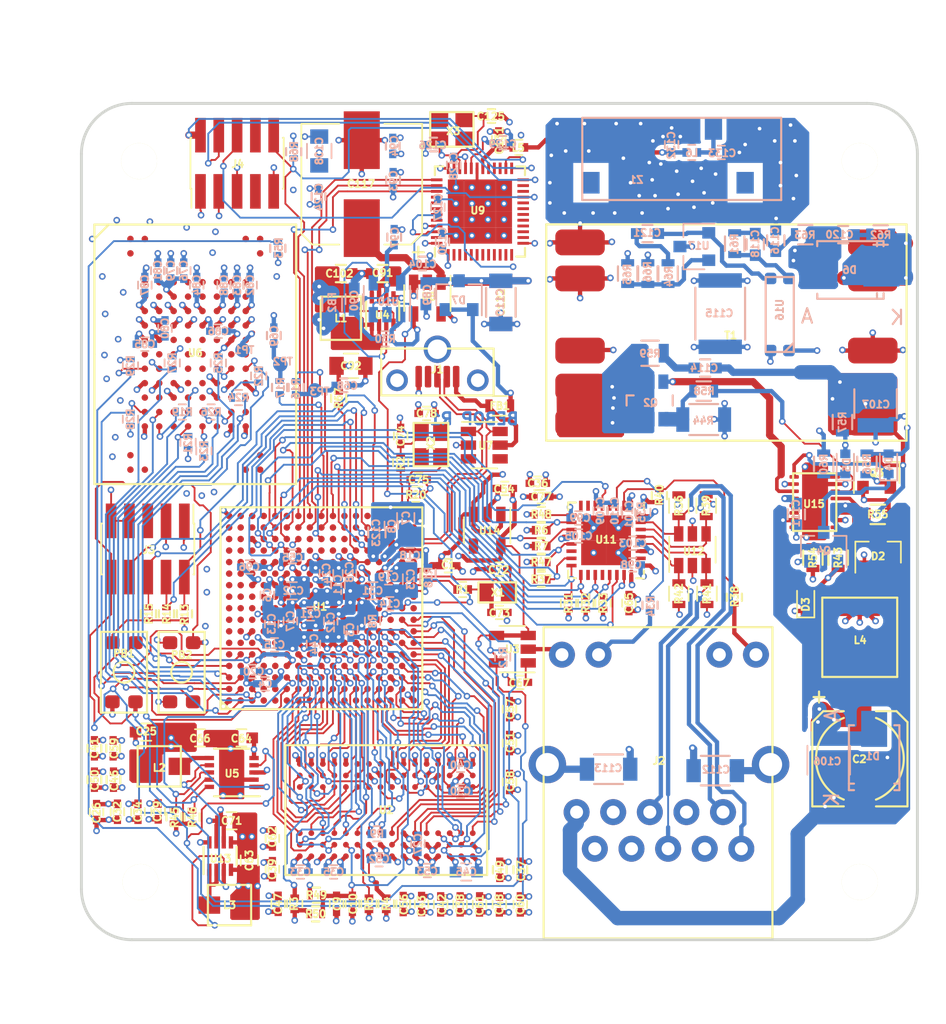
<source format=kicad_pcb>
(kicad_pcb (version 20171130) (host pcbnew "(5.0.0-rc2-dev-294-gf317b10)")
  (title_block (title Bebop) (date 2018-02-04) (rev R1) (company "Jonas Persson") (comment 1 jonpe960@gmail.com))
  (layers (0 F.Cu signal) (1 In1.Cu signal) (2 In2.Cu signal) (31 B.Cu signal) (34 B.Paste user) (35 F.Paste user) (36 B.SilkS user) (37 F.SilkS user) (38 B.Mask user) (39 F.Mask user) (44 Edge.Cuts user))
  (net 0 "")
  (net 1 GND)
  (net 2 /CPU/VDD_HIGH_CAP)
  (net 3 P1V4)
  (net 4 /CPU/VDD_SOC_CAP)
  (net 5 /CPU/VDD_ARM_CAP)
  (net 6 /CPU/NVCC_PLL)
  (net 7 /CPU/DRAM_VREFDQ)
  (net 8 P1V35)
  (net 9 /CPU/VDD_SNVS_CAP)
  (net 10 P3V3_PERM)
  (net 11 /CPU/VDD_USB_CAP)
  (net 12 P3V3)
  (net 13 "Net-(C67-Pad1)")
  (net 14 "Net-(C68-Pad1)")
  (net 15 "Net-(C69-Pad1)")
  (net 16 "Net-(C72-Pad1)")
  (net 17 "Net-(C73-Pad1)")
  (net 18 "Net-(C74-Pad1)")
  (net 19 "Net-(C75-Pad1)")
  (net 20 /CPU/eMMC_VDDIM)
  (net 21 "Net-(L2-Pad2)")
  (net 22 "Net-(R1-Pad1)")
  (net 23 "Net-(R2-Pad1)")
  (net 24 /CPU/DRAM_RESET)
  (net 25 /CPU/DRAM_SDCKE0)
  (net 26 /CPU/DRAM_ZQ0)
  (net 27 /CPU/DRAM_ZQPAD)
  (net 28 /CPU/DRAM_SDCLK0_P)
  (net 29 /CPU/DRAM_SDCLK0_N)
  (net 30 /CPU/RST_N)
  (net 31 /CPU/JTAG_TDI)
  (net 32 /CPU/JTAG_TMS)
  (net 33 /CPU/JTAG_TCK)
  (net 34 /CPU/DRX)
  (net 35 /CPU/DTX)
  (net 36 /CPU/eMMC_RST_N)
  (net 37 /CPU/eMMC_CMD)
  (net 38 /CPU/eMMC_D7)
  (net 39 /CPU/eMMC_CLK_2)
  (net 40 /CPU/eMMC_CLK)
  (net 41 /CPU/eMMC_D6)
  (net 42 /CPU/eMMC_D5)
  (net 43 /CPU/eMMC_D4)
  (net 44 /CPU/eMMC_D2)
  (net 45 /CPU/eMMC_D1)
  (net 46 /CPU/eMMC_D0)
  (net 47 /CPU/I2C2_SDA)
  (net 48 /CPU/I2C2_SCL)
  (net 49 /CPU/eMMC_D3)
  (net 50 /CPU/I2C1_SCL)
  (net 51 "Net-(U1-PadF1)")
  (net 52 /CPU/I2C1_SDA)
  (net 53 /CPU/A14)
  (net 54 /CPU/A6)
  (net 55 /CPU/DRAM_SDBA1)
  (net 56 /CPU/A1)
  (net 57 /CPU/A13)
  (net 58 /CPU/A7)
  (net 59 "Net-(U1-PadH5)")
  (net 60 /CPU/DRAM_SDWE_B)
  (net 61 /CPU/DRAM_CAS_B)
  (net 62 "Net-(U1-PadJ3)")
  (net 63 /CPU/A8)
  (net 64 /CPU/A2)
  (net 65 /CPU/DRAM_SDBA2)
  (net 66 /CPU/A11)
  (net 67 /CPU/A4)
  (net 68 /CPU/A15)
  (net 69 /CPU/A5)
  (net 70 /CPU/A9)
  (net 71 /CPU/A12)
  (net 72 /CPU/A0)
  (net 73 /CPU/DRAM_SDBA0)
  (net 74 /CPU/A3)
  (net 75 /CPU/A10)
  (net 76 /CPU/DRAM_RAS_B)
  (net 77 /CPU/DRAM_ODT0)
  (net 78 /CPU/DRAM_CS0_B)
  (net 79 /CPU/JTAG_TRST_N)
  (net 80 /CPU/JTAG_TDO)
  (net 81 /CPU/DQ13)
  (net 82 /CPU/DQ12)
  (net 83 /CPU/DRAM_SDQS0_P)
  (net 84 /CPU/DRAM_SDQS0_N)
  (net 85 /CPU/DQ15)
  (net 86 /CPU/DQ14)
  (net 87 /CPU/DQ11)
  (net 88 /CPU/WUP_N)
  (net 89 "Net-(U1-PadR13)")
  (net 90 /CPU/DRAM_SDQS1_P)
  (net 91 /CPU/DRAM_SDQS1_N)
  (net 92 /CPU/DRAM_DQM1)
  (net 93 /CPU/DQ0)
  (net 94 /CPU/DQ6)
  (net 95 /CPU/DQ2)
  (net 96 /CPU/DRAM_DQM0)
  (net 97 /CPU/DQ5)
  (net 98 /CPU/POWER_REQ)
  (net 99 /CPU/USB_OTG2_D_N)
  (net 100 /CPU/DQ8)
  (net 101 /CPU/DQ9)
  (net 102 /CPU/DQ7)
  (net 103 /CPU/DQ10)
  (net 104 /CPU/DQ1)
  (net 105 /CPU/DQ3)
  (net 106 /CPU/DQ4)
  (net 107 "Net-(U1-PadU9)")
  (net 108 "Net-(U1-PadU10)")
  (net 109 /CPU/USB_OTG2_D_P)
  (net 110 "Net-(U2-PadJ1)")
  (net 111 "Net-(U2-PadJ9)")
  (net 112 "Net-(U2-PadL1)")
  (net 113 "Net-(U2-PadL9)")
  (net 114 /CPU/P3V3_PG)
  (net 115 P5V0)
  (net 116 /CR)
  (net 117 "Net-(C112-Pad1)")
  (net 118 /USB_VBUS)
  (net 119 "Net-(J1-Pad4)")
  (net 120 "Net-(J2-Pad1)")
  (net 121 "Net-(J2-Pad2)")
  (net 122 "Net-(J2-Pad5)")
  (net 123 "Net-(J2-Pad6)")
  (net 124 "Net-(R30-Pad2)")
  (net 125 /ENET_MDIO)
  (net 126 /ENET_MDC)
  (net 127 "Net-(R34-Pad1)")
  (net 128 "Net-(R35-Pad1)")
  (net 129 "Net-(R38-Pad1)")
  (net 130 "Net-(U7-Pad4)")
  (net 131 /ENET_RXD1)
  (net 132 /ENET_RXD0)
  (net 133 /ENET_RXER)
  (net 134 /ENET_TXEN)
  (net 135 /ENET_TXD0)
  (net 136 /ENET_TXD1)
  (net 137 /CPU/GPIO1_IO00)
  (net 138 /CPU/GPIO1_IO02)
  (net 139 /CPU/GPIO1_IO01)
  (net 140 /CPU/GPIO1_IO03)
  (net 141 /CPU/GPIO1_IO09)
  (net 142 /CPU/GPIO1_IO04)
  (net 143 /CPU/GPIO1_IO05)
  (net 144 /CPU/GPIO1_IO08)
  (net 145 /ENET_CRS_DV)
  (net 146 /ENET_CLK)
  (net 147 "Net-(U11-Pad4)")
  (net 148 "Net-(U11-Pad7)")
  (net 149 "Net-(U11-Pad8)")
  (net 150 "Net-(R48-Pad2)")
  (net 151 "Net-(U11-Pad14)")
  (net 152 "Net-(U11-Pad18)")
  (net 153 "Net-(U11-Pad20)")
  (net 154 "Net-(U11-Pad26)")
  (net 155 /USB_VBUS_2)
  (net 156 "Net-(L3-Pad2)")
  (net 157 "Net-(U9-Pad3)")
  (net 158 "Net-(U9-Pad5)")
  (net 159 /P3V3_EN)
  (net 160 /ENET_RST_N)
  (net 161 /CPU/UART1_TX_DATA)
  (net 162 /CPU/UART1_RX_DATA)
  (net 163 /CPU/UART1_RTS_B)
  (net 164 /CPU/UART1_CTS_B)
  (net 165 /CPU/UART3_TX_DATA)
  (net 166 /CPU/UART3_RX_DATA)
  (net 167 /CPU/UART3_RTS_B)
  (net 168 /CPU/UART3_CTS_B)
  (net 169 /CPU/ENET2_TX_DATA0)
  (net 170 /CPU/ENET2_TX_DATA1)
  (net 171 /CPU/ENET2_TX_CLK)
  (net 172 /CPU/ENET2_TX_EN)
  (net 173 /CPU/ENET2_RX_DATA0)
  (net 174 /CPU/ENET2_RX_DATA1)
  (net 175 /CPU/ENET2_RX_EN)
  (net 176 /CPU/ENET2_RX_ER)
  (net 177 /CPU/NAND_DATA00)
  (net 178 /CPU/NAND_DATA01)
  (net 179 /CPU/NAND_DATA02)
  (net 180 /CPU/NAND_DATA03)
  (net 181 /CPU/NAND_DATA04)
  (net 182 /CPU/NAND_DATA05)
  (net 183 /CPU/NAND_DATA06)
  (net 184 /CPU/NAND_DATA07)
  (net 185 /CPU/NAND_WE_B)
  (net 186 /CPU/UART5_TX_DATA)
  (net 187 /CPU/UART5_RX_DATA)
  (net 188 /CPU/CSI_DATA00)
  (net 189 /CPU/CSI_DATA01)
  (net 190 /CPU/CSI_DATA02)
  (net 191 /CPU/BM0)
  (net 192 /CPU/LCD_DATA06)
  (net 193 /CPU/LCD_DATA01)
  (net 194 /CPU/LCD_DATA00)
  (net 195 /USB_D_P)
  (net 196 /USB_D_N)
  (net 197 /CPU/LCD_CLK)
  (net 198 /CPU/LCD_DATA09)
  (net 199 /CPU/LCD_DATA14)
  (net 200 /CPU/LCD_DATA18)
  (net 201 /CPU/LCD_DATA22)
  (net 202 /CPU/LCD_ENABLE)
  (net 203 /CPU/LCD_DATA05)
  (net 204 /CPU/LCD_DATA08)
  (net 205 /CPU/LCD_DATA13)
  (net 206 /CPU/LCD_DATA17)
  (net 207 /CPU/LCD_DATA21)
  (net 208 /CPU/LCD_DATA23)
  (net 209 /CPU/LCD_VSYNC)
  (net 210 /CPU/LCD_DATA04)
  (net 211 /CPU/LCD_DATA12)
  (net 212 /CPU/LCD_DATA16)
  (net 213 /CPU/LCD_DATA20)
  (net 214 /CPU/LCD_HSYNC)
  (net 215 /CPU/LCD_DATA03)
  (net 216 /CPU/LCD_DATA07)
  (net 217 /CPU/LCD_DATA11)
  (net 218 /CPU/LCD_DATA15)
  (net 219 /CPU/LCD_DATA19)
  (net 220 /CPU/LCD_RESET)
  (net 221 /CPU/LCD_DATA02)
  (net 222 /CPU/LCD_DATA10)
  (net 223 /CPU/USB_OTG1_CHD_B)
  (net 224 /CPU/NAND_ALE)
  (net 225 /CPU/CSI_DATA07)
  (net 226 /CPU/CSI_DATA06)
  (net 227 /CPU/CSI_DATA05)
  (net 228 /CPU/CSI_DATA04)
  (net 229 /CPU/NAND_RE_B)
  (net 230 /CPU/CSI_DATA03)
  (net 231 /CPU/NAND_DQS)
  (net 232 /CPU/UART2_RTS_B)
  (net 233 /CPU/SNVS_TAMPER5)
  (net 234 /CPU/SNVS_TAMPER8)
  (net 235 /CPU/SNVS_TAMPER7)
  (net 236 /CPU/SNVS_TAMPER6)
  (net 237 /CPU/SNVS_TAMPER4)
  (net 238 /CPU/SNVS_TAMPER3)
  (net 239 /CPU/SNVS_TAMPER2)
  (net 240 /CPU/CCM_CLK1_N)
  (net 241 /CPU/CCM_CLK1_P)
  (net 242 /CPU/SNVS_TAMPER9)
  (net 243 /CPU/SNVS_TAMPER1)
  (net 244 /CPU/SNVS_TAMPER0)
  (net 245 "Net-(J2-Pad11)")
  (net 246 "Net-(J2-Pad13)")
  (net 247 "Net-(U15-Pad5)")
  (net 248 "Net-(U15-Pad6)")
  (net 249 "Net-(U15-Pad8)")
  (net 250 "Net-(U15-Pad9)")
  (net 251 "Net-(Q2-Pad1)")
  (net 252 "Net-(Q2-Pad4)")
  (net 253 /PoE/VPORTP)
  (net 254 /PoE/VPORTN)
  (net 255 "Net-(D2-Pad3)")
  (net 256 GND_POWER)
  (net 257 "Net-(D3-Pad2)")
  (net 258 "Net-(D4-Pad1)")
  (net 259 "Net-(D4-Pad2)")
  (net 260 /PoE/PVCC)
  (net 261 "Net-(D5-Pad1)")
  (net 262 "Net-(D6-Pad1)")
  (net 263 "Net-(C107-Pad2)")
  (net 264 /PoE/NGATE)
  (net 265 "Net-(R43-Pad2)")
  (net 266 /PoE/SENSE)
  (net 267 "Net-(C114-Pad2)")
  (net 268 "Net-(R60-Pad1)")
  (net 269 "Net-(C116-Pad1)")
  (net 270 "Net-(C118-Pad2)")
  (net 271 "Net-(C120-Pad2)")
  (net 272 "Net-(C121-Pad1)")
  (net 273 "Net-(R64-Pad1)")
  (net 274 "Net-(C121-Pad2)")
  (net 275 "Net-(U7-Pad3)")
  (net 276 "Net-(D7-Pad1)")
  (net 277 "Net-(U14-Pad4)")
  (net 278 "Net-(J3-Pad5)")
  (net 279 "Net-(J4-Pad7)")
  (net 280 "Net-(J4-Pad8)")
  (net 281 "Net-(U9-Pad2)")
  (net 282 "Net-(U9-Pad4)")
  (net 283 "Net-(U9-Pad6)")
  (net 284 "Net-(U9-Pad7)")
  (net 285 "Net-(U9-Pad8)")
  (net 286 "Net-(U9-Pad9)")
  (net 287 "Net-(U9-Pad10)")
  (net 288 "Net-(U9-Pad11)")
  (net 289 "Net-(U9-Pad12)")
  (net 290 "Net-(U9-Pad14)")
  (net 291 "Net-(U9-Pad15)")
  (net 292 "Net-(U9-Pad16)")
  (net 293 "Net-(U9-Pad17)")
  (net 294 "Net-(U9-Pad18)")
  (net 295 "Net-(U9-Pad19)")
  (net 296 "Net-(U9-Pad20)")
  (net 297 "Net-(U9-Pad22)")
  (net 298 "Net-(U9-Pad23)")
  (net 299 "Net-(U9-Pad27)")
  (net 300 "Net-(U9-Pad28)")
  (net 301 "Net-(U9-Pad29)")
  (net 302 "Net-(U9-Pad40)")
  (net 303 "Net-(U9-Pad41)")
  (net 304 "Net-(U9-Pad42)")
  (net 305 "Net-(U9-Pad43)")
  (net 306 "Net-(U9-Pad44)")
  (net 307 "Net-(U9-Pad47)")
  (net 308 "Net-(C125-Pad2)")
  (net 309 "Net-(C126-Pad2)")
  (net 310 "Net-(Z1-Pad3)")
  (net 311 "Net-(Z1-Pad4)")
  (net 312 /BLE/NRF_SWDIO)
  (net 313 /BLE/NRF_SWDCLK)
  (net 314 /BLE/NRF_SWO)
  (net 315 /BLE/RESET_N)
  (net 316 "Net-(C130-Pad1)")
  (net 317 "Net-(C131-Pad1)")
  (net 318 "Net-(C129-Pad1)")
  (net 319 "Net-(C128-Pad1)")
  (net 320 /BLE/BM)
  (net 321 "Net-(C127-Pad1)")
  (net 322 "Net-(C133-Pad1)")
  (net 323 "Net-(C132-Pad1)")
  (net 324 "Net-(C102-Pad1)")
  (net 325 "Net-(L1-Pad1)")
  (net 326 "Net-(C113-Pad1)")
  (module footprints:7499210123 (layer F.Cu) (at 136.57 92.42 180)
    (fp_text reference J2 (at 0 4.826 180) (layer F.SilkS) (effects (font (size 0.5 0.5) (thickness 0.125))))
    (fp_text value 7499210123)
    (pad 14 thru_hole circle (at 6.73 12.19 180) (size 1.8 1.8) (drill 0.9) (layers *.Cu *.Mask) (net 1 GND))
    (pad 13 thru_hole circle (at 4.19 12.19 180) (size 1.8 1.8) (drill 0.9) (layers *.Cu *.Mask) (net 246 "Net-(J2-Pad13)"))
    (pad 12 thru_hole circle (at -4.19 12.19 180) (size 1.8 1.8) (drill 0.9) (layers *.Cu *.Mask) (net 1 GND))
    (pad 11 thru_hole circle (at -6.73 12.19 180) (size 1.8 1.8) (drill 0.9) (layers *.Cu *.Mask) (net 245 "Net-(J2-Pad11)"))
    (pad "" np_thru_hole circle (at 5.715 7.62 180) (size 3.25 3.25) (drill 3.25) (layers *.Cu *.Mask))
    (pad "" np_thru_hole circle (at -5.715 7.62 180) (size 3.25 3.25) (drill 3.25) (layers *.Cu *.Mask))
    (pad 16 thru_hole circle (at 7.745 4.57 180) (size 2.6 2.6) (drill 1.6) (layers *.Cu *.Mask) (net 326 "Net-(C113-Pad1)"))
    (pad 15 thru_hole circle (at -7.745 4.57 180) (size 2.6 2.6) (drill 1.6) (layers *.Cu *.Mask) (net 117 "Net-(C112-Pad1)"))
    (pad 10 thru_hole circle (at 5.715 1.27 180) (size 1.8 1.8) (drill 0.9) (layers *.Cu *.Mask) (net 254 /PoE/VPORTN))
    (pad 9 thru_hole circle (at 4.45 -1.27 180) (size 1.8 1.8) (drill 0.9) (layers *.Cu *.Mask) (net 253 /PoE/VPORTP))
    (pad 8 thru_hole circle (at 3.175 1.27 180) (size 1.8 1.8) (drill 0.9) (layers *.Cu *.Mask))
    (pad 7 thru_hole circle (at 1.905 -1.27 180) (size 1.8 1.8) (drill 0.9) (layers *.Cu *.Mask))
    (pad 6 thru_hole circle (at 0.635 1.27 180) (size 1.8 1.8) (drill 0.9) (layers *.Cu *.Mask) (net 123 "Net-(J2-Pad6)"))
    (pad 5 thru_hole circle (at -0.635 -1.27 180) (size 1.8 1.8) (drill 0.9) (layers *.Cu *.Mask) (net 122 "Net-(J2-Pad5)"))
    (pad 4 thru_hole circle (at -1.905 1.27 180) (size 1.8 1.8) (drill 0.9) (layers *.Cu *.Mask) (net 12 P3V3))
    (pad 3 thru_hole circle (at -3.175 -1.27 180) (size 1.8 1.8) (drill 0.9) (layers *.Cu *.Mask) (net 12 P3V3))
    (pad 2 thru_hole circle (at -4.445 1.27 180) (size 1.8 1.8) (drill 0.9) (layers *.Cu *.Mask) (net 121 "Net-(J2-Pad2)"))
    (pad 1 thru_hole circle (at -5.715 -1.27 180) (size 1.8 1.8) (drill 0.9) (layers *.Cu *.Mask) (net 120 "Net-(J2-Pad1)"))
  )
  (module footprints:PRO-OB-440 (layer B.Cu) (at 142.55 47.5 90)
    (fp_text reference Z1 (at 0.2 -7.55 -180) (layer B.SilkS) (effects (font (size 0.5 0.5) (thickness 0.125)) (justify mirror)))
    (fp_text value PRO-OB-440)
    (pad 4 smd rect (at 0 -10.7 90) (size 1.5 1.2) (layers B.Cu B.Paste B.Mask) (net 311 "Net-(Z1-Pad4)"))
    (pad 3 smd rect (at 0 0 90) (size 1.5 1.2) (layers B.Cu B.Paste B.Mask) (net 310 "Net-(Z1-Pad3)"))
    (pad 2 smd rect (at 3.73 -2.2 90) (size 1.5 1.2) (layers B.Cu B.Paste B.Mask) (net 322 "Net-(C133-Pad1)"))
    (pad 1 smd rect (at 3.73 0 90) (size 1.5 1.2) (layers B.Cu B.Paste B.Mask) (net 1 GND))
  )
  (module Capacitors_SMD:CP_Elec_8x5.4 (layer F.Cu) (at 115.95 47.6 90)
    (fp_text reference C117 (at 0.025 -0.05 180) (layer F.SilkS) (effects (font (size 0.5 0.5) (thickness 0.125))))
    (fp_text value PCAP_220u_15)
    (fp_text user + (at -4.72 3.85 90) (layer F.SilkS))
    (pad 2 smd rect (at 3.05 0 270) (size 4 2.5) (layers F.Cu F.Paste F.Mask) (net 1 GND))
    (pad 1 smd rect (at -3.05 0 270) (size 4 2.5) (layers F.Cu F.Paste F.Mask) (net 155 /USB_VBUS_2))
  )
  (module Capacitors_SMD:C_0603 (layer B.Cu) (at 146.1 70.5 90)
    (fp_text reference C111 (at 0.075 -0.025 90) (layer B.SilkS) (effects (font (size 0.5 0.5) (thickness 0.125)) (justify mirror)))
    (fp_text value C0603_4u7_10Vdc_X7R)
    (pad 2 smd rect (at 0.75 0 90) (size 0.8 0.75) (layers B.Cu B.Paste B.Mask) (net 260 /PoE/PVCC))
    (pad 1 smd rect (at -0.75 0 90) (size 0.8 0.75) (layers B.Cu B.Paste B.Mask) (net 256 GND_POWER))
  )
  (module footprints:NX2520 (layer F.Cu) (at 120.75 65.66 270)
    (fp_text reference X2 (at -0.1 0 270) (layer F.SilkS) (effects (font (size 0.5 0.5) (thickness 0.125))))
    (fp_text value NX2520SA-24.000000MHZ)
    (pad 4 smd rect (at -0.85 -0.65 270) (size 1.2 1) (layers F.Cu F.Paste F.Mask))
    (pad 3 smd rect (at 0.85 -0.65 270) (size 1.2 1) (layers F.Cu F.Paste F.Mask) (net 19 "Net-(C75-Pad1)"))
    (pad 2 smd rect (at 0.85 0.65 270) (size 1.2 1) (layers F.Cu F.Paste F.Mask))
    (pad 1 smd rect (at -0.85 0.65 270) (size 1.2 1) (layers F.Cu F.Paste F.Mask) (net 18 "Net-(C74-Pad1)"))
  )
  (module footprints:IHLP2020 (layer F.Cu) (at 150.5 79.025 90)
    (fp_text reference L4 (at -0.2 0.025 180) (layer F.SilkS) (effects (font (size 0.5 0.5) (thickness 0.125))))
    (fp_text value IHLP2020_3u3_13)
    (pad 2 smd rect (at 2.4278 0 90) (size 1.9095 2.79) (layers F.Cu F.Paste F.Mask) (net 263 "Net-(C107-Pad2)"))
    (pad 1 smd rect (at -2.4278 0 90) (size 1.9095 2.79) (layers F.Cu F.Paste F.Mask) (net 253 /PoE/VPORTP))
  )
  (module Jonas:LFBGA289 (layer F.Cu) (at 113.15 77.01 90)
    (fp_text reference U1 (at 0.1 -0.1 180) (layer F.SilkS) (effects (font (size 0.5 0.5) (thickness 0.125))))
    (fp_text value MCIMX6G2AVM07)
    (pad A1 smd circle (at -6.4 -6.4 90) (size 0.45 0.45) (layers F.Cu F.Paste F.Mask) (net 1 GND))
    (pad U17 smd circle (at 6.4 6.4 90) (size 0.45 0.45) (layers F.Cu F.Paste F.Mask) (net 1 GND))
    (pad U16 smd circle (at 5.6 6.4 90) (size 0.45 0.45) (layers F.Cu F.Paste F.Mask) (net 223 /CPU/USB_OTG1_CHD_B))
    (pad U15 smd circle (at 4.8 6.4 90) (size 0.45 0.45) (layers F.Cu F.Paste F.Mask) (net 195 /USB_D_P))
    (pad U14 smd circle (at 4 6.4 90) (size 0.45 0.45) (layers F.Cu F.Paste F.Mask) (net 1 GND))
    (pad U13 smd circle (at 3.2 6.4 90) (size 0.45 0.45) (layers F.Cu F.Paste F.Mask) (net 109 /CPU/USB_OTG2_D_P))
    (pad U12 smd circle (at 2.4 6.4 90) (size 0.45 0.45) (layers F.Cu F.Paste F.Mask) (net 115 P5V0))
    (pad U11 smd circle (at 1.6 6.4 90) (size 0.45 0.45) (layers F.Cu F.Paste F.Mask) (net 22 "Net-(R1-Pad1)"))
    (pad U10 smd circle (at 0.8 6.4 90) (size 0.45 0.45) (layers F.Cu F.Paste F.Mask) (net 108 "Net-(U1-PadU10)"))
    (pad U9 smd circle (at 0 6.4 90) (size 0.45 0.45) (layers F.Cu F.Paste F.Mask) (net 107 "Net-(U1-PadU9)"))
    (pad U8 smd circle (at -0.8 6.4 90) (size 0.45 0.45) (layers F.Cu F.Paste F.Mask) (net 106 /CPU/DQ4))
    (pad U7 smd circle (at -1.6 6.4 90) (size 0.45 0.45) (layers F.Cu F.Paste F.Mask) (net 105 /CPU/DQ3))
    (pad U6 smd circle (at -2.4 6.4 90) (size 0.45 0.45) (layers F.Cu F.Paste F.Mask) (net 104 /CPU/DQ1))
    (pad U5 smd circle (at -3.2 6.4 90) (size 0.45 0.45) (layers F.Cu F.Paste F.Mask) (net 103 /CPU/DQ10))
    (pad U4 smd circle (at -4 6.4 90) (size 0.45 0.45) (layers F.Cu F.Paste F.Mask) (net 102 /CPU/DQ7))
    (pad U3 smd circle (at -4.8 6.4 90) (size 0.45 0.45) (layers F.Cu F.Paste F.Mask) (net 101 /CPU/DQ9))
    (pad U2 smd circle (at -5.6 6.4 90) (size 0.45 0.45) (layers F.Cu F.Paste F.Mask) (net 100 /CPU/DQ8))
    (pad U1 smd circle (at -6.4 6.4 90) (size 0.45 0.45) (layers F.Cu F.Paste F.Mask) (net 1 GND))
    (pad T17 smd circle (at 6.4 5.6 90) (size 0.45 0.45) (layers F.Cu F.Paste F.Mask) (net 23 "Net-(R2-Pad1)"))
    (pad T16 smd circle (at 5.6 5.6 90) (size 0.45 0.45) (layers F.Cu F.Paste F.Mask) (net 19 "Net-(C75-Pad1)"))
    (pad T15 smd circle (at 4.8 5.6 90) (size 0.45 0.45) (layers F.Cu F.Paste F.Mask) (net 196 /USB_D_N))
    (pad T14 smd circle (at 4 5.6 90) (size 0.45 0.45) (layers F.Cu F.Paste F.Mask) (net 1 GND))
    (pad T13 smd circle (at 3.2 5.6 90) (size 0.45 0.45) (layers F.Cu F.Paste F.Mask) (net 99 /CPU/USB_OTG2_D_N))
    (pad T12 smd circle (at 2.4 5.6 90) (size 0.45 0.45) (layers F.Cu F.Paste F.Mask) (net 115 P5V0))
    (pad T11 smd circle (at 1.6 5.6 90) (size 0.45 0.45) (layers F.Cu F.Paste F.Mask) (net 16 "Net-(C72-Pad1)"))
    (pad T10 smd circle (at 0.8 5.6 90) (size 0.45 0.45) (layers F.Cu F.Paste F.Mask) (net 191 /CPU/BM0))
    (pad T9 smd circle (at 0 5.6 90) (size 0.45 0.45) (layers F.Cu F.Paste F.Mask) (net 98 /CPU/POWER_REQ))
    (pad T8 smd circle (at -0.8 5.6 90) (size 0.45 0.45) (layers F.Cu F.Paste F.Mask) (net 97 /CPU/DQ5))
    (pad T7 smd circle (at -1.6 5.6 90) (size 0.45 0.45) (layers F.Cu F.Paste F.Mask) (net 96 /CPU/DRAM_DQM0))
    (pad T6 smd circle (at -2.4 5.6 90) (size 0.45 0.45) (layers F.Cu F.Paste F.Mask) (net 95 /CPU/DQ2))
    (pad T5 smd circle (at -3.2 5.6 90) (size 0.45 0.45) (layers F.Cu F.Paste F.Mask) (net 94 /CPU/DQ6))
    (pad T4 smd circle (at -4 5.6 90) (size 0.45 0.45) (layers F.Cu F.Paste F.Mask) (net 93 /CPU/DQ0))
    (pad T3 smd circle (at -4.8 5.6 90) (size 0.45 0.45) (layers F.Cu F.Paste F.Mask) (net 92 /CPU/DRAM_DQM1))
    (pad T2 smd circle (at -5.6 5.6 90) (size 0.45 0.45) (layers F.Cu F.Paste F.Mask) (net 91 /CPU/DRAM_SDQS1_N))
    (pad T1 smd circle (at -6.4 5.6 90) (size 0.45 0.45) (layers F.Cu F.Paste F.Mask) (net 90 /CPU/DRAM_SDQS1_P))
    (pad R17 smd circle (at 6.4 4.8 90) (size 0.45 0.45) (layers F.Cu F.Paste F.Mask) (net 1 GND))
    (pad R16 smd circle (at 5.6 4.8 90) (size 0.45 0.45) (layers F.Cu F.Paste F.Mask) (net 1 GND))
    (pad R15 smd circle (at 4.8 4.8 90) (size 0.45 0.45) (layers F.Cu F.Paste F.Mask) (net 2 /CPU/VDD_HIGH_CAP))
    (pad R14 smd circle (at 4 4.8 90) (size 0.45 0.45) (layers F.Cu F.Paste F.Mask) (net 2 /CPU/VDD_HIGH_CAP))
    (pad R13 smd circle (at 3.2 4.8 90) (size 0.45 0.45) (layers F.Cu F.Paste F.Mask) (net 89 "Net-(U1-PadR13)"))
    (pad R12 smd circle (at 2.4 4.8 90) (size 0.45 0.45) (layers F.Cu F.Paste F.Mask) (net 11 /CPU/VDD_USB_CAP))
    (pad R11 smd circle (at 1.6 4.8 90) (size 0.45 0.45) (layers F.Cu F.Paste F.Mask) (net 1 GND))
    (pad R10 smd circle (at 0.8 4.8 90) (size 0.45 0.45) (layers F.Cu F.Paste F.Mask) (net 244 /CPU/SNVS_TAMPER0))
    (pad R9 smd circle (at 0 4.8 90) (size 0.45 0.45) (layers F.Cu F.Paste F.Mask) (net 243 /CPU/SNVS_TAMPER1))
    (pad R8 smd circle (at -0.8 4.8 90) (size 0.45 0.45) (layers F.Cu F.Paste F.Mask) (net 88 /CPU/WUP_N))
    (pad R7 smd circle (at -1.6 4.8 90) (size 0.45 0.45) (layers F.Cu F.Paste F.Mask) (net 1 GND))
    (pad R6 smd circle (at -2.4 4.8 90) (size 0.45 0.45) (layers F.Cu F.Paste F.Mask) (net 242 /CPU/SNVS_TAMPER9))
    (pad R5 smd circle (at -3.2 4.8 90) (size 0.45 0.45) (layers F.Cu F.Paste F.Mask) (net 1 GND))
    (pad R4 smd circle (at -4 4.8 90) (size 0.45 0.45) (layers F.Cu F.Paste F.Mask) (net 87 /CPU/DQ11))
    (pad R3 smd circle (at -4.8 4.8 90) (size 0.45 0.45) (layers F.Cu F.Paste F.Mask) (net 1 GND))
    (pad R2 smd circle (at -5.6 4.8 90) (size 0.45 0.45) (layers F.Cu F.Paste F.Mask) (net 86 /CPU/DQ14))
    (pad R1 smd circle (at -6.4 4.8 90) (size 0.45 0.45) (layers F.Cu F.Paste F.Mask) (net 85 /CPU/DQ15))
    (pad P17 smd circle (at 6.4 4 90) (size 0.45 0.45) (layers F.Cu F.Paste F.Mask) (net 241 /CPU/CCM_CLK1_P))
    (pad P16 smd circle (at 5.6 4 90) (size 0.45 0.45) (layers F.Cu F.Paste F.Mask) (net 240 /CPU/CCM_CLK1_N))
    (pad P15 smd circle (at 4.8 4 90) (size 0.45 0.45) (layers F.Cu F.Paste F.Mask) (net 1 GND))
    (pad P14 smd circle (at 4 4 90) (size 0.45 0.45) (layers F.Cu F.Paste F.Mask) (net 32 /CPU/JTAG_TMS))
    (pad P13 smd circle (at 3.2 4 90) (size 0.45 0.45) (layers F.Cu F.Paste F.Mask) (net 6 /CPU/NVCC_PLL))
    (pad P12 smd circle (at 2.4 4 90) (size 0.45 0.45) (layers F.Cu F.Paste F.Mask) (net 10 P3V3_PERM))
    (pad P11 smd circle (at 1.6 4 90) (size 0.45 0.45) (layers F.Cu F.Paste F.Mask) (net 239 /CPU/SNVS_TAMPER2))
    (pad P10 smd circle (at 0.8 4 90) (size 0.45 0.45) (layers F.Cu F.Paste F.Mask) (net 238 /CPU/SNVS_TAMPER3))
    (pad P9 smd circle (at 0 4 90) (size 0.45 0.45) (layers F.Cu F.Paste F.Mask) (net 237 /CPU/SNVS_TAMPER4))
    (pad P8 smd circle (at -0.8 4 90) (size 0.45 0.45) (layers F.Cu F.Paste F.Mask) (net 30 /CPU/RST_N))
    (pad P7 smd circle (at -1.6 4 90) (size 0.45 0.45) (layers F.Cu F.Paste F.Mask) (net 84 /CPU/DRAM_SDQS0_N))
    (pad P6 smd circle (at -2.4 4 90) (size 0.45 0.45) (layers F.Cu F.Paste F.Mask) (net 83 /CPU/DRAM_SDQS0_P))
    (pad P5 smd circle (at -3.2 4 90) (size 0.45 0.45) (layers F.Cu F.Paste F.Mask) (net 82 /CPU/DQ12))
    (pad P4 smd circle (at -4 4 90) (size 0.45 0.45) (layers F.Cu F.Paste F.Mask) (net 7 /CPU/DRAM_VREFDQ))
    (pad P3 smd circle (at -4.8 4 90) (size 0.45 0.45) (layers F.Cu F.Paste F.Mask) (net 81 /CPU/DQ13))
    (pad P2 smd circle (at -5.6 4 90) (size 0.45 0.45) (layers F.Cu F.Paste F.Mask) (net 29 /CPU/DRAM_SDCLK0_N))
    (pad P1 smd circle (at -6.4 4 90) (size 0.45 0.45) (layers F.Cu F.Paste F.Mask) (net 28 /CPU/DRAM_SDCLK0_P))
    (pad N17 smd circle (at 6.4 3.2 90) (size 0.45 0.45) (layers F.Cu F.Paste F.Mask) (net 144 /CPU/GPIO1_IO08))
    (pad N16 smd circle (at 5.6 3.2 90) (size 0.45 0.45) (layers F.Cu F.Paste F.Mask) (net 31 /CPU/JTAG_TDI))
    (pad N15 smd circle (at 4.8 3.2 90) (size 0.45 0.45) (layers F.Cu F.Paste F.Mask) (net 80 /CPU/JTAG_TDO))
    (pad N14 smd circle (at 4 3.2 90) (size 0.45 0.45) (layers F.Cu F.Paste F.Mask) (net 79 /CPU/JTAG_TRST_N))
    (pad N13 smd circle (at 3.2 3.2 90) (size 0.45 0.45) (layers F.Cu F.Paste F.Mask) (net 12 P3V3))
    (pad N12 smd circle (at 2.4 3.2 90) (size 0.45 0.45) (layers F.Cu F.Paste F.Mask) (net 9 /CPU/VDD_SNVS_CAP))
    (pad N11 smd circle (at 1.6 3.2 90) (size 0.45 0.45) (layers F.Cu F.Paste F.Mask) (net 236 /CPU/SNVS_TAMPER6))
    (pad N10 smd circle (at 0.8 3.2 90) (size 0.45 0.45) (layers F.Cu F.Paste F.Mask) (net 235 /CPU/SNVS_TAMPER7))
    (pad N9 smd circle (at 0 3.2 90) (size 0.45 0.45) (layers F.Cu F.Paste F.Mask) (net 234 /CPU/SNVS_TAMPER8))
    (pad N8 smd circle (at -0.8 3.2 90) (size 0.45 0.45) (layers F.Cu F.Paste F.Mask) (net 233 /CPU/SNVS_TAMPER5))
    (pad N7 smd circle (at -1.6 3.2 90) (size 0.45 0.45) (layers F.Cu F.Paste F.Mask) (net 1 GND))
    (pad N6 smd circle (at -2.4 3.2 90) (size 0.45 0.45) (layers F.Cu F.Paste F.Mask) (net 2 /CPU/VDD_HIGH_CAP))
    (pad N5 smd circle (at -3.2 3.2 90) (size 0.45 0.45) (layers F.Cu F.Paste F.Mask) (net 1 GND))
    (pad N4 smd circle (at -4 3.2 90) (size 0.45 0.45) (layers F.Cu F.Paste F.Mask) (net 27 /CPU/DRAM_ZQPAD))
    (pad N3 smd circle (at -4.8 3.2 90) (size 0.45 0.45) (layers F.Cu F.Paste F.Mask) (net 1 GND))
    (pad N2 smd circle (at -5.6 3.2 90) (size 0.45 0.45) (layers F.Cu F.Paste F.Mask) (net 78 /CPU/DRAM_CS0_B))
    (pad N1 smd circle (at -6.4 3.2 90) (size 0.45 0.45) (layers F.Cu F.Paste F.Mask) (net 77 /CPU/DRAM_ODT0))
    (pad M17 smd circle (at 6.4 2.4 90) (size 0.45 0.45) (layers F.Cu F.Paste F.Mask) (net 143 /CPU/GPIO1_IO05))
    (pad M16 smd circle (at 5.6 2.4 90) (size 0.45 0.45) (layers F.Cu F.Paste F.Mask) (net 142 /CPU/GPIO1_IO04))
    (pad M15 smd circle (at 4.8 2.4 90) (size 0.45 0.45) (layers F.Cu F.Paste F.Mask) (net 141 /CPU/GPIO1_IO09))
    (pad M14 smd circle (at 4 2.4 90) (size 0.45 0.45) (layers F.Cu F.Paste F.Mask) (net 33 /CPU/JTAG_TCK))
    (pad M13 smd circle (at 3.2 2.4 90) (size 0.45 0.45) (layers F.Cu F.Paste F.Mask) (net 12 P3V3))
    (pad M12 smd circle (at 2.4 2.4 90) (size 0.45 0.45) (layers F.Cu F.Paste F.Mask) (net 1 GND))
    (pad M11 smd circle (at 1.6 2.4 90) (size 0.45 0.45) (layers F.Cu F.Paste F.Mask) (net 1 GND))
    (pad M10 smd circle (at 0.8 2.4 90) (size 0.45 0.45) (layers F.Cu F.Paste F.Mask) (net 1 GND))
    (pad M9 smd circle (at 0 2.4 90) (size 0.45 0.45) (layers F.Cu F.Paste F.Mask) (net 1 GND))
    (pad M8 smd circle (at -0.8 2.4 90) (size 0.45 0.45) (layers F.Cu F.Paste F.Mask) (net 1 GND))
    (pad M7 smd circle (at -1.6 2.4 90) (size 0.45 0.45) (layers F.Cu F.Paste F.Mask) (net 1 GND))
    (pad M6 smd circle (at -2.4 2.4 90) (size 0.45 0.45) (layers F.Cu F.Paste F.Mask) (net 8 P1V35))
    (pad M5 smd circle (at -3.2 2.4 90) (size 0.45 0.45) (layers F.Cu F.Paste F.Mask) (net 76 /CPU/DRAM_RAS_B))
    (pad M4 smd circle (at -4 2.4 90) (size 0.45 0.45) (layers F.Cu F.Paste F.Mask) (net 75 /CPU/A10))
    (pad M3 smd circle (at -4.8 2.4 90) (size 0.45 0.45) (layers F.Cu F.Paste F.Mask) (net 25 /CPU/DRAM_SDCKE0))
    (pad M2 smd circle (at -5.6 2.4 90) (size 0.45 0.45) (layers F.Cu F.Paste F.Mask) (net 74 /CPU/A3))
    (pad M1 smd circle (at -6.4 2.4 90) (size 0.45 0.45) (layers F.Cu F.Paste F.Mask) (net 73 /CPU/DRAM_SDBA0))
    (pad L17 smd circle (at 6.4 1.6 90) (size 0.45 0.45) (layers F.Cu F.Paste F.Mask) (net 140 /CPU/GPIO1_IO03))
    (pad L16 smd circle (at 5.6 1.6 90) (size 0.45 0.45) (layers F.Cu F.Paste F.Mask) (net 126 /ENET_MDC))
    (pad L15 smd circle (at 4.8 1.6 90) (size 0.45 0.45) (layers F.Cu F.Paste F.Mask) (net 139 /CPU/GPIO1_IO01))
    (pad L14 smd circle (at 4 1.6 90) (size 0.45 0.45) (layers F.Cu F.Paste F.Mask) (net 138 /CPU/GPIO1_IO02))
    (pad L13 smd circle (at 3.2 1.6 90) (size 0.45 0.45) (layers F.Cu F.Paste F.Mask) (net 12 P3V3))
    (pad L12 smd circle (at 2.4 1.6 90) (size 0.45 0.45) (layers F.Cu F.Paste F.Mask) (net 1 GND))
    (pad L11 smd circle (at 1.6 1.6 90) (size 0.45 0.45) (layers F.Cu F.Paste F.Mask) (net 4 /CPU/VDD_SOC_CAP))
    (pad L10 smd circle (at 0.8 1.6 90) (size 0.45 0.45) (layers F.Cu F.Paste F.Mask) (net 4 /CPU/VDD_SOC_CAP))
    (pad L9 smd circle (at 0 1.6 90) (size 0.45 0.45) (layers F.Cu F.Paste F.Mask) (net 4 /CPU/VDD_SOC_CAP))
    (pad L8 smd circle (at -0.8 1.6 90) (size 0.45 0.45) (layers F.Cu F.Paste F.Mask) (net 4 /CPU/VDD_SOC_CAP))
    (pad L7 smd circle (at -1.6 1.6 90) (size 0.45 0.45) (layers F.Cu F.Paste F.Mask) (net 1 GND))
    (pad L6 smd circle (at -2.4 1.6 90) (size 0.45 0.45) (layers F.Cu F.Paste F.Mask) (net 8 P1V35))
    (pad L5 smd circle (at -3.2 1.6 90) (size 0.45 0.45) (layers F.Cu F.Paste F.Mask) (net 72 /CPU/A0))
    (pad L4 smd circle (at -4 1.6 90) (size 0.45 0.45) (layers F.Cu F.Paste F.Mask) (net 71 /CPU/A12))
    (pad L3 smd circle (at -4.8 1.6 90) (size 0.45 0.45) (layers F.Cu F.Paste F.Mask) (net 1 GND))
    (pad L2 smd circle (at -5.6 1.6 90) (size 0.45 0.45) (layers F.Cu F.Paste F.Mask) (net 70 /CPU/A9))
    (pad L1 smd circle (at -6.4 1.6 90) (size 0.45 0.45) (layers F.Cu F.Paste F.Mask) (net 69 /CPU/A5))
    (pad K17 smd circle (at 6.4 0.8 90) (size 0.45 0.45) (layers F.Cu F.Paste F.Mask) (net 125 /ENET_MDIO))
    (pad K16 smd circle (at 5.6 0.8 90) (size 0.45 0.45) (layers F.Cu F.Paste F.Mask) (net 162 /CPU/UART1_RX_DATA))
    (pad K15 smd circle (at 4.8 0.8 90) (size 0.45 0.45) (layers F.Cu F.Paste F.Mask) (net 164 /CPU/UART1_CTS_B))
    (pad K14 smd circle (at 4 0.8 90) (size 0.45 0.45) (layers F.Cu F.Paste F.Mask) (net 161 /CPU/UART1_TX_DATA))
    (pad K13 smd circle (at 3.2 0.8 90) (size 0.45 0.45) (layers F.Cu F.Paste F.Mask) (net 137 /CPU/GPIO1_IO00))
    (pad K12 smd circle (at 2.4 0.8 90) (size 0.45 0.45) (layers F.Cu F.Paste F.Mask) (net 1 GND))
    (pad K11 smd circle (at 1.6 0.8 90) (size 0.45 0.45) (layers F.Cu F.Paste F.Mask) (net 4 /CPU/VDD_SOC_CAP))
    (pad K10 smd circle (at 0.8 0.8 90) (size 0.45 0.45) (layers F.Cu F.Paste F.Mask) (net 3 P1V4))
    (pad K9 smd circle (at 0 0.8 90) (size 0.45 0.45) (layers F.Cu F.Paste F.Mask) (net 3 P1V4))
    (pad K8 smd circle (at -0.8 0.8 90) (size 0.45 0.45) (layers F.Cu F.Paste F.Mask) (net 4 /CPU/VDD_SOC_CAP))
    (pad K7 smd circle (at -1.6 0.8 90) (size 0.45 0.45) (layers F.Cu F.Paste F.Mask) (net 1 GND))
    (pad K6 smd circle (at -2.4 0.8 90) (size 0.45 0.45) (layers F.Cu F.Paste F.Mask) (net 8 P1V35))
    (pad K5 smd circle (at -3.2 0.8 90) (size 0.45 0.45) (layers F.Cu F.Paste F.Mask) (net 68 /CPU/A15))
    (pad K4 smd circle (at -4 0.8 90) (size 0.45 0.45) (layers F.Cu F.Paste F.Mask) (net 67 /CPU/A4))
    (pad K3 smd circle (at -4.8 0.8 90) (size 0.45 0.45) (layers F.Cu F.Paste F.Mask) (net 66 /CPU/A11))
    (pad K2 smd circle (at -5.6 0.8 90) (size 0.45 0.45) (layers F.Cu F.Paste F.Mask) (net 65 /CPU/DRAM_SDBA2))
    (pad K1 smd circle (at -6.4 0.8 90) (size 0.45 0.45) (layers F.Cu F.Paste F.Mask) (net 64 /CPU/A2))
    (pad J17 smd circle (at 6.4 0 90) (size 0.45 0.45) (layers F.Cu F.Paste F.Mask) (net 35 /CPU/DTX))
    (pad J16 smd circle (at 5.6 0 90) (size 0.45 0.45) (layers F.Cu F.Paste F.Mask) (net 34 /CPU/DRX))
    (pad J15 smd circle (at 4.8 0 90) (size 0.45 0.45) (layers F.Cu F.Paste F.Mask) (net 160 /ENET_RST_N))
    (pad J14 smd circle (at 4 0 90) (size 0.45 0.45) (layers F.Cu F.Paste F.Mask) (net 163 /CPU/UART1_RTS_B))
    (pad J13 smd circle (at 3.2 0 90) (size 0.45 0.45) (layers F.Cu F.Paste F.Mask) (net 12 P3V3))
    (pad J12 smd circle (at 2.4 0 90) (size 0.45 0.45) (layers F.Cu F.Paste F.Mask) (net 1 GND))
    (pad J11 smd circle (at 1.6 0 90) (size 0.45 0.45) (layers F.Cu F.Paste F.Mask) (net 4 /CPU/VDD_SOC_CAP))
    (pad J10 smd circle (at 0.8 0 90) (size 0.45 0.45) (layers F.Cu F.Paste F.Mask) (net 3 P1V4))
    (pad J9 smd circle (at 0 0 90) (size 0.45 0.45) (layers F.Cu F.Paste F.Mask) (net 3 P1V4))
    (pad J8 smd circle (at -0.8 0 90) (size 0.45 0.45) (layers F.Cu F.Paste F.Mask) (net 4 /CPU/VDD_SOC_CAP))
    (pad J7 smd circle (at -1.6 0 90) (size 0.45 0.45) (layers F.Cu F.Paste F.Mask) (net 1 GND))
    (pad J6 smd circle (at -2.4 0 90) (size 0.45 0.45) (layers F.Cu F.Paste F.Mask) (net 8 P1V35))
    (pad J5 smd circle (at -3.2 0 90) (size 0.45 0.45) (layers F.Cu F.Paste F.Mask) (net 1 GND))
    (pad J4 smd circle (at -4 0 90) (size 0.45 0.45) (layers F.Cu F.Paste F.Mask) (net 63 /CPU/A8))
    (pad J3 smd circle (at -4.8 0 90) (size 0.45 0.45) (layers F.Cu F.Paste F.Mask) (net 62 "Net-(U1-PadJ3)"))
    (pad J2 smd circle (at -5.6 0 90) (size 0.45 0.45) (layers F.Cu F.Paste F.Mask) (net 61 /CPU/DRAM_CAS_B))
    (pad J1 smd circle (at -6.4 0 90) (size 0.45 0.45) (layers F.Cu F.Paste F.Mask) (net 60 /CPU/DRAM_SDWE_B))
    (pad H17 smd circle (at 6.4 -0.8 90) (size 0.45 0.45) (layers F.Cu F.Paste F.Mask) (net 165 /CPU/UART3_TX_DATA))
    (pad H16 smd circle (at 5.6 -0.8 90) (size 0.45 0.45) (layers F.Cu F.Paste F.Mask) (net 166 /CPU/UART3_RX_DATA))
    (pad H15 smd circle (at 4.8 -0.8 90) (size 0.45 0.45) (layers F.Cu F.Paste F.Mask) (net 168 /CPU/UART3_CTS_B))
    (pad H14 smd circle (at 4 -0.8 90) (size 0.45 0.45) (layers F.Cu F.Paste F.Mask) (net 232 /CPU/UART2_RTS_B))
    (pad H13 smd circle (at 3.2 -0.8 90) (size 0.45 0.45) (layers F.Cu F.Paste F.Mask) (net 12 P3V3))
    (pad H12 smd circle (at 2.4 -0.8 90) (size 0.45 0.45) (layers F.Cu F.Paste F.Mask) (net 1 GND))
    (pad H11 smd circle (at 1.6 -0.8 90) (size 0.45 0.45) (layers F.Cu F.Paste F.Mask) (net 5 /CPU/VDD_ARM_CAP))
    (pad H10 smd circle (at 0.8 -0.8 90) (size 0.45 0.45) (layers F.Cu F.Paste F.Mask) (net 3 P1V4))
    (pad H9 smd circle (at 0 -0.8 90) (size 0.45 0.45) (layers F.Cu F.Paste F.Mask) (net 3 P1V4))
    (pad H8 smd circle (at -0.8 -0.8 90) (size 0.45 0.45) (layers F.Cu F.Paste F.Mask) (net 4 /CPU/VDD_SOC_CAP))
    (pad H7 smd circle (at -1.6 -0.8 90) (size 0.45 0.45) (layers F.Cu F.Paste F.Mask) (net 1 GND))
    (pad H6 smd circle (at -2.4 -0.8 90) (size 0.45 0.45) (layers F.Cu F.Paste F.Mask) (net 8 P1V35))
    (pad H5 smd circle (at -3.2 -0.8 90) (size 0.45 0.45) (layers F.Cu F.Paste F.Mask) (net 59 "Net-(U1-PadH5)"))
    (pad H4 smd circle (at -4 -0.8 90) (size 0.45 0.45) (layers F.Cu F.Paste F.Mask) (net 58 /CPU/A7))
    (pad H3 smd circle (at -4.8 -0.8 90) (size 0.45 0.45) (layers F.Cu F.Paste F.Mask) (net 57 /CPU/A13))
    (pad H2 smd circle (at -5.6 -0.8 90) (size 0.45 0.45) (layers F.Cu F.Paste F.Mask) (net 56 /CPU/A1))
    (pad H1 smd circle (at -6.4 -0.8 90) (size 0.45 0.45) (layers F.Cu F.Paste F.Mask) (net 55 /CPU/DRAM_SDBA1))
    (pad G17 smd circle (at 6.4 -1.6 90) (size 0.45 0.45) (layers F.Cu F.Paste F.Mask) (net 320 /BLE/BM))
    (pad G16 smd circle (at 5.6 -1.6 90) (size 0.45 0.45) (layers F.Cu F.Paste F.Mask) (net 315 /BLE/RESET_N))
    (pad G15 smd circle (at 4.8 -1.6 90) (size 0.45 0.45) (layers F.Cu F.Paste F.Mask) (net 1 GND))
    (pad G14 smd circle (at 4 -1.6 90) (size 0.45 0.45) (layers F.Cu F.Paste F.Mask) (net 167 /CPU/UART3_RTS_B))
    (pad G13 smd circle (at 3.2 -1.6 90) (size 0.45 0.45) (layers F.Cu F.Paste F.Mask) (net 187 /CPU/UART5_RX_DATA))
    (pad G12 smd circle (at 2.4 -1.6 90) (size 0.45 0.45) (layers F.Cu F.Paste F.Mask) (net 1 GND))
    (pad G11 smd circle (at 1.6 -1.6 90) (size 0.45 0.45) (layers F.Cu F.Paste F.Mask) (net 5 /CPU/VDD_ARM_CAP))
    (pad G10 smd circle (at 0.8 -1.6 90) (size 0.45 0.45) (layers F.Cu F.Paste F.Mask) (net 5 /CPU/VDD_ARM_CAP))
    (pad G9 smd circle (at 0 -1.6 90) (size 0.45 0.45) (layers F.Cu F.Paste F.Mask) (net 5 /CPU/VDD_ARM_CAP))
    (pad G8 smd circle (at -0.8 -1.6 90) (size 0.45 0.45) (layers F.Cu F.Paste F.Mask) (net 4 /CPU/VDD_SOC_CAP))
    (pad G7 smd circle (at -1.6 -1.6 90) (size 0.45 0.45) (layers F.Cu F.Paste F.Mask) (net 1 GND))
    (pad G6 smd circle (at -2.4 -1.6 90) (size 0.45 0.45) (layers F.Cu F.Paste F.Mask) (net 8 P1V35))
    (pad G5 smd circle (at -3.2 -1.6 90) (size 0.45 0.45) (layers F.Cu F.Paste F.Mask) (net 1 GND))
    (pad G4 smd circle (at -4 -1.6 90) (size 0.45 0.45) (layers F.Cu F.Paste F.Mask) (net 24 /CPU/DRAM_RESET))
    (pad G3 smd circle (at -4.8 -1.6 90) (size 0.45 0.45) (layers F.Cu F.Paste F.Mask) (net 1 GND))
    (pad G2 smd circle (at -5.6 -1.6 90) (size 0.45 0.45) (layers F.Cu F.Paste F.Mask) (net 54 /CPU/A6))
    (pad G1 smd circle (at -6.4 -1.6 90) (size 0.45 0.45) (layers F.Cu F.Paste F.Mask) (net 53 /CPU/A14))
    (pad F17 smd circle (at 6.4 -2.4 90) (size 0.45 0.45) (layers F.Cu F.Paste F.Mask) (net 186 /CPU/UART5_TX_DATA))
    (pad F16 smd circle (at 5.6 -2.4 90) (size 0.45 0.45) (layers F.Cu F.Paste F.Mask) (net 132 /ENET_RXD0))
    (pad F15 smd circle (at 4.8 -2.4 90) (size 0.45 0.45) (layers F.Cu F.Paste F.Mask) (net 134 /ENET_TXEN))
    (pad F14 smd circle (at 4 -2.4 90) (size 0.45 0.45) (layers F.Cu F.Paste F.Mask) (net 146 /ENET_CLK))
    (pad F13 smd circle (at 3.2 -2.4 90) (size 0.45 0.45) (layers F.Cu F.Paste F.Mask) (net 12 P3V3))
    (pad F12 smd circle (at 2.4 -2.4 90) (size 0.45 0.45) (layers F.Cu F.Paste F.Mask) (net 1 GND))
    (pad F11 smd circle (at 1.6 -2.4 90) (size 0.45 0.45) (layers F.Cu F.Paste F.Mask) (net 1 GND))
    (pad F10 smd circle (at 0.8 -2.4 90) (size 0.45 0.45) (layers F.Cu F.Paste F.Mask) (net 1 GND))
    (pad F9 smd circle (at 0 -2.4 90) (size 0.45 0.45) (layers F.Cu F.Paste F.Mask) (net 1 GND))
    (pad F8 smd circle (at -0.8 -2.4 90) (size 0.45 0.45) (layers F.Cu F.Paste F.Mask) (net 1 GND))
    (pad F7 smd circle (at -1.6 -2.4 90) (size 0.45 0.45) (layers F.Cu F.Paste F.Mask) (net 1 GND))
    (pad F6 smd circle (at -2.4 -2.4 90) (size 0.45 0.45) (layers F.Cu F.Paste F.Mask) (net 1 GND))
    (pad F5 smd circle (at -3.2 -2.4 90) (size 0.45 0.45) (layers F.Cu F.Paste F.Mask) (net 52 /CPU/I2C1_SDA))
    (pad F4 smd circle (at -4 -2.4 90) (size 0.45 0.45) (layers F.Cu F.Paste F.Mask) (net 12 P3V3))
    (pad F3 smd circle (at -4.8 -2.4 90) (size 0.45 0.45) (layers F.Cu F.Paste F.Mask) (net 48 /CPU/I2C2_SCL))
    (pad F2 smd circle (at -5.6 -2.4 90) (size 0.45 0.45) (layers F.Cu F.Paste F.Mask) (net 47 /CPU/I2C2_SDA))
    (pad F1 smd circle (at -6.4 -2.4 90) (size 0.45 0.45) (layers F.Cu F.Paste F.Mask) (net 51 "Net-(U1-PadF1)"))
    (pad E17 smd circle (at 6.4 -3.2 90) (size 0.45 0.45) (layers F.Cu F.Paste F.Mask) (net 131 /ENET_RXD1))
    (pad E16 smd circle (at 5.6 -3.2 90) (size 0.45 0.45) (layers F.Cu F.Paste F.Mask) (net 145 /ENET_CRS_DV))
    (pad E15 smd circle (at 4.8 -3.2 90) (size 0.45 0.45) (layers F.Cu F.Paste F.Mask) (net 135 /ENET_TXD0))
    (pad E14 smd circle (at 4 -3.2 90) (size 0.45 0.45) (layers F.Cu F.Paste F.Mask) (net 136 /ENET_TXD1))
    (pad E13 smd circle (at 3.2 -3.2 90) (size 0.45 0.45) (layers F.Cu F.Paste F.Mask) (net 12 P3V3))
    (pad E12 smd circle (at 2.4 -3.2 90) (size 0.45 0.45) (layers F.Cu F.Paste F.Mask) (net 222 /CPU/LCD_DATA10))
    (pad E11 smd circle (at 1.6 -3.2 90) (size 0.45 0.45) (layers F.Cu F.Paste F.Mask) (net 1 GND))
    (pad E10 smd circle (at 0.8 -3.2 90) (size 0.45 0.45) (layers F.Cu F.Paste F.Mask) (net 221 /CPU/LCD_DATA02))
    (pad E9 smd circle (at 0 -3.2 90) (size 0.45 0.45) (layers F.Cu F.Paste F.Mask) (net 220 /CPU/LCD_RESET))
    (pad E8 smd circle (at -0.8 -3.2 90) (size 0.45 0.45) (layers F.Cu F.Paste F.Mask) (net 1 GND))
    (pad E7 smd circle (at -1.6 -3.2 90) (size 0.45 0.45) (layers F.Cu F.Paste F.Mask) (net 12 P3V3))
    (pad E6 smd circle (at -2.4 -3.2 90) (size 0.45 0.45) (layers F.Cu F.Paste F.Mask) (net 231 /CPU/NAND_DQS))
    (pad E5 smd circle (at -3.2 -3.2 90) (size 0.45 0.45) (layers F.Cu F.Paste F.Mask) (net 50 /CPU/I2C1_SCL))
    (pad E4 smd circle (at -4 -3.2 90) (size 0.45 0.45) (layers F.Cu F.Paste F.Mask) (net 188 /CPU/CSI_DATA00))
    (pad E3 smd circle (at -4.8 -3.2 90) (size 0.45 0.45) (layers F.Cu F.Paste F.Mask) (net 189 /CPU/CSI_DATA01))
    (pad E2 smd circle (at -5.6 -3.2 90) (size 0.45 0.45) (layers F.Cu F.Paste F.Mask) (net 190 /CPU/CSI_DATA02))
    (pad E1 smd circle (at -6.4 -3.2 90) (size 0.45 0.45) (layers F.Cu F.Paste F.Mask) (net 230 /CPU/CSI_DATA03))
    (pad D17 smd circle (at 6.4 -4 90) (size 0.45 0.45) (layers F.Cu F.Paste F.Mask) (net 171 /CPU/ENET2_TX_CLK))
    (pad D16 smd circle (at 5.6 -4 90) (size 0.45 0.45) (layers F.Cu F.Paste F.Mask) (net 176 /CPU/ENET2_RX_ER))
    (pad D15 smd circle (at 4.8 -4 90) (size 0.45 0.45) (layers F.Cu F.Paste F.Mask) (net 133 /ENET_RXER))
    (pad D14 smd circle (at 4 -4 90) (size 0.45 0.45) (layers F.Cu F.Paste F.Mask) (net 219 /CPU/LCD_DATA19))
    (pad D13 smd circle (at 3.2 -4 90) (size 0.45 0.45) (layers F.Cu F.Paste F.Mask) (net 218 /CPU/LCD_DATA15))
    (pad D12 smd circle (at 2.4 -4 90) (size 0.45 0.45) (layers F.Cu F.Paste F.Mask) (net 217 /CPU/LCD_DATA11))
    (pad D11 smd circle (at 1.6 -4 90) (size 0.45 0.45) (layers F.Cu F.Paste F.Mask) (net 216 /CPU/LCD_DATA07))
    (pad D10 smd circle (at 0.8 -4 90) (size 0.45 0.45) (layers F.Cu F.Paste F.Mask) (net 215 /CPU/LCD_DATA03))
    (pad D9 smd circle (at 0 -4 90) (size 0.45 0.45) (layers F.Cu F.Paste F.Mask) (net 214 /CPU/LCD_HSYNC))
    (pad D8 smd circle (at -0.8 -4 90) (size 0.45 0.45) (layers F.Cu F.Paste F.Mask) (net 229 /CPU/NAND_RE_B))
    (pad D7 smd circle (at -1.6 -4 90) (size 0.45 0.45) (layers F.Cu F.Paste F.Mask) (net 177 /CPU/NAND_DATA00))
    (pad D6 smd circle (at -2.4 -4 90) (size 0.45 0.45) (layers F.Cu F.Paste F.Mask) (net 180 /CPU/NAND_DATA03))
    (pad D5 smd circle (at -3.2 -4 90) (size 0.45 0.45) (layers F.Cu F.Paste F.Mask) (net 36 /CPU/eMMC_RST_N))
    (pad D4 smd circle (at -4 -4 90) (size 0.45 0.45) (layers F.Cu F.Paste F.Mask) (net 228 /CPU/CSI_DATA04))
    (pad D3 smd circle (at -4.8 -4 90) (size 0.45 0.45) (layers F.Cu F.Paste F.Mask) (net 227 /CPU/CSI_DATA05))
    (pad D2 smd circle (at -5.6 -4 90) (size 0.45 0.45) (layers F.Cu F.Paste F.Mask) (net 226 /CPU/CSI_DATA06))
    (pad D1 smd circle (at -6.4 -4 90) (size 0.45 0.45) (layers F.Cu F.Paste F.Mask) (net 225 /CPU/CSI_DATA07))
    (pad C17 smd circle (at 6.4 -4.8 90) (size 0.45 0.45) (layers F.Cu F.Paste F.Mask) (net 173 /CPU/ENET2_RX_DATA0))
    (pad C16 smd circle (at 5.6 -4.8 90) (size 0.45 0.45) (layers F.Cu F.Paste F.Mask) (net 174 /CPU/ENET2_RX_DATA1))
    (pad C15 smd circle (at 4.8 -4.8 90) (size 0.45 0.45) (layers F.Cu F.Paste F.Mask) (net 1 GND))
    (pad C14 smd circle (at 4 -4.8 90) (size 0.45 0.45) (layers F.Cu F.Paste F.Mask) (net 213 /CPU/LCD_DATA20))
    (pad C13 smd circle (at 3.2 -4.8 90) (size 0.45 0.45) (layers F.Cu F.Paste F.Mask) (net 212 /CPU/LCD_DATA16))
    (pad C12 smd circle (at 2.4 -4.8 90) (size 0.45 0.45) (layers F.Cu F.Paste F.Mask) (net 211 /CPU/LCD_DATA12))
    (pad C11 smd circle (at 1.6 -4.8 90) (size 0.45 0.45) (layers F.Cu F.Paste F.Mask) (net 1 GND))
    (pad C10 smd circle (at 0.8 -4.8 90) (size 0.45 0.45) (layers F.Cu F.Paste F.Mask) (net 210 /CPU/LCD_DATA04))
    (pad C9 smd circle (at 0 -4.8 90) (size 0.45 0.45) (layers F.Cu F.Paste F.Mask) (net 209 /CPU/LCD_VSYNC))
    (pad C8 smd circle (at -0.8 -4.8 90) (size 0.45 0.45) (layers F.Cu F.Paste F.Mask) (net 185 /CPU/NAND_WE_B))
    (pad C7 smd circle (at -1.6 -4.8 90) (size 0.45 0.45) (layers F.Cu F.Paste F.Mask) (net 1 GND))
    (pad C6 smd circle (at -2.4 -4.8 90) (size 0.45 0.45) (layers F.Cu F.Paste F.Mask) (net 181 /CPU/NAND_DATA04))
    (pad C5 smd circle (at -3.2 -4.8 90) (size 0.45 0.45) (layers F.Cu F.Paste F.Mask) (net 42 /CPU/eMMC_D5))
    (pad C4 smd circle (at -4 -4.8 90) (size 0.45 0.45) (layers F.Cu F.Paste F.Mask) (net 12 P3V3))
    (pad C3 smd circle (at -4.8 -4.8 90) (size 0.45 0.45) (layers F.Cu F.Paste F.Mask) (net 1 GND))
    (pad C2 smd circle (at -5.6 -4.8 90) (size 0.45 0.45) (layers F.Cu F.Paste F.Mask) (net 37 /CPU/eMMC_CMD))
    (pad C1 smd circle (at -6.4 -4.8 90) (size 0.45 0.45) (layers F.Cu F.Paste F.Mask) (net 40 /CPU/eMMC_CLK))
    (pad B17 smd circle (at 6.4 -5.6 90) (size 0.45 0.45) (layers F.Cu F.Paste F.Mask) (net 175 /CPU/ENET2_RX_EN))
    (pad B16 smd circle (at 5.6 -5.6 90) (size 0.45 0.45) (layers F.Cu F.Paste F.Mask) (net 208 /CPU/LCD_DATA23))
    (pad B15 smd circle (at 4.8 -5.6 90) (size 0.45 0.45) (layers F.Cu F.Paste F.Mask) (net 172 /CPU/ENET2_TX_EN))
    (pad B14 smd circle (at 4 -5.6 90) (size 0.45 0.45) (layers F.Cu F.Paste F.Mask) (net 207 /CPU/LCD_DATA21))
    (pad B13 smd circle (at 3.2 -5.6 90) (size 0.45 0.45) (layers F.Cu F.Paste F.Mask) (net 206 /CPU/LCD_DATA17))
    (pad B12 smd circle (at 2.4 -5.6 90) (size 0.45 0.45) (layers F.Cu F.Paste F.Mask) (net 205 /CPU/LCD_DATA13))
    (pad B11 smd circle (at 1.6 -5.6 90) (size 0.45 0.45) (layers F.Cu F.Paste F.Mask) (net 204 /CPU/LCD_DATA08))
    (pad B10 smd circle (at 0.8 -5.6 90) (size 0.45 0.45) (layers F.Cu F.Paste F.Mask) (net 203 /CPU/LCD_DATA05))
    (pad B9 smd circle (at 0 -5.6 90) (size 0.45 0.45) (layers F.Cu F.Paste F.Mask) (net 194 /CPU/LCD_DATA00))
    (pad B8 smd circle (at -0.8 -5.6 90) (size 0.45 0.45) (layers F.Cu F.Paste F.Mask) (net 202 /CPU/LCD_ENABLE))
    (pad B7 smd circle (at -1.6 -5.6 90) (size 0.45 0.45) (layers F.Cu F.Paste F.Mask) (net 178 /CPU/NAND_DATA01))
    (pad B6 smd circle (at -2.4 -5.6 90) (size 0.45 0.45) (layers F.Cu F.Paste F.Mask) (net 182 /CPU/NAND_DATA05))
    (pad B5 smd circle (at -3.2 -5.6 90) (size 0.45 0.45) (layers F.Cu F.Paste F.Mask) (net 41 /CPU/eMMC_D6))
    (pad B4 smd circle (at -4 -5.6 90) (size 0.45 0.45) (layers F.Cu F.Paste F.Mask) (net 224 /CPU/NAND_ALE))
    (pad B3 smd circle (at -4.8 -5.6 90) (size 0.45 0.45) (layers F.Cu F.Paste F.Mask) (net 46 /CPU/eMMC_D0))
    (pad B2 smd circle (at -5.6 -5.6 90) (size 0.45 0.45) (layers F.Cu F.Paste F.Mask) (net 45 /CPU/eMMC_D1))
    (pad B1 smd circle (at -6.4 -5.6 90) (size 0.45 0.45) (layers F.Cu F.Paste F.Mask) (net 44 /CPU/eMMC_D2))
    (pad A17 smd circle (at 6.4 -6.4 90) (size 0.45 0.45) (layers F.Cu F.Paste F.Mask) (net 1 GND))
    (pad A16 smd circle (at 5.6 -6.4 90) (size 0.45 0.45) (layers F.Cu F.Paste F.Mask) (net 170 /CPU/ENET2_TX_DATA1))
    (pad A15 smd circle (at 4.8 -6.4 90) (size 0.45 0.45) (layers F.Cu F.Paste F.Mask) (net 169 /CPU/ENET2_TX_DATA0))
    (pad A14 smd circle (at 4 -6.4 90) (size 0.45 0.45) (layers F.Cu F.Paste F.Mask) (net 201 /CPU/LCD_DATA22))
    (pad A13 smd circle (at 3.2 -6.4 90) (size 0.45 0.45) (layers F.Cu F.Paste F.Mask) (net 200 /CPU/LCD_DATA18))
    (pad A12 smd circle (at 2.4 -6.4 90) (size 0.45 0.45) (layers F.Cu F.Paste F.Mask) (net 199 /CPU/LCD_DATA14))
    (pad A11 smd circle (at 1.6 -6.4 90) (size 0.45 0.45) (layers F.Cu F.Paste F.Mask) (net 198 /CPU/LCD_DATA09))
    (pad A10 smd circle (at 0.8 -6.4 90) (size 0.45 0.45) (layers F.Cu F.Paste F.Mask) (net 192 /CPU/LCD_DATA06))
    (pad A9 smd circle (at 0 -6.4 90) (size 0.45 0.45) (layers F.Cu F.Paste F.Mask) (net 193 /CPU/LCD_DATA01))
    (pad A8 smd circle (at -0.8 -6.4 90) (size 0.45 0.45) (layers F.Cu F.Paste F.Mask) (net 197 /CPU/LCD_CLK))
    (pad A7 smd circle (at -1.6 -6.4 90) (size 0.45 0.45) (layers F.Cu F.Paste F.Mask) (net 179 /CPU/NAND_DATA02))
    (pad A6 smd circle (at -2.4 -6.4 90) (size 0.45 0.45) (layers F.Cu F.Paste F.Mask) (net 183 /CPU/NAND_DATA06))
    (pad A5 smd circle (at -3.2 -6.4 90) (size 0.45 0.45) (layers F.Cu F.Paste F.Mask) (net 184 /CPU/NAND_DATA07))
    (pad A4 smd circle (at -4 -6.4 90) (size 0.45 0.45) (layers F.Cu F.Paste F.Mask) (net 38 /CPU/eMMC_D7))
    (pad A3 smd circle (at -4.8 -6.4 90) (size 0.45 0.45) (layers F.Cu F.Paste F.Mask) (net 43 /CPU/eMMC_D4))
    (pad A2 smd circle (at -5.6 -6.4 90) (size 0.45 0.45) (layers F.Cu F.Paste F.Mask) (net 49 /CPU/eMMC_D3))
  )
  (module Jonas:BGA-96_pitch0.8mm_dia0.4mm (layer F.Cu) (at 117.65 91.01 270)
    (fp_text reference U2 (at 0 0 180) (layer F.SilkS) (effects (font (size 0.5 0.5) (thickness 0.125))))
    (fp_text value MT41K512M16HA-125)
    (pad T9 smd circle (at 3.2 6 270) (size 0.4 0.4) (layers F.Cu F.Paste F.Mask) (net 1 GND))
    (pad T8 smd circle (at 2.4 6 270) (size 0.4 0.4) (layers F.Cu F.Paste F.Mask) (net 63 /CPU/A8))
    (pad T7 smd circle (at 1.6 6 270) (size 0.4 0.4) (layers F.Cu F.Paste F.Mask) (net 53 /CPU/A14))
    (pad T3 smd circle (at -1.6 6 270) (size 0.4 0.4) (layers F.Cu F.Paste F.Mask) (net 57 /CPU/A13))
    (pad T2 smd circle (at -2.4 6 270) (size 0.4 0.4) (layers F.Cu F.Paste F.Mask) (net 24 /CPU/DRAM_RESET))
    (pad T1 smd circle (at -3.2 6 270) (size 0.4 0.4) (layers F.Cu F.Paste F.Mask) (net 1 GND))
    (pad R9 smd circle (at 3.2 5.2 270) (size 0.4 0.4) (layers F.Cu F.Paste F.Mask) (net 8 P1V35))
    (pad R8 smd circle (at 2.4 5.2 270) (size 0.4 0.4) (layers F.Cu F.Paste F.Mask) (net 54 /CPU/A6))
    (pad R7 smd circle (at 1.6 5.2 270) (size 0.4 0.4) (layers F.Cu F.Paste F.Mask) (net 66 /CPU/A11))
    (pad R3 smd circle (at -1.6 5.2 270) (size 0.4 0.4) (layers F.Cu F.Paste F.Mask) (net 70 /CPU/A9))
    (pad R2 smd circle (at -2.4 5.2 270) (size 0.4 0.4) (layers F.Cu F.Paste F.Mask) (net 58 /CPU/A7))
    (pad R1 smd circle (at -3.2 5.2 270) (size 0.4 0.4) (layers F.Cu F.Paste F.Mask) (net 8 P1V35))
    (pad P9 smd circle (at 3.2 4.4 270) (size 0.4 0.4) (layers F.Cu F.Paste F.Mask) (net 1 GND))
    (pad P8 smd circle (at 2.4 4.4 270) (size 0.4 0.4) (layers F.Cu F.Paste F.Mask) (net 67 /CPU/A4))
    (pad P7 smd circle (at 1.6 4.4 270) (size 0.4 0.4) (layers F.Cu F.Paste F.Mask) (net 56 /CPU/A1))
    (pad P3 smd circle (at -1.6 4.4 270) (size 0.4 0.4) (layers F.Cu F.Paste F.Mask) (net 64 /CPU/A2))
    (pad P2 smd circle (at -2.4 4.4 270) (size 0.4 0.4) (layers F.Cu F.Paste F.Mask) (net 69 /CPU/A5))
    (pad P1 smd circle (at -3.2 4.4 270) (size 0.4 0.4) (layers F.Cu F.Paste F.Mask) (net 1 GND))
    (pad N9 smd circle (at 3.2 3.6 270) (size 0.4 0.4) (layers F.Cu F.Paste F.Mask) (net 8 P1V35))
    (pad N8 smd circle (at 2.4 3.6 270) (size 0.4 0.4) (layers F.Cu F.Paste F.Mask) (net 55 /CPU/DRAM_SDBA1))
    (pad N7 smd circle (at 1.6 3.6 270) (size 0.4 0.4) (layers F.Cu F.Paste F.Mask) (net 71 /CPU/A12))
    (pad N3 smd circle (at -1.6 3.6 270) (size 0.4 0.4) (layers F.Cu F.Paste F.Mask) (net 72 /CPU/A0))
    (pad N2 smd circle (at -2.4 3.6 270) (size 0.4 0.4) (layers F.Cu F.Paste F.Mask) (net 74 /CPU/A3))
    (pad N1 smd circle (at -3.2 3.6 270) (size 0.4 0.4) (layers F.Cu F.Paste F.Mask) (net 8 P1V35))
    (pad M9 smd circle (at 3.2 2.8 270) (size 0.4 0.4) (layers F.Cu F.Paste F.Mask) (net 1 GND))
    (pad M8 smd circle (at 2.4 2.8 270) (size 0.4 0.4) (layers F.Cu F.Paste F.Mask) (net 7 /CPU/DRAM_VREFDQ))
    (pad M7 smd circle (at 1.6 2.8 270) (size 0.4 0.4) (layers F.Cu F.Paste F.Mask) (net 68 /CPU/A15))
    (pad M3 smd circle (at -1.6 2.8 270) (size 0.4 0.4) (layers F.Cu F.Paste F.Mask) (net 65 /CPU/DRAM_SDBA2))
    (pad M2 smd circle (at -2.4 2.8 270) (size 0.4 0.4) (layers F.Cu F.Paste F.Mask) (net 73 /CPU/DRAM_SDBA0))
    (pad M1 smd circle (at -3.2 2.8 270) (size 0.4 0.4) (layers F.Cu F.Paste F.Mask) (net 1 GND))
    (pad L9 smd circle (at 3.2 2 270) (size 0.4 0.4) (layers F.Cu F.Paste F.Mask) (net 113 "Net-(U2-PadL9)"))
    (pad L8 smd circle (at 2.4 2 270) (size 0.4 0.4) (layers F.Cu F.Paste F.Mask) (net 26 /CPU/DRAM_ZQ0))
    (pad L7 smd circle (at 1.6 2 270) (size 0.4 0.4) (layers F.Cu F.Paste F.Mask) (net 75 /CPU/A10))
    (pad L3 smd circle (at -1.6 2 270) (size 0.4 0.4) (layers F.Cu F.Paste F.Mask) (net 60 /CPU/DRAM_SDWE_B))
    (pad L2 smd circle (at -2.4 2 270) (size 0.4 0.4) (layers F.Cu F.Paste F.Mask) (net 78 /CPU/DRAM_CS0_B))
    (pad L1 smd circle (at -3.2 2 270) (size 0.4 0.4) (layers F.Cu F.Paste F.Mask) (net 112 "Net-(U2-PadL1)"))
    (pad K9 smd circle (at 3.2 1.2 270) (size 0.4 0.4) (layers F.Cu F.Paste F.Mask) (net 25 /CPU/DRAM_SDCKE0))
    (pad K8 smd circle (at 2.4 1.2 270) (size 0.4 0.4) (layers F.Cu F.Paste F.Mask) (net 8 P1V35))
    (pad K7 smd circle (at 1.6 1.2 270) (size 0.4 0.4) (layers F.Cu F.Paste F.Mask) (net 29 /CPU/DRAM_SDCLK0_N))
    (pad K3 smd circle (at -1.6 1.2 270) (size 0.4 0.4) (layers F.Cu F.Paste F.Mask) (net 61 /CPU/DRAM_CAS_B))
    (pad K2 smd circle (at -2.4 1.2 270) (size 0.4 0.4) (layers F.Cu F.Paste F.Mask) (net 8 P1V35))
    (pad K1 smd circle (at -3.2 1.2 270) (size 0.4 0.4) (layers F.Cu F.Paste F.Mask) (net 77 /CPU/DRAM_ODT0))
    (pad J9 smd circle (at 3.2 0.4 270) (size 0.4 0.4) (layers F.Cu F.Paste F.Mask) (net 111 "Net-(U2-PadJ9)"))
    (pad J8 smd circle (at 2.4 0.4 270) (size 0.4 0.4) (layers F.Cu F.Paste F.Mask) (net 1 GND))
    (pad J7 smd circle (at 1.6 0.4 270) (size 0.4 0.4) (layers F.Cu F.Paste F.Mask) (net 28 /CPU/DRAM_SDCLK0_P))
    (pad J3 smd circle (at -1.6 0.4 270) (size 0.4 0.4) (layers F.Cu F.Paste F.Mask) (net 76 /CPU/DRAM_RAS_B))
    (pad J2 smd circle (at -2.4 0.4 270) (size 0.4 0.4) (layers F.Cu F.Paste F.Mask) (net 1 GND))
    (pad J1 smd circle (at -3.2 0.4 270) (size 0.4 0.4) (layers F.Cu F.Paste F.Mask) (net 110 "Net-(U2-PadJ1)"))
    (pad H9 smd circle (at 3.2 -0.4 270) (size 0.4 0.4) (layers F.Cu F.Paste F.Mask) (net 8 P1V35))
    (pad H8 smd circle (at 2.4 -0.4 270) (size 0.4 0.4) (layers F.Cu F.Paste F.Mask) (net 97 /CPU/DQ5))
    (pad H7 smd circle (at 1.6 -0.4 270) (size 0.4 0.4) (layers F.Cu F.Paste F.Mask) (net 106 /CPU/DQ4))
    (pad H3 smd circle (at -1.6 -0.4 270) (size 0.4 0.4) (layers F.Cu F.Paste F.Mask) (net 102 /CPU/DQ7))
    (pad H2 smd circle (at -2.4 -0.4 270) (size 0.4 0.4) (layers F.Cu F.Paste F.Mask) (net 8 P1V35))
    (pad H1 smd circle (at -3.2 -0.4 270) (size 0.4 0.4) (layers F.Cu F.Paste F.Mask) (net 7 /CPU/DRAM_VREFDQ))
    (pad G9 smd circle (at 3.2 -1.2 270) (size 0.4 0.4) (layers F.Cu F.Paste F.Mask) (net 1 GND))
    (pad G8 smd circle (at 2.4 -1.2 270) (size 0.4 0.4) (layers F.Cu F.Paste F.Mask) (net 1 GND))
    (pad G7 smd circle (at 1.6 -1.2 270) (size 0.4 0.4) (layers F.Cu F.Paste F.Mask) (net 8 P1V35))
    (pad G3 smd circle (at -1.6 -1.2 270) (size 0.4 0.4) (layers F.Cu F.Paste F.Mask) (net 84 /CPU/DRAM_SDQS0_N))
    (pad G2 smd circle (at -2.4 -1.2 270) (size 0.4 0.4) (layers F.Cu F.Paste F.Mask) (net 94 /CPU/DQ6))
    (pad G1 smd circle (at -3.2 -1.2 270) (size 0.4 0.4) (layers F.Cu F.Paste F.Mask) (net 1 GND))
    (pad F9 smd circle (at 3.2 -2 270) (size 0.4 0.4) (layers F.Cu F.Paste F.Mask) (net 1 GND))
    (pad F8 smd circle (at 2.4 -2 270) (size 0.4 0.4) (layers F.Cu F.Paste F.Mask) (net 105 /CPU/DQ3))
    (pad F7 smd circle (at 1.6 -2 270) (size 0.4 0.4) (layers F.Cu F.Paste F.Mask) (net 104 /CPU/DQ1))
    (pad F3 smd circle (at -1.6 -2 270) (size 0.4 0.4) (layers F.Cu F.Paste F.Mask) (net 83 /CPU/DRAM_SDQS0_P))
    (pad F2 smd circle (at -2.4 -2 270) (size 0.4 0.4) (layers F.Cu F.Paste F.Mask) (net 95 /CPU/DQ2))
    (pad F1 smd circle (at -3.2 -2 270) (size 0.4 0.4) (layers F.Cu F.Paste F.Mask) (net 8 P1V35))
    (pad E9 smd circle (at 3.2 -2.8 270) (size 0.4 0.4) (layers F.Cu F.Paste F.Mask) (net 8 P1V35))
    (pad E8 smd circle (at 2.4 -2.8 270) (size 0.4 0.4) (layers F.Cu F.Paste F.Mask) (net 1 GND))
    (pad E7 smd circle (at 1.6 -2.8 270) (size 0.4 0.4) (layers F.Cu F.Paste F.Mask) (net 96 /CPU/DRAM_DQM0))
    (pad E3 smd circle (at -1.6 -2.8 270) (size 0.4 0.4) (layers F.Cu F.Paste F.Mask) (net 93 /CPU/DQ0))
    (pad E2 smd circle (at -2.4 -2.8 270) (size 0.4 0.4) (layers F.Cu F.Paste F.Mask) (net 1 GND))
    (pad E1 smd circle (at -3.2 -2.8 270) (size 0.4 0.4) (layers F.Cu F.Paste F.Mask) (net 1 GND))
    (pad D9 smd circle (at 3.2 -3.6 270) (size 0.4 0.4) (layers F.Cu F.Paste F.Mask) (net 8 P1V35))
    (pad D8 smd circle (at 2.4 -3.6 270) (size 0.4 0.4) (layers F.Cu F.Paste F.Mask) (net 1 GND))
    (pad D7 smd circle (at 1.6 -3.6 270) (size 0.4 0.4) (layers F.Cu F.Paste F.Mask) (net 100 /CPU/DQ8))
    (pad D3 smd circle (at -1.6 -3.6 270) (size 0.4 0.4) (layers F.Cu F.Paste F.Mask) (net 92 /CPU/DRAM_DQM1))
    (pad D2 smd circle (at -2.4 -3.6 270) (size 0.4 0.4) (layers F.Cu F.Paste F.Mask) (net 8 P1V35))
    (pad D1 smd circle (at -3.2 -3.6 270) (size 0.4 0.4) (layers F.Cu F.Paste F.Mask) (net 1 GND))
    (pad C9 smd circle (at 3.2 -4.4 270) (size 0.4 0.4) (layers F.Cu F.Paste F.Mask) (net 8 P1V35))
    (pad C8 smd circle (at 2.4 -4.4 270) (size 0.4 0.4) (layers F.Cu F.Paste F.Mask) (net 103 /CPU/DQ10))
    (pad C7 smd circle (at 1.6 -4.4 270) (size 0.4 0.4) (layers F.Cu F.Paste F.Mask) (net 90 /CPU/DRAM_SDQS1_P))
    (pad C3 smd circle (at -1.6 -4.4 270) (size 0.4 0.4) (layers F.Cu F.Paste F.Mask) (net 101 /CPU/DQ9))
    (pad C2 smd circle (at -2.4 -4.4 270) (size 0.4 0.4) (layers F.Cu F.Paste F.Mask) (net 87 /CPU/DQ11))
    (pad C1 smd circle (at -3.2 -4.4 270) (size 0.4 0.4) (layers F.Cu F.Paste F.Mask) (net 8 P1V35))
    (pad B9 smd circle (at 3.2 -5.2 270) (size 0.4 0.4) (layers F.Cu F.Paste F.Mask) (net 1 GND))
    (pad B8 smd circle (at 2.4 -5.2 270) (size 0.4 0.4) (layers F.Cu F.Paste F.Mask) (net 81 /CPU/DQ13))
    (pad B7 smd circle (at 1.6 -5.2 270) (size 0.4 0.4) (layers F.Cu F.Paste F.Mask) (net 91 /CPU/DRAM_SDQS1_N))
    (pad B3 smd circle (at -1.6 -5.2 270) (size 0.4 0.4) (layers F.Cu F.Paste F.Mask) (net 1 GND))
    (pad B2 smd circle (at -2.4 -5.2 270) (size 0.4 0.4) (layers F.Cu F.Paste F.Mask) (net 8 P1V35))
    (pad B1 smd circle (at -3.2 -5.2 270) (size 0.4 0.4) (layers F.Cu F.Paste F.Mask) (net 1 GND))
    (pad A9 smd circle (at 3.2 -6 270) (size 0.4 0.4) (layers F.Cu F.Paste F.Mask) (net 1 GND))
    (pad A8 smd circle (at 2.4 -6 270) (size 0.4 0.4) (layers F.Cu F.Paste F.Mask) (net 8 P1V35))
    (pad A7 smd circle (at 1.6 -6 270) (size 0.4 0.4) (layers F.Cu F.Paste F.Mask) (net 82 /CPU/DQ12))
    (pad A3 smd circle (at -1.6 -6 270) (size 0.4 0.4) (layers F.Cu F.Paste F.Mask) (net 85 /CPU/DQ15))
    (pad A2 smd circle (at -2.4 -6 270) (size 0.4 0.4) (layers F.Cu F.Paste F.Mask) (net 86 /CPU/DQ14))
    (pad A1 smd circle (at -3.2 -6 270) (size 0.4 0.4) (layers F.Cu F.Paste F.Mask) (net 8 P1V35))
  )
  (module Capacitors_SMD:C_0402 (layer F.Cu) (at 121.95 74.06)
    (fp_text reference C1 (at 0 -0.05) (layer F.SilkS) (effects (font (size 0.5 0.5) (thickness 0.125))))
    (fp_text value C0402_1u_10Vdc_X5R)
    (pad 1 smd rect (at -0.55 0) (size 0.6 0.5) (layers F.Cu F.Paste F.Mask) (net 115 P5V0))
    (pad 2 smd rect (at 0.55 0) (size 0.6 0.5) (layers F.Cu F.Paste F.Mask) (net 1 GND))
  )
  (module Capacitors_SMD:C_0402 (layer B.Cu) (at 115.2 78.5 90)
    (fp_text reference C3 (at 0 -0.05 90) (layer B.SilkS) (effects (font (size 0.5 0.5) (thickness 0.125)) (justify mirror)))
    (fp_text value C0402_1u_10Vdc_X5R)
    (pad 1 smd rect (at -0.55 0 90) (size 0.6 0.5) (layers B.Cu B.Mask) (net 2 /CPU/VDD_HIGH_CAP))
    (pad 2 smd rect (at 0.55 0 90) (size 0.6 0.5) (layers B.Cu B.Mask) (net 1 GND))
  )
  (module Capacitors_SMD:C_0402 (layer B.Cu) (at 109.25 82.25 180)
    (fp_text reference C4 (at 0 0 180) (layer B.SilkS) (effects (font (size 0.5 0.5) (thickness 0.125)) (justify mirror)))
    (fp_text value C0402_1u_10Vdc_X5R)
    (pad 1 smd rect (at -0.55 0 180) (size 0.6 0.5) (layers B.Cu B.Mask) (net 3 P1V4))
    (pad 2 smd rect (at 0.55 0 180) (size 0.6 0.5) (layers B.Cu B.Mask) (net 1 GND))
  )
  (module Capacitors_SMD:C_0402 (layer B.Cu) (at 109.4 76.1 90)
    (fp_text reference C6 (at 0 0 90) (layer B.SilkS) (effects (font (size 0.5 0.5) (thickness 0.125)) (justify mirror)))
    (fp_text value C0402_1u_10Vdc_X5R)
    (pad 1 smd rect (at -0.55 0 90) (size 0.6 0.5) (layers B.Cu B.Mask) (net 5 /CPU/VDD_ARM_CAP))
    (pad 2 smd rect (at 0.55 0 90) (size 0.6 0.5) (layers B.Cu B.Mask) (net 1 GND))
  )
  (module Capacitors_SMD:C_0603 (layer B.Cu) (at 119 70.75 90)
    (fp_text reference C7 (at 0 0.025 90) (layer B.SilkS) (effects (font (size 0.5 0.5) (thickness 0.125)) (justify mirror)))
    (fp_text value C0603_22u_10Vdc_X5R)
    (pad 1 smd rect (at -0.75 0 90) (size 0.8 0.75) (layers B.Cu B.Mask) (net 2 /CPU/VDD_HIGH_CAP))
    (pad 2 smd rect (at 0.75 0 90) (size 0.8 0.75) (layers B.Cu B.Mask) (net 1 GND))
  )
  (module Capacitors_SMD:C_0402 (layer B.Cu) (at 118 71.25 90)
    (fp_text reference C8 (at -0.075 0.05 90) (layer B.SilkS) (effects (font (size 0.5 0.5) (thickness 0.125)) (justify mirror)))
    (fp_text value C0402_1u_10Vdc_X5R)
    (pad 2 smd rect (at 0.55 0 90) (size 0.6 0.5) (layers B.Cu B.Mask) (net 1 GND))
    (pad 1 smd rect (at -0.55 0 90) (size 0.6 0.5) (layers B.Cu B.Mask) (net 6 /CPU/NVCC_PLL))
  )
  (module Capacitors_SMD:C_0402 (layer F.Cu) (at 114.2 97.51 90)
    (fp_text reference C9 (at 0 0.05 90) (layer F.SilkS) (effects (font (size 0.5 0.5) (thickness 0.125))))
    (fp_text value C0402_1u_10Vdc_X5R)
    (pad 2 smd rect (at 0.55 0 90) (size 0.6 0.5) (layers F.Cu F.Paste F.Mask) (net 7 /CPU/DRAM_VREFDQ))
    (pad 1 smd rect (at -0.55 0 90) (size 0.6 0.5) (layers F.Cu F.Paste F.Mask) (net 8 P1V35))
  )
  (module Capacitors_SMD:C_0402 (layer F.Cu) (at 115.3 97.51 270)
    (fp_text reference C10 (at 0 -0.05 270) (layer F.SilkS) (effects (font (size 0.5 0.5) (thickness 0.125))))
    (fp_text value C0402_1u_10Vdc_X5R)
    (pad 1 smd rect (at -0.55 0 270) (size 0.6 0.5) (layers F.Cu F.Paste F.Mask) (net 7 /CPU/DRAM_VREFDQ))
    (pad 2 smd rect (at 0.55 0 270) (size 0.6 0.5) (layers F.Cu F.Paste F.Mask) (net 1 GND))
  )
  (module Capacitors_SMD:C_0402 (layer B.Cu) (at 114.3 75.4 90)
    (fp_text reference C11 (at 0 0 90) (layer B.SilkS) (effects (font (size 0.5 0.5) (thickness 0.125)) (justify mirror)))
    (fp_text value C0402_1u_10Vdc_X5R)
    (pad 1 smd rect (at -0.55 0 90) (size 0.6 0.5) (layers B.Cu B.Mask) (net 3 P1V4))
    (pad 2 smd rect (at 0.55 0 90) (size 0.6 0.5) (layers B.Cu B.Mask) (net 1 GND))
  )
  (module Capacitors_SMD:C_0402 (layer B.Cu) (at 113.8 77.9 270)
    (fp_text reference C12 (at 0.1 0 270) (layer B.SilkS) (effects (font (size 0.5 0.5) (thickness 0.125)) (justify mirror)))
    (fp_text value C0402_1u_10Vdc_X5R)
    (pad 2 smd rect (at 0.55 0 270) (size 0.6 0.5) (layers B.Cu B.Mask) (net 1 GND))
    (pad 1 smd rect (at -0.55 0 270) (size 0.6 0.5) (layers B.Cu B.Mask) (net 4 /CPU/VDD_SOC_CAP))
  )
  (module Capacitors_SMD:C_0402 (layer B.Cu) (at 109.7 78.1 270)
    (fp_text reference C13 (at 0 0 270) (layer B.SilkS) (effects (font (size 0.5 0.5) (thickness 0.125)) (justify mirror)))
    (fp_text value C0402_1u_10Vdc_X5R)
    (pad 2 smd rect (at 0.55 0 270) (size 0.6 0.5) (layers B.Cu B.Mask) (net 1 GND))
    (pad 1 smd rect (at -0.55 0 270) (size 0.6 0.5) (layers B.Cu B.Mask) (net 5 /CPU/VDD_ARM_CAP))
  )
  (module Capacitors_SMD:C_0402 (layer B.Cu) (at 117.9 76.7)
    (fp_text reference C14 (at 0 0) (layer B.SilkS) (effects (font (size 0.5 0.5) (thickness 0.125)) (justify mirror)))
    (fp_text value C0402_1u_10Vdc_X5R)
    (pad 2 smd rect (at 0.55 0) (size 0.6 0.5) (layers B.Cu B.Mask) (net 1 GND))
    (pad 1 smd rect (at -0.55 0) (size 0.6 0.5) (layers B.Cu B.Mask) (net 9 /CPU/VDD_SNVS_CAP))
  )
  (module Capacitors_SMD:C_0402 (layer B.Cu) (at 109.9 79.55)
    (fp_text reference C15 (at 0 0) (layer B.SilkS) (effects (font (size 0.5 0.5) (thickness 0.125)) (justify mirror)))
    (fp_text value C0402_1u_10Vdc_X5R)
    (pad 2 smd rect (at 0.55 0) (size 0.6 0.5) (layers B.Cu B.Mask) (net 1 GND))
    (pad 1 smd rect (at -0.55 0) (size 0.6 0.5) (layers B.Cu B.Mask) (net 3 P1V4))
  )
  (module Capacitors_SMD:C_0402 (layer B.Cu) (at 111 77.9 270)
    (fp_text reference C17 (at 0 0 270) (layer B.SilkS) (effects (font (size 0.5 0.5) (thickness 0.125)) (justify mirror)))
    (fp_text value C0402_1u_10Vdc_X5R)
    (pad 1 smd rect (at -0.55 0 270) (size 0.6 0.5) (layers B.Cu B.Mask) (net 5 /CPU/VDD_ARM_CAP))
    (pad 2 smd rect (at 0.55 0 270) (size 0.6 0.5) (layers B.Cu B.Mask) (net 1 GND))
  )
  (module Capacitors_SMD:C_0402 (layer B.Cu) (at 119.3 73.3)
    (fp_text reference C18 (at 0 0.05) (layer B.SilkS) (effects (font (size 0.5 0.5) (thickness 0.125)) (justify mirror)))
    (fp_text value C0402_1u_10Vdc_X5R)
    (pad 1 smd rect (at -0.55 0) (size 0.6 0.5) (layers B.Cu B.Mask) (net 10 P3V3_PERM))
    (pad 2 smd rect (at 0.55 0) (size 0.6 0.5) (layers B.Cu B.Mask) (net 1 GND))
  )
  (module Capacitors_SMD:C_0402 (layer B.Cu) (at 117.8 74.9 180)
    (fp_text reference C19 (at 0 0.05 180) (layer B.SilkS) (effects (font (size 0.5 0.5) (thickness 0.125)) (justify mirror)))
    (fp_text value C0402_1u_10Vdc_X5R)
    (pad 1 smd rect (at -0.55 0 180) (size 0.6 0.5) (layers B.Cu B.Mask) (net 11 /CPU/VDD_USB_CAP))
    (pad 2 smd rect (at 0.55 0 180) (size 0.6 0.5) (layers B.Cu B.Mask) (net 1 GND))
  )
  (module Capacitors_SMD:C_0402 (layer B.Cu) (at 108.35 81.4 180)
    (fp_text reference C20 (at -0.1 0 180) (layer B.SilkS) (effects (font (size 0.5 0.5) (thickness 0.125)) (justify mirror)))
    (fp_text value C0402_1u_10Vdc_X5R)
    (pad 1 smd rect (at -0.55 0 180) (size 0.6 0.5) (layers B.Cu B.Mask) (net 3 P1V4))
    (pad 2 smd rect (at 0.55 0 180) (size 0.6 0.5) (layers B.Cu B.Mask) (net 1 GND))
  )
  (module Capacitors_SMD:C_0402 (layer B.Cu) (at 112.4 77.4 180)
    (fp_text reference C21 (at 0 0 180) (layer B.SilkS) (effects (font (size 0.5 0.5) (thickness 0.125)) (justify mirror)))
    (fp_text value C0402_1u_10Vdc_X5R)
    (pad 2 smd rect (at 0.55 0 180) (size 0.6 0.5) (layers B.Cu B.Mask) (net 1 GND))
    (pad 1 smd rect (at -0.55 0 180) (size 0.6 0.5) (layers B.Cu B.Mask) (net 4 /CPU/VDD_SOC_CAP))
  )
  (module Capacitors_SMD:C_0603 (layer B.Cu) (at 111.1 75.8 180)
    (fp_text reference C22 (at -0.1 0 180) (layer B.SilkS) (effects (font (size 0.5 0.5) (thickness 0.125)) (justify mirror)))
    (fp_text value C0603_22u_10Vdc_X5R)
    (pad 2 smd rect (at 0.75 0 180) (size 0.8 0.75) (layers B.Cu B.Mask) (net 1 GND))
    (pad 1 smd rect (at -0.75 0 180) (size 0.8 0.75) (layers B.Cu B.Mask) (net 5 /CPU/VDD_ARM_CAP))
  )
  (module Capacitors_SMD:C_0603 (layer B.Cu) (at 119.4 75 270)
    (fp_text reference C23 (at 0 0.05 270) (layer B.SilkS) (effects (font (size 0.5 0.5) (thickness 0.125)) (justify mirror)))
    (fp_text value C0603_22u_10Vdc_X5R)
    (pad 2 smd rect (at 0.75 0 270) (size 0.8 0.75) (layers B.Cu B.Mask) (net 1 GND))
    (pad 1 smd rect (at -0.75 0 270) (size 0.8 0.75) (layers B.Cu B.Mask) (net 11 /CPU/VDD_USB_CAP))
  )
  (module Capacitors_SMD:C_0402 (layer B.Cu) (at 113.5 74.6 90)
    (fp_text reference C24 (at 0 0 90) (layer B.SilkS) (effects (font (size 0.5 0.5) (thickness 0.125)) (justify mirror)))
    (fp_text value C0402_1u_10Vdc_X5R)
    (pad 1 smd rect (at -0.55 0 90) (size 0.6 0.5) (layers B.Cu B.Mask) (net 4 /CPU/VDD_SOC_CAP))
    (pad 2 smd rect (at 0.55 0 90) (size 0.6 0.5) (layers B.Cu B.Mask) (net 1 GND))
  )
  (module Capacitors_SMD:C_0603 (layer F.Cu) (at 101 85.6 180)
    (fp_text reference C25 (at 0 0.05 180) (layer F.SilkS) (effects (font (size 0.5 0.5) (thickness 0.125))))
    (fp_text value C0603_22u_10Vdc_X5R)
    (pad 1 smd rect (at -0.75 0 180) (size 0.8 0.75) (layers F.Cu F.Paste F.Mask) (net 3 P1V4))
    (pad 2 smd rect (at 0.75 0 180) (size 0.8 0.75) (layers F.Cu F.Paste F.Mask) (net 1 GND))
  )
  (module Capacitors_SMD:C_0402 (layer F.Cu) (at 97.55 91.15 90)
    (fp_text reference C26 (at -0.05 0 90) (layer F.SilkS) (effects (font (size 0.5 0.5) (thickness 0.125))))
    (fp_text value C0402_1u_10Vdc_X5R)
    (pad 1 smd rect (at -0.55 0 90) (size 0.6 0.5) (layers F.Cu F.Paste F.Mask) (net 12 P3V3))
    (pad 2 smd rect (at 0.55 0 90) (size 0.6 0.5) (layers F.Cu F.Paste F.Mask) (net 1 GND))
  )
  (module Capacitors_SMD:C_0402 (layer B.Cu) (at 119.85 93.35 270)
    (fp_text reference C27 (at 0 0 270) (layer B.SilkS) (effects (font (size 0.5 0.5) (thickness 0.125)) (justify mirror)))
    (fp_text value C0402_1u_10Vdc_X5R)
    (pad 2 smd rect (at 0.55 0 270) (size 0.6 0.5) (layers B.Cu B.Mask) (net 1 GND))
    (pad 1 smd rect (at -0.55 0 270) (size 0.6 0.5) (layers B.Cu B.Mask) (net 8 P1V35))
  )
  (module Capacitors_SMD:C_0402 (layer B.Cu) (at 115.1 74.6 90)
    (fp_text reference C28 (at 0.1 0 90) (layer B.SilkS) (effects (font (size 0.5 0.5) (thickness 0.125)) (justify mirror)))
    (fp_text value C0402_1u_10Vdc_X5R)
    (pad 2 smd rect (at 0.55 0 90) (size 0.6 0.5) (layers B.Cu B.Mask) (net 1 GND))
    (pad 1 smd rect (at -0.55 0 90) (size 0.6 0.5) (layers B.Cu B.Mask) (net 4 /CPU/VDD_SOC_CAP))
  )
  (module Capacitors_SMD:C_0402 (layer F.Cu) (at 101.825 91.1 90)
    (fp_text reference C29 (at 0 -0.05 90) (layer F.SilkS) (effects (font (size 0.5 0.5) (thickness 0.125))))
    (fp_text value C0402_1u_10Vdc_X5R)
    (pad 1 smd rect (at -0.55 0 90) (size 0.6 0.5) (layers F.Cu F.Paste F.Mask) (net 12 P3V3))
    (pad 2 smd rect (at 0.55 0 90) (size 0.6 0.5) (layers F.Cu F.Paste F.Mask) (net 1 GND))
  )
  (module Capacitors_SMD:C_0402 (layer B.Cu) (at 122.8 89.7)
    (fp_text reference C30 (at 0 0) (layer B.SilkS) (effects (font (size 0.5 0.5) (thickness 0.125)) (justify mirror)))
    (fp_text value C0402_1u_10Vdc_X5R)
    (pad 1 smd rect (at -0.55 0) (size 0.6 0.5) (layers B.Cu B.Mask) (net 8 P1V35))
    (pad 2 smd rect (at 0.55 0) (size 0.6 0.5) (layers B.Cu B.Mask) (net 1 GND))
  )
  (module Capacitors_SMD:C_0603 (layer B.Cu) (at 116.7 75.8)
    (fp_text reference C31 (at 0 0) (layer B.SilkS) (effects (font (size 0.5 0.5) (thickness 0.125)) (justify mirror)))
    (fp_text value C0603_22u_10Vdc_X5R)
    (pad 2 smd rect (at 0.75 0) (size 0.8 0.75) (layers B.Cu B.Mask) (net 1 GND))
    (pad 1 smd rect (at -0.75 0) (size 0.8 0.75) (layers B.Cu B.Mask) (net 4 /CPU/VDD_SOC_CAP))
  )
  (module Capacitors_SMD:C_0402 (layer F.Cu) (at 99 91.125 90)
    (fp_text reference C32 (at 0 0 90) (layer F.SilkS) (effects (font (size 0.5 0.5) (thickness 0.125))))
    (fp_text value C0402_1u_10Vdc_X5R)
    (pad 2 smd rect (at 0.55 0 90) (size 0.6 0.5) (layers F.Cu F.Paste F.Mask) (net 1 GND))
    (pad 1 smd rect (at -0.55 0 90) (size 0.6 0.5) (layers F.Cu F.Paste F.Mask) (net 12 P3V3))
  )
  (module Capacitors_SMD:C_0402 (layer B.Cu) (at 111.7 95.3 180)
    (fp_text reference C33 (at 0 0 180) (layer B.SilkS) (effects (font (size 0.5 0.5) (thickness 0.125)) (justify mirror)))
    (fp_text value C0402_1u_10Vdc_X5R)
    (pad 1 smd rect (at -0.55 0 180) (size 0.6 0.5) (layers B.Cu B.Mask) (net 8 P1V35))
    (pad 2 smd rect (at 0.55 0 180) (size 0.6 0.5) (layers B.Cu B.Mask) (net 1 GND))
  )
  (module Capacitors_SMD:C_0402 (layer F.Cu) (at 100.425 91.125 90)
    (fp_text reference C34 (at 0 0 90) (layer F.SilkS) (effects (font (size 0.5 0.5) (thickness 0.125))))
    (fp_text value C0402_1u_10Vdc_X5R)
    (pad 1 smd rect (at -0.55 0 90) (size 0.6 0.5) (layers F.Cu F.Paste F.Mask) (net 12 P3V3))
    (pad 2 smd rect (at 0.55 0 90) (size 0.6 0.5) (layers F.Cu F.Paste F.Mask) (net 1 GND))
  )
  (module Capacitors_SMD:C_0402 (layer B.Cu) (at 114 95.3)
    (fp_text reference C35 (at 0 0) (layer B.SilkS) (effects (font (size 0.5 0.5) (thickness 0.125)) (justify mirror)))
    (fp_text value C0402_1u_10Vdc_X5R)
    (pad 2 smd rect (at 0.55 0) (size 0.6 0.5) (layers B.Cu B.Mask) (net 1 GND))
    (pad 1 smd rect (at -0.55 0) (size 0.6 0.5) (layers B.Cu B.Mask) (net 8 P1V35))
  )
  (module Capacitors_SMD:C_0402 (layer F.Cu) (at 128.165 68.345)
    (fp_text reference C36 (at 0 0) (layer F.SilkS) (effects (font (size 0.5 0.5) (thickness 0.125))))
    (fp_text value C0402_1u_10Vdc_X5R)
    (pad 2 smd rect (at 0.55 0) (size 0.6 0.5) (layers F.Cu F.Paste F.Mask) (net 1 GND))
    (pad 1 smd rect (at -0.55 0) (size 0.6 0.5) (layers F.Cu F.Paste F.Mask) (net 12 P3V3))
  )
  (module Capacitors_SMD:C_0402 (layer F.Cu) (at 122.775 97.55 270)
    (fp_text reference C38 (at 0 0 270) (layer F.SilkS) (effects (font (size 0.5 0.5) (thickness 0.125))))
    (fp_text value C0402_1u_10Vdc_X5R)
    (pad 1 smd rect (at -0.55 0 270) (size 0.6 0.5) (layers F.Cu F.Paste F.Mask) (net 8 P1V35))
    (pad 2 smd rect (at 0.55 0 270) (size 0.6 0.5) (layers F.Cu F.Paste F.Mask) (net 1 GND))
  )
  (module Capacitors_SMD:C_0402 (layer F.Cu) (at 109.75 95.11 90)
    (fp_text reference C39 (at 0 0 90) (layer F.SilkS) (effects (font (size 0.5 0.5) (thickness 0.125))))
    (fp_text value C0402_1u_10Vdc_X5R)
    (pad 2 smd rect (at 0.55 0 90) (size 0.6 0.5) (layers F.Cu F.Paste F.Mask) (net 1 GND))
    (pad 1 smd rect (at -0.55 0 90) (size 0.6 0.5) (layers F.Cu F.Paste F.Mask) (net 8 P1V35))
  )
  (module Capacitors_SMD:C_0402 (layer B.Cu) (at 122.8 87.9)
    (fp_text reference C40 (at 0 0) (layer B.SilkS) (effects (font (size 0.5 0.5) (thickness 0.125)) (justify mirror)))
    (fp_text value C0402_1u_10Vdc_X5R)
    (pad 1 smd rect (at -0.55 0) (size 0.6 0.5) (layers B.Cu B.Mask) (net 8 P1V35))
    (pad 2 smd rect (at 0.55 0) (size 0.6 0.5) (layers B.Cu B.Mask) (net 1 GND))
  )
  (module Capacitors_SMD:C_0402 (layer F.Cu) (at 121.425 97.55 270)
    (fp_text reference C42 (at 0 -0.1 270) (layer F.SilkS) (effects (font (size 0.5 0.5) (thickness 0.125))))
    (fp_text value C0402_1u_10Vdc_X5R)
    (pad 1 smd rect (at -0.55 0 270) (size 0.6 0.5) (layers F.Cu F.Paste F.Mask) (net 8 P1V35))
    (pad 2 smd rect (at 0.55 0 270) (size 0.6 0.5) (layers F.Cu F.Paste F.Mask) (net 1 GND))
  )
  (module Capacitors_SMD:C_0402 (layer F.Cu) (at 120.1 97.525 270)
    (fp_text reference C43 (at 0.125 0 270) (layer F.SilkS) (effects (font (size 0.5 0.5) (thickness 0.125))))
    (fp_text value C0402_1u_10Vdc_X5R)
    (pad 1 smd rect (at -0.55 0 270) (size 0.6 0.5) (layers F.Cu F.Paste F.Mask) (net 8 P1V35))
    (pad 2 smd rect (at 0.55 0 270) (size 0.6 0.5) (layers F.Cu F.Paste F.Mask) (net 1 GND))
  )
  (module Capacitors_SMD:C_0402 (layer B.Cu) (at 112.6 79.5 90)
    (fp_text reference C44 (at 0 0.05 270) (layer B.SilkS) (effects (font (size 0.5 0.5) (thickness 0.125)) (justify mirror)))
    (fp_text value C0402_1u_10Vdc_X5R)
    (pad 1 smd rect (at -0.55 0 90) (size 0.6 0.5) (layers B.Cu B.Mask) (net 8 P1V35))
    (pad 2 smd rect (at 0.55 0 90) (size 0.6 0.5) (layers B.Cu B.Mask) (net 1 GND))
  )
  (module Capacitors_SMD:C_0603 (layer B.Cu) (at 123.2 95.3)
    (fp_text reference C45 (at 0 0) (layer B.SilkS) (effects (font (size 0.5 0.5) (thickness 0.125)) (justify mirror)))
    (fp_text value C0603_22u_10Vdc_X5R)
    (pad 1 smd rect (at -0.75 0) (size 0.8 0.75) (layers B.Cu B.Mask) (net 8 P1V35))
    (pad 2 smd rect (at 0.75 0) (size 0.8 0.75) (layers B.Cu B.Mask) (net 1 GND))
  )
  (module Capacitors_SMD:C_0402 (layer F.Cu) (at 110.15 97.51 90)
    (fp_text reference C47 (at 0 0 90) (layer F.SilkS) (effects (font (size 0.5 0.5) (thickness 0.125))))
    (fp_text value C0402_1u_10Vdc_X5R)
    (pad 2 smd rect (at 0.55 0 90) (size 0.6 0.5) (layers F.Cu F.Paste F.Mask) (net 1 GND))
    (pad 1 smd rect (at -0.55 0 90) (size 0.6 0.5) (layers F.Cu F.Paste F.Mask) (net 8 P1V35))
  )
  (module Capacitors_SMD:C_0402 (layer F.Cu) (at 125.5 97.55 270)
    (fp_text reference C48 (at 0 0 270) (layer F.SilkS) (effects (font (size 0.5 0.5) (thickness 0.125))))
    (fp_text value C0402_1u_10Vdc_X5R)
    (pad 2 smd rect (at 0.55 0 270) (size 0.6 0.5) (layers F.Cu F.Paste F.Mask) (net 1 GND))
    (pad 1 smd rect (at -0.55 0 270) (size 0.6 0.5) (layers F.Cu F.Paste F.Mask) (net 8 P1V35))
  )
  (module Capacitors_SMD:C_0402 (layer F.Cu) (at 126.2 86.36 270)
    (fp_text reference C51 (at -0.05 -0.05 270) (layer F.SilkS) (effects (font (size 0.5 0.5) (thickness 0.125))))
    (fp_text value C0402_1u_10Vdc_X5R)
    (pad 1 smd rect (at -0.55 0 270) (size 0.6 0.5) (layers F.Cu F.Paste F.Mask) (net 8 P1V35))
    (pad 2 smd rect (at 0.55 0 270) (size 0.6 0.5) (layers F.Cu F.Paste F.Mask) (net 1 GND))
  )
  (module Capacitors_SMD:C_0402 (layer B.Cu) (at 117.15 94.45)
    (fp_text reference C52 (at 0 -0.05) (layer B.SilkS) (effects (font (size 0.5 0.5) (thickness 0.125)) (justify mirror)))
    (fp_text value C0402_1u_10Vdc_X5R)
    (pad 1 smd rect (at -0.55 0) (size 0.6 0.5) (layers B.Cu B.Mask) (net 8 P1V35))
    (pad 2 smd rect (at 0.55 0) (size 0.6 0.5) (layers B.Cu B.Mask) (net 1 GND))
  )
  (module Capacitors_SMD:C_0402 (layer B.Cu) (at 120.5 95.2 180)
    (fp_text reference C53 (at 0 -0.05 180) (layer B.SilkS) (effects (font (size 0.5 0.5) (thickness 0.125)) (justify mirror)))
    (fp_text value C0402_1u_10Vdc_X5R)
    (pad 1 smd rect (at -0.55 0 180) (size 0.6 0.5) (layers B.Cu B.Mask) (net 8 P1V35))
    (pad 2 smd rect (at 0.55 0 180) (size 0.6 0.5) (layers B.Cu B.Mask) (net 1 GND))
  )
  (module Capacitors_SMD:C_0402 (layer F.Cu) (at 125.875 68.7 180)
    (fp_text reference C54 (at 0.05 -0.05 180) (layer F.SilkS) (effects (font (size 0.5 0.5) (thickness 0.125))))
    (fp_text value C0402_1u_10Vdc_X5R)
    (pad 2 smd rect (at 0.55 0 180) (size 0.6 0.5) (layers F.Cu F.Paste F.Mask) (net 1 GND))
    (pad 1 smd rect (at -0.55 0 180) (size 0.6 0.5) (layers F.Cu F.Paste F.Mask) (net 10 P3V3_PERM))
  )
  (module Capacitors_SMD:C_0402 (layer F.Cu) (at 126.2 84.01 270)
    (fp_text reference C57 (at 0 -0.05 270) (layer F.SilkS) (effects (font (size 0.5 0.5) (thickness 0.125))))
    (fp_text value C0402_1u_10Vdc_X5R)
    (pad 2 smd rect (at 0.55 0 270) (size 0.6 0.5) (layers F.Cu F.Paste F.Mask) (net 1 GND))
    (pad 1 smd rect (at -0.55 0 270) (size 0.6 0.5) (layers F.Cu F.Paste F.Mask) (net 8 P1V35))
  )
  (module Capacitors_SMD:C_0402 (layer F.Cu) (at 126.2 89.06 270)
    (fp_text reference C58 (at -0.05 -0.05 270) (layer F.SilkS) (effects (font (size 0.5 0.5) (thickness 0.125))))
    (fp_text value C0402_1u_10Vdc_X5R)
    (pad 2 smd rect (at 0.55 0 270) (size 0.6 0.5) (layers F.Cu F.Paste F.Mask) (net 1 GND))
    (pad 1 smd rect (at -0.55 0 270) (size 0.6 0.5) (layers F.Cu F.Paste F.Mask) (net 8 P1V35))
  )
  (module Capacitors_SMD:C_0402 (layer F.Cu) (at 126.95 97.55 270)
    (fp_text reference C60 (at 0 0 270) (layer F.SilkS) (effects (font (size 0.5 0.5) (thickness 0.125))))
    (fp_text value C0402_1u_10Vdc_X5R)
    (pad 1 smd rect (at -0.55 0 270) (size 0.6 0.5) (layers F.Cu F.Paste F.Mask) (net 8 P1V35))
    (pad 2 smd rect (at 0.55 0 270) (size 0.6 0.5) (layers F.Cu F.Paste F.Mask) (net 1 GND))
  )
  (module Capacitors_SMD:C_0402 (layer F.Cu) (at 124.125 97.55 270)
    (fp_text reference C61 (at 0.05 0 270) (layer F.SilkS) (effects (font (size 0.5 0.5) (thickness 0.125))))
    (fp_text value C0402_1u_10Vdc_X5R)
    (pad 1 smd rect (at -0.55 0 270) (size 0.6 0.5) (layers F.Cu F.Paste F.Mask) (net 8 P1V35))
    (pad 2 smd rect (at 0.55 0 270) (size 0.6 0.5) (layers F.Cu F.Paste F.Mask) (net 1 GND))
  )
  (module Capacitors_SMD:C_0402 (layer F.Cu) (at 109.75 92.975 270)
    (fp_text reference C62 (at -0.1 0 270) (layer F.SilkS) (effects (font (size 0.5 0.5) (thickness 0.125))))
    (fp_text value C0402_1u_10Vdc_X5R)
    (pad 1 smd rect (at -0.55 0 270) (size 0.6 0.5) (layers F.Cu F.Paste F.Mask) (net 8 P1V35))
    (pad 2 smd rect (at 0.55 0 270) (size 0.6 0.5) (layers F.Cu F.Paste F.Mask) (net 1 GND))
  )
  (module Capacitors_SMD:C_0603 (layer F.Cu) (at 108.15 94.5 90)
    (fp_text reference C63 (at 0 0 90) (layer F.SilkS) (effects (font (size 0.5 0.5) (thickness 0.125))))
    (fp_text value C0603_10u_10Vdc_X7R)
    (pad 1 smd rect (at -0.75 0 90) (size 0.8 0.75) (layers F.Cu F.Paste F.Mask) (net 8 P1V35))
    (pad 2 smd rect (at 0.75 0 90) (size 0.8 0.75) (layers F.Cu F.Paste F.Mask) (net 1 GND))
  )
  (module Capacitors_SMD:C_0603 (layer F.Cu) (at 107.6 86 180)
    (fp_text reference C64 (at 0 -0.05 180) (layer F.SilkS) (effects (font (size 0.5 0.5) (thickness 0.125))))
    (fp_text value C0603_10u_10Vdc_X7R)
    (pad 2 smd rect (at 0.75 0 180) (size 0.8 0.75) (layers F.Cu F.Paste F.Mask) (net 1 GND))
    (pad 1 smd rect (at -0.75 0 180) (size 0.8 0.75) (layers F.Cu F.Paste F.Mask) (net 12 P3V3))
  )
  (module Capacitors_SMD:C_0402 (layer F.Cu) (at 134.49 76.652 270)
    (fp_text reference C65 (at 0 0 270) (layer F.SilkS) (effects (font (size 0.5 0.5) (thickness 0.125))))
    (fp_text value C0402_1u_10Vdc_X5R)
    (pad 2 smd rect (at 0.55 0 270) (size 0.6 0.5) (layers F.Cu F.Paste F.Mask) (net 1 GND))
    (pad 1 smd rect (at -0.55 0 270) (size 0.6 0.5) (layers F.Cu F.Paste F.Mask) (net 12 P3V3))
  )
  (module Capacitors_SMD:C_0603 (layer F.Cu) (at 104.725 86)
    (fp_text reference C66 (at 0 0.05) (layer F.SilkS) (effects (font (size 0.5 0.5) (thickness 0.125))))
    (fp_text value C0603_10u_10Vdc_X7R)
    (pad 2 smd rect (at 0.75 0) (size 0.8 0.75) (layers F.Cu F.Paste F.Mask) (net 1 GND))
    (pad 1 smd rect (at -0.75 0) (size 0.8 0.75) (layers F.Cu F.Paste F.Mask) (net 3 P1V4))
  )
  (module Capacitors_SMD:C_0402 (layer F.Cu) (at 126.925 82.15 180)
    (fp_text reference C67 (at 0.05 -0.05 180) (layer F.SilkS) (effects (font (size 0.5 0.5) (thickness 0.125))))
    (fp_text value C0402_100n_100Vdc_X5R)
    (pad 1 smd rect (at -0.55 0 180) (size 0.6 0.5) (layers F.Cu F.Paste F.Mask) (net 13 "Net-(C67-Pad1)"))
    (pad 2 smd rect (at 0.55 0 180) (size 0.6 0.5) (layers F.Cu F.Paste F.Mask) (net 1 GND))
  )
  (module Capacitors_SMD:C_0603 (layer F.Cu) (at 106.925 91.75)
    (fp_text reference C71 (at 0 0) (layer F.SilkS) (effects (font (size 0.5 0.5) (thickness 0.125))))
    (fp_text value C0603_10u_10Vdc_X7R)
    (pad 1 smd rect (at -0.75 0) (size 0.8 0.75) (layers F.Cu F.Mask) (net 12 P3V3))
    (pad 2 smd rect (at 0.75 0) (size 0.8 0.75) (layers F.Cu F.Mask) (net 1 GND))
  )
  (module Capacitors_SMD:C_0402 (layer F.Cu) (at 125.5 74.3 180)
    (fp_text reference C72 (at 0.05 -0.05 180) (layer F.SilkS) (effects (font (size 0.5 0.5) (thickness 0.125))))
    (fp_text value C0402_15p_100Vdc_C0G)
    (pad 1 smd rect (at -0.55 0 180) (size 0.6 0.5) (layers F.Cu F.Paste F.Mask) (net 16 "Net-(C72-Pad1)"))
    (pad 2 smd rect (at 0.55 0 180) (size 0.6 0.5) (layers F.Cu F.Paste F.Mask) (net 1 GND))
  )
  (module Capacitors_SMD:C_0402 (layer F.Cu) (at 125.5 77.3)
    (fp_text reference C73 (at 0 0.05) (layer F.SilkS) (effects (font (size 0.5 0.5) (thickness 0.125))))
    (fp_text value C0402_15p_100Vdc_C0G)
    (pad 2 smd rect (at 0.55 0) (size 0.6 0.5) (layers F.Cu F.Paste F.Mask) (net 1 GND))
    (pad 1 smd rect (at -0.55 0) (size 0.6 0.5) (layers F.Cu F.Paste F.Mask) (net 17 "Net-(C73-Pad1)"))
  )
  (module Capacitors_SMD:C_0402 (layer F.Cu) (at 118.65 65.06 90)
    (fp_text reference C74 (at 0 0 90) (layer F.SilkS) (effects (font (size 0.5 0.5) (thickness 0.125))))
    (fp_text value C0402_15p_100Vdc_C0G)
    (pad 1 smd rect (at -0.55 0 90) (size 0.6 0.5) (layers F.Cu F.Paste F.Mask) (net 18 "Net-(C74-Pad1)"))
    (pad 2 smd rect (at 0.55 0 90) (size 0.6 0.5) (layers F.Cu F.Paste F.Mask) (net 1 GND))
  )
  (module Capacitors_SMD:C_0402 (layer F.Cu) (at 119.9 68.1)
    (fp_text reference C75 (at 0 0) (layer F.SilkS) (effects (font (size 0.5 0.5) (thickness 0.125))))
    (fp_text value C0402_15p_100Vdc_C0G)
    (pad 2 smd rect (at 0.55 0) (size 0.6 0.5) (layers F.Cu F.Paste F.Mask) (net 1 GND))
    (pad 1 smd rect (at -0.55 0) (size 0.6 0.5) (layers F.Cu F.Paste F.Mask) (net 19 "Net-(C75-Pad1)"))
  )
  (module Capacitors_SMD:C_0402 (layer B.Cu) (at 103.6 53.6 90)
    (fp_text reference C76 (at 0 0 90) (layer B.SilkS) (effects (font (size 0.5 0.5) (thickness 0.125)) (justify mirror)))
    (fp_text value C0402_1u_10Vdc_X5R)
    (pad 2 smd rect (at 0.55 0 90) (size 0.6 0.5) (layers B.Cu B.Mask) (net 1 GND))
    (pad 1 smd rect (at -0.55 0 90) (size 0.6 0.5) (layers B.Cu B.Mask) (net 20 /CPU/eMMC_VDDIM))
  )
  (module Capacitors_SMD:C_0402 (layer F.Cu) (at 128.4 69.275)
    (fp_text reference C77 (at 0 0) (layer F.SilkS) (effects (font (size 0.5 0.5) (thickness 0.125))))
    (fp_text value C0402_1u_10Vdc_X5R)
    (pad 2 smd rect (at 0.55 0) (size 0.6 0.5) (layers F.Cu F.Paste F.Mask) (net 1 GND))
    (pad 1 smd rect (at -0.55 0) (size 0.6 0.5) (layers F.Cu F.Paste F.Mask) (net 12 P3V3))
  )
  (module Capacitors_SMD:C_0402 (layer F.Cu) (at 120.45 63.5 180)
    (fp_text reference C78 (at 0 0 180) (layer F.SilkS) (effects (font (size 0.5 0.5) (thickness 0.125))))
    (fp_text value C0402_1u_10Vdc_X5R)
    (pad 2 smd rect (at 0.55 0 180) (size 0.6 0.5) (layers F.Cu F.Paste F.Mask) (net 1 GND))
    (pad 1 smd rect (at -0.55 0 180) (size 0.6 0.5) (layers F.Cu F.Paste F.Mask) (net 12 P3V3))
  )
  (module Capacitors_SMD:C_0402 (layer B.Cu) (at 102.7 53.6 90)
    (fp_text reference C79 (at 0 0 90) (layer B.SilkS) (effects (font (size 0.5 0.5) (thickness 0.125)) (justify mirror)))
    (fp_text value C0402_1u_10Vdc_X5R)
    (pad 2 smd rect (at 0.55 0 90) (size 0.6 0.5) (layers B.Cu B.Mask) (net 1 GND))
    (pad 1 smd rect (at -0.55 0 90) (size 0.6 0.5) (layers B.Cu B.Mask) (net 20 /CPU/eMMC_VDDIM))
  )
  (module Capacitors_SMD:C_0402 (layer B.Cu) (at 102.3 57.6 90)
    (fp_text reference C80 (at 0 0 90) (layer B.SilkS) (effects (font (size 0.5 0.5) (thickness 0.125)) (justify mirror)))
    (fp_text value C0402_1u_10Vdc_X5R)
    (pad 1 smd rect (at -0.55 0 90) (size 0.6 0.5) (layers B.Cu B.Mask) (net 12 P3V3))
    (pad 2 smd rect (at 0.55 0 90) (size 0.6 0.5) (layers B.Cu B.Mask) (net 1 GND))
  )
  (module Capacitors_SMD:C_0402 (layer B.Cu) (at 101.8 53.6 90)
    (fp_text reference C81 (at 0 0 90) (layer B.SilkS) (effects (font (size 0.5 0.5) (thickness 0.125)) (justify mirror)))
    (fp_text value C0402_1u_10Vdc_X5R)
    (pad 2 smd rect (at 0.55 0 90) (size 0.6 0.5) (layers B.Cu B.Mask) (net 1 GND))
    (pad 1 smd rect (at -0.55 0 90) (size 0.6 0.5) (layers B.Cu B.Mask) (net 20 /CPU/eMMC_VDDIM))
  )
  (module Capacitors_SMD:C_0402 (layer B.Cu) (at 108.2 54.6 90)
    (fp_text reference C82 (at 0 0 90) (layer B.SilkS) (effects (font (size 0.5 0.5) (thickness 0.125)) (justify mirror)))
    (fp_text value C0402_1u_10Vdc_X5R)
    (pad 2 smd rect (at 0.55 0 90) (size 0.6 0.5) (layers B.Cu B.Mask) (net 1 GND))
    (pad 1 smd rect (at -0.55 0 90) (size 0.6 0.5) (layers B.Cu B.Mask) (net 12 P3V3))
  )
  (module Capacitors_SMD:C_0402 (layer B.Cu) (at 107.3 54.6 90)
    (fp_text reference C83 (at 0 0 90) (layer B.SilkS) (effects (font (size 0.5 0.5) (thickness 0.125)) (justify mirror)))
    (fp_text value C0402_1u_10Vdc_X5R)
    (pad 1 smd rect (at -0.55 0 90) (size 0.6 0.5) (layers B.Cu B.Mask) (net 12 P3V3))
    (pad 2 smd rect (at 0.55 0 90) (size 0.6 0.5) (layers B.Cu B.Mask) (net 1 GND))
  )
  (module Capacitors_SMD:C_0402 (layer B.Cu) (at 104.5 54.6 90)
    (fp_text reference C84 (at 0 0 90) (layer B.SilkS) (effects (font (size 0.5 0.5) (thickness 0.125)) (justify mirror)))
    (fp_text value C0402_1u_10Vdc_X5R)
    (pad 2 smd rect (at 0.55 0 90) (size 0.6 0.5) (layers B.Cu B.Mask) (net 1 GND))
    (pad 1 smd rect (at -0.55 0 90) (size 0.6 0.5) (layers B.Cu B.Mask) (net 12 P3V3))
  )
  (module Capacitors_SMD:C_0402 (layer B.Cu) (at 100.9 58.7 180)
    (fp_text reference C85 (at 0 0 180) (layer B.SilkS) (effects (font (size 0.5 0.5) (thickness 0.125)) (justify mirror)))
    (fp_text value C0402_1u_10Vdc_X5R)
    (pad 2 smd rect (at 0.55 0 180) (size 0.6 0.5) (layers B.Cu B.Mask) (net 1 GND))
    (pad 1 smd rect (at -0.55 0 180) (size 0.6 0.5) (layers B.Cu B.Mask) (net 12 P3V3))
  )
  (module Capacitors_SMD:C_0402 (layer B.Cu) (at 106 57.8 180)
    (fp_text reference C86 (at 0 0 180) (layer B.SilkS) (effects (font (size 0.5 0.5) (thickness 0.125)) (justify mirror)))
    (fp_text value C0402_1u_10Vdc_X5R)
    (pad 1 smd rect (at -0.55 0 180) (size 0.6 0.5) (layers B.Cu B.Mask) (net 12 P3V3))
    (pad 2 smd rect (at 0.55 0 180) (size 0.6 0.5) (layers B.Cu B.Mask) (net 1 GND))
  )
  (module Capacitors_SMD:C_0402 (layer B.Cu) (at 100.9 54.6 90)
    (fp_text reference C87 (at 0 0 90) (layer B.SilkS) (effects (font (size 0.5 0.5) (thickness 0.125)) (justify mirror)))
    (fp_text value C0402_1u_10Vdc_X5R)
    (pad 2 smd rect (at 0.55 0 90) (size 0.6 0.5) (layers B.Cu B.Mask) (net 1 GND))
    (pad 1 smd rect (at -0.55 0 90) (size 0.6 0.5) (layers B.Cu B.Mask) (net 12 P3V3))
  )
  (module Capacitors_SMD:C_0402 (layer B.Cu) (at 106.4 54.6 90)
    (fp_text reference C88 (at 0 0 90) (layer B.SilkS) (effects (font (size 0.5 0.5) (thickness 0.125)) (justify mirror)))
    (fp_text value C0402_1u_10Vdc_X5R)
    (pad 2 smd rect (at 0.55 0 90) (size 0.6 0.5) (layers B.Cu B.Mask) (net 1 GND))
    (pad 1 smd rect (at -0.55 0 90) (size 0.6 0.5) (layers B.Cu B.Mask) (net 12 P3V3))
  )
  (module Resistors_SMD:R_0402 (layer F.Cu) (at 122.95 75.71)
    (fp_text reference R1 (at 0 0) (layer F.SilkS) (effects (font (size 0.5 0.5) (thickness 0.125))))
    (fp_text value R0402_100R)
    (pad 2 smd rect (at 0.45 0) (size 0.4 0.6) (layers F.Cu F.Paste F.Mask) (net 17 "Net-(C73-Pad1)"))
    (pad 1 smd rect (at -0.45 0) (size 0.4 0.6) (layers F.Cu F.Paste F.Mask) (net 22 "Net-(R1-Pad1)"))
  )
  (module Resistors_SMD:R_0402 (layer F.Cu) (at 118.65 66.9 90)
    (fp_text reference R2 (at -0.05 0 90) (layer F.SilkS) (effects (font (size 0.5 0.5) (thickness 0.125))))
    (fp_text value R0402_100R)
    (pad 1 smd rect (at -0.45 0 90) (size 0.4 0.6) (layers F.Cu F.Paste F.Mask) (net 23 "Net-(R2-Pad1)"))
    (pad 2 smd rect (at 0.45 0 90) (size 0.4 0.6) (layers F.Cu F.Paste F.Mask) (net 18 "Net-(C74-Pad1)"))
  )
  (module Resistors_SMD:R_0402 (layer F.Cu) (at 111.3 97.51 270)
    (fp_text reference R3 (at 0 0.05 270) (layer F.SilkS) (effects (font (size 0.5 0.5) (thickness 0.125))))
    (fp_text value R0402_46k40)
    (pad 2 smd rect (at 0.45 0 270) (size 0.4 0.6) (layers F.Cu F.Paste F.Mask) (net 1 GND))
    (pad 1 smd rect (at -0.45 0 270) (size 0.4 0.6) (layers F.Cu F.Paste F.Mask) (net 24 /CPU/DRAM_RESET))
  )
  (module Resistors_SMD:R_0402 (layer F.Cu) (at 117.65 97.51 270)
    (fp_text reference R4 (at 0 0 270) (layer F.SilkS) (effects (font (size 0.5 0.5) (thickness 0.125))))
    (fp_text value R0402_46k40)
    (pad 2 smd rect (at 0.45 0 270) (size 0.4 0.6) (layers F.Cu F.Paste F.Mask) (net 1 GND))
    (pad 1 smd rect (at -0.45 0 270) (size 0.4 0.6) (layers F.Cu F.Paste F.Mask) (net 25 /CPU/DRAM_SDCKE0))
  )
  (module Resistors_SMD:R_0402 (layer F.Cu) (at 116.45 97.51 270)
    (fp_text reference R5 (at 0 0 270) (layer F.SilkS) (effects (font (size 0.5 0.5) (thickness 0.125))))
    (fp_text value R0402_240R)
    (pad 1 smd rect (at -0.45 0 270) (size 0.4 0.6) (layers F.Cu F.Paste F.Mask) (net 26 /CPU/DRAM_ZQ0))
    (pad 2 smd rect (at 0.45 0 270) (size 0.4 0.6) (layers F.Cu F.Paste F.Mask) (net 1 GND))
  )
  (module Resistors_SMD:R_0402 (layer B.Cu) (at 116.7 77.9 90)
    (fp_text reference R8 (at 0 0 90) (layer B.SilkS) (effects (font (size 0.5 0.5) (thickness 0.125)) (justify mirror)))
    (fp_text value R0402_240R)
    (pad 1 smd rect (at -0.45 0 90) (size 0.4 0.6) (layers B.Cu B.Mask) (net 27 /CPU/DRAM_ZQPAD))
    (pad 2 smd rect (at 0.45 0 90) (size 0.4 0.6) (layers B.Cu B.Mask) (net 1 GND))
  )
  (module Resistors_SMD:R_0402 (layer B.Cu) (at 117 92.65)
    (fp_text reference R9 (at 0 0) (layer B.SilkS) (effects (font (size 0.5 0.5) (thickness 0.125)) (justify mirror)))
    (fp_text value R0402_100R)
    (pad 2 smd rect (at 0.45 0) (size 0.4 0.6) (layers B.Cu B.Mask) (net 28 /CPU/DRAM_SDCLK0_P))
    (pad 1 smd rect (at -0.45 0) (size 0.4 0.6) (layers B.Cu B.Mask) (net 29 /CPU/DRAM_SDCLK0_N))
  )
  (module Resistors_SMD:R_0402 (layer B.Cu) (at 125.725 80.4 90)
    (fp_text reference R12 (at 0 0.05 90) (layer B.SilkS) (effects (font (size 0.5 0.5) (thickness 0.125)) (justify mirror)))
    (fp_text value R0402_10k)
    (pad 2 smd rect (at 0.45 0 90) (size 0.4 0.6) (layers B.Cu B.Paste B.Mask) (net 30 /CPU/RST_N))
    (pad 1 smd rect (at -0.45 0 90) (size 0.4 0.6) (layers B.Cu B.Paste B.Mask) (net 10 P3V3_PERM))
  )
  (module Resistors_SMD:R_0402 (layer B.Cu) (at 103.5 63.4)
    (fp_text reference R19 (at 0 0) (layer B.SilkS) (effects (font (size 0.5 0.5) (thickness 0.125)) (justify mirror)))
    (fp_text value R0402_46k40)
    (pad 2 smd rect (at 0.45 0) (size 0.4 0.6) (layers B.Cu B.Mask) (net 36 /CPU/eMMC_RST_N))
    (pad 1 smd rect (at -0.45 0) (size 0.4 0.6) (layers B.Cu B.Mask) (net 12 P3V3))
  )
  (module Resistors_SMD:R_0402 (layer F.Cu) (at 119.7 69.1)
    (fp_text reference R20 (at 0 0.05) (layer F.SilkS) (effects (font (size 0.5 0.5) (thickness 0.125))))
    (fp_text value R0402_2M20)
    (pad 1 smd rect (at -0.45 0) (size 0.4 0.6) (layers F.Cu F.Paste F.Mask) (net 19 "Net-(C75-Pad1)"))
    (pad 2 smd rect (at 0.45 0) (size 0.4 0.6) (layers F.Cu F.Paste F.Mask) (net 1 GND))
  )
  (module Resistors_SMD:R_0402 (layer B.Cu) (at 103.9 65.5 90)
    (fp_text reference R21 (at -0.1 0 90) (layer B.SilkS) (effects (font (size 0.5 0.5) (thickness 0.125)) (justify mirror)))
    (fp_text value R0402_46k40)
    (pad 2 smd rect (at 0.45 0 90) (size 0.4 0.6) (layers B.Cu B.Mask) (net 37 /CPU/eMMC_CMD))
    (pad 1 smd rect (at -0.45 0 90) (size 0.4 0.6) (layers B.Cu B.Mask) (net 12 P3V3))
  )
  (module Resistors_SMD:R_0402 (layer B.Cu) (at 108.8 60.9 90)
    (fp_text reference R22 (at 0 0 90) (layer B.SilkS) (effects (font (size 0.5 0.5) (thickness 0.125)) (justify mirror)))
    (fp_text value R0402_46k40)
    (pad 1 smd rect (at -0.45 0 90) (size 0.4 0.6) (layers B.Cu B.Mask) (net 12 P3V3))
    (pad 2 smd rect (at 0.45 0 90) (size 0.4 0.6) (layers B.Cu B.Mask) (net 38 /CPU/eMMC_D7))
  )
  (module Resistors_SMD:R_0402 (layer B.Cu) (at 105 66.1 270)
    (fp_text reference R23 (at 0 0 270) (layer B.SilkS) (effects (font (size 0.5 0.5) (thickness 0.125)) (justify mirror)))
    (fp_text value R0402_22R)
    (pad 1 smd rect (at -0.45 0 270) (size 0.4 0.6) (layers B.Cu B.Mask) (net 39 /CPU/eMMC_CLK_2))
    (pad 2 smd rect (at 0.45 0 270) (size 0.4 0.6) (layers B.Cu B.Mask) (net 40 /CPU/eMMC_CLK))
  )
  (module Resistors_SMD:R_0402 (layer B.Cu) (at 107.4 62.4)
    (fp_text reference R24 (at 0 0) (layer B.SilkS) (effects (font (size 0.5 0.5) (thickness 0.125)) (justify mirror)))
    (fp_text value R0402_46k40)
    (pad 2 smd rect (at 0.45 0) (size 0.4 0.6) (layers B.Cu B.Mask) (net 41 /CPU/eMMC_D6))
    (pad 1 smd rect (at -0.45 0) (size 0.4 0.6) (layers B.Cu B.Mask) (net 12 P3V3))
  )
  (module Resistors_SMD:R_0402 (layer B.Cu) (at 106 60 270)
    (fp_text reference R25 (at 0 0 270) (layer B.SilkS) (effects (font (size 0.5 0.5) (thickness 0.125)) (justify mirror)))
    (fp_text value R0402_46k40)
    (pad 1 smd rect (at -0.45 0 270) (size 0.4 0.6) (layers B.Cu B.Mask) (net 12 P3V3))
    (pad 2 smd rect (at 0.45 0 270) (size 0.4 0.6) (layers B.Cu B.Mask) (net 42 /CPU/eMMC_D5))
  )
  (module Resistors_SMD:R_0402 (layer B.Cu) (at 105.5 63.4)
    (fp_text reference R26 (at 0 0) (layer B.SilkS) (effects (font (size 0.5 0.5) (thickness 0.125)) (justify mirror)))
    (fp_text value R0402_46k40)
    (pad 2 smd rect (at 0.45 0) (size 0.4 0.6) (layers B.Cu B.Mask) (net 43 /CPU/eMMC_D4))
    (pad 1 smd rect (at -0.45 0) (size 0.4 0.6) (layers B.Cu B.Mask) (net 12 P3V3))
  )
  (module Resistors_SMD:R_0402 (layer B.Cu) (at 102.8 60 270)
    (fp_text reference R27 (at 0 0 270) (layer B.SilkS) (effects (font (size 0.5 0.5) (thickness 0.125)) (justify mirror)))
    (fp_text value R0402_46k40)
    (pad 1 smd rect (at -0.45 0 270) (size 0.4 0.6) (layers B.Cu B.Mask) (net 12 P3V3))
    (pad 2 smd rect (at 0.45 0 270) (size 0.4 0.6) (layers B.Cu B.Mask) (net 44 /CPU/eMMC_D2))
  )
  (module Resistors_SMD:R_0402 (layer B.Cu) (at 99.9 63.9 90)
    (fp_text reference R28 (at 0 0 90) (layer B.SilkS) (effects (font (size 0.5 0.5) (thickness 0.125)) (justify mirror)))
    (fp_text value R0402_46k40)
    (pad 2 smd rect (at 0.45 0 90) (size 0.4 0.6) (layers B.Cu B.Mask) (net 45 /CPU/eMMC_D1))
    (pad 1 smd rect (at -0.45 0 90) (size 0.4 0.6) (layers B.Cu B.Mask) (net 12 P3V3))
  )
  (module Resistors_SMD:R_0402 (layer B.Cu) (at 99.9 60.2 270)
    (fp_text reference R29 (at 0 0 270) (layer B.SilkS) (effects (font (size 0.5 0.5) (thickness 0.125)) (justify mirror)))
    (fp_text value R0402_46k40)
    (pad 1 smd rect (at -0.45 0 270) (size 0.4 0.6) (layers B.Cu B.Mask) (net 12 P3V3))
    (pad 2 smd rect (at 0.45 0 270) (size 0.4 0.6) (layers B.Cu B.Mask) (net 46 /CPU/eMMC_D0))
  )
  (module TO_SOT_Packages_SMD:SOT-23-5 (layer F.Cu) (at 126.4 79.85 180)
    (fp_text reference U3 (at 0 0 180) (layer F.SilkS) (effects (font (size 0.5 0.5) (thickness 0.125))))
    (fp_text value LP3470M5-3.08)
    (pad 5 smd rect (at 1.1 -0.95 180) (size 1.06 0.65) (layers F.Cu F.Paste F.Mask) (net 30 /CPU/RST_N))
    (pad 4 smd rect (at 1.1 0.95 180) (size 1.06 0.65) (layers F.Cu F.Paste F.Mask) (net 10 P3V3_PERM))
    (pad 3 smd rect (at -1.1 0.95 180) (size 1.06 0.65) (layers F.Cu F.Paste F.Mask) (net 10 P3V3_PERM))
    (pad 2 smd rect (at -1.1 0 180) (size 1.06 0.65) (layers F.Cu F.Paste F.Mask) (net 1 GND))
    (pad 1 smd rect (at -1.1 -0.95 180) (size 1.06 0.65) (layers F.Cu F.Paste F.Mask) (net 13 "Net-(C67-Pad1)"))
  )
  (module Jonas:100LBGA_DQ (layer F.Cu) (at 104.4 59.4)
    (fp_text reference U6 (at 0 -0.1) (layer F.SilkS) (effects (font (size 0.5 0.5) (thickness 0.125))))
    (fp_text value FEMC004GTTE7-T13-17)
    (pad A1 smd circle (at -4.5 -8) (size 0.45 0.45) (layers F.Cu F.Paste F.Mask))
    (pad A2 smd circle (at -3.5 -8) (size 0.45 0.45) (layers F.Cu F.Paste F.Mask))
    (pad A9 smd circle (at 3.5 -8) (size 0.45 0.45) (layers F.Cu F.Paste F.Mask))
    (pad A10 smd circle (at 4.5 -8) (size 0.45 0.45) (layers F.Cu F.Paste F.Mask))
    (pad B1 smd circle (at -4.5 -7) (size 0.45 0.45) (layers F.Cu F.Paste F.Mask))
    (pad B10 smd circle (at 4.5 -7) (size 0.45 0.45) (layers F.Cu F.Paste F.Mask))
    (pad D2 smd circle (at -3.5 -5) (size 0.45 0.45) (layers F.Cu F.Paste F.Mask))
    (pad D3 smd circle (at -2.5 -5) (size 0.45 0.45) (layers F.Cu F.Paste F.Mask))
    (pad D4 smd circle (at -1.5 -5) (size 0.45 0.45) (layers F.Cu F.Paste F.Mask))
    (pad D5 smd circle (at -0.5 -5) (size 0.45 0.45) (layers F.Cu F.Paste F.Mask))
    (pad D6 smd circle (at 0.5 -5) (size 0.45 0.45) (layers F.Cu F.Paste F.Mask))
    (pad D7 smd circle (at 1.5 -5) (size 0.45 0.45) (layers F.Cu F.Paste F.Mask))
    (pad D8 smd circle (at 2.5 -5) (size 0.45 0.45) (layers F.Cu F.Paste F.Mask))
    (pad D9 smd circle (at 3.5 -5) (size 0.45 0.45) (layers F.Cu F.Paste F.Mask))
    (pad E2 smd circle (at -3.5 -4) (size 0.45 0.45) (layers F.Cu F.Paste F.Mask))
    (pad E3 smd circle (at -2.5 -4) (size 0.45 0.45) (layers F.Cu F.Paste F.Mask))
    (pad E4 smd circle (at -1.5 -4) (size 0.45 0.45) (layers F.Cu F.Paste F.Mask) (net 20 /CPU/eMMC_VDDIM))
    (pad E5 smd circle (at -0.5 -4) (size 0.45 0.45) (layers F.Cu F.Paste F.Mask))
    (pad E6 smd circle (at 0.5 -4) (size 0.45 0.45) (layers F.Cu F.Paste F.Mask))
    (pad E7 smd circle (at 1.5 -4) (size 0.45 0.45) (layers F.Cu F.Paste F.Mask))
    (pad E8 smd circle (at 2.5 -4) (size 0.45 0.45) (layers F.Cu F.Paste F.Mask))
    (pad E9 smd circle (at 3.5 -4) (size 0.45 0.45) (layers F.Cu F.Paste F.Mask))
    (pad F2 smd circle (at -3.5 -3) (size 0.45 0.45) (layers F.Cu F.Paste F.Mask) (net 12 P3V3))
    (pad F3 smd circle (at -2.5 -3) (size 0.45 0.45) (layers F.Cu F.Paste F.Mask) (net 12 P3V3))
    (pad F4 smd circle (at -1.5 -3) (size 0.45 0.45) (layers F.Cu F.Paste F.Mask) (net 12 P3V3))
    (pad F5 smd circle (at -0.5 -3) (size 0.45 0.45) (layers F.Cu F.Paste F.Mask) (net 12 P3V3))
    (pad F6 smd circle (at 0.5 -3) (size 0.45 0.45) (layers F.Cu F.Paste F.Mask) (net 12 P3V3))
    (pad F7 smd circle (at 1.5 -3) (size 0.45 0.45) (layers F.Cu F.Paste F.Mask) (net 12 P3V3))
    (pad F8 smd circle (at 2.5 -3) (size 0.45 0.45) (layers F.Cu F.Paste F.Mask) (net 12 P3V3))
    (pad F9 smd circle (at 3.5 -3) (size 0.45 0.45) (layers F.Cu F.Paste F.Mask) (net 12 P3V3))
    (pad G2 smd circle (at -3.5 -2) (size 0.45 0.45) (layers F.Cu F.Paste F.Mask) (net 1 GND))
    (pad G3 smd circle (at -2.5 -2) (size 0.45 0.45) (layers F.Cu F.Paste F.Mask) (net 1 GND))
    (pad G4 smd circle (at -1.5 -2) (size 0.45 0.45) (layers F.Cu F.Paste F.Mask) (net 1 GND))
    (pad G5 smd circle (at -0.5 -2) (size 0.45 0.45) (layers F.Cu F.Paste F.Mask) (net 1 GND))
    (pad G6 smd circle (at 0.5 -2) (size 0.45 0.45) (layers F.Cu F.Paste F.Mask) (net 1 GND))
    (pad G7 smd circle (at 1.5 -2) (size 0.45 0.45) (layers F.Cu F.Paste F.Mask) (net 1 GND))
    (pad G8 smd circle (at 2.5 -2) (size 0.45 0.45) (layers F.Cu F.Paste F.Mask) (net 1 GND))
    (pad G9 smd circle (at 3.5 -2) (size 0.45 0.45) (layers F.Cu F.Paste F.Mask) (net 1 GND))
    (pad H2 smd circle (at -3.5 -1) (size 0.45 0.45) (layers F.Cu F.Paste F.Mask) (net 1 GND))
    (pad H3 smd circle (at -2.5 -1) (size 0.45 0.45) (layers F.Cu F.Paste F.Mask) (net 12 P3V3))
    (pad H4 smd circle (at -1.5 -1) (size 0.45 0.45) (layers F.Cu F.Paste F.Mask))
    (pad H5 smd circle (at -0.5 -1) (size 0.45 0.45) (layers F.Cu F.Paste F.Mask))
    (pad H6 smd circle (at 0.5 -1) (size 0.45 0.45) (layers F.Cu F.Paste F.Mask))
    (pad H7 smd circle (at 1.5 -1) (size 0.45 0.45) (layers F.Cu F.Paste F.Mask))
    (pad H8 smd circle (at 2.5 -1) (size 0.45 0.45) (layers F.Cu F.Paste F.Mask) (net 12 P3V3))
    (pad H9 smd circle (at 3.5 -1) (size 0.45 0.45) (layers F.Cu F.Paste F.Mask) (net 1 GND))
    (pad J2 smd circle (at -3.5 0) (size 0.45 0.45) (layers F.Cu F.Paste F.Mask))
    (pad J3 smd circle (at -2.5 0) (size 0.45 0.45) (layers F.Cu F.Paste F.Mask))
    (pad J4 smd circle (at -1.5 0) (size 0.45 0.45) (layers F.Cu F.Paste F.Mask))
    (pad J5 smd circle (at -0.5 0) (size 0.45 0.45) (layers F.Cu F.Paste F.Mask))
    (pad J6 smd circle (at 0.5 0) (size 0.45 0.45) (layers F.Cu F.Paste F.Mask))
    (pad J7 smd circle (at 1.5 0) (size 0.45 0.45) (layers F.Cu F.Paste F.Mask))
    (pad J8 smd circle (at 2.5 0) (size 0.45 0.45) (layers F.Cu F.Paste F.Mask))
    (pad J9 smd circle (at 3.5 0) (size 0.45 0.45) (layers F.Cu F.Paste F.Mask))
    (pad K2 smd circle (at -3.5 1) (size 0.45 0.45) (layers F.Cu F.Paste F.Mask) (net 46 /CPU/eMMC_D0))
    (pad K3 smd circle (at -2.5 1) (size 0.45 0.45) (layers F.Cu F.Paste F.Mask) (net 44 /CPU/eMMC_D2))
    (pad K4 smd circle (at -1.5 1) (size 0.45 0.45) (layers F.Cu F.Paste F.Mask))
    (pad K5 smd circle (at -0.5 1) (size 0.45 0.45) (layers F.Cu F.Paste F.Mask))
    (pad K6 smd circle (at 0.5 1) (size 0.45 0.45) (layers F.Cu F.Paste F.Mask))
    (pad K7 smd circle (at 1.5 1) (size 0.45 0.45) (layers F.Cu F.Paste F.Mask))
    (pad K8 smd circle (at 2.5 1) (size 0.45 0.45) (layers F.Cu F.Paste F.Mask) (net 42 /CPU/eMMC_D5))
    (pad K9 smd circle (at 3.5 1) (size 0.45 0.45) (layers F.Cu F.Paste F.Mask) (net 38 /CPU/eMMC_D7))
    (pad L2 smd circle (at -3.5 2) (size 0.45 0.45) (layers F.Cu F.Paste F.Mask) (net 12 P3V3))
    (pad L3 smd circle (at -2.5 2) (size 0.45 0.45) (layers F.Cu F.Paste F.Mask) (net 1 GND))
    (pad L4 smd circle (at -1.5 2) (size 0.45 0.45) (layers F.Cu F.Paste F.Mask) (net 12 P3V3))
    (pad L5 smd circle (at -0.5 2) (size 0.45 0.45) (layers F.Cu F.Paste F.Mask))
    (pad L6 smd circle (at 0.5 2) (size 0.45 0.45) (layers F.Cu F.Paste F.Mask))
    (pad L7 smd circle (at 1.5 2) (size 0.45 0.45) (layers F.Cu F.Paste F.Mask) (net 12 P3V3))
    (pad L8 smd circle (at 2.5 2) (size 0.45 0.45) (layers F.Cu F.Paste F.Mask) (net 1 GND))
    (pad L9 smd circle (at 3.5 2) (size 0.45 0.45) (layers F.Cu F.Paste F.Mask) (net 12 P3V3))
    (pad M2 smd circle (at -3.5 3) (size 0.45 0.45) (layers F.Cu F.Paste F.Mask))
    (pad M3 smd circle (at -2.5 3) (size 0.45 0.45) (layers F.Cu F.Paste F.Mask))
    (pad M4 smd circle (at -1.5 3) (size 0.45 0.45) (layers F.Cu F.Paste F.Mask) (net 1 GND))
    (pad M5 smd circle (at -0.5 3) (size 0.45 0.45) (layers F.Cu F.Paste F.Mask) (net 36 /CPU/eMMC_RST_N))
    (pad M6 smd circle (at 0.5 3) (size 0.45 0.45) (layers F.Cu F.Paste F.Mask))
    (pad M7 smd circle (at 1.5 3) (size 0.45 0.45) (layers F.Cu F.Paste F.Mask) (net 1 GND))
    (pad M8 smd circle (at 2.5 3) (size 0.45 0.45) (layers F.Cu F.Paste F.Mask))
    (pad M9 smd circle (at 3.5 3) (size 0.45 0.45) (layers F.Cu F.Paste F.Mask))
    (pad N2 smd circle (at -3.5 4) (size 0.45 0.45) (layers F.Cu F.Paste F.Mask) (net 45 /CPU/eMMC_D1))
    (pad N3 smd circle (at -2.5 4) (size 0.45 0.45) (layers F.Cu F.Paste F.Mask) (net 49 /CPU/eMMC_D3))
    (pad N4 smd circle (at -1.5 4) (size 0.45 0.45) (layers F.Cu F.Paste F.Mask))
    (pad N5 smd circle (at -0.5 4) (size 0.45 0.45) (layers F.Cu F.Paste F.Mask))
    (pad N6 smd circle (at 0.5 4) (size 0.45 0.45) (layers F.Cu F.Paste F.Mask))
    (pad N7 smd circle (at 1.5 4) (size 0.45 0.45) (layers F.Cu F.Paste F.Mask))
    (pad N8 smd circle (at 2.5 4) (size 0.45 0.45) (layers F.Cu F.Paste F.Mask) (net 43 /CPU/eMMC_D4))
    (pad N9 smd circle (at 3.5 4) (size 0.45 0.45) (layers F.Cu F.Paste F.Mask) (net 41 /CPU/eMMC_D6))
    (pad P2 smd circle (at -3.5 5) (size 0.45 0.45) (layers F.Cu F.Paste F.Mask) (net 1 GND))
    (pad P3 smd circle (at -2.5 5) (size 0.45 0.45) (layers F.Cu F.Paste F.Mask) (net 12 P3V3))
    (pad P4 smd circle (at -1.5 5) (size 0.45 0.45) (layers F.Cu F.Paste F.Mask))
    (pad P5 smd circle (at -0.5 5) (size 0.45 0.45) (layers F.Cu F.Paste F.Mask) (net 37 /CPU/eMMC_CMD))
    (pad P6 smd circle (at 0.5 5) (size 0.45 0.45) (layers F.Cu F.Paste F.Mask) (net 39 /CPU/eMMC_CLK_2))
    (pad P7 smd circle (at 1.5 5) (size 0.45 0.45) (layers F.Cu F.Paste F.Mask))
    (pad P8 smd circle (at 2.5 5) (size 0.45 0.45) (layers F.Cu F.Paste F.Mask) (net 12 P3V3))
    (pad P9 smd circle (at 3.5 5) (size 0.45 0.45) (layers F.Cu F.Paste F.Mask) (net 1 GND))
    (pad T1 smd circle (at -4.5 7) (size 0.45 0.45) (layers F.Cu F.Paste F.Mask))
    (pad T10 smd circle (at 4.5 7) (size 0.45 0.45) (layers F.Cu F.Paste F.Mask))
    (pad U1 smd circle (at -4.5 8) (size 0.45 0.45) (layers F.Cu F.Paste F.Mask))
    (pad U2 smd circle (at -3.5 8) (size 0.45 0.45) (layers F.Cu F.Paste F.Mask))
    (pad U9 smd circle (at 3.5 8) (size 0.45 0.45) (layers F.Cu F.Paste F.Mask))
    (pad U10 smd circle (at 4.5 8) (size 0.45 0.45) (layers F.Cu F.Paste F.Mask))
  )
  (module Jonas:NX2012 (layer F.Cu) (at 125.35 75.91 180)
    (fp_text reference X1 (at -0.05 -0.015) (layer F.SilkS) (effects (font (size 0.5 0.5) (thickness 0.125))))
    (fp_text value NX2012SA-32.768K-STD-MUB-1)
    (pad 1 smd rect (at -0.75 0 180) (size 1 1.25) (layers F.Cu F.Paste F.Mask) (net 16 "Net-(C72-Pad1)"))
    (pad 3 smd rect (at 0.75 0 180) (size 1 1.25) (layers F.Cu F.Paste F.Mask) (net 17 "Net-(C73-Pad1)"))
  )
  (module Capacitors_SMD:C_0603 (layer B.Cu) (at 120.4 55.2 270)
    (fp_text reference C89 (at 0.075 -0.1 270) (layer B.SilkS) (effects (font (size 0.5 0.5) (thickness 0.125)) (justify mirror)))
    (fp_text value C0603_1u_25Vdc_X7R)
    (pad 1 smd rect (at -0.75 0 270) (size 0.8 0.75) (layers B.Cu B.Mask) (net 155 /USB_VBUS_2))
    (pad 2 smd rect (at 0.75 0 270) (size 0.8 0.75) (layers B.Cu B.Mask) (net 1 GND))
  )
  (module Capacitors_SMD:C_0603 (layer B.Cu) (at 115.425 55.575 90)
    (fp_text reference C90 (at -0.1 0 90) (layer B.SilkS) (effects (font (size 0.5 0.5) (thickness 0.125)) (justify mirror)))
    (fp_text value C0603_1u_25Vdc_X7R)
    (pad 2 smd rect (at 0.75 0 90) (size 0.8 0.75) (layers B.Cu B.Mask) (net 1 GND))
    (pad 1 smd rect (at -0.75 0 90) (size 0.8 0.75) (layers B.Cu B.Mask) (net 115 P5V0))
  )
  (module Capacitors_SMD:C_0805 (layer F.Cu) (at 115.2 60.2)
    (fp_text reference C92 (at 0 0) (layer F.SilkS) (effects (font (size 0.5 0.5) (thickness 0.125))))
    (fp_text value C0805_10u_25Vdc_X7R)
    (pad 2 smd rect (at 1 0) (size 1 1.25) (layers F.Cu F.Paste F.Mask) (net 1 GND))
    (pad 1 smd rect (at -1 0) (size 1 1.25) (layers F.Cu F.Paste F.Mask) (net 12 P3V3))
  )
  (module Capacitors_SMD:C_0402 (layer B.Cu) (at 108.15 74.15 180)
    (fp_text reference C96 (at 0 0 180) (layer B.SilkS) (effects (font (size 0.5 0.5) (thickness 0.125)) (justify mirror)))
    (fp_text value C0402_1u_10Vdc_X5R)
    (pad 2 smd rect (at 0.55 0 180) (size 0.6 0.5) (layers B.Cu B.Mask) (net 1 GND))
    (pad 1 smd rect (at -0.55 0 180) (size 0.6 0.5) (layers B.Cu B.Mask) (net 12 P3V3))
  )
  (module Capacitors_SMD:C_0402 (layer B.Cu) (at 134.75 74 180)
    (fp_text reference C98 (at 0.1 0 180) (layer B.SilkS) (effects (font (size 0.5 0.5) (thickness 0.125)) (justify mirror)))
    (fp_text value C0402_1u_10Vdc_X5R)
    (pad 1 smd rect (at -0.55 0 180) (size 0.6 0.5) (layers B.Cu B.Mask) (net 12 P3V3))
    (pad 2 smd rect (at 0.55 0 180) (size 0.6 0.5) (layers B.Cu B.Mask) (net 1 GND))
  )
  (module Capacitors_SMD:C_0402 (layer B.Cu) (at 131 70.75)
    (fp_text reference C99 (at 0.1 0) (layer B.SilkS) (effects (font (size 0.5 0.5) (thickness 0.125)) (justify mirror)))
    (fp_text value C0402_1u_10Vdc_X5R)
    (pad 2 smd rect (at 0.55 0) (size 0.6 0.5) (layers B.Cu B.Mask) (net 1 GND))
    (pad 1 smd rect (at -0.55 0) (size 0.6 0.5) (layers B.Cu B.Mask) (net 12 P3V3))
  )
  (module Capacitors_SMD:C_0402 (layer B.Cu) (at 134.5 70.5 270)
    (fp_text reference C101 (at 0 0 270) (layer B.SilkS) (effects (font (size 0.5 0.5) (thickness 0.125)) (justify mirror)))
    (fp_text value C0402_1u_10Vdc_X5R)
    (pad 1 smd rect (at -0.55 0 270) (size 0.6 0.5) (layers B.Cu B.Mask) (net 12 P3V3))
    (pad 2 smd rect (at 0.55 0 270) (size 0.6 0.5) (layers B.Cu B.Mask) (net 1 GND))
  )
  (module Capacitors_SMD:C_0402 (layer B.Cu) (at 134.75 72.5 180)
    (fp_text reference C103 (at 0 0 180) (layer B.SilkS) (effects (font (size 0.5 0.5) (thickness 0.125)) (justify mirror)))
    (fp_text value C0402_1u_10Vdc_X5R)
    (pad 1 smd rect (at -0.55 0 180) (size 0.6 0.5) (layers B.Cu B.Mask) (net 12 P3V3))
    (pad 2 smd rect (at 0.55 0 180) (size 0.6 0.5) (layers B.Cu B.Mask) (net 1 GND))
  )
  (module Capacitors_SMD:C_0402 (layer B.Cu) (at 131 72)
    (fp_text reference C105 (at 0 0) (layer B.SilkS) (effects (font (size 0.5 0.5) (thickness 0.125)) (justify mirror)))
    (fp_text value C0402_1u_10Vdc_X5R)
    (pad 1 smd rect (at -0.55 0) (size 0.6 0.5) (layers B.Cu B.Mask) (net 12 P3V3))
    (pad 2 smd rect (at 0.55 0) (size 0.6 0.5) (layers B.Cu B.Mask) (net 1 GND))
  )
  (module Capacitors_SMD:C_0805 (layer B.Cu) (at 113 45.3 270)
    (fp_text reference C108 (at 0 0 270) (layer B.SilkS) (effects (font (size 0.5 0.5) (thickness 0.125)) (justify mirror)))
    (fp_text value C0805_20n_50Vdc_X7R)
    (pad 2 smd rect (at 1 0 270) (size 1 1.25) (layers B.Cu B.Paste B.Mask) (net 1 GND))
    (pad 1 smd rect (at -1 0 270) (size 1 1.25) (layers B.Cu B.Paste B.Mask) (net 12 P3V3))
  )
  (module Capacitors_SMD:C_0402 (layer B.Cu) (at 132.5 70.25 270)
    (fp_text reference C109 (at 0 0 270) (layer B.SilkS) (effects (font (size 0.5 0.5) (thickness 0.125)) (justify mirror)))
    (fp_text value C0402_1u_10Vdc_X5R)
    (pad 1 smd rect (at -0.55 0 270) (size 0.6 0.5) (layers B.Cu B.Mask) (net 116 /CR))
    (pad 2 smd rect (at 0.55 0 270) (size 0.6 0.5) (layers B.Cu B.Mask) (net 1 GND))
  )
  (module Capacitors_SMD:C_0402 (layer B.Cu) (at 133.5 70.25 270)
    (fp_text reference C110 (at 0 0 270) (layer B.SilkS) (effects (font (size 0.5 0.5) (thickness 0.125)) (justify mirror)))
    (fp_text value C0402_1u_10Vdc_X5R)
    (pad 2 smd rect (at 0.55 0 270) (size 0.6 0.5) (layers B.Cu B.Mask) (net 1 GND))
    (pad 1 smd rect (at -0.55 0 270) (size 0.6 0.5) (layers B.Cu B.Mask) (net 116 /CR))
  )
  (module Resistors_SMD:R_0603 (layer F.Cu) (at 125.525 62.975)
    (fp_text reference FB1 (at 0 0) (layer F.SilkS) (effects (font (size 0.5 0.5) (thickness 0.125))))
    (fp_text value BL0603_BLM18KG121TN1D)
    (pad 2 smd rect (at 0.75 0) (size 0.5 0.9) (layers F.Cu F.Paste F.Mask) (net 276 "Net-(D7-Pad1)"))
    (pad 1 smd rect (at -0.75 0) (size 0.5 0.9) (layers F.Cu F.Paste F.Mask) (net 118 /USB_VBUS))
  )
  (module Resistors_SMD:R_0603 (layer B.Cu) (at 113.9 55.9 270)
    (fp_text reference FB2 (at -0.1 0 270) (layer B.SilkS) (effects (font (size 0.5 0.5) (thickness 0.125)) (justify mirror)))
    (fp_text value BL0603_BLM18KG121TN1D)
    (pad 2 smd rect (at 0.75 0 270) (size 0.5 0.9) (layers B.Cu B.Paste B.Mask) (net 12 P3V3))
    (pad 1 smd rect (at -0.75 0 270) (size 0.5 0.9) (layers B.Cu B.Paste B.Mask) (net 324 "Net-(C102-Pad1)"))
  )
  (module Resistors_SMD:R_0402 (layer B.Cu) (at 117.575 58.325)
    (fp_text reference R30 (at 0 0) (layer B.SilkS) (effects (font (size 0.5 0.5) (thickness 0.125)) (justify mirror)))
    (fp_text value R0402_10k)
    (pad 1 smd rect (at -0.45 0) (size 0.4 0.6) (layers B.Cu B.Paste B.Mask) (net 115 P5V0))
    (pad 2 smd rect (at 0.45 0) (size 0.4 0.6) (layers B.Cu B.Paste B.Mask) (net 124 "Net-(R30-Pad2)"))
  )
  (module Resistors_SMD:R_0402 (layer F.Cu) (at 130.29 76.652 270)
    (fp_text reference R31 (at 0 0 270) (layer F.SilkS) (effects (font (size 0.5 0.5) (thickness 0.125))))
    (fp_text value R0402_1k50)
    (pad 2 smd rect (at 0.45 0 270) (size 0.4 0.6) (layers F.Cu F.Paste F.Mask) (net 12 P3V3))
    (pad 1 smd rect (at -0.45 0 270) (size 0.4 0.6) (layers F.Cu F.Paste F.Mask) (net 125 /ENET_MDIO))
  )
  (module Resistors_SMD:R_0402 (layer F.Cu) (at 131.49 76.652 270)
    (fp_text reference R32 (at 0 0 270) (layer F.SilkS) (effects (font (size 0.5 0.5) (thickness 0.125))))
    (fp_text value R0402_1k50)
    (pad 1 smd rect (at -0.45 0 270) (size 0.4 0.6) (layers F.Cu F.Paste F.Mask) (net 126 /ENET_MDC))
    (pad 2 smd rect (at 0.45 0 270) (size 0.4 0.6) (layers F.Cu F.Paste F.Mask) (net 12 P3V3))
  )
  (module Resistors_SMD:R_0402 (layer F.Cu) (at 132.69 76.652 270)
    (fp_text reference R33 (at 0 0 270) (layer F.SilkS) (effects (font (size 0.5 0.5) (thickness 0.125))))
    (fp_text value R0402_10k)
    (pad 2 smd rect (at 0.45 0 270) (size 0.4 0.6) (layers F.Cu F.Paste F.Mask) (net 1 GND))
    (pad 1 smd rect (at -0.45 0 270) (size 0.4 0.6) (layers F.Cu F.Paste F.Mask) (net 160 /ENET_RST_N))
  )
  (module Resistors_SMD:R_0402 (layer B.Cu) (at 135.45 70.35 90)
    (fp_text reference R35 (at 0 -0.1 90) (layer B.SilkS) (effects (font (size 0.5 0.5) (thickness 0.125)) (justify mirror)))
    (fp_text value R0402_12k10)
    (pad 2 smd rect (at 0.45 0 90) (size 0.4 0.6) (layers B.Cu B.Mask) (net 1 GND))
    (pad 1 smd rect (at -0.45 0 90) (size 0.4 0.6) (layers B.Cu B.Mask) (net 128 "Net-(R35-Pad1)"))
  )
  (module Resistors_SMD:R_0603 (layer F.Cu) (at 137.95 69.9 270)
    (fp_text reference R36 (at 0 0 270) (layer F.SilkS) (effects (font (size 0.5 0.5) (thickness 0.125))))
    (fp_text value R0603_49R90)
    (pad 2 smd rect (at 0.75 0 270) (size 0.5 0.9) (layers F.Cu F.Paste F.Mask) (net 120 "Net-(J2-Pad1)"))
    (pad 1 smd rect (at -0.75 0 270) (size 0.5 0.9) (layers F.Cu F.Paste F.Mask) (net 12 P3V3))
  )
  (module Resistors_SMD:R_0603 (layer F.Cu) (at 139.85 69.9 270)
    (fp_text reference R39 (at 0 0 270) (layer F.SilkS) (effects (font (size 0.5 0.5) (thickness 0.125))))
    (fp_text value R0603_49R90)
    (pad 1 smd rect (at -0.75 0 270) (size 0.5 0.9) (layers F.Cu F.Paste F.Mask) (net 12 P3V3))
    (pad 2 smd rect (at 0.75 0 270) (size 0.5 0.9) (layers F.Cu F.Paste F.Mask) (net 121 "Net-(J2-Pad2)"))
  )
  (module Resistors_SMD:R_0603 (layer F.Cu) (at 139.9 76 90)
    (fp_text reference R41 (at 0 0 270) (layer F.SilkS) (effects (font (size 0.5 0.5) (thickness 0.125))))
    (fp_text value R0603_49R90)
    (pad 2 smd rect (at 0.75 0 90) (size 0.5 0.9) (layers F.Cu F.Paste F.Mask) (net 122 "Net-(J2-Pad5)"))
    (pad 1 smd rect (at -0.75 0 90) (size 0.5 0.9) (layers F.Cu F.Paste F.Mask) (net 12 P3V3))
  )
  (module Resistors_SMD:R_0603 (layer F.Cu) (at 137.95 76 90)
    (fp_text reference R42 (at 0 0 90) (layer F.SilkS) (effects (font (size 0.5 0.5) (thickness 0.125))))
    (fp_text value R0603_49R90)
    (pad 1 smd rect (at -0.75 0 90) (size 0.5 0.9) (layers F.Cu F.Paste F.Mask) (net 12 P3V3))
    (pad 2 smd rect (at 0.75 0 90) (size 0.5 0.9) (layers F.Cu F.Paste F.Mask) (net 123 "Net-(J2-Pad6)"))
  )
  (module TO_SOT_Packages_SMD:SOT-23-5 (layer F.Cu) (at 120.5 55.5 270)
    (fp_text reference U8 (at -0.1 -0.1) (layer F.SilkS) (effects (font (size 0.5 0.5) (thickness 0.125))))
    (fp_text value NCP360SNAET1G)
    (pad 5 smd rect (at 1.1 -0.95 270) (size 1.06 0.65) (layers F.Cu F.Paste F.Mask) (net 115 P5V0))
    (pad 4 smd rect (at 1.1 0.95 270) (size 1.06 0.65) (layers F.Cu F.Paste F.Mask) (net 124 "Net-(R30-Pad2)"))
    (pad 3 smd rect (at -1.1 0.95 270) (size 1.06 0.65) (layers F.Cu F.Paste F.Mask) (net 1 GND))
    (pad 2 smd rect (at -1.1 0 270) (size 1.06 0.65) (layers F.Cu F.Paste F.Mask) (net 1 GND))
    (pad 1 smd rect (at -1.1 -0.95 270) (size 1.06 0.65) (layers F.Cu F.Paste F.Mask) (net 155 /USB_VBUS_2))
  )
  (module TO_SOT_Packages_SMD:SOT-23-6 (layer F.Cu) (at 138.89 72.952 90)
    (fp_text reference U12 (at -0.1 0.1 180) (layer F.SilkS) (effects (font (size 0.5 0.5) (thickness 0.125))))
    (fp_text value USBLC6-4)
    (pad 5 smd rect (at 1.1 0 90) (size 1.06 0.65) (layers F.Cu F.Paste F.Mask) (net 12 P3V3))
    (pad 6 smd rect (at 1.1 -0.95 90) (size 1.06 0.65) (layers F.Cu F.Paste F.Mask) (net 120 "Net-(J2-Pad1)"))
    (pad 4 smd rect (at 1.1 0.95 90) (size 1.06 0.65) (layers F.Cu F.Paste F.Mask) (net 121 "Net-(J2-Pad2)"))
    (pad 3 smd rect (at -1.1 0.95 90) (size 1.06 0.65) (layers F.Cu F.Paste F.Mask) (net 122 "Net-(J2-Pad5)"))
    (pad 2 smd rect (at -1.1 0 90) (size 1.06 0.65) (layers F.Cu F.Paste F.Mask) (net 1 GND))
    (pad 1 smd rect (at -1.1 -0.95 90) (size 1.06 0.65) (layers F.Cu F.Paste F.Mask) (net 123 "Net-(J2-Pad6)"))
  )
  (module Jonas:MH_2.5mm (layer F.Cu) (at 150.5 46)
    (fp_text reference M1 (at -0.1 0) (layer F.SilkS) (effects (font (size 0.5 0.5) (thickness 0.125))))
    (fp_text value MHNP_2.5mm)
    (pad "" np_thru_hole circle (at 0 0) (size 2.5 2.5) (drill 2.5) (layers *.Cu *.Mask F.SilkS))
  )
  (module Jonas:MH_2.5mm (layer F.Cu) (at 100.5 46)
    (fp_text reference M2 (at -0.1 0) (layer F.SilkS) (effects (font (size 0.5 0.5) (thickness 0.125))))
    (fp_text value MHNP_2.5mm)
    (pad "" np_thru_hole circle (at 0 0) (size 2.5 2.5) (drill 2.5) (layers *.Cu *.Mask F.SilkS))
  )
  (module Jonas:MH_2.5mm (layer F.Cu) (at 100.6 96)
    (fp_text reference M3 (at 0.1 0.1) (layer F.SilkS) (effects (font (size 0.5 0.5) (thickness 0.125))))
    (fp_text value MHNP_2.5mm)
    (pad "" np_thru_hole circle (at 0 0) (size 2.5 2.5) (drill 2.5) (layers *.Cu *.Mask F.SilkS))
  )
  (module Jonas:MH_2.5mm (layer F.Cu) (at 150.5 96)
    (fp_text reference M4 (at 0 0) (layer F.SilkS) (effects (font (size 0.5 0.5) (thickness 0.125))))
    (fp_text value MHNP_2.5mm)
    (pad "" np_thru_hole circle (at 0 0) (size 2.5 2.5) (drill 2.5) (layers *.Cu *.Mask F.SilkS))
  )
  (module R_0402 (layer F.Cu) (at 128.4 73.8)
    (fp_text reference R47 (at 0 0) (layer F.SilkS) (effects (font (size 0.5 0.5) (thickness 0.125))))
    (fp_text value R0402_10k)
    (pad 2 smd rect (at 0.45 0) (size 0.4 0.6) (layers F.Cu F.Paste F.Mask) (net 133 /ENET_RXER))
    (pad 1 smd rect (at -0.45 0) (size 0.4 0.6) (layers F.Cu F.Paste F.Mask) (net 12 P3V3))
  )
  (module R_0402 (layer F.Cu) (at 128.4 70.5)
    (fp_text reference R48 (at 0 0) (layer F.SilkS) (effects (font (size 0.5 0.5) (thickness 0.125))))
    (fp_text value R0402_10k)
    (pad 1 smd rect (at -0.45 0) (size 0.4 0.6) (layers F.Cu F.Paste F.Mask) (net 12 P3V3))
    (pad 2 smd rect (at 0.45 0) (size 0.4 0.6) (layers F.Cu F.Paste F.Mask) (net 150 "Net-(R48-Pad2)"))
  )
  (module Resistors_SMD:R_0402 (layer F.Cu) (at 112.8 96.91)
    (fp_text reference R49 (at 0 0) (layer F.SilkS) (effects (font (size 0.5 0.5) (thickness 0.125))))
    (fp_text value R0402_1k50)
    (pad 1 smd rect (at -0.45 0) (size 0.4 0.6) (layers F.Cu F.Paste F.Mask) (net 8 P1V35))
    (pad 2 smd rect (at 0.45 0) (size 0.4 0.6) (layers F.Cu F.Paste F.Mask) (net 7 /CPU/DRAM_VREFDQ))
  )
  (module Resistors_SMD:R_0402 (layer F.Cu) (at 112.75 98.21 180)
    (fp_text reference R50 (at 0 0 180) (layer F.SilkS) (effects (font (size 0.5 0.5) (thickness 0.125))))
    (fp_text value R0402_1k50)
    (pad 2 smd rect (at 0.45 0 180) (size 0.4 0.6) (layers F.Cu F.Paste F.Mask) (net 1 GND))
    (pad 1 smd rect (at -0.45 0 180) (size 0.4 0.6) (layers F.Cu F.Paste F.Mask) (net 7 /CPU/DRAM_VREFDQ))
  )
  (module Jonas:kmr6 (layer F.Cu) (at 99.45 81.45 90)
    (fp_text reference PB1 (at 1.3 0) (layer F.SilkS) (effects (font (size 0.5 0.5) (thickness 0.125))))
    (fp_text value KMR631NGULCLFS)
    (pad 1 smd roundrect (at -2.05 -0.8 90) (size 0.9 1) (layers F.Cu F.Paste F.Mask) (net 12 P3V3))
    (pad 1 smd roundrect (at 2.05 -0.8 90) (size 0.9 1) (layers F.Cu F.Paste F.Mask) (net 12 P3V3))
    (pad 2 smd roundrect (at -2.05 0.8 90) (size 0.9 1) (layers F.Cu F.Paste F.Mask) (net 191 /CPU/BM0))
    (pad 2 smd roundrect (at 2.05 0.8 90) (size 0.9 1) (layers F.Cu F.Paste F.Mask) (net 191 /CPU/BM0))
  )
  (module Jonas:kmr6 (layer F.Cu) (at 103.45 81.45 90)
    (fp_text reference PB2 (at 1.2 0) (layer F.SilkS) (effects (font (size 0.5 0.5) (thickness 0.125))))
    (fp_text value KMR631NGULCLFS)
    (pad 1 smd roundrect (at -2.05 -0.8 90) (size 0.9 1) (layers F.Cu F.Paste F.Mask) (net 1 GND))
    (pad 1 smd roundrect (at 2.05 -0.8 90) (size 0.9 1) (layers F.Cu F.Paste F.Mask) (net 1 GND))
    (pad 2 smd roundrect (at -2.05 0.8 90) (size 0.9 1) (layers F.Cu F.Paste F.Mask) (net 30 /CPU/RST_N))
    (pad 2 smd roundrect (at 2.05 0.8 90) (size 0.9 1) (layers F.Cu F.Paste F.Mask) (net 30 /CPU/RST_N))
  )
  (module Capacitors_SMD:C_0603 (layer F.Cu) (at 114.5 53.8)
    (fp_text reference C102 (at -0.1 0) (layer F.SilkS) (effects (font (size 0.5 0.5) (thickness 0.125))))
    (fp_text value C0603_10u_10Vdc_X7R)
    (pad 2 smd rect (at 0.75 0) (size 0.8 0.75) (layers F.Cu F.Paste F.Mask) (net 1 GND))
    (pad 1 smd rect (at -0.75 0) (size 0.8 0.75) (layers F.Cu F.Paste F.Mask) (net 324 "Net-(C102-Pad1)"))
  )
  (module Resistors_SMD:R_0402 (layer B.Cu) (at 110.125 52.05 90)
    (fp_text reference R53 (at 0.03 0.08 90) (layer B.SilkS) (effects (font (size 0.5 0.5) (thickness 0.125)) (justify mirror)))
    (fp_text value R0402_46k40)
    (pad 1 smd rect (at -0.45 0 90) (size 0.4 0.6) (layers B.Cu B.Paste B.Mask) (net 12 P3V3))
    (pad 2 smd rect (at 0.45 0 90) (size 0.4 0.6) (layers B.Cu B.Paste B.Mask) (net 114 /CPU/P3V3_PG))
  )
  (module R_0402 (layer F.Cu) (at 128.4 71.6)
    (fp_text reference R6 (at 0 0) (layer F.SilkS) (effects (font (size 0.5 0.5) (thickness 0.125))))
    (fp_text value R0402_10k)
    (pad 1 smd rect (at -0.45 0) (size 0.4 0.6) (layers F.Cu F.Paste F.Mask) (net 12 P3V3))
    (pad 2 smd rect (at 0.45 0) (size 0.4 0.6) (layers F.Cu F.Paste F.Mask) (net 131 /ENET_RXD1))
  )
  (module R_0402 (layer F.Cu) (at 128.4 72.7)
    (fp_text reference R7 (at 0 0) (layer F.SilkS) (effects (font (size 0.5 0.5) (thickness 0.125))))
    (fp_text value R0402_10k)
    (pad 2 smd rect (at 0.45 0) (size 0.4 0.6) (layers F.Cu F.Paste F.Mask) (net 132 /ENET_RXD0))
    (pad 1 smd rect (at -0.45 0) (size 0.4 0.6) (layers F.Cu F.Paste F.Mask) (net 12 P3V3))
  )
  (module R_0402 (layer F.Cu) (at 128.4 75)
    (fp_text reference R37 (at 0 0) (layer F.SilkS) (effects (font (size 0.5 0.5) (thickness 0.125))))
    (fp_text value R0402_10k)
    (pad 1 smd rect (at -0.45 0) (size 0.4 0.6) (layers F.Cu F.Paste F.Mask) (net 12 P3V3))
    (pad 2 smd rect (at 0.45 0) (size 0.4 0.6) (layers F.Cu F.Paste F.Mask) (net 145 /ENET_CRS_DV))
  )
  (module Jonas:QFN-32-1EP_5x5mm_Pitch0.5mm (layer F.Cu) (at 132.9 72.302 270)
    (fp_text reference U11 (at -0.05 0) (layer F.SilkS) (effects (font (size 0.5 0.5) (thickness 0.125))))
    (fp_text value LAN8710)
    (pad 1 smd rect (at -2.4 -1.75 270) (size 0.7 0.25) (layers F.Cu F.Paste F.Mask) (net 12 P3V3))
    (pad 2 smd rect (at -2.4 -1.25 270) (size 0.7 0.25) (layers F.Cu F.Paste F.Mask) (net 129 "Net-(R38-Pad1)"))
    (pad 3 smd rect (at -2.4 -0.75 270) (size 0.7 0.25) (layers F.Cu F.Paste F.Mask) (net 127 "Net-(R34-Pad1)"))
    (pad 4 smd rect (at -2.4 -0.25 270) (size 0.7 0.25) (layers F.Cu F.Paste F.Mask) (net 147 "Net-(U11-Pad4)"))
    (pad 5 smd rect (at -2.4 0.25 270) (size 0.7 0.25) (layers F.Cu F.Paste F.Mask) (net 146 /ENET_CLK))
    (pad 6 smd rect (at -2.4 0.75 270) (size 0.7 0.25) (layers F.Cu F.Paste F.Mask) (net 116 /CR))
    (pad 7 smd rect (at -2.4 1.25 270) (size 0.7 0.25) (layers F.Cu F.Paste F.Mask) (net 148 "Net-(U11-Pad7)"))
    (pad 8 smd rect (at -2.4 1.75 270) (size 0.7 0.25) (layers F.Cu F.Paste F.Mask) (net 149 "Net-(U11-Pad8)"))
    (pad 9 smd rect (at -1.75 2.4) (size 0.7 0.25) (layers F.Cu F.Paste F.Mask) (net 150 "Net-(R48-Pad2)"))
    (pad 10 smd rect (at -1.25 2.4) (size 0.7 0.25) (layers F.Cu F.Paste F.Mask) (net 131 /ENET_RXD1))
    (pad 11 smd rect (at -0.75 2.4) (size 0.7 0.25) (layers F.Cu F.Paste F.Mask) (net 132 /ENET_RXD0))
    (pad 12 smd rect (at -0.25 2.4) (size 0.7 0.25) (layers F.Cu F.Paste F.Mask) (net 12 P3V3))
    (pad 13 smd rect (at 0.25 2.4) (size 0.7 0.25) (layers F.Cu F.Paste F.Mask) (net 133 /ENET_RXER))
    (pad 14 smd rect (at 0.75 2.4) (size 0.7 0.25) (layers F.Cu F.Paste F.Mask) (net 151 "Net-(U11-Pad14)"))
    (pad 15 smd rect (at 1.25 2.4) (size 0.7 0.25) (layers F.Cu F.Paste F.Mask) (net 145 /ENET_CRS_DV))
    (pad 16 smd rect (at 1.75 2.4) (size 0.7 0.25) (layers F.Cu F.Paste F.Mask) (net 125 /ENET_MDIO))
    (pad 17 smd rect (at 2.4 1.75 270) (size 0.7 0.25) (layers F.Cu F.Paste F.Mask) (net 126 /ENET_MDC))
    (pad 18 smd rect (at 2.4 1.25 270) (size 0.7 0.25) (layers F.Cu F.Paste F.Mask) (net 152 "Net-(U11-Pad18)"))
    (pad 19 smd rect (at 2.4 0.75 270) (size 0.7 0.25) (layers F.Cu F.Paste F.Mask) (net 160 /ENET_RST_N))
    (pad 20 smd rect (at 2.4 0.25 270) (size 0.7 0.25) (layers F.Cu F.Paste F.Mask) (net 153 "Net-(U11-Pad20)"))
    (pad 21 smd rect (at 2.4 -0.25 270) (size 0.7 0.25) (layers F.Cu F.Paste F.Mask) (net 134 /ENET_TXEN))
    (pad 22 smd rect (at 2.4 -0.75 270) (size 0.7 0.25) (layers F.Cu F.Paste F.Mask) (net 135 /ENET_TXD0))
    (pad 23 smd rect (at 2.4 -1.25 270) (size 0.7 0.25) (layers F.Cu F.Paste F.Mask) (net 136 /ENET_TXD1))
    (pad 24 smd rect (at 2.4 -1.75 270) (size 0.7 0.25) (layers F.Cu F.Paste F.Mask) (net 1 GND))
    (pad 25 smd rect (at 1.75 -2.4) (size 0.7 0.25) (layers F.Cu F.Paste F.Mask) (net 1 GND))
    (pad 26 smd rect (at 1.25 -2.4) (size 0.7 0.25) (layers F.Cu F.Paste F.Mask) (net 154 "Net-(U11-Pad26)"))
    (pad 27 smd rect (at 0.75 -2.4) (size 0.7 0.25) (layers F.Cu F.Paste F.Mask) (net 12 P3V3))
    (pad 28 smd rect (at 0.25 -2.4) (size 0.7 0.25) (layers F.Cu F.Paste F.Mask) (net 123 "Net-(J2-Pad6)"))
    (pad 29 smd rect (at -0.25 -2.4) (size 0.7 0.25) (layers F.Cu F.Paste F.Mask) (net 122 "Net-(J2-Pad5)"))
    (pad 30 smd rect (at -0.75 -2.4) (size 0.7 0.25) (layers F.Cu F.Paste F.Mask) (net 121 "Net-(J2-Pad2)"))
    (pad 31 smd rect (at -1.25 -2.4) (size 0.7 0.25) (layers F.Cu F.Paste F.Mask) (net 120 "Net-(J2-Pad1)"))
    (pad 32 smd rect (at -1.75 -2.4) (size 0.7 0.25) (layers F.Cu F.Paste F.Mask) (net 128 "Net-(R35-Pad1)"))
    (pad 33 smd rect (at 0.8625 0.8625 270) (size 1.725 1.725) (layers F.Cu F.Paste F.Mask) (net 1 GND))
    (pad 33 smd rect (at 0.8625 -0.8625 270) (size 1.725 1.725) (layers F.Cu F.Paste F.Mask) (net 1 GND))
    (pad 33 smd rect (at -0.8625 0.8625 270) (size 1.725 1.725) (layers F.Cu F.Paste F.Mask) (net 1 GND))
    (pad 33 smd rect (at -0.8625 -0.8625 270) (size 1.725 1.725) (layers F.Cu F.Paste F.Mask) (net 1 GND))
  )
  (module Jonas:1051330011 (layer F.Cu) (at 121.2 60.95 180)
    (fp_text reference J1 (at 0 0.5 180) (layer F.SilkS) (effects (font (size 0.5 0.5) (thickness 0.125))))
    (fp_text value 1051330011)
    (pad 1 smd roundrect (at -1.3 0 180) (size 0.45 1.5) (layers F.Cu F.Paste F.Mask) (net 118 /USB_VBUS))
    (pad 2 smd roundrect (at -0.65 0 180) (size 0.45 1.5) (layers F.Cu F.Paste F.Mask) (net 196 /USB_D_N))
    (pad 3 smd roundrect (at 0 0 180) (size 0.45 1.5) (layers F.Cu F.Paste F.Mask) (net 195 /USB_D_P))
    (pad 4 smd roundrect (at 0.65 0 180) (size 0.45 1.5) (layers F.Cu F.Paste F.Mask) (net 119 "Net-(J1-Pad4)"))
    (pad 5 smd roundrect (at 1.3 0 180) (size 0.45 1.5) (layers F.Cu F.Paste F.Mask) (net 1 GND))
    (pad 6 thru_hole circle (at 2.8 -0.25 180) (size 1.5 1.5) (drill 0.95) (layers *.Cu *.Mask) (net 1 GND))
    (pad 7 thru_hole circle (at -2.8 -0.25 180) (size 1.5 1.5) (drill 0.95) (layers *.Cu *.Mask) (net 1 GND))
    (pad 8 thru_hole circle (at 0 1.9 180) (size 1.9 1.9) (drill 1.35) (layers *.Cu *.Mask) (net 1 GND))
  )
  (module Jonas:POE60F (layer F.Cu) (at 141.25 57.89 180)
    (fp_text reference T1 (at -0.3 -0.2) (layer F.SilkS) (effects (font (size 0.5 0.5) (thickness 0.125))))
    (fp_text value POE60F-50L_)
    (pad 1 smd roundrect (at -10.155 -6.25 180) (size 3.43 1.79) (layers F.Cu F.Paste F.Mask) (net 263 "Net-(C107-Pad2)"))
    (pad 2 smd roundrect (at -10.155 -3.75 180) (size 3.43 1.79) (layers F.Cu F.Paste F.Mask) (net 263 "Net-(C107-Pad2)"))
    (pad 3 smd roundrect (at -10.155 -1.25 180) (size 3.43 1.79) (layers F.Cu F.Paste F.Mask) (net 256 GND_POWER))
    (pad 5 smd roundrect (at -10.155 3.75 180) (size 3.43 1.79) (layers F.Cu F.Paste F.Mask) (net 262 "Net-(D6-Pad1)"))
    (pad 6 smd roundrect (at -10.155 6.25 180) (size 3.43 1.79) (layers F.Cu F.Paste F.Mask) (net 262 "Net-(D6-Pad1)"))
    (pad 7 smd roundrect (at 10.155 6.25 180) (size 3.43 1.79) (layers F.Cu F.Paste F.Mask) (net 1 GND))
    (pad 8 smd roundrect (at 10.155 3.75 180) (size 3.43 1.79) (layers F.Cu F.Paste F.Mask) (net 1 GND))
    (pad 10 smd roundrect (at 10.155 -1.25 180) (size 3.43 1.79) (layers F.Cu F.Paste F.Mask) (net 268 "Net-(R60-Pad1)"))
    (pad 11 smd roundrect (at 10.155 -3.75 180) (size 3.43 1.79) (layers F.Cu F.Paste F.Mask) (net 251 "Net-(Q2-Pad1)"))
    (pad 12 smd roundrect (at 10.155 -6.25 180) (size 3.43 1.79) (layers F.Cu F.Paste F.Mask) (net 251 "Net-(Q2-Pad1)"))
  )
  (module Capacitors_SMD:C_0402 (layer F.Cu) (at 126.95 95.15 270)
    (fp_text reference C37 (at 0.075 -0.05 270) (layer F.SilkS) (effects (font (size 0.5 0.5) (thickness 0.125))))
    (fp_text value C0402_1u_10Vdc_X5R)
    (pad 2 smd rect (at 0.55 0 270) (size 0.6 0.5) (layers F.Cu F.Paste F.Mask) (net 1 GND))
    (pad 1 smd rect (at -0.55 0 270) (size 0.6 0.5) (layers F.Cu F.Paste F.Mask) (net 8 P1V35))
  )
  (module Capacitors_SMD:C_0402 (layer F.Cu) (at 97.4 86.725 90)
    (fp_text reference C41 (at 0.025 0 90) (layer F.SilkS) (effects (font (size 0.5 0.5) (thickness 0.125))))
    (fp_text value C0402_1u_10Vdc_X5R)
    (pad 1 smd rect (at -0.55 0 90) (size 0.6 0.5) (layers F.Cu F.Paste F.Mask) (net 12 P3V3))
    (pad 2 smd rect (at 0.55 0 90) (size 0.6 0.5) (layers F.Cu F.Paste F.Mask) (net 1 GND))
  )
  (module Capacitors_SMD:C_0402 (layer F.Cu) (at 98.725 88.9 90)
    (fp_text reference C46 (at -0.05 0.05 90) (layer F.SilkS) (effects (font (size 0.5 0.5) (thickness 0.125))))
    (fp_text value C0402_1u_10Vdc_X5R)
    (pad 2 smd rect (at 0.55 0 90) (size 0.6 0.5) (layers F.Cu F.Paste F.Mask) (net 1 GND))
    (pad 1 smd rect (at -0.55 0 90) (size 0.6 0.5) (layers F.Cu F.Paste F.Mask) (net 12 P3V3))
  )
  (module Capacitors_SMD:C_0402 (layer F.Cu) (at 125.525 95.15 270)
    (fp_text reference C49 (at 0.075 -0.025 270) (layer F.SilkS) (effects (font (size 0.5 0.5) (thickness 0.125))))
    (fp_text value C0402_1u_10Vdc_X5R)
    (pad 2 smd rect (at 0.55 0 270) (size 0.6 0.5) (layers F.Cu F.Paste F.Mask) (net 1 GND))
    (pad 1 smd rect (at -0.55 0 270) (size 0.6 0.5) (layers F.Cu F.Paste F.Mask) (net 8 P1V35))
  )
  (module Capacitors_SMD:C_0402 (layer F.Cu) (at 97.4 88.9 90)
    (fp_text reference C50 (at -0.025 0.025 90) (layer F.SilkS) (effects (font (size 0.5 0.5) (thickness 0.125))))
    (fp_text value C0402_1u_10Vdc_X5R)
    (pad 1 smd rect (at -0.55 0 90) (size 0.6 0.5) (layers F.Cu F.Paste F.Mask) (net 12 P3V3))
    (pad 2 smd rect (at 0.55 0 90) (size 0.6 0.5) (layers F.Cu F.Paste F.Mask) (net 1 GND))
  )
  (module Capacitors_SMD:C_0402 (layer B.Cu) (at 111.125 73.425)
    (fp_text reference C55 (at 0.025 0.075) (layer B.SilkS) (effects (font (size 0.5 0.5) (thickness 0.125)) (justify mirror)))
    (fp_text value C0402_1u_10Vdc_X5R)
    (pad 2 smd rect (at 0.55 0) (size 0.6 0.5) (layers B.Cu B.Paste B.Mask) (net 1 GND))
    (pad 1 smd rect (at -0.55 0) (size 0.6 0.5) (layers B.Cu B.Paste B.Mask) (net 12 P3V3))
  )
  (module Capacitors_SMD:C_0402 (layer F.Cu) (at 118.825 97.525 270)
    (fp_text reference C56 (at 0.025 -0.05 270) (layer F.SilkS) (effects (font (size 0.5 0.5) (thickness 0.125))))
    (fp_text value C0402_1u_10Vdc_X5R)
    (pad 1 smd rect (at -0.55 0 270) (size 0.6 0.5) (layers F.Cu F.Paste F.Mask) (net 8 P1V35))
    (pad 2 smd rect (at 0.55 0 270) (size 0.6 0.5) (layers F.Cu F.Paste F.Mask) (net 1 GND))
  )
  (module Capacitors_SMD:C_0402 (layer F.Cu) (at 98.7 86.725 90)
    (fp_text reference C59 (at 0 0.075 90) (layer F.SilkS) (effects (font (size 0.5 0.5) (thickness 0.125))))
    (fp_text value C0402_1u_10Vdc_X5R)
    (pad 1 smd rect (at -0.55 0 90) (size 0.6 0.5) (layers F.Cu F.Paste F.Mask) (net 12 P3V3))
    (pad 2 smd rect (at 0.55 0 90) (size 0.6 0.5) (layers F.Cu F.Paste F.Mask) (net 1 GND))
  )
  (module Capacitors_SMD:C_0402 (layer B.Cu) (at 114.7 61.55)
    (fp_text reference C68 (at 0.25 0.025) (layer B.SilkS) (effects (font (size 0.5 0.5) (thickness 0.125)) (justify mirror)))
    (fp_text value C0402_10n_50Vdc_X7R)
    (pad 2 smd rect (at 0.55 0) (size 0.6 0.5) (layers B.Cu B.Paste B.Mask) (net 1 GND))
    (pad 1 smd rect (at -0.55 0) (size 0.6 0.5) (layers B.Cu B.Paste B.Mask) (net 14 "Net-(C68-Pad1)"))
  )
  (module Capacitors_SMD:C_0402 (layer B.Cu) (at 109.85 58.1 90)
    (fp_text reference C69 (at -0.025 0.025 90) (layer B.SilkS) (effects (font (size 0.5 0.5) (thickness 0.125)) (justify mirror)))
    (fp_text value C0402_10n_50Vdc_X7R)
    (pad 1 smd rect (at -0.55 0 90) (size 0.6 0.5) (layers B.Cu B.Paste B.Mask) (net 15 "Net-(C69-Pad1)"))
    (pad 2 smd rect (at 0.55 0 90) (size 0.6 0.5) (layers B.Cu B.Paste B.Mask) (net 1 GND))
  )
  (module Capacitors_SMD:C_0402 (layer B.Cu) (at 118.2 51.275 90)
    (fp_text reference C97 (at -0.025 0.05 90) (layer B.SilkS) (effects (font (size 0.5 0.5) (thickness 0.125)) (justify mirror)))
    (fp_text value C0402_1u_10Vdc_X5R)
    (pad 1 smd rect (at -0.55 0 90) (size 0.6 0.5) (layers B.Cu B.Paste B.Mask) (net 115 P5V0))
    (pad 2 smd rect (at 0.55 0 90) (size 0.6 0.5) (layers B.Cu B.Paste B.Mask) (net 1 GND))
  )
  (module Capacitors_SMD:C_0402 (layer B.Cu) (at 120.15 53.1)
    (fp_text reference C104 (at 0.025 0.05) (layer B.SilkS) (effects (font (size 0.5 0.5) (thickness 0.125)) (justify mirror)))
    (fp_text value C0402_1u_10Vdc_X5R)
    (pad 2 smd rect (at 0.55 0) (size 0.6 0.5) (layers B.Cu B.Mask) (net 1 GND))
    (pad 1 smd rect (at -0.55 0) (size 0.6 0.5) (layers B.Cu B.Mask) (net 10 P3V3_PERM))
  )
  (module Capacitors_SMD:C_1206 (layer B.Cu) (at 140.475 88.275 180)
    (fp_text reference C112 (at -0.05 0.075 180) (layer B.SilkS) (effects (font (size 0.5 0.5) (thickness 0.125)) (justify mirror)))
    (fp_text value C1206_1n5_1000Vdc_X7R)
    (pad 2 smd rect (at 1.5 0 180) (size 1 1.6) (layers B.Cu B.Paste B.Mask) (net 1 GND))
    (pad 1 smd rect (at -1.5 0 180) (size 1 1.6) (layers B.Cu B.Paste B.Mask) (net 117 "Net-(C112-Pad1)"))
  )
  (module Capacitors_SMD:C_1206 (layer B.Cu) (at 133.075 88.175)
    (fp_text reference C113 (at -0.025 -0.075) (layer B.SilkS) (effects (font (size 0.5 0.5) (thickness 0.125)) (justify mirror)))
    (fp_text value C1206_1n5_1000Vdc_X7R)
    (pad 1 smd rect (at -1.5 0) (size 1 1.6) (layers B.Cu B.Paste B.Mask) (net 326 "Net-(C113-Pad1)"))
    (pad 2 smd rect (at 1.5 0) (size 1 1.6) (layers B.Cu B.Paste B.Mask) (net 1 GND))
  )
  (module Resistors_SMD:R_0402 (layer F.Cu) (at 103.65 77.4 90)
    (fp_text reference R13 (at -0.05 0 90) (layer F.SilkS) (effects (font (size 0.5 0.5) (thickness 0.125))))
    (fp_text value R0402_100k)
    (pad 1 smd rect (at -0.45 0 90) (size 0.4 0.6) (layers F.Cu F.Paste F.Mask) (net 12 P3V3))
    (pad 2 smd rect (at 0.45 0 90) (size 0.4 0.6) (layers F.Cu F.Paste F.Mask) (net 32 /CPU/JTAG_TMS))
  )
  (module Resistors_SMD:R_0402 (layer F.Cu) (at 102.4 77.4 90)
    (fp_text reference R14 (at 0 0.025 90) (layer F.SilkS) (effects (font (size 0.5 0.5) (thickness 0.125))))
    (fp_text value R0402_100k)
    (pad 2 smd rect (at 0.45 0 90) (size 0.4 0.6) (layers F.Cu F.Paste F.Mask) (net 33 /CPU/JTAG_TCK))
    (pad 1 smd rect (at -0.45 0 90) (size 0.4 0.6) (layers F.Cu F.Paste F.Mask) (net 12 P3V3))
  )
  (module Resistors_SMD:R_0402 (layer F.Cu) (at 101.15 77.4 90)
    (fp_text reference R15 (at 0 0.025 90) (layer F.SilkS) (effects (font (size 0.5 0.5) (thickness 0.125))))
    (fp_text value R0402_100k)
    (pad 1 smd rect (at -0.45 0 90) (size 0.4 0.6) (layers F.Cu F.Paste F.Mask) (net 12 P3V3))
    (pad 2 smd rect (at 0.45 0 90) (size 0.4 0.6) (layers F.Cu F.Paste F.Mask) (net 80 /CPU/JTAG_TDO))
  )
  (module Resistors_SMD:R_0402 (layer B.Cu) (at 111.4 61.7 90)
    (fp_text reference R16 (at -0.1 -0.025 90) (layer B.SilkS) (effects (font (size 0.5 0.5) (thickness 0.125)) (justify mirror)))
    (fp_text value R0402_100R)
    (pad 2 smd rect (at 0.45 0 90) (size 0.4 0.6) (layers B.Cu B.Paste B.Mask) (net 34 /CPU/DRX))
    (pad 1 smd rect (at -0.45 0 90) (size 0.4 0.6) (layers B.Cu B.Paste B.Mask) (net 14 "Net-(C68-Pad1)"))
  )
  (module Resistors_SMD:R_0402 (layer B.Cu) (at 110.25 61.7 270)
    (fp_text reference R17 (at 0.025 -0.075 270) (layer B.SilkS) (effects (font (size 0.5 0.5) (thickness 0.125)) (justify mirror)))
    (fp_text value R0402_100R)
    (pad 1 smd rect (at -0.45 0 270) (size 0.4 0.6) (layers B.Cu B.Paste B.Mask) (net 15 "Net-(C69-Pad1)"))
    (pad 2 smd rect (at 0.45 0 270) (size 0.4 0.6) (layers B.Cu B.Paste B.Mask) (net 35 /CPU/DTX))
  )
  (module Resistors_SMD:R_0402 (layer B.Cu) (at 120.55 74.575 90)
    (fp_text reference R18 (at -0.3 0.025 90) (layer B.SilkS) (effects (font (size 0.5 0.5) (thickness 0.125)) (justify mirror)))
    (fp_text value R0402_46k40)
    (pad 2 smd rect (at 0.45 0 90) (size 0.4 0.6) (layers B.Cu B.Paste B.Mask) (net 1 GND))
    (pad 1 smd rect (at -0.45 0 90) (size 0.4 0.6) (layers B.Cu B.Paste B.Mask) (net 191 /CPU/BM0))
  )
  (module Resistors_SMD:R_0402 (layer B.Cu) (at 135.95 76.8 270)
    (fp_text reference R34 (at 0.075 -0.05 270) (layer B.SilkS) (effects (font (size 0.5 0.5) (thickness 0.125)) (justify mirror)))
    (fp_text value R0402_330R)
    (pad 2 smd rect (at 0.45 0 270) (size 0.4 0.6) (layers B.Cu B.Mask) (net 246 "Net-(J2-Pad13)"))
    (pad 1 smd rect (at -0.45 0 270) (size 0.4 0.6) (layers B.Cu B.Mask) (net 127 "Net-(R34-Pad1)"))
  )
  (module Resistors_SMD:R_0402 (layer F.Cu) (at 141.8 76.25 270)
    (fp_text reference R38 (at -0.05 -0.025 270) (layer F.SilkS) (effects (font (size 0.5 0.5) (thickness 0.125))))
    (fp_text value R0402_330R)
    (pad 1 smd rect (at -0.45 0 270) (size 0.4 0.6) (layers F.Cu F.Paste F.Mask) (net 129 "Net-(R38-Pad1)"))
    (pad 2 smd rect (at 0.45 0 270) (size 0.4 0.6) (layers F.Cu F.Paste F.Mask) (net 245 "Net-(J2-Pad11)"))
  )
  (module Resistors_SMD:R_0402 (layer F.Cu) (at 136.6 69.2 270)
    (fp_text reference R40 (at -0.05 0 270) (layer F.SilkS) (effects (font (size 0.5 0.5) (thickness 0.125))))
    (fp_text value R0402_10k)
    (pad 1 smd rect (at -0.45 0 270) (size 0.4 0.6) (layers F.Cu F.Paste F.Mask) (net 129 "Net-(R38-Pad1)"))
    (pad 2 smd rect (at 0.45 0 270) (size 0.4 0.6) (layers F.Cu F.Paste F.Mask) (net 1 GND))
  )
  (module Jonas:R_0402 (layer F.Cu) (at 102.925 91.475 90)
    (fp_text reference R45 (at -0.05 0.05 90) (layer F.SilkS) (effects (font (size 0.5 0.5) (thickness 0.125))))
    (fp_text value R0402_10k)
    (pad 2 smd rect (at 0.45 0 90) (size 0.4 0.6) (layers F.Cu F.Paste F.Mask) (net 48 /CPU/I2C2_SCL))
    (pad 1 smd rect (at -0.45 0 90) (size 0.4 0.6) (layers F.Cu F.Paste F.Mask) (net 12 P3V3))
  )
  (module Jonas:R_0402 (layer F.Cu) (at 104.175 91.5 90)
    (fp_text reference R46 (at 0 0.025 90) (layer F.SilkS) (effects (font (size 0.5 0.5) (thickness 0.125))))
    (fp_text value R0402_10k)
    (pad 1 smd rect (at -0.45 0 90) (size 0.4 0.6) (layers F.Cu F.Paste F.Mask) (net 12 P3V3))
    (pad 2 smd rect (at 0.45 0 90) (size 0.4 0.6) (layers F.Cu F.Paste F.Mask) (net 47 /CPU/I2C2_SDA))
  )
  (module TO_SOT_Packages_SMD:SOT-23-6 (layer F.Cu) (at 124.45 65.7)
    (fp_text reference U7 (at 0.1 0.025) (layer F.SilkS) (effects (font (size 0.5 0.5) (thickness 0.125))))
    (fp_text value USBLC6-4)
    (pad 1 smd rect (at -1.1 -0.95) (size 1.06 0.65) (layers F.Cu F.Paste F.Mask) (net 195 /USB_D_P))
    (pad 2 smd rect (at -1.1 0) (size 1.06 0.65) (layers F.Cu F.Paste F.Mask) (net 1 GND))
    (pad 3 smd rect (at -1.1 0.95) (size 1.06 0.65) (layers F.Cu F.Paste F.Mask) (net 275 "Net-(U7-Pad3)"))
    (pad 4 smd rect (at 1.1 0.95) (size 1.06 0.65) (layers F.Cu F.Paste F.Mask) (net 130 "Net-(U7-Pad4)"))
    (pad 6 smd rect (at 1.1 -0.95) (size 1.06 0.65) (layers F.Cu F.Paste F.Mask) (net 196 /USB_D_N))
    (pad 5 smd rect (at 1.1 0) (size 1.06 0.65) (layers F.Cu F.Paste F.Mask) (net 118 /USB_VBUS))
  )
  (module Jonas:DHC16 (layer F.Cu) (at 147.375 69.65 270)
    (fp_text reference U15 (at 0.125 0.05) (layer F.SilkS) (effects (font (size 0.5 0.5) (thickness 0.125))))
    (fp_text value LTC4267IDHC)
    (pad 1 smd roundrect (at -1.75 1.425 270) (size 0.25 0.65) (layers F.Cu F.Paste F.Mask) (net 258 "Net-(D4-Pad1)"))
    (pad 2 smd roundrect (at -1.25 1.425 270) (size 0.25 0.65) (layers F.Cu F.Paste F.Mask) (net 256 GND_POWER))
    (pad 3 smd roundrect (at -0.75 1.425 270) (size 0.25 0.65) (layers F.Cu F.Paste F.Mask) (net 264 /PoE/NGATE))
    (pad 4 smd roundrect (at -0.25 1.425 270) (size 0.25 0.65) (layers F.Cu F.Paste F.Mask) (net 260 /PoE/PVCC))
    (pad 5 smd roundrect (at 0.25 1.425 270) (size 0.25 0.65) (layers F.Cu F.Paste F.Mask) (net 247 "Net-(U15-Pad5)"))
    (pad 6 smd roundrect (at 0.75 1.425 270) (size 0.25 0.65) (layers F.Cu F.Paste F.Mask) (net 248 "Net-(U15-Pad6)"))
    (pad 7 smd roundrect (at 1.25 1.425 270) (size 0.25 0.65) (layers F.Cu F.Paste F.Mask) (net 254 /PoE/VPORTN))
    (pad 8 smd roundrect (at 1.75 1.425 270) (size 0.25 0.65) (layers F.Cu F.Paste F.Mask) (net 249 "Net-(U15-Pad8)"))
    (pad 9 smd roundrect (at 1.75 -1.425 270) (size 0.25 0.65) (layers F.Cu F.Paste F.Mask) (net 250 "Net-(U15-Pad9)"))
    (pad 10 smd roundrect (at 1.25 -1.425 270) (size 0.25 0.65) (layers F.Cu F.Paste F.Mask) (net 256 GND_POWER))
    (pad 11 smd roundrect (at 0.75 -1.425 270) (size 0.25 0.65) (layers F.Cu F.Paste F.Mask) (net 265 "Net-(R43-Pad2)"))
    (pad 12 smd roundrect (at 0.25 -1.425 270) (size 0.25 0.65) (layers F.Cu F.Paste F.Mask) (net 254 /PoE/VPORTN))
    (pad 13 smd roundrect (at -0.25 -1.425 270) (size 0.25 0.65) (layers F.Cu F.Paste F.Mask) (net 263 "Net-(C107-Pad2)"))
    (pad 14 smd roundrect (at -0.75 -1.425 270) (size 0.25 0.65) (layers F.Cu F.Paste F.Mask) (net 266 /PoE/SENSE))
    (pad 15 smd roundrect (at -1.25 -1.425 270) (size 0.25 0.65) (layers F.Cu F.Paste F.Mask) (net 256 GND_POWER))
    (pad 16 smd roundrect (at -1.75 -1.425 270) (size 0.25 0.65) (layers F.Cu F.Paste F.Mask) (net 256 GND_POWER))
    (pad 17 smd roundrect (at 0 0 90) (size 4.4 1.65) (layers F.Cu F.Paste F.Mask) (roundrect_rratio 0.1) (net 256 GND_POWER))
  )
  (module Jonas:TSOT-6-MK06A (layer B.Cu) (at 135.925 62.6)
    (fp_text reference Q2 (at 0.06 0.16) (layer B.SilkS) (effects (font (size 0.5 0.5) (thickness 0.125)) (justify mirror)))
    (fp_text value Si3440ADV)
    (pad 1 smd rect (at -0.94996 -1.30048) (size 0.69088 1.00076) (layers B.Cu B.Mask) (net 251 "Net-(Q2-Pad1)"))
    (pad 2 smd rect (at 0 -1.30048) (size 0.69088 1.00076) (layers B.Cu B.Mask) (net 251 "Net-(Q2-Pad1)"))
    (pad 3 smd rect (at 0.94996 -1.30048) (size 0.69088 1.00076) (layers B.Cu B.Mask) (net 264 /PoE/NGATE))
    (pad 4 smd rect (at 0.94996 1.30048) (size 0.69088 1.00076) (layers B.Cu B.Mask) (net 252 "Net-(Q2-Pad4)"))
    (pad 5 smd rect (at 0 1.30048) (size 0.69088 1.00076) (layers B.Cu B.Mask) (net 251 "Net-(Q2-Pad1)"))
    (pad 6 smd rect (at -0.94996 1.30048) (size 0.69088 1.00076) (layers B.Cu B.Mask) (net 251 "Net-(Q2-Pad1)"))
  )
  (module Capacitors_SMD:c_elec_6.3x7.7 (layer F.Cu) (at 150.51 87.45 270)
    (fp_text reference C2 (at 0.025 0.035) (layer F.SilkS) (effects (font (size 0.5 0.5) (thickness 0.125))))
    (fp_text value PCAP_220u_15)
    (fp_text user + (at -4.2799 2.9083 270) (layer F.SilkS))
    (pad 1 smd rect (at -2.7 0 90) (size 3.5 1.6) (layers F.Cu F.Paste F.Mask) (net 253 /PoE/VPORTP))
    (pad 2 smd rect (at 2.7 0 90) (size 3.5 1.6) (layers F.Cu F.Paste F.Mask) (net 254 /PoE/VPORTN))
  )
  (module Diodes_SMD:SMA_Standard (layer B.Cu) (at 151.5 87.376 90)
    (fp_text reference D1 (at 0.101 -0.1 180) (layer B.SilkS) (effects (font (size 0.5 0.5) (thickness 0.125)) (justify mirror)))
    (fp_text value SMAJ58A)
    (fp_text user K (at -2.9 -2.95 90) (layer B.SilkS) (effects (justify mirror)))
    (fp_text user A (at 2.9 -2.9 90) (layer B.SilkS) (effects (justify mirror)))
    (pad 1 smd rect (at -1.99898 0 90) (size 2.49936 1.80086) (layers B.Cu B.Mask) (net 254 /PoE/VPORTN))
    (pad 3 smd rect (at 1.99898 0 90) (size 2.49936 1.80086) (layers B.Cu B.Mask) (net 253 /PoE/VPORTP))
  )
  (module TO_SOT_Packages_SMD:SOT-23 (layer F.Cu) (at 151.775 73.15 90)
    (fp_text reference D2 (at -0.254 0) (layer F.SilkS) (effects (font (size 0.5 0.5) (thickness 0.125))))
    (fp_text value BZX84C8V2LT1G)
    (pad 3 smd rect (at 1 0 90) (size 0.9 0.8) (layers F.Cu F.Paste F.Mask) (net 255 "Net-(D2-Pad3)"))
    (pad 2 smd rect (at -1 0.95 90) (size 0.9 0.8) (layers F.Cu F.Paste F.Mask))
    (pad 1 smd rect (at -1 -0.95 90) (size 0.9 0.8) (layers F.Cu F.Paste F.Mask) (net 256 GND_POWER))
  )
  (module Diodes_SMD:D_SOD-523 (layer F.Cu) (at 146.75 76.5 90)
    (fp_text reference D3 (at -0.254 0 90) (layer F.SilkS) (effects (font (size 0.5 0.5) (thickness 0.125))))
    (fp_text value BAS516,135)
    (pad 2 smd rect (at 0.7 0 270) (size 0.6 0.7) (layers F.Cu F.Paste F.Mask) (net 257 "Net-(D3-Pad2)"))
    (pad 1 smd rect (at -0.7 0 270) (size 0.6 0.7) (layers F.Cu F.Paste F.Mask) (net 256 GND_POWER))
  )
  (module Diodes_SMD:D_SOD-523 (layer B.Cu) (at 152.5 67 90)
    (fp_text reference D4 (at 0 0 90) (layer B.SilkS) (effects (font (size 0.5 0.5) (thickness 0.125)) (justify mirror)))
    (fp_text value BAS516,135)
    (pad 1 smd rect (at -0.7 0 270) (size 0.6 0.7) (layers B.Cu B.Mask) (net 258 "Net-(D4-Pad1)"))
    (pad 2 smd rect (at 0.7 0 270) (size 0.6 0.7) (layers B.Cu B.Mask) (net 259 "Net-(D4-Pad2)"))
  )
  (module Diodes_SMD:D_SOD-523 (layer B.Cu) (at 149.5 67 90)
    (fp_text reference D5 (at -0.075 0.1 90) (layer B.SilkS) (effects (font (size 0.5 0.5) (thickness 0.125)) (justify mirror)))
    (fp_text value BAS516,135)
    (pad 2 smd rect (at 0.7 0 270) (size 0.6 0.7) (layers B.Cu B.Mask) (net 260 /PoE/PVCC))
    (pad 1 smd rect (at -0.7 0 270) (size 0.6 0.7) (layers B.Cu B.Mask) (net 261 "Net-(D5-Pad1)"))
  )
  (module Diodes_SMD:SMB_Standard (layer B.Cu) (at 149.85 53.55 180)
    (fp_text reference D6 (at 0.05 0 180) (layer B.SilkS) (effects (font (size 0.5 0.5) (thickness 0.125)) (justify mirror)))
    (fp_text value P6SMB540A_E3_52)
    (fp_text user K (at -3.25 -3.3 180) (layer B.SilkS) (effects (justify mirror)))
    (fp_text user A (at 3 -3.2 180) (layer B.SilkS) (effects (justify mirror)))
    (pad 1 smd rect (at -2.14884 0 180) (size 2.49936 2.30124) (layers B.Cu B.Paste B.Mask) (net 262 "Net-(D6-Pad1)"))
    (pad 2 smd rect (at 2.14884 0 180) (size 2.49936 2.30124) (layers B.Cu B.Paste B.Mask) (net 155 /USB_VBUS_2))
  )
  (module TO_SOT_Packages_SMD:SOT-23 (layer F.Cu) (at 151.675 67.625 90)
    (fp_text reference Q3 (at 0 0 180) (layer F.SilkS) (effects (font (size 0.5 0.5) (thickness 0.125))))
    (fp_text value MMBTA42)
    (pad 1 smd rect (at -1 -0.95 90) (size 0.9 0.8) (layers F.Cu F.Paste F.Mask) (net 255 "Net-(D2-Pad3)"))
    (pad 2 smd rect (at -1 0.95 90) (size 0.9 0.8) (layers F.Cu F.Paste F.Mask) (net 260 /PoE/PVCC))
    (pad 3 smd rect (at 1 0 90) (size 0.9 0.8) (layers F.Cu F.Paste F.Mask) (net 263 "Net-(C107-Pad2)"))
  )
  (module TO_SOT_Packages_SMD:SOT-23 (layer B.Cu) (at 148 72.75 90)
    (fp_text reference Q4 (at -0.27 0) (layer B.SilkS) (effects (font (size 0.5 0.5) (thickness 0.125)) (justify mirror)))
    (fp_text value 2N7002)
    (pad 1 smd rect (at -1 0.95 90) (size 0.9 0.8) (layers B.Cu B.Paste B.Mask) (net 257 "Net-(D3-Pad2)"))
    (pad 2 smd rect (at -1 -0.95 90) (size 0.9 0.8) (layers B.Cu B.Paste B.Mask) (net 256 GND_POWER))
    (pad 3 smd rect (at 1 0 90) (size 0.9 0.8) (layers B.Cu B.Paste B.Mask) (net 258 "Net-(D4-Pad1)"))
  )
  (module Resistors_SMD:R_0603 (layer F.Cu) (at 149 73.5 90)
    (fp_text reference R43 (at 0 0 90) (layer F.SilkS) (effects (font (size 0.5 0.5) (thickness 0.125))))
    (fp_text value R0603_10k)
    (pad 2 smd rect (at 0.75 0 90) (size 0.5 0.9) (layers F.Cu F.Paste F.Mask) (net 265 "Net-(R43-Pad2)"))
    (pad 1 smd rect (at -0.75 0 90) (size 0.5 0.9) (layers F.Cu F.Paste F.Mask) (net 257 "Net-(D3-Pad2)"))
  )
  (module Resistors_SMD:R_1206 (layer B.Cu) (at 139.675 63.925)
    (fp_text reference R44 (at -0.025 0.075) (layer B.SilkS) (effects (font (size 0.5 0.5) (thickness 0.125)) (justify mirror)))
    (fp_text value R1206_0R130)
    (pad 1 smd rect (at -1.45 0) (size 0.9 1.7) (layers B.Cu B.Mask) (net 252 "Net-(Q2-Pad4)"))
    (pad 2 smd rect (at 1.45 0) (size 0.9 1.7) (layers B.Cu B.Mask) (net 256 GND_POWER))
  )
  (module Resistors_SMD:R_0603 (layer F.Cu) (at 147.25 73.5 90)
    (fp_text reference R54 (at 0 0 90) (layer F.SilkS) (effects (font (size 0.5 0.5) (thickness 0.125))))
    (fp_text value R0603_100k)
    (pad 1 smd rect (at -0.75 0 90) (size 0.5 0.9) (layers F.Cu F.Mask) (net 260 /PoE/PVCC))
    (pad 2 smd rect (at 0.75 0 90) (size 0.5 0.9) (layers F.Cu F.Mask) (net 265 "Net-(R43-Pad2)"))
  )
  (module Resistors_SMD:R_0603 (layer F.Cu) (at 151.75 70.5 180)
    (fp_text reference R55 (at 0 0 180) (layer F.SilkS) (effects (font (size 0.5 0.5) (thickness 0.125))))
    (fp_text value R0603_220k)
    (pad 2 smd rect (at 0.75 0 180) (size 0.5 0.9) (layers F.Cu F.Paste F.Mask) (net 263 "Net-(C107-Pad2)"))
    (pad 1 smd rect (at -0.75 0 180) (size 0.5 0.9) (layers F.Cu F.Paste F.Mask) (net 255 "Net-(D2-Pad3)"))
  )
  (module Resistors_SMD:R_0603 (layer B.Cu) (at 151 67 270)
    (fp_text reference R56 (at 0 0 270) (layer B.SilkS) (effects (font (size 0.5 0.5) (thickness 0.125)) (justify mirror)))
    (fp_text value R0603_6k80)
    (pad 1 smd rect (at -0.75 0 270) (size 0.5 0.9) (layers B.Cu B.Mask) (net 259 "Net-(D4-Pad2)"))
    (pad 2 smd rect (at 0.75 0 270) (size 0.5 0.9) (layers B.Cu B.Mask) (net 260 /PoE/PVCC))
  )
  (module Resistors_SMD:R_0603 (layer B.Cu) (at 149.3 64.1 270)
    (fp_text reference R57 (at 0 0 270) (layer B.SilkS) (effects (font (size 0.5 0.5) (thickness 0.125)) (justify mirror)))
    (fp_text value R0603_220k)
    (pad 2 smd rect (at 0.75 0 270) (size 0.5 0.9) (layers B.Cu B.Paste B.Mask) (net 260 /PoE/PVCC))
    (pad 1 smd rect (at -0.75 0 270) (size 0.5 0.9) (layers B.Cu B.Paste B.Mask) (net 263 "Net-(C107-Pad2)"))
  )
  (module Resistors_SMD:R_0603 (layer B.Cu) (at 139.675 61.95)
    (fp_text reference R58 (at 0.025 0) (layer B.SilkS) (effects (font (size 0.5 0.5) (thickness 0.125)) (justify mirror)))
    (fp_text value R0603_4k70)
    (pad 1 smd rect (at -0.75 0) (size 0.5 0.9) (layers B.Cu B.Mask) (net 252 "Net-(Q2-Pad4)"))
    (pad 2 smd rect (at 0.75 0) (size 0.5 0.9) (layers B.Cu B.Mask) (net 266 /PoE/SENSE))
  )
  (module Resistors_SMD:R_0805 (layer B.Cu) (at 135.95 59.325)
    (fp_text reference R59 (at 0 0.025) (layer B.SilkS) (effects (font (size 0.5 0.5) (thickness 0.125)) (justify mirror)))
    (fp_text value R0805_100R_126mW)
    (pad 1 smd rect (at -0.95 0) (size 0.7 1.3) (layers B.Cu B.Mask) (net 251 "Net-(Q2-Pad1)"))
    (pad 2 smd rect (at 0.95 0) (size 0.7 1.3) (layers B.Cu B.Mask) (net 267 "Net-(C114-Pad2)"))
  )
  (module Resistors_SMD:R_0603 (layer B.Cu) (at 148 67 270)
    (fp_text reference R60 (at 0.025 0 270) (layer B.SilkS) (effects (font (size 0.5 0.5) (thickness 0.125)) (justify mirror)))
    (fp_text value R0603_510R)
    (pad 2 smd rect (at 0.75 0 270) (size 0.5 0.9) (layers B.Cu B.Mask) (net 261 "Net-(D5-Pad1)"))
    (pad 1 smd rect (at -0.75 0 270) (size 0.5 0.9) (layers B.Cu B.Mask) (net 268 "Net-(R60-Pad1)"))
  )
  (module Resistors_SMD:R_0603 (layer B.Cu) (at 141.825 51.725 270)
    (fp_text reference R61 (at 0.025 0.025 270) (layer B.SilkS) (effects (font (size 0.5 0.5) (thickness 0.125)) (justify mirror)))
    (fp_text value R0603_1k)
    (pad 1 smd rect (at -0.75 0 270) (size 0.5 0.9) (layers B.Cu B.Mask) (net 269 "Net-(C116-Pad1)"))
    (pad 2 smd rect (at 0.75 0 270) (size 0.5 0.9) (layers B.Cu B.Mask) (net 270 "Net-(C118-Pad2)"))
  )
  (module Resistors_SMD:R_0603 (layer B.Cu) (at 151.95 51.125 180)
    (fp_text reference R62 (at 0 0 180) (layer B.SilkS) (effects (font (size 0.5 0.5) (thickness 0.125)) (justify mirror)))
    (fp_text value R0603_10R)
    (pad 1 smd rect (at -0.75 0 180) (size 0.5 0.9) (layers B.Cu B.Paste B.Mask) (net 262 "Net-(D6-Pad1)"))
    (pad 2 smd rect (at 0.75 0 180) (size 0.5 0.9) (layers B.Cu B.Paste B.Mask) (net 271 "Net-(C120-Pad2)"))
  )
  (module Resistors_SMD:R_0603 (layer B.Cu) (at 146.725 51.1 180)
    (fp_text reference R63 (at 0.025 -0.025 180) (layer B.SilkS) (effects (font (size 0.5 0.5) (thickness 0.125)) (justify mirror)))
    (fp_text value R0603_470R)
    (pad 2 smd rect (at 0.75 0 180) (size 0.5 0.9) (layers B.Cu B.Mask) (net 269 "Net-(C116-Pad1)"))
    (pad 1 smd rect (at -0.75 0 180) (size 0.5 0.9) (layers B.Cu B.Mask) (net 155 /USB_VBUS_2))
  )
  (module Resistors_SMD:R_0603 (layer B.Cu) (at 137.2 53.8 90)
    (fp_text reference R64 (at -0.2 0.05 90) (layer B.SilkS) (effects (font (size 0.5 0.5) (thickness 0.125)) (justify mirror)))
    (fp_text value R0603_47k)
    (pad 2 smd rect (at 0.75 0 90) (size 0.5 0.9) (layers B.Cu B.Mask) (net 272 "Net-(C121-Pad1)"))
    (pad 1 smd rect (at -0.75 0 90) (size 0.5 0.9) (layers B.Cu B.Mask) (net 273 "Net-(R64-Pad1)"))
  )
  (module Resistors_SMD:R_0603 (layer B.Cu) (at 134.4 53.8 270)
    (fp_text reference R65 (at 0.05 0.025 270) (layer B.SilkS) (effects (font (size 0.5 0.5) (thickness 0.125)) (justify mirror)))
    (fp_text value R0603_100k)
    (pad 1 smd rect (at -0.75 0 270) (size 0.5 0.9) (layers B.Cu B.Mask) (net 155 /USB_VBUS_2))
    (pad 2 smd rect (at 0.75 0 270) (size 0.5 0.9) (layers B.Cu B.Mask) (net 273 "Net-(R64-Pad1)"))
  )
  (module Resistors_SMD:R_0603 (layer B.Cu) (at 135.8 53.8 90)
    (fp_text reference R66 (at 0.125 -0.025 90) (layer B.SilkS) (effects (font (size 0.5 0.5) (thickness 0.125)) (justify mirror)))
    (fp_text value R0603_33k20)
    (pad 1 smd rect (at -0.75 0 90) (size 0.5 0.9) (layers B.Cu B.Mask) (net 273 "Net-(R64-Pad1)"))
    (pad 2 smd rect (at 0.75 0 90) (size 0.5 0.9) (layers B.Cu B.Mask) (net 1 GND))
  )
  (module Jonas:PS2911 (layer B.Cu) (at 144.95 56.64 180)
    (fp_text reference U16 (at 0 0.325 90) (layer B.SilkS) (effects (font (size 0.5 0.5) (thickness 0.125)) (justify mirror)))
    (fp_text value PS2911-1e)
    (pad 1 smd roundrect (at -0.635 -2.5 180) (size 0.8 0.8) (layers B.Cu B.Mask) (net 259 "Net-(D4-Pad2)"))
    (pad 2 smd roundrect (at 0.635 -2.5 180) (size 0.8 0.8) (layers B.Cu B.Mask) (net 256 GND_POWER))
    (pad 3 smd roundrect (at 0.635 2.5 180) (size 0.8 0.8) (layers B.Cu B.Mask) (net 274 "Net-(C121-Pad2)"))
    (pad 4 smd roundrect (at -0.635 2.5 180) (size 0.8 0.8) (layers B.Cu B.Mask) (net 270 "Net-(C118-Pad2)"))
  )
  (module TO_SOT_Packages_SMD:SOT-23 (layer B.Cu) (at 139.025 51.925 180)
    (fp_text reference U17 (at -0.3 0.05 180) (layer B.SilkS) (effects (font (size 0.5 0.5) (thickness 0.125)) (justify mirror)))
    (fp_text value TL431BSA-7)
    (pad 3 smd rect (at 1 0 180) (size 0.9 0.8) (layers B.Cu B.Mask) (net 1 GND))
    (pad 2 smd rect (at -1 -0.95 180) (size 0.9 0.8) (layers B.Cu B.Mask) (net 273 "Net-(R64-Pad1)"))
    (pad 1 smd rect (at -1 0.95 180) (size 0.9 0.8) (layers B.Cu B.Mask) (net 274 "Net-(C121-Pad2)"))
  )
  (module Capacitors_SMD:C_1210 (layer B.Cu) (at 151.6 62.825 90)
    (fp_text reference C107 (at -0.05 0.025 180) (layer B.SilkS) (effects (font (size 0.5 0.5) (thickness 0.125)) (justify mirror)))
    (fp_text value C1210_1u_100Vdc_X7R)
    (pad 1 smd rect (at -1.5 0 90) (size 1 2.5) (layers B.Cu B.Mask) (net 256 GND_POWER))
    (pad 2 smd rect (at 1.5 0 90) (size 1 2.5) (layers B.Cu B.Mask) (net 263 "Net-(C107-Pad2)"))
  )
  (module Capacitors_SMD:C_0603 (layer B.Cu) (at 139.775 60.35 180)
    (fp_text reference C114 (at 0.075 0 180) (layer B.SilkS) (effects (font (size 0.5 0.5) (thickness 0.125)) (justify mirror)))
    (fp_text value C0603_68p_200Vdc_X7R)
    (pad 1 smd rect (at -0.75 0 180) (size 0.8 0.75) (layers B.Cu B.Mask) (net 263 "Net-(C107-Pad2)"))
    (pad 2 smd rect (at 0.75 0 180) (size 0.8 0.75) (layers B.Cu B.Mask) (net 267 "Net-(C114-Pad2)"))
  )
  (module Capacitors_SMD:C_1812 (layer B.Cu) (at 140.82 56.58 270)
    (fp_text reference C115 (at -0.03 0.07) (layer B.SilkS) (effects (font (size 0.5 0.5) (thickness 0.125)) (justify mirror)))
    (fp_text value C1812_2n2_250Vac_X7R)
    (pad 1 smd rect (at -2.3 0 270) (size 1 3) (layers B.Cu B.Mask) (net 1 GND))
    (pad 2 smd rect (at 2.3 0 270) (size 1 3) (layers B.Cu B.Mask) (net 256 GND_POWER))
  )
  (module Capacitors_SMD:C_0603 (layer B.Cu) (at 144.675 51.5 90)
    (fp_text reference C116 (at 0 -0.05 90) (layer B.SilkS) (effects (font (size 0.5 0.5) (thickness 0.125)) (justify mirror)))
    (fp_text value C0603_1u_10Vdc_X7R)
    (pad 1 smd rect (at -0.75 0 90) (size 0.8 0.75) (layers B.Cu B.Mask) (net 269 "Net-(C116-Pad1)"))
    (pad 2 smd rect (at 0.75 0 90) (size 0.8 0.75) (layers B.Cu B.Mask) (net 1 GND))
  )
  (module Capacitors_SMD:C_0603 (layer B.Cu) (at 143.25 51.775 270)
    (fp_text reference C118 (at -0.05 0 270) (layer B.SilkS) (effects (font (size 0.5 0.5) (thickness 0.125)) (justify mirror)))
    (fp_text value C0603_33n_16Vdc_X7R)
    (pad 2 smd rect (at 0.75 0 270) (size 0.8 0.75) (layers B.Cu B.Mask) (net 270 "Net-(C118-Pad2)"))
    (pad 1 smd rect (at -0.75 0 270) (size 0.8 0.75) (layers B.Cu B.Mask) (net 269 "Net-(C116-Pad1)"))
  )
  (module Capacitors_SMD:C_1206 (layer B.Cu) (at 125.6 55.8 270)
    (fp_text reference C119 (at 0 0.046 270) (layer B.SilkS) (effects (font (size 0.5 0.5) (thickness 0.125)) (justify mirror)))
    (fp_text value C1206_100u_6.3Vdc_X5R)
    (pad 1 smd rect (at -1.5 0 270) (size 1 1.6) (layers B.Cu B.Paste B.Mask) (net 155 /USB_VBUS_2))
    (pad 2 smd rect (at 1.5 0 270) (size 1 1.6) (layers B.Cu B.Paste B.Mask) (net 1 GND))
  )
  (module Capacitors_SMD:C_0603 (layer B.Cu) (at 149.35 51.1)
    (fp_text reference C120 (at -0.254 0) (layer B.SilkS) (effects (font (size 0.5 0.5) (thickness 0.125)) (justify mirror)))
    (fp_text value C0603_470p_100Vdc_X7R)
    (pad 2 smd rect (at 0.75 0) (size 0.8 0.75) (layers B.Cu B.Paste B.Mask) (net 271 "Net-(C120-Pad2)"))
    (pad 1 smd rect (at -0.75 0) (size 0.8 0.75) (layers B.Cu B.Paste B.Mask) (net 155 /USB_VBUS_2))
  )
  (module Capacitors_SMD:C_0603 (layer B.Cu) (at 135.775 51.025)
    (fp_text reference C121 (at -0.025 -0.05) (layer B.SilkS) (effects (font (size 0.5 0.5) (thickness 0.125)) (justify mirror)))
    (fp_text value C0603_27n_16Vdc_X7R)
    (pad 1 smd rect (at -0.75 0) (size 0.8 0.75) (layers B.Cu B.Mask) (net 272 "Net-(C121-Pad1)"))
    (pad 2 smd rect (at 0.75 0) (size 0.8 0.75) (layers B.Cu B.Mask) (net 274 "Net-(C121-Pad2)"))
  )
  (module Capacitors_SMD:C_1206 (layer F.Cu) (at 125.6 55.8 270)
    (fp_text reference C122 (at 0 0 270) (layer F.SilkS) (effects (font (size 0.5 0.5) (thickness 0.125))))
    (fp_text value C1206_100u_6.3Vdc_X5R)
    (pad 2 smd rect (at 1.5 0 270) (size 1 1.6) (layers F.Cu F.Paste F.Mask) (net 1 GND))
    (pad 1 smd rect (at -1.5 0 270) (size 1 1.6) (layers F.Cu F.Paste F.Mask) (net 155 /USB_VBUS_2))
  )
  (module Capacitors_SMD:C_0603 (layer B.Cu) (at 117 71.75 90)
    (fp_text reference C123 (at -0.025 -0.05 90) (layer B.SilkS) (effects (font (size 0.5 0.5) (thickness 0.125)) (justify mirror)))
    (fp_text value C0603_10u_10Vdc_X7R)
    (pad 1 smd rect (at -0.75 0 90) (size 0.8 0.75) (layers B.Cu B.Mask) (net 6 /CPU/NVCC_PLL))
    (pad 2 smd rect (at 0.75 0 90) (size 0.8 0.75) (layers B.Cu B.Mask) (net 1 GND))
  )
  (module TO_SOT_Packages_SMD:SOT-23-5 (layer B.Cu) (at 117.7 55.55 90)
    (fp_text reference U10 (at -0.2 0.1 180) (layer B.SilkS) (effects (font (size 0.5 0.5) (thickness 0.125)) (justify mirror)))
    (fp_text value SN74AHC1G08)
    (pad 1 smd rect (at -1.1 0.95 90) (size 1.06 0.65) (layers B.Cu B.Mask) (net 124 "Net-(R30-Pad2)"))
    (pad 2 smd rect (at -1.1 0 90) (size 1.06 0.65) (layers B.Cu B.Mask) (net 98 /CPU/POWER_REQ))
    (pad 3 smd rect (at -1.1 -0.95 90) (size 1.06 0.65) (layers B.Cu B.Mask) (net 1 GND))
    (pad 4 smd rect (at 1.1 -0.95 90) (size 1.06 0.65) (layers B.Cu B.Mask) (net 159 /P3V3_EN))
    (pad 5 smd rect (at 1.1 0.95 90) (size 1.06 0.65) (layers B.Cu B.Mask) (net 10 P3V3_PERM))
  )
  (module TO_SOT_Packages_SMD:SOT-23 (layer B.Cu) (at 122.7 55.3 90)
    (fp_text reference D7 (at -0.35 -0.025 180) (layer B.SilkS) (effects (font (size 0.5 0.5) (thickness 0.125)) (justify mirror)))
    (fp_text value BAT54C-7-F)
    (pad 1 smd rect (at -1 0.95 90) (size 0.9 0.8) (layers B.Cu B.Paste B.Mask) (net 276 "Net-(D7-Pad1)"))
    (pad 2 smd rect (at -1 -0.95 90) (size 0.9 0.8) (layers B.Cu B.Paste B.Mask) (net 276 "Net-(D7-Pad1)"))
    (pad 3 smd rect (at 1 0 90) (size 0.9 0.8) (layers B.Cu B.Paste B.Mask) (net 155 /USB_VBUS_2))
  )
  (module Capacitors_SMD:C_0603 (layer F.Cu) (at 117.4 53.8 180)
    (fp_text reference C91 (at 0 0.05 180) (layer F.SilkS) (effects (font (size 0.5 0.5) (thickness 0.125))))
    (fp_text value C0603_10u_10Vdc_X7R)
    (pad 1 smd rect (at -0.75 0 180) (size 0.8 0.75) (layers F.Cu F.Paste F.Mask) (net 115 P5V0))
    (pad 2 smd rect (at 0.75 0 180) (size 0.8 0.75) (layers F.Cu F.Paste F.Mask) (net 1 GND))
  )
  (module TO_SOT_Packages_SMD:SOT-23-5 (layer F.Cu) (at 124.65 71.6 270)
    (fp_text reference U14 (at 0.025 -0.175) (layer F.SilkS) (effects (font (size 0.5 0.5) (thickness 0.125))))
    (fp_text value NCV551SN33T1G)
    (pad 1 smd rect (at -1.1 -0.95 270) (size 1.06 0.65) (layers F.Cu F.Paste F.Mask) (net 115 P5V0))
    (pad 2 smd rect (at -1.1 0 270) (size 1.06 0.65) (layers F.Cu F.Paste F.Mask) (net 1 GND))
    (pad 3 smd rect (at -1.1 0.95 270) (size 1.06 0.65) (layers F.Cu F.Paste F.Mask) (net 115 P5V0))
    (pad 4 smd rect (at 1.1 0.95 270) (size 1.06 0.65) (layers F.Cu F.Paste F.Mask) (net 277 "Net-(U14-Pad4)"))
    (pad 5 smd rect (at 1.1 -0.95 270) (size 1.06 0.65) (layers F.Cu F.Paste F.Mask) (net 10 P3V3_PERM))
  )
  (module Jonas:FTSH-105-01-F-DV-K (layer F.Cu) (at 101.1 72.9 270)
    (fp_text reference J3 (at 0.075 -0.075) (layer F.SilkS) (effects (font (size 0.5 0.5) (thickness 0.125))))
    (fp_text value FTSH-105-01-F-DV-K)
    (pad 1 smd rect (at -1.95 -2.54 270) (size 2.4 0.74) (layers F.Cu F.Paste F.Mask) (net 12 P3V3))
    (pad 2 smd rect (at 1.95 -2.54 270) (size 2.4 0.74) (layers F.Cu F.Paste F.Mask) (net 32 /CPU/JTAG_TMS))
    (pad 3 smd rect (at -1.95 -1.27 270) (size 2.4 0.74) (layers F.Cu F.Paste F.Mask) (net 1 GND))
    (pad 4 smd rect (at 1.95 -1.27 270) (size 2.4 0.74) (layers F.Cu F.Paste F.Mask) (net 33 /CPU/JTAG_TCK))
    (pad 5 smd rect (at -1.95 0 270) (size 2.4 0.74) (layers F.Cu F.Paste F.Mask) (net 278 "Net-(J3-Pad5)"))
    (pad 6 smd rect (at 1.95 0 270) (size 2.4 0.74) (layers F.Cu F.Paste F.Mask) (net 80 /CPU/JTAG_TDO))
    (pad 7 smd rect (at -1.95 1.27 270) (size 2.4 0.74) (layers F.Cu F.Paste F.Mask) (net 1 GND))
    (pad 8 smd rect (at 1.95 1.27 270) (size 2.4 0.74) (layers F.Cu F.Paste F.Mask) (net 31 /CPU/JTAG_TDI))
    (pad 9 smd rect (at -1.95 2.54 270) (size 2.4 0.74) (layers F.Cu F.Paste F.Mask) (net 1 GND))
    (pad 10 smd rect (at 1.95 2.54 270) (size 2.4 0.74) (layers F.Cu F.Paste F.Mask) (net 30 /CPU/RST_N))
  )
  (module Resistors_SMD:R_0402 (layer F.Cu) (at 114.35 62.45 270)
    (fp_text reference R67 (at 0 0 270) (layer F.SilkS) (effects (font (size 0.5 0.5) (thickness 0.125))))
    (fp_text value R0402_100k)
    (pad 1 smd rect (at -0.45 0 270) (size 0.4 0.6) (layers F.Cu F.Paste F.Mask) (net 12 P3V3))
    (pad 2 smd rect (at 0.45 0 270) (size 0.4 0.6) (layers F.Cu F.Paste F.Mask) (net 79 /CPU/JTAG_TRST_N))
  )
  (module Jonas:FTSH-105-01-F-DV-K (layer F.Cu) (at 107.3 46.15 90)
    (fp_text reference J4 (at -0.05 0.05 180) (layer F.SilkS) (effects (font (size 0.5 0.5) (thickness 0.125))))
    (fp_text value FTSH-105-01-F-DV-K)
    (pad 1 smd rect (at -1.95 -2.54 90) (size 2.4 0.74) (layers F.Cu F.Paste F.Mask) (net 12 P3V3))
    (pad 2 smd rect (at 1.95 -2.54 90) (size 2.4 0.74) (layers F.Cu F.Paste F.Mask) (net 312 /BLE/NRF_SWDIO))
    (pad 3 smd rect (at -1.95 -1.27 90) (size 2.4 0.74) (layers F.Cu F.Paste F.Mask) (net 1 GND))
    (pad 4 smd rect (at 1.95 -1.27 90) (size 2.4 0.74) (layers F.Cu F.Paste F.Mask) (net 313 /BLE/NRF_SWDCLK))
    (pad 5 smd rect (at -1.95 0 90) (size 2.4 0.74) (layers F.Cu F.Paste F.Mask) (net 1 GND))
    (pad 6 smd rect (at 1.95 0 90) (size 2.4 0.74) (layers F.Cu F.Paste F.Mask) (net 314 /BLE/NRF_SWO))
    (pad 7 smd rect (at -1.95 1.27 90) (size 2.4 0.74) (layers F.Cu F.Paste F.Mask) (net 279 "Net-(J4-Pad7)"))
    (pad 8 smd rect (at 1.95 1.27 90) (size 2.4 0.74) (layers F.Cu F.Paste F.Mask) (net 280 "Net-(J4-Pad8)"))
    (pad 9 smd rect (at -1.95 2.54 90) (size 2.4 0.74) (layers F.Cu F.Paste F.Mask) (net 1 GND))
    (pad 10 smd rect (at 1.95 2.54 90) (size 2.4 0.74) (layers F.Cu F.Paste F.Mask) (net 315 /BLE/RESET_N))
  )
  (module Housings_DFN_QFN:UQFN-48-1EP_6x6mm_Pitch0.4mm (layer F.Cu) (at 124.15 49.5 90)
    (fp_text reference U9 (at 0.075 -0.15 180) (layer F.SilkS) (effects (font (size 0.5 0.5) (thickness 0.125))))
    (fp_text value nRF52832)
    (pad 1 smd rect (at -3 -2.2 90) (size 0.8 0.2) (layers F.Cu F.Paste F.Mask) (net 316 "Net-(C130-Pad1)"))
    (pad 2 smd rect (at -3 -1.8 90) (size 0.8 0.2) (layers F.Cu F.Paste F.Mask) (net 281 "Net-(U9-Pad2)"))
    (pad 3 smd rect (at -3 -1.4 90) (size 0.8 0.2) (layers F.Cu F.Paste F.Mask) (net 157 "Net-(U9-Pad3)"))
    (pad 4 smd rect (at -3 -1 90) (size 0.8 0.2) (layers F.Cu F.Paste F.Mask) (net 282 "Net-(U9-Pad4)"))
    (pad 5 smd rect (at -3 -0.6 90) (size 0.8 0.2) (layers F.Cu F.Paste F.Mask) (net 158 "Net-(U9-Pad5)"))
    (pad 6 smd rect (at -3 -0.2 90) (size 0.8 0.2) (layers F.Cu F.Paste F.Mask) (net 283 "Net-(U9-Pad6)"))
    (pad 7 smd rect (at -3 0.2 90) (size 0.8 0.2) (layers F.Cu F.Paste F.Mask) (net 284 "Net-(U9-Pad7)"))
    (pad 8 smd rect (at -3 0.6 90) (size 0.8 0.2) (layers F.Cu F.Paste F.Mask) (net 285 "Net-(U9-Pad8)"))
    (pad 9 smd rect (at -3 1 90) (size 0.8 0.2) (layers F.Cu F.Paste F.Mask) (net 286 "Net-(U9-Pad9)"))
    (pad 10 smd rect (at -3 1.4 90) (size 0.8 0.2) (layers F.Cu F.Paste F.Mask) (net 287 "Net-(U9-Pad10)"))
    (pad 11 smd rect (at -3 1.8 90) (size 0.8 0.2) (layers F.Cu F.Paste F.Mask) (net 288 "Net-(U9-Pad11)"))
    (pad 12 smd rect (at -3 2.2 90) (size 0.8 0.2) (layers F.Cu F.Paste F.Mask) (net 289 "Net-(U9-Pad12)"))
    (pad 13 smd rect (at -2.2 3 180) (size 0.8 0.2) (layers F.Cu F.Paste F.Mask) (net 12 P3V3))
    (pad 14 smd rect (at -1.8 3 180) (size 0.8 0.2) (layers F.Cu F.Paste F.Mask) (net 290 "Net-(U9-Pad14)"))
    (pad 15 smd rect (at -1.4 3 180) (size 0.8 0.2) (layers F.Cu F.Paste F.Mask) (net 291 "Net-(U9-Pad15)"))
    (pad 16 smd rect (at -1 3 180) (size 0.8 0.2) (layers F.Cu F.Paste F.Mask) (net 292 "Net-(U9-Pad16)"))
    (pad 17 smd rect (at -0.6 3 180) (size 0.8 0.2) (layers F.Cu F.Paste F.Mask) (net 293 "Net-(U9-Pad17)"))
    (pad 18 smd rect (at -0.2 3 180) (size 0.8 0.2) (layers F.Cu F.Paste F.Mask) (net 294 "Net-(U9-Pad18)"))
    (pad 19 smd rect (at 0.2 3 180) (size 0.8 0.2) (layers F.Cu F.Paste F.Mask) (net 295 "Net-(U9-Pad19)"))
    (pad 20 smd rect (at 0.6 3 180) (size 0.8 0.2) (layers F.Cu F.Paste F.Mask) (net 296 "Net-(U9-Pad20)"))
    (pad 21 smd rect (at 1 3 180) (size 0.8 0.2) (layers F.Cu F.Paste F.Mask) (net 314 /BLE/NRF_SWO))
    (pad 22 smd rect (at 1.4 3 180) (size 0.8 0.2) (layers F.Cu F.Paste F.Mask) (net 297 "Net-(U9-Pad22)"))
    (pad 23 smd rect (at 1.8 3 180) (size 0.8 0.2) (layers F.Cu F.Paste F.Mask) (net 298 "Net-(U9-Pad23)"))
    (pad 24 smd rect (at 2.2 3 180) (size 0.8 0.2) (layers F.Cu F.Paste F.Mask) (net 315 /BLE/RESET_N))
    (pad 25 smd rect (at 3 2.2 90) (size 0.8 0.2) (layers F.Cu F.Paste F.Mask) (net 313 /BLE/NRF_SWDCLK))
    (pad 26 smd rect (at 3 1.8 90) (size 0.8 0.2) (layers F.Cu F.Paste F.Mask) (net 312 /BLE/NRF_SWDIO))
    (pad 27 smd rect (at 3 1.4 90) (size 0.8 0.2) (layers F.Cu F.Paste F.Mask) (net 299 "Net-(U9-Pad27)"))
    (pad 28 smd rect (at 3 1 90) (size 0.8 0.2) (layers F.Cu F.Paste F.Mask) (net 300 "Net-(U9-Pad28)"))
    (pad 29 smd rect (at 3 0.6 90) (size 0.8 0.2) (layers F.Cu F.Paste F.Mask) (net 301 "Net-(U9-Pad29)"))
    (pad 30 smd rect (at 3 0.2 90) (size 0.8 0.2) (layers F.Cu F.Paste F.Mask) (net 317 "Net-(C131-Pad1)"))
    (pad 31 smd rect (at 3 -0.2 90) (size 0.8 0.2) (layers F.Cu F.Paste F.Mask) (net 1 GND))
    (pad 32 smd rect (at 3 -0.6 90) (size 0.8 0.2) (layers F.Cu F.Paste F.Mask) (net 318 "Net-(C129-Pad1)"))
    (pad 33 smd rect (at 3 -1 90) (size 0.8 0.2) (layers F.Cu F.Paste F.Mask) (net 319 "Net-(C128-Pad1)"))
    (pad 34 smd rect (at 3 -1.4 90) (size 0.8 0.2) (layers F.Cu F.Paste F.Mask) (net 308 "Net-(C125-Pad2)"))
    (pad 35 smd rect (at 3 -1.8 90) (size 0.8 0.2) (layers F.Cu F.Paste F.Mask) (net 309 "Net-(C126-Pad2)"))
    (pad 36 smd rect (at 3 -2.2 90) (size 0.8 0.2) (layers F.Cu F.Paste F.Mask) (net 12 P3V3))
    (pad 37 smd rect (at 2.2 -3 180) (size 0.8 0.2) (layers F.Cu F.Paste F.Mask) (net 166 /CPU/UART3_RX_DATA))
    (pad 38 smd rect (at 1.8 -3 180) (size 0.8 0.2) (layers F.Cu F.Paste F.Mask) (net 165 /CPU/UART3_TX_DATA))
    (pad 39 smd rect (at 1.4 -3 180) (size 0.8 0.2) (layers F.Cu F.Paste F.Mask) (net 320 /BLE/BM))
    (pad 40 smd rect (at 1 -3 180) (size 0.8 0.2) (layers F.Cu F.Paste F.Mask) (net 302 "Net-(U9-Pad40)"))
    (pad 41 smd rect (at 0.6 -3 180) (size 0.8 0.2) (layers F.Cu F.Paste F.Mask) (net 303 "Net-(U9-Pad41)"))
    (pad 42 smd rect (at 0.2 -3 180) (size 0.8 0.2) (layers F.Cu F.Paste F.Mask) (net 304 "Net-(U9-Pad42)"))
    (pad 43 smd rect (at -0.2 -3 180) (size 0.8 0.2) (layers F.Cu F.Paste F.Mask) (net 305 "Net-(U9-Pad43)"))
    (pad 44 smd rect (at -0.6 -3 180) (size 0.8 0.2) (layers F.Cu F.Paste F.Mask) (net 306 "Net-(U9-Pad44)"))
    (pad 45 smd rect (at -1 -3 180) (size 0.8 0.2) (layers F.Cu F.Paste F.Mask) (net 1 GND))
    (pad 46 smd rect (at -1.4 -3 180) (size 0.8 0.2) (layers F.Cu F.Paste F.Mask) (net 321 "Net-(C127-Pad1)"))
    (pad 47 smd rect (at -1.8 -3 180) (size 0.8 0.2) (layers F.Cu F.Paste F.Mask) (net 307 "Net-(U9-Pad47)"))
    (pad 48 smd rect (at -2.2 -3 180) (size 0.8 0.2) (layers F.Cu F.Paste F.Mask) (net 12 P3V3))
    (pad 49 smd rect (at 1.66875 1.66875 90) (size 1.1125 1.1125) (layers F.Cu F.Paste F.Mask) (net 1 GND))
    (pad 49 smd rect (at 1.66875 0.55625 90) (size 1.1125 1.1125) (layers F.Cu F.Paste F.Mask) (net 1 GND))
    (pad 49 smd rect (at 1.66875 -0.55625 90) (size 1.1125 1.1125) (layers F.Cu F.Paste F.Mask) (net 1 GND))
    (pad 49 smd rect (at 1.66875 -1.66875 90) (size 1.1125 1.1125) (layers F.Cu F.Paste F.Mask) (net 1 GND))
    (pad 49 smd rect (at 0.55625 1.66875 90) (size 1.1125 1.1125) (layers F.Cu F.Paste F.Mask) (net 1 GND))
    (pad 49 smd rect (at 0.55625 0.55625 90) (size 1.1125 1.1125) (layers F.Cu F.Paste F.Mask) (net 1 GND))
    (pad 49 smd rect (at 0.55625 -0.55625 90) (size 1.1125 1.1125) (layers F.Cu F.Paste F.Mask) (net 1 GND))
    (pad 49 smd rect (at 0.55625 -1.66875 90) (size 1.1125 1.1125) (layers F.Cu F.Paste F.Mask) (net 1 GND))
    (pad 49 smd rect (at -0.55625 1.66875 90) (size 1.1125 1.1125) (layers F.Cu F.Paste F.Mask) (net 1 GND))
    (pad 49 smd rect (at -0.55625 0.55625 90) (size 1.1125 1.1125) (layers F.Cu F.Paste F.Mask) (net 1 GND))
    (pad 49 smd rect (at -0.55625 -0.55625 90) (size 1.1125 1.1125) (layers F.Cu F.Paste F.Mask) (net 1 GND))
    (pad 49 smd rect (at -0.55625 -1.66875 90) (size 1.1125 1.1125) (layers F.Cu F.Paste F.Mask) (net 1 GND))
    (pad 49 smd rect (at -1.66875 1.66875 90) (size 1.1125 1.1125) (layers F.Cu F.Paste F.Mask) (net 1 GND))
    (pad 49 smd rect (at -1.66875 0.55625 90) (size 1.1125 1.1125) (layers F.Cu F.Paste F.Mask) (net 1 GND))
    (pad 49 smd rect (at -1.66875 -0.55625 90) (size 1.1125 1.1125) (layers F.Cu F.Paste F.Mask) (net 1 GND))
    (pad 49 smd rect (at -1.66875 -1.66875 90) (size 1.1125 1.1125) (layers F.Cu F.Paste F.Mask) (net 1 GND))
  )
  (module Capacitors_SMD:C_0402 (layer B.Cu) (at 118.125 47.325 90)
    (fp_text reference C93 (at -0.05 0.025 90) (layer B.SilkS) (effects (font (size 0.5 0.5) (thickness 0.125)) (justify mirror)))
    (fp_text value C0402_1u_10Vdc_X5R)
    (pad 1 smd rect (at -0.55 0 90) (size 0.6 0.5) (layers B.Cu B.Paste B.Mask) (net 12 P3V3))
    (pad 2 smd rect (at 0.55 0 90) (size 0.6 0.5) (layers B.Cu B.Paste B.Mask) (net 1 GND))
  )
  (module Capacitors_SMD:C_0402 (layer B.Cu) (at 118.1 44.95 90)
    (fp_text reference C94 (at 0 0.1 90) (layer B.SilkS) (effects (font (size 0.5 0.5) (thickness 0.125)) (justify mirror)))
    (fp_text value C0402_1u_10Vdc_X5R)
    (pad 2 smd rect (at 0.55 0 90) (size 0.6 0.5) (layers B.Cu B.Paste B.Mask) (net 1 GND))
    (pad 1 smd rect (at -0.55 0 90) (size 0.6 0.5) (layers B.Cu B.Paste B.Mask) (net 12 P3V3))
  )
  (module Capacitors_SMD:C_0402 (layer B.Cu) (at 112.95 48.45 90)
    (fp_text reference C124 (at -0.05 0.025 90) (layer B.SilkS) (effects (font (size 0.5 0.5) (thickness 0.125)) (justify mirror)))
    (fp_text value C0402_1u_10Vdc_X5R)
    (pad 1 smd rect (at -0.55 0 90) (size 0.6 0.5) (layers B.Cu B.Paste B.Mask) (net 12 P3V3))
    (pad 2 smd rect (at 0.55 0 90) (size 0.6 0.5) (layers B.Cu B.Paste B.Mask) (net 1 GND))
  )
  (module Capacitors_SMD:C_0402 (layer F.Cu) (at 124.95 42.875 180)
    (fp_text reference C125 (at 0.05 -0.025 180) (layer F.SilkS) (effects (font (size 0.5 0.5) (thickness 0.125))))
    (fp_text value C0402_15p_100Vdc_C0G)
    (pad 2 smd rect (at 0.55 0 180) (size 0.6 0.5) (layers F.Cu F.Paste F.Mask) (net 308 "Net-(C125-Pad2)"))
    (pad 1 smd rect (at -0.55 0 180) (size 0.6 0.5) (layers F.Cu F.Paste F.Mask) (net 1 GND))
  )
  (module Capacitors_SMD:C_0402 (layer B.Cu) (at 120.925 44.85)
    (fp_text reference C126 (at -0.05 0.05) (layer B.SilkS) (effects (font (size 0.5 0.5) (thickness 0.125)) (justify mirror)))
    (fp_text value C0402_15p_100Vdc_C0G)
    (pad 1 smd rect (at -0.55 0) (size 0.6 0.5) (layers B.Cu B.Paste B.Mask) (net 1 GND))
    (pad 2 smd rect (at 0.55 0) (size 0.6 0.5) (layers B.Cu B.Paste B.Mask) (net 309 "Net-(C126-Pad2)"))
  )
  (module Jonas:R_0402 (layer B.Cu) (at 111.225 45.35 270)
    (fp_text reference R68 (at 0 -0.025 270) (layer B.SilkS) (effects (font (size 0.5 0.5) (thickness 0.125)) (justify mirror)))
    (fp_text value R0402_46k40)
    (pad 1 smd rect (at -0.45 0 270) (size 0.4 0.6) (layers B.Cu B.Paste B.Mask) (net 12 P3V3))
    (pad 2 smd rect (at 0.45 0 270) (size 0.4 0.6) (layers B.Cu B.Paste B.Mask) (net 315 /BLE/RESET_N))
  )
  (module Capacitors_SMD:C_0402 (layer B.Cu) (at 121.225 49.2 90)
    (fp_text reference C127 (at 0 0.025 90) (layer B.SilkS) (effects (font (size 0.5 0.5) (thickness 0.125)) (justify mirror)))
    (fp_text value C0402_1u_10Vdc_X5R)
    (pad 2 smd rect (at 0.55 0 90) (size 0.6 0.5) (layers B.Cu B.Paste B.Mask) (net 1 GND))
    (pad 1 smd rect (at -0.55 0 90) (size 0.6 0.5) (layers B.Cu B.Paste B.Mask) (net 321 "Net-(C127-Pad1)"))
  )
  (module Inductors_SMD:L_0402 (layer F.Cu) (at 126.85 45.05)
    (fp_text reference L5 (at -0.05 0.025) (layer F.SilkS) (effects (font (size 0.5 0.5) (thickness 0.125))))
    (fp_text value LQG15HN_3n9)
    (pad 1 smd rect (at -0.45 0) (size 0.4 0.6) (layers F.Cu F.Paste F.Mask) (net 317 "Net-(C131-Pad1)"))
    (pad 2 smd rect (at 0.45 0) (size 0.4 0.6) (layers F.Cu F.Paste F.Mask) (net 323 "Net-(C132-Pad1)"))
  )
  (module Inductors_SMD:L_0402 (layer B.Cu) (at 138.85 45.4)
    (fp_text reference L6 (at 0 0.025) (layer B.SilkS) (effects (font (size 0.5 0.5) (thickness 0.125)) (justify mirror)))
    (fp_text value LQG15HN_2n7)
    (pad 2 smd rect (at 0.45 0) (size 0.4 0.6) (layers B.Cu B.Paste B.Mask) (net 322 "Net-(C133-Pad1)"))
    (pad 1 smd rect (at -0.45 0) (size 0.4 0.6) (layers B.Cu B.Paste B.Mask) (net 323 "Net-(C132-Pad1)"))
  )
  (module Capacitors_SMD:C_0402 (layer B.Cu) (at 140.9 45.4)
    (fp_text reference C133 (at 0.05 0.05) (layer B.SilkS) (effects (font (size 0.5 0.5) (thickness 0.125)) (justify mirror)))
    (fp_text value C0402_0p8_50Vdc_C0G_3)
    (pad 2 smd rect (at 0.55 0) (size 0.6 0.5) (layers B.Cu B.Paste B.Mask) (net 1 GND))
    (pad 1 smd rect (at -0.55 0) (size 0.6 0.5) (layers B.Cu B.Paste B.Mask) (net 322 "Net-(C133-Pad1)"))
  )
  (module Capacitors_SMD:C_0402 (layer B.Cu) (at 122.325 46.275 270)
    (fp_text reference C128 (at 0.075 0 270) (layer B.SilkS) (effects (font (size 0.5 0.5) (thickness 0.125)) (justify mirror)))
    (fp_text value C0402_100p_25Vdc_C0G)
    (pad 1 smd rect (at -0.55 0 270) (size 0.6 0.5) (layers B.Cu B.Paste B.Mask) (net 319 "Net-(C128-Pad1)"))
    (pad 2 smd rect (at 0.55 0 270) (size 0.6 0.5) (layers B.Cu B.Paste B.Mask) (net 1 GND))
  )
  (module Capacitors_SMD:C_0402 (layer B.Cu) (at 125.75 44.725)
    (fp_text reference C129 (at -0.025 0.1) (layer B.SilkS) (effects (font (size 0.5 0.5) (thickness 0.125)) (justify mirror)))
    (fp_text value C0402_100p_25Vdc_C0G)
    (pad 2 smd rect (at 0.55 0) (size 0.6 0.5) (layers B.Cu B.Paste B.Mask) (net 1 GND))
    (pad 1 smd rect (at -0.55 0) (size 0.6 0.5) (layers B.Cu B.Paste B.Mask) (net 318 "Net-(C129-Pad1)"))
  )
  (module Capacitors_SMD:C_0402 (layer B.Cu) (at 121.55 51.6 90)
    (fp_text reference C130 (at 0.05 0 90) (layer B.SilkS) (effects (font (size 0.5 0.5) (thickness 0.125)) (justify mirror)))
    (fp_text value C0402_100n_10Vdc_X7R)
    (pad 1 smd rect (at -0.55 0 90) (size 0.6 0.5) (layers B.Cu B.Paste B.Mask) (net 316 "Net-(C130-Pad1)"))
    (pad 2 smd rect (at 0.55 0 90) (size 0.6 0.5) (layers B.Cu B.Paste B.Mask) (net 1 GND))
  )
  (module Capacitors_SMD:C_0402 (layer F.Cu) (at 125.45 44.5 90)
    (fp_text reference C131 (at -0.075 0.05 270) (layer F.SilkS) (effects (font (size 0.5 0.5) (thickness 0.125))))
    (fp_text value C0402_0p8_25Vdc_C0G_5)
    (pad 2 smd rect (at 0.55 0 90) (size 0.6 0.5) (layers F.Cu F.Paste F.Mask) (net 1 GND))
    (pad 1 smd rect (at -0.55 0 90) (size 0.6 0.5) (layers F.Cu F.Paste F.Mask) (net 317 "Net-(C131-Pad1)"))
  )
  (module Capacitors_SMD:C_0402 (layer B.Cu) (at 137.45 44.85 90)
    (fp_text reference C132 (at -0.05 -0.025 90) (layer B.SilkS) (effects (font (size 0.5 0.5) (thickness 0.125)) (justify mirror)))
    (fp_text value C0402_0p8_50Vdc_C0G_3)
    (pad 2 smd rect (at 0.55 0 90) (size 0.6 0.5) (layers B.Cu B.Paste B.Mask) (net 1 GND))
    (pad 1 smd rect (at -0.55 0 90) (size 0.6 0.5) (layers B.Cu B.Paste B.Mask) (net 323 "Net-(C132-Pad1)"))
  )
  (module footprints:NX2520 (layer F.Cu) (at 122.2 43.8)
    (fp_text reference X3 (at 0.1 0.125) (layer F.SilkS) (effects (font (size 0.5 0.5) (thickness 0.125))))
    (fp_text value NX2520SA-32.000000MHZ)
    (pad 1 smd rect (at -0.85 0.65) (size 1.2 1) (layers F.Cu F.Paste F.Mask) (net 309 "Net-(C126-Pad2)"))
    (pad 2 smd rect (at 0.85 0.65) (size 1.2 1) (layers F.Cu F.Paste F.Mask))
    (pad 3 smd rect (at 0.85 -0.65) (size 1.2 1) (layers F.Cu F.Paste F.Mask) (net 308 "Net-(C125-Pad2)"))
    (pad 4 smd rect (at -0.85 -0.65) (size 1.2 1) (layers F.Cu F.Paste F.Mask))
  )
  (module Capacitors_SMD:C_1210 (layer B.Cu) (at 148.35 87.55 90)
    (fp_text reference C106 (at -0.075 -0.1 180) (layer B.SilkS) (effects (font (size 0.5 0.5) (thickness 0.125)) (justify mirror)))
    (fp_text value C1210_1u_100Vdc_X7R)
    (pad 2 smd rect (at 1.5 0 90) (size 1 2.5) (layers B.Cu B.Paste B.Mask) (net 253 /PoE/VPORTP))
    (pad 1 smd rect (at -1.5 0 90) (size 1 2.5) (layers B.Cu B.Paste B.Mask) (net 254 /PoE/VPORTN))
  )
  (module footprints:TP_1mm (layer B.Cu) (at 107.675 59.1)
    (fp_text reference TP1 (at 0.127 0) (layer B.SilkS) (effects (font (size 0.5 0.5) (thickness 0.125)) (justify mirror)))
    (fp_text value TP)
    (pad 1 smd circle (at 0 0) (size 1 1) (layers B.Cu B.Paste B.Mask) (net 1 GND))
  )
  (module footprints:TP_1mm (layer B.Cu) (at 110.3 60.1)
    (fp_text reference TP2 (at 0.175 -0.2) (layer B.SilkS) (effects (font (size 0.5 0.5) (thickness 0.125)) (justify mirror)))
    (fp_text value TP)
    (pad 1 smd circle (at 0 0) (size 1 1) (layers B.Cu B.Paste B.Mask) (net 15 "Net-(C69-Pad1)"))
  )
  (module footprints:TP_1mm (layer B.Cu) (at 112.7 61.9)
    (fp_text reference TP3 (at 0.325 0.075) (layer B.SilkS) (effects (font (size 0.5 0.5) (thickness 0.125)) (justify mirror)))
    (fp_text value TP)
    (pad 1 smd circle (at 0 0) (size 1 1) (layers B.Cu B.Paste B.Mask) (net 14 "Net-(C68-Pad1)"))
  )
  (module IHLP1212 (layer F.Cu) (at 114.5 56.9 90)
    (fp_text reference L1 (at 0 0 180) (layer F.SilkS) (effects (font (size 0.5 0.5) (thickness 0.125))))
    (fp_text value IHLP1212_1u_1)
    (pad 1 smd rect (at -1.3 0) (size 1.2 1.5) (layers F.Cu F.Paste F.Mask) (net 325 "Net-(L1-Pad1)"))
    (pad 2 smd rect (at 1.4 0 180) (size 1.2 1.5) (layers F.Cu F.Paste F.Mask) (net 324 "Net-(C102-Pad1)"))
  )
  (module IHLP1212 (layer F.Cu) (at 101.9 87.975)
    (fp_text reference L2 (at 0 0.1) (layer F.SilkS) (effects (font (size 0.5 0.5) (thickness 0.125))))
    (fp_text value IHLP1212_3u3_a5)
    (pad 1 smd rect (at -1.3 0 270) (size 1.2 1.5) (layers F.Cu F.Paste F.Mask) (net 3 P1V4))
    (pad 2 smd rect (at 1.4 0 90) (size 1.2 1.5) (layers F.Cu F.Paste F.Mask) (net 21 "Net-(L2-Pad2)"))
  )
  (module IHLP1212 (layer F.Cu) (at 106.775 97.6 180)
    (fp_text reference L3 (at 0 0 180) (layer F.SilkS) (effects (font (size 0.5 0.5) (thickness 0.125))))
    (fp_text value IHLP1212_1u_1)
    (pad 2 smd rect (at 1.4 0 270) (size 1.2 1.5) (layers F.Cu F.Paste F.Mask) (net 156 "Net-(L3-Pad2)"))
    (pad 1 smd rect (at -1.3 0 90) (size 1.2 1.5) (layers F.Cu F.Paste F.Mask) (net 8 P1V35))
  )
  (module Housings_DFN_QFN:DFN-8_2x2mm_Pitch0.5mm (layer F.Cu) (at 117.4 56.4 90)
    (fp_text reference U4 (at -0.275 -0.025 180) (layer F.SilkS) (effects (font (size 0.5 0.5) (thickness 0.125))))
    (fp_text value MIC23150-SYMT)
    (pad 1 smd rect (at -0.95 -0.75 90) (size 0.85 0.3) (layers F.Cu F.Paste F.Mask) (net 325 "Net-(L1-Pad1)"))
    (pad 2 smd rect (at -0.95 -0.25 90) (size 0.85 0.3) (layers F.Cu F.Paste F.Mask) (net 325 "Net-(L1-Pad1)"))
    (pad 3 smd rect (at -0.95 0.25 90) (size 0.85 0.3) (layers F.Cu F.Paste F.Mask) (net 159 /P3V3_EN))
    (pad 4 smd rect (at -0.95 0.75 90) (size 0.85 0.3) (layers F.Cu F.Paste F.Mask) (net 324 "Net-(C102-Pad1)"))
    (pad 5 smd rect (at 0.95 0.75 90) (size 0.85 0.3) (layers F.Cu F.Paste F.Mask) (net 1 GND))
    (pad 6 smd rect (at 0.95 0.25 90) (size 0.85 0.3) (layers F.Cu F.Paste F.Mask) (net 115 P5V0))
    (pad 7 smd rect (at 0.95 -0.25 90) (size 0.85 0.3) (layers F.Cu F.Paste F.Mask) (net 115 P5V0))
    (pad 8 smd rect (at 0.95 -0.75 90) (size 0.85 0.3) (layers F.Cu F.Paste F.Mask) (net 1 GND))
  )
  (module Housings_DFN_QFN:DFN-10-1EP_3x3mm_Pitch0.5mm (layer F.Cu) (at 106.925 88.4 180)
    (fp_text reference U5 (at -0.025 -0.075 180) (layer F.SilkS) (effects (font (size 0.5 0.5) (thickness 0.125))))
    (fp_text value LTC3447)
    (pad 11 smd rect (at -0.3875 -0.62 180) (size 0.775 1.24) (layers F.Cu F.Paste F.Mask) (net 1 GND))
    (pad 11 smd rect (at -0.3875 0.62 180) (size 0.775 1.24) (layers F.Cu F.Paste F.Mask) (net 1 GND))
    (pad 11 smd rect (at 0.3875 -0.62 180) (size 0.775 1.24) (layers F.Cu F.Paste F.Mask) (net 1 GND))
    (pad 11 smd rect (at 0.3875 0.62 180) (size 0.775 1.24) (layers F.Cu F.Paste F.Mask) (net 1 GND))
    (pad 10 smd rect (at 1.55 -1 180) (size 0.65 0.3) (layers F.Cu F.Paste F.Mask) (net 47 /CPU/I2C2_SDA))
    (pad 9 smd rect (at 1.55 -0.5 180) (size 0.65 0.3) (layers F.Cu F.Paste F.Mask) (net 12 P3V3))
    (pad 8 smd rect (at 1.55 0 180) (size 0.65 0.3) (layers F.Cu F.Paste F.Mask) (net 48 /CPU/I2C2_SCL))
    (pad 7 smd rect (at 1.55 0.5 180) (size 0.65 0.3) (layers F.Cu F.Paste F.Mask) (net 114 /CPU/P3V3_PG))
    (pad 6 smd rect (at 1.55 1 180) (size 0.65 0.3) (layers F.Cu F.Paste F.Mask) (net 21 "Net-(L2-Pad2)"))
    (pad 5 smd rect (at -1.55 1 180) (size 0.65 0.3) (layers F.Cu F.Paste F.Mask) (net 12 P3V3))
    (pad 4 smd rect (at -1.55 0.5 180) (size 0.65 0.3) (layers F.Cu F.Paste F.Mask) (net 30 /CPU/RST_N))
    (pad 3 smd rect (at -1.55 0 180) (size 0.65 0.3) (layers F.Cu F.Paste F.Mask) (net 12 P3V3))
    (pad 2 smd rect (at -1.55 -0.5 180) (size 0.65 0.3) (layers F.Cu F.Paste F.Mask) (net 1 GND))
    (pad 1 smd rect (at -1.55 -1 180) (size 0.65 0.3) (layers F.Cu F.Paste F.Mask) (net 3 P1V4))
  )
  (module Housings_DFN_QFN:DFN-8_2x2mm_Pitch0.5mm (layer F.Cu) (at 106.125 94.2 90)
    (fp_text reference U13 (at -0.175 0.025 180) (layer F.SilkS) (effects (font (size 0.5 0.5) (thickness 0.125))))
    (fp_text value MIC23150-55YMT)
    (pad 8 smd rect (at 0.95 -0.75 90) (size 0.85 0.3) (layers F.Cu F.Paste F.Mask) (net 1 GND))
    (pad 7 smd rect (at 0.95 -0.25 90) (size 0.85 0.3) (layers F.Cu F.Paste F.Mask) (net 12 P3V3))
    (pad 6 smd rect (at 0.95 0.25 90) (size 0.85 0.3) (layers F.Cu F.Paste F.Mask) (net 12 P3V3))
    (pad 5 smd rect (at 0.95 0.75 90) (size 0.85 0.3) (layers F.Cu F.Paste F.Mask) (net 1 GND))
    (pad 4 smd rect (at -0.95 0.75 90) (size 0.85 0.3) (layers F.Cu F.Paste F.Mask) (net 8 P1V35))
    (pad 3 smd rect (at -0.95 0.25 90) (size 0.85 0.3) (layers F.Cu F.Paste F.Mask) (net 114 /CPU/P3V3_PG))
    (pad 2 smd rect (at -0.95 -0.25 90) (size 0.85 0.3) (layers F.Cu F.Paste F.Mask) (net 156 "Net-(L3-Pad2)"))
    (pad 1 smd rect (at -0.95 -0.75 90) (size 0.85 0.3) (layers F.Cu F.Paste F.Mask) (net 156 "Net-(L3-Pad2)"))
  )
  (gr_line (start 100 100) (end 151 100) (layer Edge.Cuts) (width 0.2))
  (gr_line (start 154.5 45.5) (end 154.5 96.5) (layer Edge.Cuts) (width 0.2))
  (gr_arc (start 151 96.5) (end 151 100) (angle -90) (layer Edge.Cuts) (width 0.2))
  (gr_arc (start 151 45.5) (end 154.5 45.5) (angle -90) (layer Edge.Cuts) (width 0.2))
  (gr_text "BEBOP R1" (at 123.75 63.875) (layer B.Cu) (effects (font (size 0.8 0.8) (thickness 0.175)) (justify mirror)))
  (gr_arc (start 100 96.5) (end 96.5 96.5) (angle -90) (layer Edge.Cuts) (width 0.2))
  (gr_arc (start 100 45.5) (end 100 42) (angle -90) (layer Edge.Cuts) (width 0.2))
  (gr_line (start 96.5 96.5) (end 96.5 45.5) (layer Edge.Cuts) (width 0.2))
  (gr_line (start 100 42) (end 151 42) (layer Edge.Cuts) (width 0.2))
  (segment (start 144.675 50.75) (end 144.675 50) (width 0.3) (layer B.Cu) (net 1))
  (segment (start 144.675 50) (end 144.7 49.975) (width 0.3) (layer B.Cu) (net 1))
  (via (at 144.7 49.975) (size 0.4572) (drill 0.254) (layers F.Cu B.Cu) (net 1))
  (segment (start 138.025 51.925) (end 138.85 51.925) (width 0.3) (layer B.Cu) (net 1))
  (via (at 138.85 51.925) (size 0.4572) (drill 0.254) (layers F.Cu B.Cu) (net 1))
  (segment (start 138.975 88.275) (end 138.975 86.775) (width 0.5) (layer B.Cu) (net 1))
  (segment (start 138.975 86.775) (end 138.9 86.7) (width 0.5) (layer B.Cu) (net 1))
  (segment (start 134.575 88.175) (end 134.575 86.875) (width 0.5) (layer B.Cu) (net 1))
  (segment (start 134.575 86.875) (end 134.5 86.8) (width 0.5) (layer B.Cu) (net 1))
  (segment (start 112.95 47.9) (end 112.35 47.9) (width 0.127) (layer B.Cu) (net 1))
  (via (at 112.35 47.9) (size 0.4572) (drill 0.254) (layers F.Cu B.Cu) (net 1))
  (segment (start 113 46.3) (end 113 45.4) (width 0.127) (layer B.Cu) (net 1))
  (via (at 113 45.4) (size 0.4572) (drill 0.254) (layers F.Cu B.Cu) (net 1))
  (segment (start 109.84 48.1) (end 109.84 46.46) (width 0.127) (layer F.Cu) (net 1))
  (segment (start 109.84 46.46) (end 109.85 46.45) (width 0.127) (layer F.Cu) (net 1))
  (via (at 109.85 46.45) (size 0.4572) (drill 0.254) (layers F.Cu B.Cu) (net 1))
  (segment (start 107.3 48.1) (end 107.3 46.45) (width 0.127) (layer F.Cu) (net 1))
  (via (at 107.3 46.45) (size 0.4572) (drill 0.254) (layers F.Cu B.Cu) (net 1))
  (segment (start 106.03 48.1) (end 106.03 49.78) (width 0.127) (layer F.Cu) (net 1))
  (segment (start 106.03 49.78) (end 106.05 49.8) (width 0.127) (layer F.Cu) (net 1))
  (via (at 106.05 49.8) (size 0.4572) (drill 0.254) (layers F.Cu B.Cu) (net 1))
  (segment (start 116.2 61.25) (end 116.2 60.2) (width 0.3) (layer F.Cu) (net 1))
  (segment (start 115.25 61.55) (end 115.9 61.55) (width 0.3) (layer B.Cu) (net 1))
  (segment (start 115.9 61.55) (end 116.2 61.25) (width 0.3) (layer B.Cu) (net 1))
  (via (at 116.2 61.25) (size 0.4572) (drill 0.254) (layers F.Cu B.Cu) (net 1))
  (segment (start 109.85 57.55) (end 109.85 56.7) (width 0.3) (layer B.Cu) (net 1))
  (segment (start 115.425 54.825) (end 115.425 54.325) (width 0.5) (layer B.Cu) (net 1))
  (segment (start 115.425 54.325) (end 115.95 53.8) (width 0.5) (layer B.Cu) (net 1))
  (segment (start 115.95 53.8) (end 116.65 53.8) (width 0.5) (layer F.Cu) (net 1))
  (segment (start 115.25 53.8) (end 115.95 53.8) (width 0.5) (layer F.Cu) (net 1))
  (via (at 115.95 53.8) (size 0.4572) (drill 0.254) (layers F.Cu B.Cu) (net 1))
  (segment (start 116.9 55.8) (end 116.75 55.95) (width 0.127) (layer B.Cu) (net 1))
  (segment (start 116.75 55.95) (end 116.75 56.65) (width 0.127) (layer B.Cu) (net 1))
  (segment (start 116.9 55.8) (end 117.4 55.8) (width 0.127) (layer B.Cu) (net 1))
  (segment (start 117.4 55.8) (end 117.7 55.5) (width 0.127) (layer B.Cu) (net 1))
  (segment (start 117.7 55.5) (end 118.7 55.5) (width 0.127) (layer B.Cu) (net 1))
  (segment (start 118.15 55.45) (end 118.65 55.45) (width 0.3) (layer F.Cu) (net 1))
  (segment (start 118.65 55.45) (end 118.7 55.5) (width 0.3) (layer F.Cu) (net 1))
  (via (at 118.7 55.5) (size 0.4572) (drill 0.254) (layers F.Cu B.Cu) (net 1))
  (segment (start 116.65 55.45) (end 116.65 53.8) (width 0.25) (layer F.Cu) (net 1))
  (segment (start 125.45 43.95) (end 124.85 43.95) (width 0.3) (layer F.Cu) (net 1))
  (segment (start 125.45 43.95) (end 126.05 43.95) (width 0.3) (layer F.Cu) (net 1))
  (segment (start 125.5 42.875) (end 125.775 42.875) (width 0.3) (layer F.Cu) (net 1))
  (segment (start 125.775 42.875) (end 126.2 43.3) (width 0.3) (layer F.Cu) (net 1))
  (via (at 126.2 43.3) (size 0.4572) (drill 0.254) (layers F.Cu B.Cu) (net 1))
  (segment (start 111.3 97.96) (end 112.05 97.96) (width 0.3) (layer F.Cu) (net 1))
  (segment (start 112.05 97.96) (end 112.3 98.21) (width 0.3) (layer F.Cu) (net 1))
  (segment (start 125.375 69.35) (end 125.375 68.75) (width 0.3) (layer F.Cu) (net 1))
  (segment (start 125.375 68.75) (end 125.325 68.7) (width 0.3) (layer F.Cu) (net 1))
  (segment (start 107.675 59.1) (end 107.675 58.610289) (width 0.3) (layer B.Cu) (net 1))
  (segment (start 107.675 58.610289) (end 108.303995 57.981294) (width 0.3) (layer B.Cu) (net 1))
  (segment (start 135.45 69.9) (end 135.45 69.35) (width 0.3) (layer B.Cu) (net 1))
  (segment (start 135.45 69.35) (end 135.5 69.3) (width 0.3) (layer B.Cu) (net 1))
  (segment (start 126.05 77.3) (end 126.05 77.85) (width 0.127) (layer F.Cu) (net 1))
  (segment (start 126.05 77.85) (end 126.025 77.875) (width 0.127) (layer F.Cu) (net 1))
  (via (at 126.025 77.875) (size 0.4572) (drill 0.254) (layers F.Cu B.Cu) (net 1))
  (segment (start 127.5 79.85) (end 129.46 79.85) (width 0.3) (layer F.Cu) (net 1))
  (segment (start 129.46 79.85) (end 129.84 80.23) (width 0.3) (layer F.Cu) (net 1))
  (segment (start 126.225 82.325) (end 126.225 81.95) (width 0.127) (layer F.Cu) (net 1))
  (segment (start 126.225 81.95) (end 125.897743 81.622743) (width 0.127) (layer F.Cu) (net 1))
  (via (at 125.897743 81.622743) (size 0.4572) (drill 0.254) (layers F.Cu B.Cu) (net 1))
  (segment (start 124.65 70.5) (end 124.65 70.075) (width 0.3) (layer F.Cu) (net 1))
  (segment (start 124.65 70.075) (end 125.375 69.35) (width 0.3) (layer F.Cu) (net 1))
  (via (at 125.375 69.35) (size 0.4572) (drill 0.254) (layers F.Cu B.Cu) (net 1))
  (segment (start 122.48125 47.20625) (end 122.325 47.05) (width 0.127) (layer B.Cu) (net 1))
  (segment (start 122.325 47.05) (end 122.325 46.825) (width 0.127) (layer B.Cu) (net 1))
  (segment (start 122.48125 47.83125) (end 122.48125 47.20625) (width 0.127) (layer B.Cu) (net 1))
  (segment (start 118.2 50.725) (end 118.725 50.725) (width 0.3) (layer B.Cu) (net 1))
  (segment (start 118.725 50.725) (end 118.75 50.75) (width 0.3) (layer B.Cu) (net 1))
  (via (at 118.75 50.75) (size 0.4572) (drill 0.254) (layers F.Cu B.Cu) (net 1))
  (segment (start 115.95 44.55) (end 117.55 44.55) (width 0.3) (layer F.Cu) (net 1))
  (via (at 117.55 44.55) (size 0.4572) (drill 0.254) (layers F.Cu B.Cu) (net 1))
  (segment (start 115.95 44.55) (end 115.95 46.9) (width 0.3) (layer F.Cu) (net 1))
  (via (at 115.95 46.9) (size 0.4572) (drill 0.254) (layers F.Cu B.Cu) (net 1))
  (segment (start 115.95 44.55) (end 114.35 44.55) (width 0.3) (layer F.Cu) (net 1))
  (via (at 114.35 44.55) (size 0.4572) (drill 0.254) (layers F.Cu B.Cu) (net 1))
  (segment (start 118.125 46.775) (end 118.65 46.775) (width 0.3) (layer B.Cu) (net 1))
  (via (at 118.65 46.775) (size 0.4572) (drill 0.254) (layers F.Cu B.Cu) (net 1))
  (segment (start 118.1 44.4) (end 118.6 44.4) (width 0.3) (layer B.Cu) (net 1))
  (segment (start 118.6 44.4) (end 118.625 44.375) (width 0.3) (layer B.Cu) (net 1))
  (via (at 118.625 44.375) (size 0.4572) (drill 0.254) (layers F.Cu B.Cu) (net 1))
  (segment (start 126.3 44.725) (end 126.3 44.2) (width 0.3) (layer B.Cu) (net 1))
  (segment (start 126.3 44.2) (end 126.05 43.95) (width 0.3) (layer B.Cu) (net 1))
  (segment (start 125.6 57.3) (end 124.45 57.3) (width 0.3) (layer B.Cu) (net 1))
  (segment (start 125.6 57.3) (end 126.725 57.3) (width 0.3) (layer F.Cu) (net 1))
  (segment (start 125.6 57.3) (end 125.6 56.525) (width 0.3) (layer F.Cu) (net 1))
  (segment (start 125.6 57.3) (end 126.725 57.3) (width 0.3) (layer B.Cu) (net 1))
  (via (at 126.725 57.3) (size 0.4572) (drill 0.254) (layers F.Cu B.Cu) (net 1))
  (segment (start 125.6 57.3) (end 124.45 57.3) (width 0.3) (layer F.Cu) (net 1))
  (via (at 124.45 57.3) (size 0.4572) (drill 0.254) (layers F.Cu B.Cu) (net 1))
  (segment (start 125.6 57.3) (end 125.6 56.525) (width 0.3) (layer B.Cu) (net 1))
  (via (at 125.6 56.525) (size 0.4572) (drill 0.254) (layers F.Cu B.Cu) (net 1))
  (segment (start 120.5 54.4) (end 119.55 54.4) (width 0.3) (layer F.Cu) (net 1))
  (segment (start 120.4 55.95) (end 120.4 56.725) (width 0.3) (layer B.Cu) (net 1))
  (segment (start 120.4 56.725) (end 120.45 56.775) (width 0.3) (layer B.Cu) (net 1))
  (via (at 120.45 56.775) (size 0.4572) (drill 0.254) (layers F.Cu B.Cu) (net 1))
  (segment (start 119.55 54.4) (end 119.55 55.35) (width 0.3) (layer F.Cu) (net 1))
  (via (at 119.55 55.35) (size 0.4572) (drill 0.254) (layers F.Cu B.Cu) (net 1))
  (segment (start 120.7 53.1) (end 120.7 52.575) (width 0.3) (layer B.Cu) (net 1))
  (via (at 120.675 52.55) (size 0.4572) (drill 0.254) (layers F.Cu B.Cu) (net 1))
  (segment (start 120.7 52.575) (end 120.675 52.55) (width 0.3) (layer B.Cu) (net 1))
  (segment (start 121.225 48.65) (end 122.1875 48.65) (width 0.127) (layer B.Cu) (net 1))
  (segment (start 122.1875 48.65) (end 122.48125 48.94375) (width 0.127) (layer B.Cu) (net 1))
  (segment (start 121.55 51.05) (end 122.3625 51.05) (width 0.127) (layer B.Cu) (net 1))
  (segment (start 122.3625 51.05) (end 122.48125 51.16875) (width 0.127) (layer B.Cu) (net 1))
  (segment (start 124.95 74.3) (end 123.85 74.3) (width 0.3) (layer F.Cu) (net 1))
  (segment (start 123.85 74.3) (end 123.675 74.475) (width 0.3) (layer F.Cu) (net 1))
  (via (at 123.675 74.475) (size 0.4572) (drill 0.254) (layers F.Cu B.Cu) (net 1))
  (segment (start 120.4 73) (end 120.4 73.975) (width 0.3) (layer B.Cu) (net 1))
  (segment (start 120.4 73.975) (end 120.55 74.125) (width 0.3) (layer B.Cu) (net 1))
  (segment (start 108.75 75.01) (end 108.46 75.01) (width 0.3) (layer B.Cu) (net 1))
  (segment (start 108.46 75.01) (end 107.6 74.15) (width 0.3) (layer B.Cu) (net 1))
  (segment (start 111.15 74.21) (end 111.15 73.95) (width 0.3) (layer B.Cu) (net 1))
  (segment (start 111.15 73.95) (end 111.675 73.425) (width 0.3) (layer B.Cu) (net 1))
  (segment (start 120.375 44.85) (end 120.375 45.475) (width 0.127) (layer B.Cu) (net 1))
  (via (at 120.375 45.475) (size 0.4572) (drill 0.254) (layers F.Cu B.Cu) (net 1))
  (via (at 124.85 43.95) (size 0.4572) (drill 0.254) (layers F.Cu B.Cu) (net 1))
  (via (at 126.05 43.95) (size 0.4572) (drill 0.254) (layers F.Cu B.Cu) (net 1))
  (segment (start 123.95 46.5) (end 123.95 47.475) (width 0.2) (layer F.Cu) (net 1))
  (segment (start 123.95 47.475) (end 123.59375 47.83125) (width 0.3) (layer F.Cu) (net 1))
  (segment (start 134.6 88) (end 134.6 86.9) (width 0.3) (layer B.Cu) (net 1))
  (segment (start 134.6 86.9) (end 134.5 86.8) (width 0.3) (layer B.Cu) (net 1))
  (via (at 134.5 86.8) (size 0.4572) (drill 0.254) (layers F.Cu B.Cu) (net 1))
  (segment (start 138.9 88) (end 138.9 86.7) (width 0.3) (layer B.Cu) (net 1))
  (via (at 138.9 86.7) (size 0.4572) (drill 0.254) (layers F.Cu B.Cu) (net 1))
  (via (at 127 44.2) (size 0.4572) (drill 0.254) (layers F.Cu B.Cu) (net 1))
  (via (at 129.5 43.4) (size 0.4572) (drill 0.254) (layers F.Cu B.Cu) (net 1))
  (segment (start 133.6 43.4) (end 131.4 43.4) (width 0.3) (layer B.Cu) (net 1))
  (via (at 131.4 43.4) (size 0.4572) (drill 0.254) (layers F.Cu B.Cu) (net 1))
  (via (at 133.6 43.4) (size 0.4572) (drill 0.254) (layers F.Cu B.Cu) (net 1))
  (segment (start 136.15 44.6) (end 136.15 44.25) (width 0.3) (layer B.Cu) (net 1))
  (segment (start 136.15 44.25) (end 135.3 43.4) (width 0.3) (layer B.Cu) (net 1))
  (via (at 135.3 43.4) (size 0.4572) (drill 0.254) (layers F.Cu B.Cu) (net 1))
  (via (at 145.7 43.5) (size 0.4572) (drill 0.254) (layers F.Cu B.Cu) (net 1))
  (segment (start 146 44.6) (end 144.6 44.6) (width 0.3) (layer B.Cu) (net 1))
  (via (at 144.6 44.6) (size 0.4572) (drill 0.254) (layers F.Cu B.Cu) (net 1))
  (via (at 146 44.6) (size 0.4572) (drill 0.254) (layers F.Cu B.Cu) (net 1))
  (segment (start 146.1 47) (end 145.9 47) (width 0.3) (layer B.Cu) (net 1))
  (segment (start 145.9 47) (end 145 46.1) (width 0.3) (layer B.Cu) (net 1))
  (via (at 145 46.1) (size 0.4572) (drill 0.254) (layers F.Cu B.Cu) (net 1))
  (via (at 146.1 47) (size 0.4572) (drill 0.254) (layers F.Cu B.Cu) (net 1))
  (segment (start 145.9 48.6) (end 145 47.7) (width 0.3) (layer B.Cu) (net 1))
  (via (at 145 47.7) (size 0.4572) (drill 0.254) (layers F.Cu B.Cu) (net 1))
  (via (at 145.9 48.6) (size 0.4572) (drill 0.254) (layers F.Cu B.Cu) (net 1))
  (segment (start 131.7 45.3) (end 133.6 45.3) (width 0.3) (layer B.Cu) (net 1))
  (segment (start 133.6 45.3) (end 134.1 45.8) (width 0.3) (layer B.Cu) (net 1))
  (via (at 134.1 45.8) (size 0.4572) (drill 0.254) (layers F.Cu B.Cu) (net 1))
  (via (at 131.7 45.3) (size 0.4572) (drill 0.254) (layers F.Cu B.Cu) (net 1))
  (segment (start 129.1 45.6) (end 129.8 45.6) (width 0.3) (layer B.Cu) (net 1))
  (segment (start 129.8 45.6) (end 130.1 45.3) (width 0.3) (layer B.Cu) (net 1))
  (via (at 130.1 45.3) (size 0.4572) (drill 0.254) (layers F.Cu B.Cu) (net 1))
  (via (at 129.1 45.6) (size 0.4572) (drill 0.254) (layers F.Cu B.Cu) (net 1))
  (segment (start 129 48.9) (end 129 47.5) (width 0.3) (layer B.Cu) (net 1))
  (via (at 129 47.5) (size 0.4572) (drill 0.254) (layers F.Cu B.Cu) (net 1))
  (via (at 129 48.9) (size 0.4572) (drill 0.254) (layers F.Cu B.Cu) (net 1))
  (segment (start 132 49.6) (end 130 49.6) (width 0.3) (layer B.Cu) (net 1))
  (via (at 130 49.6) (size 0.4572) (drill 0.254) (layers F.Cu B.Cu) (net 1))
  (via (at 132 49.6) (size 0.4572) (drill 0.254) (layers F.Cu B.Cu) (net 1))
  (segment (start 135.4 49.6) (end 133.5 49.6) (width 0.3) (layer B.Cu) (net 1))
  (via (at 133.5 49.6) (size 0.4572) (drill 0.254) (layers F.Cu B.Cu) (net 1))
  (via (at 135.4 49.6) (size 0.4572) (drill 0.254) (layers F.Cu B.Cu) (net 1))
  (segment (start 139 49.2) (end 137.3 49.2) (width 0.3) (layer B.Cu) (net 1))
  (segment (start 137.3 49.2) (end 137.2 49.3) (width 0.3) (layer B.Cu) (net 1))
  (via (at 137.2 49.3) (size 0.4572) (drill 0.254) (layers F.Cu B.Cu) (net 1))
  (via (at 139 49.2) (size 0.4572) (drill 0.254) (layers F.Cu B.Cu) (net 1))
  (segment (start 139.7 48.2) (end 139.7 48.3) (width 0.3) (layer B.Cu) (net 1))
  (segment (start 139.7 48.3) (end 140.3 48.9) (width 0.3) (layer B.Cu) (net 1))
  (via (at 140.3 48.9) (size 0.4572) (drill 0.254) (layers F.Cu B.Cu) (net 1))
  (via (at 139.7 48.2) (size 0.4572) (drill 0.254) (layers F.Cu B.Cu) (net 1))
  (segment (start 139.5 46.5) (end 140.1 46.5) (width 0.3) (layer B.Cu) (net 1))
  (segment (start 140.1 46.5) (end 140.5 46.9) (width 0.3) (layer B.Cu) (net 1))
  (via (at 140.5 46.9) (size 0.4572) (drill 0.254) (layers F.Cu B.Cu) (net 1))
  (via (at 139.5 46.5) (size 0.4572) (drill 0.254) (layers F.Cu B.Cu) (net 1))
  (segment (start 137.9 48.3) (end 138 48.3) (width 0.3) (layer B.Cu) (net 1))
  (via (at 138.9 47.4) (size 0.4572) (drill 0.254) (layers F.Cu B.Cu) (net 1))
  (segment (start 138 48.3) (end 138.9 47.4) (width 0.3) (layer B.Cu) (net 1))
  (via (at 137.9 48.3) (size 0.4572) (drill 0.254) (layers F.Cu B.Cu) (net 1))
  (segment (start 136.1 47.3) (end 137.2 47.3) (width 0.3) (layer B.Cu) (net 1))
  (segment (start 137.2 47.3) (end 137.8 46.7) (width 0.3) (layer B.Cu) (net 1))
  (via (at 137.8 46.7) (size 0.4572) (drill 0.254) (layers F.Cu B.Cu) (net 1))
  (via (at 136.1 47.3) (size 0.4572) (drill 0.254) (layers F.Cu B.Cu) (net 1))
  (segment (start 135.2 48.4) (end 136.3 48.4) (width 0.3) (layer B.Cu) (net 1))
  (via (at 136.3 48.4) (size 0.4572) (drill 0.254) (layers F.Cu B.Cu) (net 1))
  (via (at 135.2 48.4) (size 0.4572) (drill 0.254) (layers F.Cu B.Cu) (net 1))
  (segment (start 135.9 46.1) (end 135.9 46.2) (width 0.3) (layer B.Cu) (net 1))
  (segment (start 135.9 46.2) (end 134.6 47.5) (width 0.3) (layer B.Cu) (net 1))
  (via (at 134.6 47.5) (size 0.4572) (drill 0.254) (layers F.Cu B.Cu) (net 1))
  (segment (start 135.8 53.05) (end 135.8 52.5) (width 0.3) (layer B.Cu) (net 1))
  (segment (start 140.82 54.28) (end 142.68 54.28) (width 0.3) (layer B.Cu) (net 1))
  (segment (start 142.68 54.28) (end 142.7 54.3) (width 0.3) (layer B.Cu) (net 1))
  (segment (start 140.82 54.28) (end 139.02 54.28) (width 0.3) (layer B.Cu) (net 1))
  (segment (start 139.02 54.28) (end 139 54.3) (width 0.3) (layer B.Cu) (net 1))
  (segment (start 131.095 54.14) (end 131.095 55.495) (width 0.3) (layer F.Cu) (net 1))
  (via (at 131.1 55.5) (size 0.4572) (drill 0.254) (layers F.Cu B.Cu) (net 1))
  (segment (start 131.095 55.495) (end 131.1 55.5) (width 0.3) (layer F.Cu) (net 1))
  (segment (start 131.095 54.14) (end 133.16 54.14) (width 0.3) (layer F.Cu) (net 1))
  (segment (start 133.16 54.14) (end 133.2 54.1) (width 0.3) (layer F.Cu) (net 1))
  (via (at 133.2 54.1) (size 0.4572) (drill 0.254) (layers F.Cu B.Cu) (net 1))
  (segment (start 131.095 51.64) (end 133.26 51.64) (width 0.3) (layer F.Cu) (net 1))
  (segment (start 133.26 51.64) (end 133.3 51.6) (width 0.3) (layer F.Cu) (net 1))
  (via (at 133.3 51.6) (size 0.4572) (drill 0.254) (layers F.Cu B.Cu) (net 1))
  (segment (start 131.095 51.64) (end 131.095 50.305) (width 0.3) (layer F.Cu) (net 1))
  (via (at 131.1 50.3) (size 0.4572) (drill 0.254) (layers F.Cu B.Cu) (net 1))
  (segment (start 131.095 50.305) (end 131.1 50.3) (width 0.3) (layer F.Cu) (net 1))
  (segment (start 131.095 51.64) (end 129.06 51.64) (width 0.3) (layer F.Cu) (net 1))
  (segment (start 129.06 51.64) (end 129 51.7) (width 0.3) (layer F.Cu) (net 1))
  (via (at 129 51.7) (size 0.4572) (drill 0.254) (layers F.Cu B.Cu) (net 1))
  (segment (start 131.095 54.14) (end 129.06 54.14) (width 0.3) (layer F.Cu) (net 1))
  (via (at 129 54.2) (size 0.4572) (drill 0.254) (layers F.Cu B.Cu) (net 1))
  (segment (start 129.06 54.14) (end 129 54.2) (width 0.3) (layer F.Cu) (net 1))
  (via (at 135.8 52.5) (size 0.4572) (drill 0.254) (layers F.Cu B.Cu) (net 1))
  (via (at 142.7 54.3) (size 0.4572) (drill 0.254) (layers F.Cu B.Cu) (net 1))
  (via (at 139 54.3) (size 0.4572) (drill 0.254) (layers F.Cu B.Cu) (net 1))
  (segment (start 100.9 64.4) (end 100.9 65.05) (width 0.3) (layer F.Cu) (net 1))
  (segment (start 100.9 65.05) (end 100.85 65.1) (width 0.3) (layer F.Cu) (net 1))
  (segment (start 107.9 64.4) (end 107.9 64.95) (width 0.3) (layer F.Cu) (net 1))
  (segment (start 107.9 64.95) (end 107.8 65.05) (width 0.3) (layer F.Cu) (net 1))
  (segment (start 107.9 57.4) (end 107.9 57.385289) (width 0.3) (layer F.Cu) (net 1))
  (segment (start 107.9 57.385289) (end 108.303995 56.981294) (width 0.3) (layer F.Cu) (net 1))
  (segment (start 106.9 57.4) (end 106.9 57.385289) (width 0.3) (layer F.Cu) (net 1))
  (segment (start 106.9 57.385289) (end 107.303995 56.981294) (width 0.3) (layer F.Cu) (net 1))
  (segment (start 105.9 57.4) (end 105.9 57.385289) (width 0.3) (layer F.Cu) (net 1))
  (segment (start 105.9 57.385289) (end 106.303995 56.981294) (width 0.3) (layer F.Cu) (net 1))
  (segment (start 104.9 57.4) (end 104.9 57.385289) (width 0.3) (layer F.Cu) (net 1))
  (segment (start 104.9 57.385289) (end 105.303995 56.981294) (width 0.3) (layer F.Cu) (net 1))
  (segment (start 103.9 57.4) (end 103.9 57.385289) (width 0.3) (layer F.Cu) (net 1))
  (segment (start 103.9 57.385289) (end 104.303995 56.981294) (width 0.3) (layer F.Cu) (net 1))
  (segment (start 102.9 57.4) (end 102.9 57.385289) (width 0.3) (layer F.Cu) (net 1))
  (segment (start 102.9 57.385289) (end 103.303995 56.981294) (width 0.3) (layer F.Cu) (net 1))
  (segment (start 101.9 57.4) (end 101.9 57.377299) (width 0.3) (layer F.Cu) (net 1))
  (segment (start 101.9 57.377299) (end 101.503995 56.981294) (width 0.3) (layer F.Cu) (net 1))
  (segment (start 100.9 57.4) (end 100.9 57.377299) (width 0.3) (layer F.Cu) (net 1))
  (segment (start 100.9 57.377299) (end 100.503995 56.981294) (width 0.3) (layer F.Cu) (net 1))
  (segment (start 100.9 58.4) (end 100.9 58.377299) (width 0.3) (layer F.Cu) (net 1))
  (segment (start 100.9 58.377299) (end 100.503995 57.981294) (width 0.3) (layer F.Cu) (net 1))
  (segment (start 107.9 58.4) (end 108.4 57.9) (width 0.3) (layer F.Cu) (net 1))
  (segment (start 106.4 61.85) (end 106.45 61.85) (width 0.3) (layer F.Cu) (net 1))
  (segment (start 106.45 61.85) (end 106.9 61.4) (width 0.3) (layer F.Cu) (net 1))
  (segment (start 105.4 61.95) (end 105.45 61.95) (width 0.3) (layer F.Cu) (net 1))
  (segment (start 105.45 61.95) (end 105.9 62.4) (width 0.3) (layer F.Cu) (net 1))
  (segment (start 102.9 62.4) (end 102.45 61.95) (width 0.3) (layer F.Cu) (net 1))
  (segment (start 101.9 61.4) (end 101.4 61.9) (width 0.3) (layer F.Cu) (net 1))
  (segment (start 111.65 94.21) (end 111.25 94.61) (width 0.3) (layer F.Cu) (net 1))
  (segment (start 113.25 94.21) (end 112.85 94.61) (width 0.3) (layer F.Cu) (net 1))
  (segment (start 114.85 94.21) (end 114.45 94.61) (width 0.3) (layer F.Cu) (net 1))
  (segment (start 120.85 93.81) (end 121.25 93.41) (width 0.3) (layer F.Cu) (net 1))
  (segment (start 120.85 93.81) (end 120.45 93.41) (width 0.3) (layer F.Cu) (net 1))
  (segment (start 117.25 93.41) (end 117.264392 93.41) (width 0.3) (layer F.Cu) (net 1))
  (segment (start 117.264392 93.41) (end 117.664392 93.81) (width 0.3) (layer F.Cu) (net 1))
  (segment (start 118.85 93.41) (end 119.25 93.81) (width 0.3) (layer F.Cu) (net 1))
  (segment (start 118.85 94.21) (end 119.25 94.61) (width 0.3) (layer F.Cu) (net 1))
  (segment (start 119.65 94.21) (end 120.05 94.61) (width 0.3) (layer F.Cu) (net 1))
  (segment (start 122.85 94.21) (end 123.25 94.61) (width 0.3) (layer F.Cu) (net 1))
  (segment (start 124.05 94.61) (end 123.65 94.21) (width 0.3) (layer F.Cu) (net 1))
  (segment (start 123.865 94.425) (end 124.05 94.61) (width 0.127) (layer F.Cu) (net 1))
  (segment (start 123.65 94.21) (end 123.865 94.425) (width 0.3) (layer F.Cu) (net 1))
  (segment (start 122.85 89.41) (end 123.25 89.01) (width 0.3) (layer F.Cu) (net 1))
  (segment (start 122.85 87.81) (end 122.85 87.21) (width 0.3) (layer F.Cu) (net 1))
  (segment (start 121.25 87.81) (end 121.25 87.21) (width 0.3) (layer F.Cu) (net 1))
  (segment (start 120.45 87.81) (end 120.45 87.21) (width 0.3) (layer F.Cu) (net 1))
  (segment (start 120.45 88.61) (end 120.85 88.21) (width 0.3) (layer F.Cu) (net 1))
  (segment (start 118.85 87.81) (end 118.85 87.21) (width 0.3) (layer F.Cu) (net 1))
  (segment (start 117.25 88.61) (end 116.85 88.21) (width 0.3) (layer F.Cu) (net 1))
  (segment (start 114.85 87.81) (end 114.85 87.21) (width 0.3) (layer F.Cu) (net 1))
  (segment (start 113.25 87.81) (end 113.25 87.21) (width 0.3) (layer F.Cu) (net 1))
  (segment (start 111.65 87.81) (end 111.65 87.51) (width 0.3) (layer F.Cu) (net 1))
  (segment (start 111.65 87.51) (end 111.35 87.21) (width 0.3) (layer F.Cu) (net 1))
  (segment (start 119.55 70.61) (end 119.65 70.61) (width 0.3) (layer F.Cu) (net 1))
  (segment (start 119.65 70.61) (end 120 70.96) (width 0.3) (layer F.Cu) (net 1))
  (segment (start 117.95 71.41) (end 117.95 70.61) (width 0.3) (layer F.Cu) (net 1))
  (segment (start 117.95 70.61) (end 117.95 70.01) (width 0.3) (layer F.Cu) (net 1))
  (segment (start 106.75 70.61) (end 106.35 70.21) (width 0.3) (layer F.Cu) (net 1))
  (segment (start 108.35 72.21) (end 108.75 72.61) (width 0.3) (layer F.Cu) (net 1))
  (segment (start 108.35 75.41) (end 108.75 75.01) (width 0.3) (layer F.Cu) (net 1))
  (segment (start 108.35 78.61) (end 107.95 79.01) (width 0.3) (layer F.Cu) (net 1))
  (segment (start 106.75 83.41) (end 106.35 83.81) (width 0.3) (layer F.Cu) (net 1))
  (segment (start 108.35 81.81) (end 107.95 82.21) (width 0.3) (layer F.Cu) (net 1))
  (segment (start 119.15 83.01) (end 119.55 83.41) (width 0.3) (layer F.Cu) (net 1))
  (segment (start 117.95 81.81) (end 118.35 82.21) (width 0.3) (layer F.Cu) (net 1))
  (segment (start 116.75 81.41) (end 116.35 81.81) (width 0.3) (layer F.Cu) (net 1))
  (segment (start 115.15 82.21) (end 114.75 81.81) (width 0.3) (layer F.Cu) (net 1))
  (segment (start 111.55 81.81) (end 111.95 82.21) (width 0.3) (layer F.Cu) (net 1))
  (segment (start 113.15 80.21) (end 113.55 80.61) (width 0.3) (layer F.Cu) (net 1))
  (segment (start 111.55 80.21) (end 111.95 80.61) (width 0.3) (layer F.Cu) (net 1))
  (segment (start 110.75 78.61) (end 110.35 78.21) (width 0.3) (layer F.Cu) (net 1))
  (segment (start 110.75 79.41) (end 111.15 79.81) (width 0.3) (layer F.Cu) (net 1))
  (segment (start 110.75 78.61) (end 110.75 79.41) (width 0.3) (layer F.Cu) (net 1))
  (segment (start 111.55 78.61) (end 111.95 79.01) (width 0.3) (layer F.Cu) (net 1))
  (segment (start 112.35 78.61) (end 111.95 79.01) (width 0.3) (layer F.Cu) (net 1))
  (segment (start 113.15 78.61) (end 113.55 79.01) (width 0.3) (layer F.Cu) (net 1))
  (segment (start 113.95 78.61) (end 113.55 79.01) (width 0.3) (layer F.Cu) (net 1))
  (segment (start 114.75 78.61) (end 114.35 79.01) (width 0.3) (layer F.Cu) (net 1))
  (segment (start 116.35 80.21) (end 116.75 79.81) (width 0.3) (layer F.Cu) (net 1))
  (segment (start 117.95 80.21) (end 118.35 80.61) (width 0.3) (layer F.Cu) (net 1))
  (segment (start 118.35 79.01) (end 117.95 78.61) (width 0.3) (layer F.Cu) (net 1))
  (segment (start 117.95 78.61) (end 118.115 78.775) (width 0.127) (layer F.Cu) (net 1))
  (segment (start 118.115 78.775) (end 118.35 79.01) (width 0.3) (layer F.Cu) (net 1))
  (segment (start 116.35 78.61) (end 116.75 79.01) (width 0.3) (layer F.Cu) (net 1))
  (segment (start 115.55 78.61) (end 115.95 78.21) (width 0.3) (layer F.Cu) (net 1))
  (segment (start 117.95 75.41) (end 117.967279 75.41) (width 0.3) (layer F.Cu) (net 1))
  (segment (start 117.967279 75.41) (end 118.367279 75.81) (width 0.3) (layer F.Cu) (net 1))
  (segment (start 109.95 75.41) (end 109.55 75.01) (width 0.3) (layer F.Cu) (net 1))
  (segment (start 112.35 74.61) (end 112.75 74.21) (width 0.3) (layer F.Cu) (net 1))
  (segment (start 113.15 74.61) (end 112.75 74.21) (width 0.3) (layer F.Cu) (net 1))
  (segment (start 113.95 74.61) (end 114.35 74.21) (width 0.3) (layer F.Cu) (net 1))
  (segment (start 114.75 74.61) (end 114.35 74.21) (width 0.3) (layer F.Cu) (net 1))
  (segment (start 115.55 74.61) (end 115.95 75.01) (width 0.3) (layer F.Cu) (net 1))
  (segment (start 115.55 75.41) (end 115.95 75.01) (width 0.3) (layer F.Cu) (net 1))
  (segment (start 115.55 76.21) (end 115.95 76.61) (width 0.3) (layer F.Cu) (net 1))
  (segment (start 115.55 77.01) (end 115.95 76.61) (width 0.3) (layer F.Cu) (net 1))
  (segment (start 109.95 77.81) (end 110.35 78.21) (width 0.3) (layer F.Cu) (net 1))
  (segment (start 110.75 77.81) (end 110.35 78.21) (width 0.3) (layer F.Cu) (net 1))
  (segment (start 110.75 77.01) (end 110.35 76.61) (width 0.3) (layer F.Cu) (net 1))
  (segment (start 110.75 76.21) (end 110.35 76.61) (width 0.3) (layer F.Cu) (net 1))
  (segment (start 110.75 75.41) (end 110.35 75.01) (width 0.3) (layer F.Cu) (net 1))
  (segment (start 110.75 74.61) (end 110.35 75.01) (width 0.3) (layer F.Cu) (net 1))
  (segment (start 111.55 74.61) (end 111.15 74.21) (width 0.3) (layer F.Cu) (net 1))
  (segment (start 98.725 88.35) (end 99.275 88.35) (width 0.3) (layer F.Cu) (net 1))
  (via (at 99.3 88.35) (size 0.4572) (drill 0.254) (layers F.Cu B.Cu) (net 1))
  (segment (start 98.7 86.175) (end 99.3 86.175) (width 0.3) (layer F.Cu) (net 1))
  (via (at 99.3 86.175) (size 0.4572) (drill 0.254) (layers F.Cu B.Cu) (net 1))
  (segment (start 119.9 63.5) (end 119.9 62.9) (width 0.3) (layer F.Cu) (net 1))
  (segment (start 119.9 62.9) (end 119.875 62.875) (width 0.3) (layer F.Cu) (net 1))
  (via (at 119.875 62.875) (size 0.4572) (drill 0.254) (layers F.Cu B.Cu) (net 1))
  (segment (start 128.95 69.275) (end 129.675 69.275) (width 0.3) (layer F.Cu) (net 1))
  (via (at 129.675 69.275) (size 0.4572) (drill 0.254) (layers F.Cu B.Cu) (net 1))
  (segment (start 126.2 89.61) (end 126.765 89.61) (width 0.3) (layer F.Cu) (net 1))
  (via (at 126.775 89.6) (size 0.4572) (drill 0.254) (layers F.Cu B.Cu) (net 1))
  (segment (start 126.765 89.61) (end 126.775 89.6) (width 0.3) (layer F.Cu) (net 1))
  (segment (start 107.675 92.85) (end 108.325 92.85) (width 0.3) (layer F.Cu) (net 1))
  (via (at 108.325 92.85) (size 0.4572) (drill 0.254) (layers F.Cu B.Cu) (net 1))
  (segment (start 107.3125 89.02) (end 107.3125 89.7875) (width 0.3) (layer F.Cu) (net 1))
  (segment (start 107.3125 89.7875) (end 107.525 90) (width 0.3) (layer F.Cu) (net 1))
  (via (at 107.525 90) (size 0.4572) (drill 0.254) (layers F.Cu B.Cu) (net 1))
  (segment (start 106.5375 89.02) (end 106.5375 89.7875) (width 0.3) (layer F.Cu) (net 1))
  (via (at 106.325 90) (size 0.4572) (drill 0.254) (layers F.Cu B.Cu) (net 1))
  (segment (start 106.5375 89.7875) (end 106.325 90) (width 0.3) (layer F.Cu) (net 1))
  (segment (start 107.3125 87.78) (end 106.5375 87.78) (width 0.3) (layer F.Cu) (net 1))
  (segment (start 107.3125 89.02) (end 107.3125 87.78) (width 0.3) (layer F.Cu) (net 1))
  (segment (start 106.5375 89.02) (end 107.3125 89.02) (width 0.3) (layer F.Cu) (net 1))
  (segment (start 106.5375 87.78) (end 106.5375 89.02) (width 0.3) (layer F.Cu) (net 1))
  (segment (start 97.4 86.175) (end 97.975 86.175) (width 0.3) (layer F.Cu) (net 1))
  (segment (start 97.975 86.175) (end 98 86.15) (width 0.3) (layer F.Cu) (net 1))
  (via (at 98 86.15) (size 0.4572) (drill 0.254) (layers F.Cu B.Cu) (net 1))
  (segment (start 97.4 88.35) (end 98 88.35) (width 0.3) (layer F.Cu) (net 1))
  (via (at 98 88.35) (size 0.4572) (drill 0.254) (layers F.Cu B.Cu) (net 1))
  (segment (start 128.715 68.345) (end 128.715 67.745) (width 0.3) (layer F.Cu) (net 1))
  (via (at 128.715 67.745) (size 0.4572) (drill 0.254) (layers F.Cu B.Cu) (net 1))
  (segment (start 126.95 95.7) (end 127.525 95.7) (width 0.3) (layer F.Cu) (net 1))
  (segment (start 127.525 95.7) (end 127.55 95.675) (width 0.3) (layer F.Cu) (net 1))
  (via (at 127.55 95.675) (size 0.4572) (drill 0.254) (layers F.Cu B.Cu) (net 1))
  (segment (start 125.525 95.7) (end 126.1 95.7) (width 0.3) (layer F.Cu) (net 1))
  (segment (start 126.1 95.7) (end 126.125 95.725) (width 0.3) (layer F.Cu) (net 1))
  (via (at 126.125 95.725) (size 0.4572) (drill 0.254) (layers F.Cu B.Cu) (net 1))
  (segment (start 126.95 98.1) (end 127.55 98.1) (width 0.3) (layer F.Cu) (net 1))
  (via (at 127.55 98.1) (size 0.4572) (drill 0.254) (layers F.Cu B.Cu) (net 1))
  (segment (start 125.5 98.1) (end 126.15 98.1) (width 0.3) (layer F.Cu) (net 1))
  (via (at 126.15 98.1) (size 0.4572) (drill 0.254) (layers F.Cu B.Cu) (net 1))
  (segment (start 124.125 98.1) (end 124.75 98.1) (width 0.3) (layer F.Cu) (net 1))
  (via (at 124.75 98.1) (size 0.4572) (drill 0.254) (layers F.Cu B.Cu) (net 1))
  (segment (start 122.775 98.1) (end 123.375 98.1) (width 0.3) (layer F.Cu) (net 1))
  (segment (start 123.375 98.1) (end 123.4 98.075) (width 0.3) (layer F.Cu) (net 1))
  (via (at 123.4 98.075) (size 0.4572) (drill 0.254) (layers F.Cu B.Cu) (net 1))
  (segment (start 121.425 98.1) (end 122.05 98.1) (width 0.3) (layer F.Cu) (net 1))
  (via (at 122.05 98.1) (size 0.4572) (drill 0.254) (layers F.Cu B.Cu) (net 1))
  (segment (start 120.1 98.075) (end 120.675 98.075) (width 0.3) (layer F.Cu) (net 1))
  (via (at 120.7 98.1) (size 0.4572) (drill 0.254) (layers F.Cu B.Cu) (net 1))
  (segment (start 120.675 98.075) (end 120.7 98.1) (width 0.3) (layer F.Cu) (net 1))
  (segment (start 126.2 84.56) (end 126.765 84.56) (width 0.3) (layer F.Cu) (net 1))
  (segment (start 126.765 84.56) (end 126.775 84.55) (width 0.3) (layer F.Cu) (net 1))
  (via (at 126.775 84.55) (size 0.4572) (drill 0.254) (layers F.Cu B.Cu) (net 1))
  (segment (start 126.2 86.91) (end 126.76 86.91) (width 0.3) (layer F.Cu) (net 1))
  (segment (start 126.76 86.91) (end 126.775 86.925) (width 0.3) (layer F.Cu) (net 1))
  (via (at 126.775 86.925) (size 0.4572) (drill 0.254) (layers F.Cu B.Cu) (net 1))
  (segment (start 118.825 98.075) (end 119.375 98.075) (width 0.3) (layer F.Cu) (net 1))
  (segment (start 119.375 98.075) (end 119.4 98.05) (width 0.3) (layer F.Cu) (net 1))
  (via (at 119.4 98.05) (size 0.4572) (drill 0.254) (layers F.Cu B.Cu) (net 1))
  (segment (start 115.3 98.06) (end 115.3 98.725) (width 0.3) (layer F.Cu) (net 1))
  (via (at 115.3 98.725) (size 0.4572) (drill 0.254) (layers F.Cu B.Cu) (net 1))
  (segment (start 116.45 97.96) (end 116.45 98.5) (width 0.3) (layer F.Cu) (net 1))
  (via (at 116.45 98.5) (size 0.4572) (drill 0.254) (layers F.Cu B.Cu) (net 1))
  (segment (start 117.65 97.96) (end 117.65 98.525) (width 0.3) (layer F.Cu) (net 1))
  (via (at 117.65 98.525) (size 0.4572) (drill 0.254) (layers F.Cu B.Cu) (net 1))
  (segment (start 111.3 97.96) (end 111.3 98.66) (width 0.3) (layer F.Cu) (net 1))
  (segment (start 97.55 90.6) (end 98.35 90.6) (width 0.3) (layer F.Cu) (net 1))
  (segment (start 98.35 90.6) (end 98.375 90.575) (width 0.3) (layer F.Cu) (net 1))
  (segment (start 99 90.575) (end 98.375 90.575) (width 0.3) (layer F.Cu) (net 1))
  (via (at 98.375 90.575) (size 0.4572) (drill 0.254) (layers F.Cu B.Cu) (net 1))
  (segment (start 100.25 85.6) (end 100.25 86.325) (width 0.3) (layer F.Cu) (net 1))
  (segment (start 100.25 86.325) (end 100.275 86.35) (width 0.3) (layer F.Cu) (net 1))
  (via (at 100.275 86.35) (size 0.4572) (drill 0.254) (layers F.Cu B.Cu) (net 1))
  (segment (start 100.425 90.575) (end 99.775 90.575) (width 0.3) (layer F.Cu) (net 1))
  (via (at 99.775 90.575) (size 0.4572) (drill 0.254) (layers F.Cu B.Cu) (net 1))
  (segment (start 101.825 90.55) (end 101.225 90.55) (width 0.3) (layer F.Cu) (net 1))
  (via (at 101.225 90.55) (size 0.4572) (drill 0.254) (layers F.Cu B.Cu) (net 1))
  (segment (start 110.15 96.96) (end 109.51 96.96) (width 0.3) (layer F.Cu) (net 1))
  (segment (start 109.51 96.96) (end 109.5 96.95) (width 0.3) (layer F.Cu) (net 1))
  (via (at 109.5 96.95) (size 0.4572) (drill 0.254) (layers F.Cu B.Cu) (net 1))
  (segment (start 109.75 93.525) (end 109.125 93.525) (width 0.3) (layer F.Cu) (net 1))
  (segment (start 109.125 93.525) (end 109.1 93.55) (width 0.3) (layer F.Cu) (net 1))
  (via (at 109.1 93.55) (size 0.4572) (drill 0.254) (layers F.Cu B.Cu) (net 1))
  (segment (start 109.75 94.56) (end 109.24 94.56) (width 0.3) (layer F.Cu) (net 1))
  (segment (start 109.24 94.56) (end 109.15 94.65) (width 0.3) (layer F.Cu) (net 1))
  (via (at 109.15 94.65) (size 0.4572) (drill 0.254) (layers F.Cu B.Cu) (net 1))
  (segment (start 105.375 93.25) (end 104.775 93.25) (width 0.3) (layer F.Cu) (net 1))
  (via (at 104.75 93.25) (size 0.4572) (drill 0.254) (layers F.Cu B.Cu) (net 1))
  (segment (start 107.675 92.85) (end 107.675 93.225) (width 0.3) (layer F.Cu) (net 1))
  (segment (start 107.675 91.75) (end 107.675 92.85) (width 0.3) (layer F.Cu) (net 1))
  (via (at 107.675 92.85) (size 0.4572) (drill 0.254) (layers F.Cu B.Cu) (net 1))
  (segment (start 107.675 93.225) (end 107.65 93.25) (width 0.3) (layer F.Cu) (net 1))
  (segment (start 106.875 93.25) (end 107.65 93.25) (width 0.3) (layer F.Cu) (net 1))
  (segment (start 107.65 93.25) (end 108.15 93.75) (width 0.3) (layer F.Cu) (net 1))
  (segment (start 108.475 88.9) (end 107.4325 88.9) (width 0.3) (layer F.Cu) (net 1))
  (segment (start 107.4325 88.9) (end 107.3125 89.02) (width 0.3) (layer F.Cu) (net 1))
  (segment (start 106.85 86.75) (end 106.85 87.4675) (width 0.3) (layer F.Cu) (net 1))
  (segment (start 106.85 86) (end 106.85 86.75) (width 0.3) (layer F.Cu) (net 1))
  (via (at 106.85 86.75) (size 0.4572) (drill 0.254) (layers F.Cu B.Cu) (net 1))
  (segment (start 106.85 87.4675) (end 106.5375 87.78) (width 0.3) (layer F.Cu) (net 1))
  (segment (start 105.475 86) (end 106.85 86) (width 0.3) (layer F.Cu) (net 1))
  (via (at 120.35 50.5) (size 0.4572) (drill 0.254) (layers F.Cu B.Cu) (net 1))
  (via (at 136.15 44.6) (size 0.4572) (drill 0.254) (layers F.Cu B.Cu) (net 1))
  (segment (start 136.15 44.6) (end 136.75 44.3) (width 0.3) (layer B.Cu) (net 1))
  (segment (start 136.75 44.3) (end 136.85 44.3) (width 0.3) (layer B.Cu) (net 1))
  (segment (start 135.9 46.1) (end 136.3 46.15) (width 0.3) (layer B.Cu) (net 1))
  (segment (start 136.3 46.15) (end 136.7 46.2) (width 0.3) (layer B.Cu) (net 1))
  (via (at 135.9 46.1) (size 0.4572) (drill 0.254) (layers F.Cu B.Cu) (net 1))
  (via (at 136.7 46.2) (size 0.4572) (drill 0.254) (layers F.Cu B.Cu) (net 1))
  (segment (start 137.45 44.3) (end 136.85 44.3) (width 0.3) (layer B.Cu) (net 1))
  (via (at 136.85 44.3) (size 0.4572) (drill 0.254) (layers F.Cu B.Cu) (net 1))
  (segment (start 137.45 44.3) (end 138.05 44.3) (width 0.3) (layer B.Cu) (net 1))
  (via (at 138.05 44.3) (size 0.4572) (drill 0.254) (layers F.Cu B.Cu) (net 1))
  (segment (start 137.45 44.3) (end 137.45 43.7) (width 0.3) (layer B.Cu) (net 1))
  (via (at 137.45 43.7) (size 0.4572) (drill 0.254) (layers F.Cu B.Cu) (net 1))
  (segment (start 142.55 43.77) (end 143.53 43.77) (width 0.3) (layer B.Cu) (net 1))
  (segment (start 143.53 43.77) (end 143.55 43.75) (width 0.3) (layer B.Cu) (net 1))
  (via (at 143.55 43.75) (size 0.4572) (drill 0.254) (layers F.Cu B.Cu) (net 1))
  (segment (start 142.55 43.77) (end 142.55 44.85) (width 0.3) (layer B.Cu) (net 1))
  (via (at 142.55 44.85) (size 0.4572) (drill 0.254) (layers F.Cu B.Cu) (net 1))
  (segment (start 141.45 45.4) (end 142.15 45.4) (width 0.3) (layer B.Cu) (net 1))
  (via (at 142.15 45.4) (size 0.4572) (drill 0.254) (layers F.Cu B.Cu) (net 1))
  (segment (start 101.95 79.4) (end 101.75 79.2) (width 0.127) (layer F.Cu) (net 1))
  (via (at 101.75 79.2) (size 0.4572) (drill 0.254) (layers F.Cu B.Cu) (net 1))
  (segment (start 102.65 79.4) (end 101.95 79.4) (width 0.127) (layer F.Cu) (net 1))
  (segment (start 101.85 83.5) (end 102.65 83.5) (width 0.127) (layer F.Cu) (net 1))
  (segment (start 120.25 73) (end 119.9 73.3) (width 0.127) (layer B.Cu) (net 1))
  (segment (start 119.9 73.3) (end 119.85 73.3) (width 0.127) (layer B.Cu) (net 1))
  (via (at 120.4 73) (size 0.4572) (drill 0.254) (layers F.Cu B.Cu) (net 1))
  (segment (start 120.4 73) (end 120.19 73.01) (width 0.3) (layer F.Cu) (net 1))
  (segment (start 120.19 73.01) (end 119.55 73.01) (width 0.3) (layer F.Cu) (net 1))
  (segment (start 120.05 94.6) (end 120.05 95.2) (width 0.3) (layer B.Cu) (net 1))
  (segment (start 119.85 93.8) (end 119.25 93.81) (width 0.3) (layer B.Cu) (net 1))
  (segment (start 117.664392 93.81) (end 117.7 94.5) (width 0.3) (layer B.Cu) (net 1))
  (segment (start 108.7 82.25) (end 107.99 82.25) (width 0.3) (layer B.Cu) (net 1))
  (segment (start 107.99 82.25) (end 107.95 82.21) (width 0.3) (layer B.Cu) (net 1))
  (segment (start 107.95 82.21) (end 107.95 81.55) (width 0.3) (layer B.Cu) (net 1))
  (segment (start 107.95 81.55) (end 107.8 81.4) (width 0.3) (layer B.Cu) (net 1))
  (segment (start 110.45 79.55) (end 110.89 79.55) (width 0.3) (layer B.Cu) (net 1))
  (segment (start 110.89 79.55) (end 111.15 79.81) (width 0.3) (layer B.Cu) (net 1))
  (via (at 101.85 83.5) (size 0.4572) (drill 0.254) (layers F.Cu B.Cu) (net 1))
  (via (at 105.1 78.25) (size 0.4572) (drill 0.254) (layers F.Cu B.Cu) (net 1))
  (via (at 105.2 75.9) (size 0.4572) (drill 0.254) (layers F.Cu B.Cu) (net 1))
  (via (at 105.2 74.3) (size 0.4572) (drill 0.254) (layers F.Cu B.Cu) (net 1))
  (via (at 109.85 56.7) (size 0.4572) (drill 0.254) (layers F.Cu B.Cu) (net 1))
  (via (at 105.6 52.35) (size 0.4572) (drill 0.254) (layers F.Cu B.Cu) (net 1))
  (via (at 110.05 54) (size 0.4572) (drill 0.254) (layers F.Cu B.Cu) (net 1))
  (via (at 105.8 50.9) (size 0.4572) (drill 0.254) (layers F.Cu B.Cu) (net 1))
  (via (at 103.8 50.6) (size 0.4572) (drill 0.254) (layers F.Cu B.Cu) (net 1))
  (via (at 101.25 50.2) (size 0.4572) (drill 0.254) (layers F.Cu B.Cu) (net 1))
  (via (at 98.95 50.1) (size 0.4572) (drill 0.254) (layers F.Cu B.Cu) (net 1))
  (via (at 97.25 51.4) (size 0.4572) (drill 0.254) (layers F.Cu B.Cu) (net 1))
  (via (at 97.95 54) (size 0.4572) (drill 0.254) (layers F.Cu B.Cu) (net 1))
  (via (at 99.4 55.1) (size 0.4572) (drill 0.254) (layers F.Cu B.Cu) (net 1))
  (via (at 98.15 56.6) (size 0.4572) (drill 0.254) (layers F.Cu B.Cu) (net 1))
  (via (at 99.05 58.35) (size 0.4572) (drill 0.254) (layers F.Cu B.Cu) (net 1))
  (via (at 98.1 59.45) (size 0.4572) (drill 0.254) (layers F.Cu B.Cu) (net 1))
  (via (at 98.25 61.1) (size 0.4572) (drill 0.254) (layers F.Cu B.Cu) (net 1))
  (via (at 99.2 62.6) (size 0.4572) (drill 0.254) (layers F.Cu B.Cu) (net 1))
  (via (at 98.65 66.5) (size 0.4572) (drill 0.254) (layers F.Cu B.Cu) (net 1))
  (via (at 98.85 65.15) (size 0.4572) (drill 0.254) (layers F.Cu B.Cu) (net 1))
  (via (at 103.8 69.05) (size 0.4572) (drill 0.254) (layers F.Cu B.Cu) (net 1))
  (via (at 105.7 68.95) (size 0.4572) (drill 0.254) (layers F.Cu B.Cu) (net 1))
  (via (at 104.85 69.2) (size 0.4572) (drill 0.254) (layers F.Cu B.Cu) (net 1))
  (segment (start 102.37 70.95) (end 102.37 72.73) (width 0.127) (layer F.Cu) (net 1))
  (segment (start 102.37 72.73) (end 102.35 72.75) (width 0.127) (layer F.Cu) (net 1))
  (via (at 102.35 72.75) (size 0.4572) (drill 0.254) (layers F.Cu B.Cu) (net 1))
  (segment (start 98.56 70.95) (end 98.56 68.81) (width 0.127) (layer F.Cu) (net 1))
  (via (at 98.55 68.8) (size 0.4572) (drill 0.254) (layers F.Cu B.Cu) (net 1))
  (segment (start 98.56 68.81) (end 98.55 68.8) (width 0.127) (layer F.Cu) (net 1))
  (segment (start 99.83 70.95) (end 98.56 70.95) (width 0.127) (layer F.Cu) (net 1))
  (via (at 107.8 65.05) (size 0.4572) (drill 0.254) (layers F.Cu B.Cu) (net 1))
  (via (at 106.4 61.85) (size 0.4572) (drill 0.254) (layers F.Cu B.Cu) (net 1))
  (via (at 105.4 61.95) (size 0.4572) (drill 0.254) (layers F.Cu B.Cu) (net 1))
  (via (at 102.45 61.95) (size 0.4572) (drill 0.254) (layers F.Cu B.Cu) (net 1))
  (via (at 101.4 61.9) (size 0.4572) (drill 0.254) (layers F.Cu B.Cu) (net 1))
  (via (at 100.85 65.1) (size 0.4572) (drill 0.254) (layers F.Cu B.Cu) (net 1))
  (segment (start 136.6 69.65) (end 135.85 69.65) (width 0.3) (layer F.Cu) (net 1))
  (segment (start 135.85 69.65) (end 135.5 69.3) (width 0.3) (layer F.Cu) (net 1))
  (segment (start 138.89 74.052) (end 138.89 75.04) (width 0.127) (layer F.Cu) (net 1))
  (segment (start 138.89 75.04) (end 138.95 75.1) (width 0.127) (layer F.Cu) (net 1))
  (via (at 138.95 75.1) (size 0.4572) (drill 0.254) (layers F.Cu B.Cu) (net 1))
  (via (at 135.5 69.3) (size 0.4572) (drill 0.254) (layers F.Cu B.Cu) (net 1))
  (segment (start 134.49 77.202) (end 134.998 77.202) (width 0.3) (layer F.Cu) (net 1))
  (segment (start 134.998 77.202) (end 135.1 77.1) (width 0.3) (layer F.Cu) (net 1))
  (via (at 135.1 77.1) (size 0.4572) (drill 0.254) (layers F.Cu B.Cu) (net 1))
  (segment (start 132.69 77.102) (end 132.69 77.69) (width 0.3) (layer F.Cu) (net 1))
  (segment (start 132.69 77.69) (end 132.7 77.7) (width 0.3) (layer F.Cu) (net 1))
  (via (at 132.7 77.7) (size 0.4572) (drill 0.254) (layers F.Cu B.Cu) (net 1))
  (segment (start 135.3 74.052) (end 135.952 74.052) (width 0.3) (layer F.Cu) (net 1))
  (segment (start 135.952 74.052) (end 136.338422 74.438422) (width 0.3) (layer F.Cu) (net 1))
  (via (at 136.338422 74.438422) (size 0.4572) (drill 0.254) (layers F.Cu B.Cu) (net 1))
  (segment (start 134.65 74.702) (end 134.65 75.35) (width 0.3) (layer F.Cu) (net 1))
  (segment (start 134.65 75.35) (end 134.7 75.4) (width 0.3) (layer F.Cu) (net 1))
  (via (at 134.7 75.4) (size 0.4572) (drill 0.254) (layers F.Cu B.Cu) (net 1))
  (segment (start 134.2 74) (end 134.2 73.602) (width 0.3) (layer B.Cu) (net 1))
  (segment (start 134.2 73.602) (end 133.7625 73.1645) (width 0.3) (layer B.Cu) (net 1))
  (segment (start 134.2 72.5) (end 134.2 72.727) (width 0.3) (layer B.Cu) (net 1))
  (segment (start 134.2 72.727) (end 133.7625 73.1645) (width 0.3) (layer B.Cu) (net 1))
  (segment (start 132.0375 71.4395) (end 132.0375 71.5125) (width 0.3) (layer B.Cu) (net 1))
  (segment (start 132.0375 71.5125) (end 131.55 72) (width 0.3) (layer B.Cu) (net 1))
  (segment (start 132.0375 71.4395) (end 132.0375 71.2375) (width 0.3) (layer B.Cu) (net 1))
  (segment (start 132.0375 71.2375) (end 131.55 70.75) (width 0.3) (layer B.Cu) (net 1))
  (segment (start 132.5 70.8) (end 132.5 70.977) (width 0.3) (layer B.Cu) (net 1))
  (segment (start 132.5 70.977) (end 132.0375 71.4395) (width 0.3) (layer B.Cu) (net 1))
  (segment (start 134.5 71.05) (end 134.152 71.05) (width 0.3) (layer B.Cu) (net 1))
  (segment (start 134.152 71.05) (end 133.7625 71.4395) (width 0.3) (layer B.Cu) (net 1))
  (segment (start 133.5 70.8) (end 133.5 71.177) (width 0.3) (layer B.Cu) (net 1))
  (segment (start 133.5 71.177) (end 133.7625 71.4395) (width 0.3) (layer B.Cu) (net 1))
  (segment (start 111.25 47.95) (end 111.2 48) (width 0.127) (layer F.Cu) (net 1))
  (via (at 111.2 48) (size 0.4572) (drill 0.254) (layers F.Cu B.Cu) (net 1))
  (segment (start 121.15 50.5) (end 120.35 50.5) (width 0.127) (layer F.Cu) (net 1))
  (via (at 122.48125 51.16875) (size 0.4572) (drill 0.254) (layers F.Cu B.Cu) (net 1))
  (via (at 123.59375 51.16875) (size 0.4572) (drill 0.254) (layers F.Cu B.Cu) (net 1))
  (via (at 124.70625 51.16875) (size 0.4572) (drill 0.254) (layers F.Cu B.Cu) (net 1))
  (via (at 125.81875 51.16875) (size 0.4572) (drill 0.254) (layers F.Cu B.Cu) (net 1))
  (via (at 122.48125 50.05625) (size 0.4572) (drill 0.254) (layers F.Cu B.Cu) (net 1))
  (via (at 123.59375 50.05625) (size 0.4572) (drill 0.254) (layers F.Cu B.Cu) (net 1))
  (via (at 124.70625 50.05625) (size 0.4572) (drill 0.254) (layers F.Cu B.Cu) (net 1))
  (via (at 125.81875 50.05625) (size 0.4572) (drill 0.254) (layers F.Cu B.Cu) (net 1))
  (via (at 125.81875 48.94375) (size 0.4572) (drill 0.254) (layers F.Cu B.Cu) (net 1))
  (via (at 124.70625 48.94375) (size 0.4572) (drill 0.254) (layers F.Cu B.Cu) (net 1))
  (via (at 123.59375 48.94375) (size 0.4572) (drill 0.254) (layers F.Cu B.Cu) (net 1))
  (via (at 122.48125 48.94375) (size 0.4572) (drill 0.254) (layers F.Cu B.Cu) (net 1))
  (via (at 122.48125 47.83125) (size 0.4572) (drill 0.254) (layers F.Cu B.Cu) (net 1))
  (via (at 123.59375 47.83125) (size 0.4572) (drill 0.254) (layers F.Cu B.Cu) (net 1))
  (via (at 124.70625 47.83125) (size 0.4572) (drill 0.254) (layers F.Cu B.Cu) (net 1))
  (via (at 125.81875 47.83125) (size 0.4572) (drill 0.254) (layers F.Cu B.Cu) (net 1))
  (segment (start 119.9 60.95) (end 119.9 62.1) (width 0.3) (layer F.Cu) (net 1))
  (via (at 119.9 62.1) (size 0.4572) (drill 0.254) (layers F.Cu B.Cu) (net 1))
  (segment (start 123.35 65.7) (end 122.5 65.7) (width 0.127) (layer F.Cu) (net 1))
  (via (at 122.5 65.7) (size 0.4572) (drill 0.254) (layers F.Cu B.Cu) (net 1))
  (segment (start 118.75 73.01) (end 119.55 73.01) (width 0.3) (layer F.Cu) (net 1))
  (segment (start 118.65 64.51) (end 118.65 63.85) (width 0.127) (layer F.Cu) (net 1))
  (segment (start 118.65 63.85) (end 118.6 63.8) (width 0.127) (layer F.Cu) (net 1))
  (via (at 118.6 63.8) (size 0.4572) (drill 0.254) (layers F.Cu B.Cu) (net 1))
  (segment (start 120.45 68.1) (end 120.45 68.45) (width 0.127) (layer F.Cu) (net 1))
  (segment (start 120.45 68.45) (end 120.7 68.7) (width 0.127) (layer F.Cu) (net 1))
  (segment (start 120.15 69.1) (end 120.3 69.1) (width 0.127) (layer F.Cu) (net 1))
  (segment (start 120.3 69.1) (end 120.7 68.7) (width 0.127) (layer F.Cu) (net 1))
  (via (at 120.7 68.7) (size 0.4572) (drill 0.254) (layers F.Cu B.Cu) (net 1))
  (segment (start 102.3 57.05) (end 101.572701 57.05) (width 0.3) (layer B.Cu) (net 1))
  (segment (start 101.572701 57.05) (end 101.503995 56.981294) (width 0.3) (layer B.Cu) (net 1))
  (segment (start 100.35 58.7) (end 100.35 58.135289) (width 0.3) (layer B.Cu) (net 1))
  (segment (start 100.35 58.135289) (end 100.503995 57.981294) (width 0.3) (layer B.Cu) (net 1))
  (segment (start 105.45 57.8) (end 105.45 57.127299) (width 0.3) (layer B.Cu) (net 1))
  (segment (start 105.45 57.127299) (end 105.303995 56.981294) (width 0.3) (layer B.Cu) (net 1))
  (segment (start 108.2 54.05) (end 108.2 53.4) (width 0.3) (layer B.Cu) (net 1))
  (via (at 108.2 53.4) (size 0.4572) (drill 0.254) (layers F.Cu B.Cu) (net 1))
  (segment (start 107.3 54.05) (end 107.3 53.4) (width 0.3) (layer B.Cu) (net 1))
  (via (at 107.3 53.4) (size 0.4572) (drill 0.254) (layers F.Cu B.Cu) (net 1))
  (segment (start 106.4 54.05) (end 106.4 53.4) (width 0.3) (layer B.Cu) (net 1))
  (via (at 106.4 53.4) (size 0.4572) (drill 0.254) (layers F.Cu B.Cu) (net 1))
  (segment (start 104.5 54.05) (end 104.5 53.4) (width 0.3) (layer B.Cu) (net 1))
  (via (at 104.5 53.4) (size 0.4572) (drill 0.254) (layers F.Cu B.Cu) (net 1))
  (segment (start 103.6 53.05) (end 103.6 52.4) (width 0.3) (layer B.Cu) (net 1))
  (via (at 103.6 52.4) (size 0.4572) (drill 0.254) (layers F.Cu B.Cu) (net 1))
  (segment (start 102.7 53.05) (end 102.7 52.4) (width 0.3) (layer B.Cu) (net 1))
  (via (at 102.7 52.4) (size 0.4572) (drill 0.254) (layers F.Cu B.Cu) (net 1))
  (segment (start 101.8 53.05) (end 101.8 52.4) (width 0.3) (layer B.Cu) (net 1))
  (via (at 101.8 52.4) (size 0.4572) (drill 0.254) (layers F.Cu B.Cu) (net 1))
  (segment (start 100.9 54.05) (end 100.9 53.5) (width 0.3) (layer B.Cu) (net 1))
  (segment (start 100.9 53.5) (end 101 53.4) (width 0.3) (layer B.Cu) (net 1))
  (via (at 101 53.4) (size 0.4572) (drill 0.254) (layers F.Cu B.Cu) (net 1))
  (segment (start 123.35 87.9) (end 123.35 87.71) (width 0.3) (layer B.Cu) (net 1))
  (segment (start 123.35 87.71) (end 122.85 87.21) (width 0.3) (layer B.Cu) (net 1))
  (segment (start 123.35 89.7) (end 123.35 89.11) (width 0.3) (layer B.Cu) (net 1))
  (segment (start 123.35 89.11) (end 123.25 89.01) (width 0.3) (layer B.Cu) (net 1))
  (segment (start 123.95 95.5) (end 123.95 94.71) (width 0.3) (layer B.Cu) (net 1))
  (segment (start 123.95 94.71) (end 124.05 94.61) (width 0.3) (layer B.Cu) (net 1))
  (segment (start 111.15 95.3) (end 111.15 94.71) (width 0.3) (layer B.Cu) (net 1))
  (segment (start 111.15 94.71) (end 111.25 94.61) (width 0.3) (layer B.Cu) (net 1))
  (segment (start 114.55 95.3) (end 114.55 94.71) (width 0.3) (layer B.Cu) (net 1))
  (segment (start 114.55 94.71) (end 114.45 94.61) (width 0.3) (layer B.Cu) (net 1))
  (segment (start 115.2 77.95) (end 114.3 77.95) (width 0.3) (layer B.Cu) (net 1))
  (segment (start 114.3 77.95) (end 113.8 78.45) (width 0.3) (layer B.Cu) (net 1))
  (segment (start 114.35 79.01) (end 114.35 79) (width 0.3) (layer B.Cu) (net 1))
  (segment (start 114.35 79) (end 113.8 78.45) (width 0.3) (layer B.Cu) (net 1))
  (segment (start 116.7 77.45) (end 116.7 77.36) (width 0.3) (layer B.Cu) (net 1))
  (segment (start 116.7 77.36) (end 115.95 76.61) (width 0.3) (layer B.Cu) (net 1))
  (segment (start 118.45 76.7) (end 118.45 75.892721) (width 0.3) (layer B.Cu) (net 1))
  (segment (start 118.45 75.892721) (end 118.367279 75.81) (width 0.3) (layer B.Cu) (net 1))
  (segment (start 119.85 73.3) (end 119.84 73.3) (width 0.3) (layer B.Cu) (net 1))
  (segment (start 110.35 75.8) (end 110.35 75.01) (width 0.3) (layer B.Cu) (net 1))
  (segment (start 115.1 74.05) (end 114.51 74.05) (width 0.3) (layer B.Cu) (net 1))
  (segment (start 114.51 74.05) (end 114.35 74.21) (width 0.3) (layer B.Cu) (net 1))
  (segment (start 115.95 77.8) (end 116 77.75) (width 0.3) (layer B.Cu) (net 1))
  (segment (start 116 77.75) (end 116.3 77.75) (width 0.3) (layer B.Cu) (net 1))
  (segment (start 115.95 78.21) (end 115.95 77.8) (width 0.3) (layer B.Cu) (net 1))
  (segment (start 116.3 77.75) (end 116.25 77.75) (width 0.3) (layer B.Cu) (net 1))
  (segment (start 116.7 77.45) (end 116.6 77.45) (width 0.3) (layer B.Cu) (net 1))
  (segment (start 116.6 77.45) (end 116.3 77.75) (width 0.3) (layer B.Cu) (net 1))
  (segment (start 119 70) (end 119.04 70) (width 0.3) (layer B.Cu) (net 1))
  (segment (start 119.04 70) (end 120 70.96) (width 0.3) (layer B.Cu) (net 1))
  (segment (start 118 70.7) (end 118 70.06) (width 0.3) (layer B.Cu) (net 1))
  (segment (start 118 70.06) (end 117.95 70.01) (width 0.3) (layer B.Cu) (net 1))
  (segment (start 117 71) (end 117.7 71) (width 0.3) (layer B.Cu) (net 1))
  (segment (start 117.7 71) (end 118 70.7) (width 0.3) (layer B.Cu) (net 1))
  (via (at 133.7625 71.4395) (size 0.4572) (drill 0.254) (layers F.Cu B.Cu) (net 1))
  (via (at 133.7625 73.1645) (size 0.4572) (drill 0.254) (layers F.Cu B.Cu) (net 1))
  (via (at 132.0375 73.1645) (size 0.4572) (drill 0.254) (layers F.Cu B.Cu) (net 1))
  (via (at 132.0375 71.4395) (size 0.4572) (drill 0.254) (layers F.Cu B.Cu) (net 1))
  (segment (start 112.6 78.95) (end 113.49 78.95) (width 0.3) (layer B.Cu) (net 1))
  (segment (start 113.49 78.95) (end 113.55 79.01) (width 0.3) (layer B.Cu) (net 1))
  (segment (start 115.95 78.21) (end 115.46 78.21) (width 0.3) (layer B.Cu) (net 1))
  (segment (start 115.46 78.21) (end 115.2 77.95) (width 0.3) (layer B.Cu) (net 1))
  (segment (start 115.55 77.81) (end 115.95 78.21) (width 0.3) (layer F.Cu) (net 1))
  (segment (start 118.367279 75.81) (end 118.690568 75.81) (width 0.3) (layer B.Cu) (net 1))
  (segment (start 118.750568 75.75) (end 119.359779 75.75) (width 0.3) (layer B.Cu) (net 1))
  (segment (start 118.690568 75.81) (end 118.750568 75.75) (width 0.3) (layer B.Cu) (net 1))
  (segment (start 117.25 74.9) (end 117.25 75.6) (width 0.3) (layer B.Cu) (net 1))
  (segment (start 117.25 75.6) (end 117.45 75.8) (width 0.3) (layer B.Cu) (net 1))
  (segment (start 117.45 75.8) (end 118.357279 75.8) (width 0.3) (layer B.Cu) (net 1))
  (segment (start 118.357279 75.8) (end 118.367279 75.81) (width 0.3) (layer B.Cu) (net 1))
  (segment (start 110.35 78.21) (end 110.14 78.21) (width 0.3) (layer B.Cu) (net 1))
  (segment (start 110.14 78.21) (end 109.7 78.65) (width 0.3) (layer B.Cu) (net 1))
  (segment (start 109.55 75.01) (end 109.55 75.4) (width 0.3) (layer B.Cu) (net 1))
  (segment (start 109.55 75.4) (end 109.4 75.55) (width 0.3) (layer B.Cu) (net 1))
  (segment (start 110.35 75.8) (end 110.35 76.61) (width 0.3) (layer B.Cu) (net 1))
  (segment (start 111.95 79.01) (end 111.56 79.01) (width 0.3) (layer B.Cu) (net 1))
  (segment (start 111.56 79.01) (end 111 78.45) (width 0.3) (layer B.Cu) (net 1))
  (segment (start 111.85 77.4) (end 111.85 77.6) (width 0.3) (layer B.Cu) (net 1))
  (segment (start 113.75 78.45) (end 113.55 78.65) (width 0.3) (layer B.Cu) (net 1))
  (segment (start 113.55 78.65) (end 113.55 79.01) (width 0.3) (layer B.Cu) (net 1))
  (segment (start 113.8 78.45) (end 113.75 78.45) (width 0.3) (layer B.Cu) (net 1))
  (segment (start 112.75 74.21) (end 113.34 74.21) (width 0.3) (layer B.Cu) (net 1))
  (segment (start 113.34 74.21) (end 113.5 74.05) (width 0.3) (layer B.Cu) (net 1))
  (segment (start 114.3 74.85) (end 114.3 74.26) (width 0.3) (layer B.Cu) (net 1))
  (segment (start 114.3 74.26) (end 114.35 74.21) (width 0.3) (layer B.Cu) (net 1))
  (via (at 120 70.96) (size 0.4572) (drill 0.254) (layers F.Cu B.Cu) (net 1))
  (segment (start 122.5 74.06) (end 122.55 74.06) (width 0.3) (layer F.Cu) (net 1))
  (segment (start 122.55 74.06) (end 122.95 74.46) (width 0.3) (layer F.Cu) (net 1))
  (via (at 122.95 74.46) (size 0.4572) (drill 0.254) (layers F.Cu B.Cu) (net 1))
  (via (at 107.95 82.21) (size 0.4572) (drill 0.254) (layers F.Cu B.Cu) (net 1))
  (via (at 107.95 79.01) (size 0.4572) (drill 0.254) (layers F.Cu B.Cu) (net 1))
  (segment (start 109.75 94.56) (end 109.2 94.56) (width 0.127) (layer F.Cu) (net 1))
  (segment (start 109.2 94.56) (end 109.15 94.51) (width 0.127) (layer F.Cu) (net 1))
  (via (at 111.3 98.66) (size 0.4572) (drill 0.254) (layers F.Cu B.Cu) (net 1))
  (segment (start 118.021802 72.6) (end 117.95 72.671802) (width 0.3) (layer F.Cu) (net 2))
  (segment (start 117.95 72.671802) (end 117.95 73.01) (width 0.3) (layer F.Cu) (net 2))
  (segment (start 117.95 72.21) (end 117.95 72.528198) (width 0.3) (layer F.Cu) (net 2))
  (segment (start 117.95 72.528198) (end 118.021802 72.6) (width 0.3) (layer F.Cu) (net 2))
  (segment (start 117.95 73.01) (end 118.35 72.61) (width 0.3) (layer F.Cu) (net 2))
  (segment (start 117.95 72.21) (end 118.35 72.61) (width 0.3) (layer F.Cu) (net 2))
  (segment (start 117.95 73.01) (end 117.55 73.41) (width 0.3) (layer F.Cu) (net 2))
  (segment (start 118.35 72.61) (end 119.1 71.8) (width 0.3) (layer B.Cu) (net 2))
  (segment (start 115.2 79) (end 115.2 79.05) (width 0.127) (layer B.Cu) (net 2))
  (segment (start 117.55 73.41) (end 118.35 72.61) (width 0.3) (layer B.Cu) (net 2))
  (segment (start 115.95 79.01) (end 115.24 79.01) (width 0.3) (layer B.Cu) (net 2))
  (segment (start 115.24 79.01) (end 115.2 79.05) (width 0.3) (layer B.Cu) (net 2))
  (segment (start 112.35 77.01) (end 111.95 76.61) (width 0.3) (layer F.Cu) (net 3))
  (segment (start 113.15 77.01) (end 112.75 76.61) (width 0.3) (layer F.Cu) (net 3))
  (segment (start 113.95 77.01) (end 113.967279 77.01) (width 0.3) (layer F.Cu) (net 3))
  (segment (start 113.967279 77.01) (end 114.367279 76.61) (width 0.3) (layer F.Cu) (net 3))
  (segment (start 113.95 76.21) (end 113.55 76.61) (width 0.3) (layer F.Cu) (net 3))
  (segment (start 113.15 76.21) (end 113.55 75.81) (width 0.3) (layer F.Cu) (net 3))
  (segment (start 112.35 76.21) (end 112.75 75.81) (width 0.3) (layer F.Cu) (net 3))
  (segment (start 102.725 86) (end 102.725 86.6) (width 0.3) (layer F.Cu) (net 3))
  (via (at 102.725 86.6) (size 0.4572) (drill 0.254) (layers F.Cu B.Cu) (net 3))
  (via (at 109.35 89.4) (size 0.4572) (drill 0.254) (layers F.Cu B.Cu) (net 3))
  (segment (start 101.75 85.6) (end 102.325 85.6) (width 0.3) (layer F.Cu) (net 3))
  (segment (start 102.325 85.6) (end 102.725 86) (width 0.3) (layer F.Cu) (net 3))
  (segment (start 109.35 89.4) (end 106.125 89.4) (width 0.127) (layer B.Cu) (net 3))
  (segment (start 106.125 89.4) (end 102.725 86) (width 0.127) (layer B.Cu) (net 3))
  (segment (start 108.475 89.4) (end 109.35 89.4) (width 0.3) (layer F.Cu) (net 3))
  (via (at 102.725 86) (size 0.4572) (drill 0.254) (layers F.Cu B.Cu) (net 3))
  (segment (start 100.75 87.975) (end 102.725 86) (width 0.3) (layer F.Cu) (net 3))
  (segment (start 102.725 86) (end 103.975 86) (width 0.3) (layer F.Cu) (net 3))
  (segment (start 100.6 87.975) (end 100.75 87.975) (width 0.3) (layer F.Cu) (net 3))
  (segment (start 109.9 82.25) (end 110.35 81.8) (width 0.3) (layer B.Cu) (net 3))
  (segment (start 110.35 81.8) (end 110.35 81.4) (width 0.3) (layer B.Cu) (net 3))
  (via (at 110.35 81.4) (size 0.4572) (drill 0.254) (layers F.Cu B.Cu) (net 3))
  (segment (start 109.8 82.25) (end 109.9 82.25) (width 0.3) (layer B.Cu) (net 3))
  (segment (start 108.9 81.4) (end 109.55 81.4) (width 0.3) (layer B.Cu) (net 3))
  (via (at 109.55 81.4) (size 0.4572) (drill 0.254) (layers F.Cu B.Cu) (net 3))
  (segment (start 109.35 79.55) (end 109.27272 79.55) (width 0.3) (layer B.Cu) (net 3))
  (segment (start 109.27272 79.55) (end 108.750001 79.027281) (width 0.3) (layer B.Cu) (net 3))
  (via (at 108.750001 79.027281) (size 0.4572) (drill 0.254) (layers F.Cu B.Cu) (net 3))
  (segment (start 114.3 75.95) (end 114.21 75.95) (width 0.3) (layer B.Cu) (net 3))
  (segment (start 114.21 75.95) (end 113.55 76.61) (width 0.3) (layer B.Cu) (net 3))
  (segment (start 114.3 75.95) (end 113.69 75.95) (width 0.3) (layer B.Cu) (net 3))
  (segment (start 113.69 75.95) (end 113.55 75.81) (width 0.3) (layer B.Cu) (net 3))
  (segment (start 114.3 75.95) (end 114.3 76.542721) (width 0.3) (layer B.Cu) (net 3))
  (segment (start 114.3 76.542721) (end 114.367279 76.61) (width 0.3) (layer B.Cu) (net 3))
  (segment (start 114.75 77.01) (end 115.15 76.61) (width 0.3) (layer F.Cu) (net 4))
  (segment (start 114.75 77.81) (end 114.35 77.41) (width 0.3) (layer F.Cu) (net 4))
  (segment (start 112.75 75.01) (end 113.15 75.41) (width 0.3) (layer F.Cu) (net 4))
  (segment (start 112.95 77.4) (end 112.95 78.01) (width 0.3) (layer B.Cu) (net 4))
  (segment (start 112.95 78.01) (end 112.75 78.21) (width 0.3) (layer B.Cu) (net 4))
  (segment (start 113.95 77.81) (end 114.35 77.41) (width 0.3) (layer F.Cu) (net 4))
  (segment (start 113.8 77.35) (end 114.29 77.35) (width 0.3) (layer B.Cu) (net 4))
  (segment (start 114.29 77.35) (end 114.35 77.41) (width 0.3) (layer B.Cu) (net 4))
  (segment (start 115.95 75.8) (end 115.16 75.8) (width 0.3) (layer B.Cu) (net 4))
  (segment (start 115.16 75.8) (end 115.15 75.81) (width 0.3) (layer B.Cu) (net 4))
  (segment (start 115.95 75.8) (end 115.95 75.81) (width 0.3) (layer B.Cu) (net 4))
  (segment (start 115.95 75.81) (end 115.15 76.61) (width 0.3) (layer B.Cu) (net 4))
  (segment (start 115.1 75.15) (end 115.1 75.76) (width 0.3) (layer B.Cu) (net 4))
  (segment (start 115.1 75.76) (end 115.15 75.81) (width 0.3) (layer B.Cu) (net 4))
  (segment (start 113.5 75.15) (end 112.89 75.15) (width 0.3) (layer B.Cu) (net 4))
  (segment (start 112.89 75.15) (end 112.75 75.01) (width 0.3) (layer B.Cu) (net 4))
  (segment (start 113.15 77.81) (end 112.75 78.21) (width 0.3) (layer F.Cu) (net 4))
  (segment (start 113.95 75.41) (end 113.85833 75.41) (width 0.3) (layer F.Cu) (net 4))
  (segment (start 113.85833 75.41) (end 113.633331 75.185001) (width 0.3) (layer F.Cu) (net 4))
  (segment (start 113.633331 75.185001) (end 113.374999 75.185001) (width 0.3) (layer F.Cu) (net 4))
  (segment (start 113.374999 75.185001) (end 113.15 75.41) (width 0.3) (layer F.Cu) (net 4))
  (segment (start 114.75 76.21) (end 115.15 75.81) (width 0.3) (layer F.Cu) (net 4))
  (segment (start 114.75 75.41) (end 115.15 75.81) (width 0.3) (layer F.Cu) (net 4))
  (via (at 111.95 78.21) (size 0.4572) (drill 0.254) (layers F.Cu B.Cu) (net 4))
  (segment (start 111.55 77.81) (end 111.95 78.21) (width 0.127) (layer F.Cu) (net 4))
  (segment (start 111.55 75.41) (end 111.15 75.01) (width 0.3) (layer F.Cu) (net 5))
  (segment (start 111.55 76.21) (end 111.15 75.81) (width 0.3) (layer F.Cu) (net 5))
  (segment (start 111.55 77.01) (end 111.15 76.61) (width 0.3) (layer F.Cu) (net 5))
  (segment (start 111.95 75.01) (end 112.35 75.41) (width 0.3) (layer F.Cu) (net 5))
  (segment (start 111.85 75.8) (end 111.85 75.91) (width 0.3) (layer B.Cu) (net 5))
  (segment (start 111.85 75.91) (end 111.15 76.61) (width 0.3) (layer B.Cu) (net 5))
  (segment (start 111.85 75.8) (end 111.85 75.71) (width 0.3) (layer B.Cu) (net 5))
  (segment (start 111.85 75.71) (end 111.15 75.01) (width 0.3) (layer B.Cu) (net 5))
  (segment (start 111.85 75.8) (end 111.85 75.11) (width 0.3) (layer B.Cu) (net 5))
  (segment (start 111.85 75.11) (end 111.95 75.01) (width 0.3) (layer B.Cu) (net 5))
  (segment (start 109.7 77.55) (end 110.8 77.55) (width 0.3) (layer B.Cu) (net 5))
  (segment (start 110.8 77.55) (end 111 77.35) (width 0.3) (layer B.Cu) (net 5))
  (segment (start 109.4 76.65) (end 109.4 77.25) (width 0.3) (layer B.Cu) (net 5))
  (segment (start 109.4 77.25) (end 109.7 77.55) (width 0.3) (layer B.Cu) (net 5))
  (segment (start 111.15 75.81) (end 111.84 75.81) (width 0.3) (layer B.Cu) (net 5))
  (segment (start 111.84 75.81) (end 111.85 75.8) (width 0.3) (layer B.Cu) (net 5))
  (segment (start 111 77.35) (end 111 76.76) (width 0.3) (layer B.Cu) (net 5))
  (segment (start 111 76.76) (end 111.15 76.61) (width 0.3) (layer B.Cu) (net 5))
  (segment (start 117.15 73.81) (end 116.75 73.41) (width 0.3) (layer F.Cu) (net 6))
  (segment (start 118 71.8) (end 117.7 71.8) (width 0.3) (layer B.Cu) (net 6))
  (segment (start 117.7 71.8) (end 117 72.5) (width 0.3) (layer B.Cu) (net 6))
  (segment (start 116.75 73.41) (end 116.75 72.75) (width 0.3) (layer B.Cu) (net 6))
  (segment (start 116.75 72.75) (end 117 72.5) (width 0.3) (layer B.Cu) (net 6))
  (segment (start 113.25 96.91) (end 113.25 98.16) (width 0.3) (layer F.Cu) (net 7))
  (segment (start 113.25 98.16) (end 113.2 98.21) (width 0.3) (layer F.Cu) (net 7))
  (segment (start 113.625 96.96) (end 113.3 96.96) (width 0.3) (layer F.Cu) (net 7))
  (segment (start 113.3 96.96) (end 113.25 96.91) (width 0.3) (layer F.Cu) (net 7))
  (segment (start 113.25 96.91) (end 113.575 96.91) (width 0.127) (layer F.Cu) (net 7))
  (segment (start 114.2 96.96) (end 113.625 96.96) (width 0.3) (layer F.Cu) (net 7))
  (segment (start 115.3 96.96) (end 114.2 96.96) (width 0.3) (layer F.Cu) (net 7))
  (segment (start 115.25 96.21) (end 117.74 96.21) (width 0.127) (layer B.Cu) (net 7))
  (segment (start 117.74 96.21) (end 118.35 95.6) (width 0.127) (layer B.Cu) (net 7))
  (segment (start 118.75 94.32969) (end 118.85 94.42969) (width 0.127) (layer B.Cu) (net 7))
  (segment (start 119.15 92) (end 118.75 92.4) (width 0.127) (layer B.Cu) (net 7))
  (segment (start 118.75 92.4) (end 118.75 94.32969) (width 0.127) (layer B.Cu) (net 7))
  (segment (start 118.85 94.42969) (end 118.85 95.1) (width 0.127) (layer B.Cu) (net 7))
  (segment (start 119.15 91.06) (end 119.15 92) (width 0.127) (layer B.Cu) (net 7))
  (segment (start 118.85 95.1) (end 118.35 95.6) (width 0.127) (layer B.Cu) (net 7))
  (segment (start 118.45 85.91) (end 118.45 85.66) (width 0.127) (layer B.Cu) (net 7))
  (segment (start 118.45 85.66) (end 118.45 86.31) (width 0.127) (layer B.Cu) (net 7))
  (segment (start 117.7 84.91) (end 117.7 83.76) (width 0.127) (layer B.Cu) (net 7))
  (segment (start 117.7 83.76) (end 117.15 83.21) (width 0.127) (layer B.Cu) (net 7))
  (segment (start 118.45 85.66) (end 117.7 84.91) (width 0.127) (layer B.Cu) (net 7))
  (segment (start 119.15 88.31) (end 119.15 91.06) (width 0.127) (layer B.Cu) (net 7))
  (segment (start 117.15 83.21) (end 117.25 83.31) (width 0.127) (layer B.Cu) (net 7))
  (segment (start 118.45 85.91) (end 118.45 87.61) (width 0.127) (layer B.Cu) (net 7))
  (segment (start 117.15 81.81) (end 117.15 83.21) (width 0.127) (layer B.Cu) (net 7))
  (segment (start 117.55 81.41) (end 117.15 81.81) (width 0.127) (layer B.Cu) (net 7))
  (segment (start 118.45 87.61) (end 119.15 88.31) (width 0.127) (layer B.Cu) (net 7))
  (segment (start 115.25 96.21) (end 115.25 93.81) (width 0.127) (layer B.Cu) (net 7))
  (segment (start 115.3 96.26) (end 115.25 96.21) (width 0.127) (layer F.Cu) (net 7))
  (segment (start 115.3 96.96) (end 115.3 96.26) (width 0.127) (layer F.Cu) (net 7))
  (via (at 115.25 96.21) (size 0.4572) (drill 0.254) (layers F.Cu B.Cu) (net 7))
  (segment (start 112.45 94.21) (end 112.05 94.61) (width 0.3) (layer F.Cu) (net 8))
  (segment (start 114.05 94.21) (end 113.65 94.61) (width 0.3) (layer F.Cu) (net 8))
  (segment (start 116.45 93.41) (end 116.85 93.81) (width 0.3) (layer F.Cu) (net 8))
  (segment (start 118.05 94.21) (end 118.45 94.61) (width 0.3) (layer F.Cu) (net 8))
  (segment (start 118.85 92.61) (end 119.25 93.01) (width 0.3) (layer F.Cu) (net 8))
  (segment (start 120.45 94.21) (end 120.85 94.61) (width 0.3) (layer F.Cu) (net 8))
  (segment (start 121.25 94.21) (end 120.85 94.61) (width 0.3) (layer F.Cu) (net 8))
  (segment (start 122.05 94.21) (end 122.45 94.61) (width 0.3) (layer F.Cu) (net 8))
  (segment (start 123.65 93.41) (end 124.05 93.81) (width 0.3) (layer F.Cu) (net 8))
  (segment (start 123.65 87.81) (end 123.65 87.21) (width 0.3) (layer F.Cu) (net 8))
  (segment (start 122.05 87.81) (end 122.05 87.21) (width 0.3) (layer F.Cu) (net 8))
  (segment (start 122.85 88.61) (end 122.45 89.01) (width 0.3) (layer F.Cu) (net 8))
  (segment (start 120.85 89.01) (end 121.25 88.61) (width 0.3) (layer F.Cu) (net 8))
  (segment (start 119.65 87.81) (end 119.65 87.21) (width 0.3) (layer F.Cu) (net 8))
  (segment (start 118.05 88.61) (end 118.45 89.01) (width 0.3) (layer F.Cu) (net 8))
  (segment (start 116.45 88.61) (end 116.85 89.01) (width 0.3) (layer F.Cu) (net 8))
  (segment (start 114.05 87.81) (end 114.05 87.21) (width 0.3) (layer F.Cu) (net 8))
  (segment (start 112.45 87.81) (end 112.45 87.21) (width 0.3) (layer F.Cu) (net 8))
  (segment (start 115.55 79.41) (end 115.95 79.81) (width 0.3) (layer F.Cu) (net 8))
  (segment (start 113.55 79.81) (end 113.95 79.41) (width 0.3) (layer F.Cu) (net 8))
  (segment (start 113.95 79.41) (end 114.35 79.81) (width 0.3) (layer F.Cu) (net 8))
  (segment (start 113.15 79.41) (end 113.55 79.81) (width 0.3) (layer F.Cu) (net 8))
  (segment (start 111.55 79.41) (end 111.95 79.81) (width 0.3) (layer F.Cu) (net 8))
  (segment (start 126.2 88.51) (end 126.765 88.51) (width 0.3) (layer F.Cu) (net 8))
  (segment (start 126.765 88.51) (end 126.775 88.5) (width 0.3) (layer F.Cu) (net 8))
  (via (at 126.775 88.5) (size 0.4572) (drill 0.254) (layers F.Cu B.Cu) (net 8))
  (via (at 107.4 96.275) (size 0.4572) (drill 0.254) (layers F.Cu B.Cu) (net 8))
  (segment (start 108.075 96.275) (end 108.725 96.275) (width 0.3) (layer F.Cu) (net 8))
  (via (at 108.725 96.275) (size 0.4572) (drill 0.254) (layers F.Cu B.Cu) (net 8))
  (segment (start 126.95 94.6) (end 127.525 94.6) (width 0.3) (layer F.Cu) (net 8))
  (segment (start 127.525 94.6) (end 127.55 94.575) (width 0.3) (layer F.Cu) (net 8))
  (via (at 127.55 94.575) (size 0.4572) (drill 0.254) (layers F.Cu B.Cu) (net 8))
  (segment (start 125.525 94.6) (end 126.125 94.6) (width 0.3) (layer F.Cu) (net 8))
  (via (at 126.125 94.6) (size 0.4572) (drill 0.254) (layers F.Cu B.Cu) (net 8))
  (segment (start 126.95 97) (end 127.55 97) (width 0.3) (layer F.Cu) (net 8))
  (via (at 127.55 97) (size 0.4572) (drill 0.254) (layers F.Cu B.Cu) (net 8))
  (segment (start 125.5 97) (end 126.125 97) (width 0.3) (layer F.Cu) (net 8))
  (via (at 126.125 97) (size 0.4572) (drill 0.254) (layers F.Cu B.Cu) (net 8))
  (segment (start 124.125 97) (end 124.75 97) (width 0.3) (layer F.Cu) (net 8))
  (via (at 124.75 97) (size 0.4572) (drill 0.254) (layers F.Cu B.Cu) (net 8))
  (segment (start 122.775 97) (end 123.4 97) (width 0.3) (layer F.Cu) (net 8))
  (via (at 123.4 97) (size 0.4572) (drill 0.254) (layers F.Cu B.Cu) (net 8))
  (segment (start 121.425 97) (end 122.05 97) (width 0.3) (layer F.Cu) (net 8))
  (via (at 122.05 97) (size 0.4572) (drill 0.254) (layers F.Cu B.Cu) (net 8))
  (segment (start 120.1 96.975) (end 120.675 96.975) (width 0.3) (layer F.Cu) (net 8))
  (segment (start 120.675 96.975) (end 120.7 97) (width 0.3) (layer F.Cu) (net 8))
  (via (at 120.7 97) (size 0.4572) (drill 0.254) (layers F.Cu B.Cu) (net 8))
  (segment (start 126.2 83.46) (end 126.785 83.46) (width 0.3) (layer F.Cu) (net 8))
  (segment (start 126.785 83.46) (end 126.8 83.475) (width 0.3) (layer F.Cu) (net 8))
  (via (at 126.8 83.475) (size 0.4572) (drill 0.254) (layers F.Cu B.Cu) (net 8))
  (segment (start 126.2 85.81) (end 126.785 85.81) (width 0.3) (layer F.Cu) (net 8))
  (segment (start 126.785 85.81) (end 126.8 85.825) (width 0.3) (layer F.Cu) (net 8))
  (via (at 126.8 85.825) (size 0.4572) (drill 0.254) (layers F.Cu B.Cu) (net 8))
  (segment (start 118.825 96.975) (end 119.375 96.975) (width 0.3) (layer F.Cu) (net 8))
  (via (at 119.375 96.975) (size 0.4572) (drill 0.254) (layers F.Cu B.Cu) (net 8))
  (segment (start 114.2 98.06) (end 114.2 98.675) (width 0.3) (layer F.Cu) (net 8))
  (segment (start 114.2 98.675) (end 114.175 98.7) (width 0.3) (layer F.Cu) (net 8))
  (via (at 114.175 98.7) (size 0.4572) (drill 0.254) (layers F.Cu B.Cu) (net 8))
  (segment (start 112.35 96.91) (end 112.35 96.21) (width 0.3) (layer F.Cu) (net 8))
  (segment (start 110.15 98.06) (end 109.485 98.06) (width 0.3) (layer F.Cu) (net 8))
  (segment (start 109.485 98.06) (end 109.475 98.05) (width 0.3) (layer F.Cu) (net 8))
  (via (at 109.475 98.05) (size 0.4572) (drill 0.254) (layers F.Cu B.Cu) (net 8))
  (segment (start 109.75 92.425) (end 109.1 92.425) (width 0.3) (layer F.Cu) (net 8))
  (via (at 109.1 92.425) (size 0.4572) (drill 0.254) (layers F.Cu B.Cu) (net 8))
  (segment (start 109.75 95.66) (end 109.235 95.66) (width 0.3) (layer F.Cu) (net 8))
  (segment (start 109.235 95.66) (end 109.175 95.6) (width 0.3) (layer F.Cu) (net 8))
  (via (at 109.175 95.6) (size 0.4572) (drill 0.254) (layers F.Cu B.Cu) (net 8))
  (segment (start 108.075 96.275) (end 108.075 95.325) (width 0.3) (layer F.Cu) (net 8))
  (segment (start 108.075 97.6) (end 108.075 96.275) (width 0.3) (layer F.Cu) (net 8))
  (via (at 108.075 96.275) (size 0.4572) (drill 0.254) (layers F.Cu B.Cu) (net 8))
  (segment (start 106.875 95.15) (end 108.05 95.15) (width 0.3) (layer F.Cu) (net 8))
  (segment (start 108.05 95.15) (end 108.15 95.25) (width 0.3) (layer F.Cu) (net 8))
  (segment (start 108.075 95.325) (end 108.15 95.25) (width 0.3) (layer F.Cu) (net 8))
  (segment (start 120.85 95.2) (end 120.85 94.61) (width 0.3) (layer B.Cu) (net 8))
  (segment (start 119.95 93) (end 119.25 93) (width 0.3) (layer B.Cu) (net 8))
  (segment (start 116.6 94.5) (end 116.65 94.01) (width 0.3) (layer B.Cu) (net 8))
  (segment (start 116.65 94.01) (end 116.85 93.81) (width 0.3) (layer B.Cu) (net 8))
  (segment (start 122.25 87.9) (end 122.25 87.41) (width 0.3) (layer B.Cu) (net 8))
  (segment (start 122.25 87.41) (end 122.05 87.21) (width 0.3) (layer B.Cu) (net 8))
  (segment (start 122.25 89.7) (end 122.25 89.21) (width 0.3) (layer B.Cu) (net 8))
  (segment (start 122.25 89.21) (end 122.45 89.01) (width 0.3) (layer B.Cu) (net 8))
  (segment (start 122.45 95.5) (end 122.45 94.61) (width 0.3) (layer B.Cu) (net 8))
  (segment (start 112.25 95.3) (end 112.25 94.81) (width 0.3) (layer B.Cu) (net 8))
  (segment (start 112.25 94.81) (end 112.05 94.61) (width 0.3) (layer B.Cu) (net 8))
  (segment (start 113.45 95.3) (end 113.45 94.81) (width 0.3) (layer B.Cu) (net 8))
  (segment (start 113.45 94.81) (end 113.65 94.61) (width 0.3) (layer B.Cu) (net 8))
  (segment (start 111.95 79.81) (end 112.36 79.81) (width 0.3) (layer B.Cu) (net 8))
  (segment (start 112.36 79.81) (end 112.6 80.05) (width 0.3) (layer B.Cu) (net 8))
  (segment (start 112.35 79.41) (end 111.95 79.81) (width 0.3) (layer F.Cu) (net 8))
  (segment (start 114.75 79.41) (end 114.35 79.81) (width 0.3) (layer F.Cu) (net 8))
  (segment (start 109.75 95.66) (end 109.3 95.66) (width 0.127) (layer F.Cu) (net 8))
  (segment (start 109.3 95.66) (end 109.25 95.71) (width 0.127) (layer F.Cu) (net 8))
  (segment (start 110.15 98.06) (end 110.15 98.16) (width 0.127) (layer F.Cu) (net 8))
  (via (at 112.35 96.21) (size 0.4572) (drill 0.254) (layers F.Cu B.Cu) (net 8))
  (segment (start 116.35 74.61) (end 116.35 74.6021) (width 0.3) (layer F.Cu) (net 9))
  (segment (start 116.35 74.6021) (end 115.95 74.2021) (width 0.3) (layer F.Cu) (net 9))
  (segment (start 116.45 74.75) (end 115.95 74.25) (width 0.127) (layer B.Cu) (net 9))
  (via (at 115.95 74.2021) (size 0.4572) (drill 0.254) (layers F.Cu B.Cu) (net 9))
  (segment (start 115.95 74.25) (end 115.95 74.2021) (width 0.127) (layer B.Cu) (net 9))
  (segment (start 116.45 75.05) (end 116.45 74.75) (width 0.127) (layer B.Cu) (net 9))
  (segment (start 116.7 75.3) (end 116.45 75.05) (width 0.127) (layer B.Cu) (net 9))
  (segment (start 116.7 76.477) (end 116.7 75.3) (width 0.127) (layer B.Cu) (net 9))
  (segment (start 117.35 76.7) (end 116.923 76.7) (width 0.127) (layer B.Cu) (net 9))
  (segment (start 116.923 76.7) (end 116.7 76.477) (width 0.127) (layer B.Cu) (net 9))
  (segment (start 119.6 51.6) (end 119.6 53.1) (width 0.127) (layer B.Cu) (net 10))
  (segment (start 120.05 51.15) (end 119.6 51.6) (width 0.127) (layer B.Cu) (net 10))
  (segment (start 120.5 51.15) (end 120.05 51.15) (width 0.127) (layer B.Cu) (net 10))
  (segment (start 121.25 50.4) (end 120.5 51.15) (width 0.127) (layer B.Cu) (net 10))
  (segment (start 122 50.4) (end 121.25 50.4) (width 0.127) (layer B.Cu) (net 10))
  (segment (start 122.15 50.55) (end 122 50.4) (width 0.127) (layer B.Cu) (net 10))
  (segment (start 122.65 50.55) (end 122.15 50.55) (width 0.127) (layer B.Cu) (net 10))
  (segment (start 123.1 51) (end 122.65 50.55) (width 0.127) (layer B.Cu) (net 10))
  (segment (start 123.1 52.2) (end 123.1 51) (width 0.127) (layer B.Cu) (net 10))
  (segment (start 124.225 53.325) (end 123.1 52.2) (width 0.127) (layer B.Cu) (net 10))
  (segment (start 126.45 53.325) (end 124.225 53.325) (width 0.127) (layer B.Cu) (net 10))
  (segment (start 127.5 78.9) (end 127.5 78.448) (width 0.127) (layer F.Cu) (net 10))
  (segment (start 127.5 78.448) (end 127.175 78.123) (width 0.127) (layer F.Cu) (net 10))
  (segment (start 127.175 74.975) (end 126.895 74.695) (width 0.127) (layer F.Cu) (net 10))
  (segment (start 127.175 78.123) (end 127.175 74.975) (width 0.127) (layer F.Cu) (net 10))
  (segment (start 126.34 72.7) (end 125.6 72.7) (width 0.127) (layer F.Cu) (net 10))
  (segment (start 126.895 74.695) (end 126.895 73.255) (width 0.127) (layer F.Cu) (net 10))
  (segment (start 126.895 73.255) (end 126.34 72.7) (width 0.127) (layer F.Cu) (net 10))
  (segment (start 123.27 73.7) (end 122.96 73.39) (width 0.3) (layer F.Cu) (net 10))
  (segment (start 122.96 73.39) (end 122.66 73.39) (width 0.3) (layer F.Cu) (net 10))
  (via (at 122.66 73.39) (size 0.4572) (drill 0.254) (layers F.Cu B.Cu) (net 10))
  (segment (start 125.43 73.7) (end 123.27 73.7) (width 0.3) (layer F.Cu) (net 10))
  (segment (start 125.6 72.7) (end 125.6 73.53) (width 0.3) (layer F.Cu) (net 10))
  (segment (start 125.6 73.53) (end 125.43 73.7) (width 0.3) (layer F.Cu) (net 10))
  (via (at 126.45 53.325) (size 0.4572) (drill 0.254) (layers F.Cu B.Cu) (net 10))
  (via (at 126.425 69.5) (size 0.4572) (drill 0.254) (layers F.Cu B.Cu) (net 10))
  (segment (start 126.425 68.7) (end 126.425 69.5) (width 0.3) (layer F.Cu) (net 10))
  (segment (start 126.55 69.625) (end 126.55 71.175) (width 0.3) (layer F.Cu) (net 10))
  (segment (start 126.425 69.5) (end 126.55 69.625) (width 0.3) (layer F.Cu) (net 10))
  (segment (start 126.55 71.175) (end 125.6 72.125) (width 0.3) (layer F.Cu) (net 10))
  (segment (start 125.6 72.125) (end 125.6 72.7) (width 0.3) (layer F.Cu) (net 10))
  (segment (start 124.05 79.075) (end 124.225 78.9) (width 0.127) (layer F.Cu) (net 10))
  (segment (start 124.225 78.9) (end 125.3 78.9) (width 0.127) (layer F.Cu) (net 10))
  (segment (start 124.05 79.475) (end 124.05 79.075) (width 0.127) (layer F.Cu) (net 10))
  (segment (start 125.05 80.85) (end 124.05 79.85) (width 0.127) (layer B.Cu) (net 10))
  (segment (start 124.05 79.85) (end 124.05 79.475) (width 0.127) (layer B.Cu) (net 10))
  (via (at 124.05 79.475) (size 0.4572) (drill 0.254) (layers F.Cu B.Cu) (net 10))
  (segment (start 125.725 80.85) (end 125.05 80.85) (width 0.127) (layer B.Cu) (net 10))
  (segment (start 127.5 78.9) (end 125.3 78.9) (width 0.3) (layer F.Cu) (net 10))
  (segment (start 118.65 54.45) (end 118.65 54.05) (width 0.3) (layer B.Cu) (net 10))
  (segment (start 118.65 54.05) (end 119.6 53.1) (width 0.3) (layer B.Cu) (net 10))
  (segment (start 117.15 74.61) (end 117.16728 74.61) (width 0.3) (layer F.Cu) (net 10))
  (segment (start 117.16728 74.61) (end 117.56728 74.21) (width 0.3) (layer F.Cu) (net 10))
  (segment (start 117.56728 74.21) (end 118.47728 73.3) (width 0.3) (layer B.Cu) (net 10))
  (segment (start 118.47728 73.3) (end 118.75 73.3) (width 0.3) (layer B.Cu) (net 10))
  (via (at 117.56728 74.21) (size 0.4572) (drill 0.254) (layers F.Cu B.Cu) (net 10))
  (segment (start 117.95 74.61) (end 118.35 74.21) (width 0.3) (layer F.Cu) (net 11))
  (segment (start 118.16 74.4) (end 118.35 74.21) (width 0.127) (layer F.Cu) (net 11))
  (segment (start 117.95 74.61) (end 118.16 74.4) (width 0.3) (layer F.Cu) (net 11))
  (segment (start 119.4 74.25) (end 118.39 74.25) (width 0.3) (layer B.Cu) (net 11))
  (segment (start 118.39 74.25) (end 118.35 74.21) (width 0.3) (layer B.Cu) (net 11))
  (segment (start 118.35 74.9) (end 118.35 74.21) (width 0.3) (layer B.Cu) (net 11))
  (segment (start 118.65 74.31) (end 118.55 74.21) (width 0.5) (layer B.Cu) (net 11))
  (segment (start 118.55 74.21) (end 118.35 74.21) (width 0.5) (layer B.Cu) (net 11))
  (segment (start 103.55 90.425) (end 103.55 91.875) (width 0.127) (layer F.Cu) (net 12))
  (segment (start 103.55 91.875) (end 103.625 91.95) (width 0.127) (layer F.Cu) (net 12))
  (segment (start 103.60531 90.36969) (end 103.55 90.425) (width 0.127) (layer F.Cu) (net 12))
  (segment (start 103.625 90.36969) (end 103.60531 90.36969) (width 0.127) (layer F.Cu) (net 12))
  (segment (start 103.075 91.95) (end 103.625 91.95) (width 0.3) (layer F.Cu) (net 12))
  (segment (start 103.625 91.95) (end 104.35 91.95) (width 0.3) (layer F.Cu) (net 12))
  (segment (start 105.375 88.9) (end 105.09469 88.9) (width 0.127) (layer F.Cu) (net 12))
  (segment (start 105.09469 88.9) (end 103.625 90.36969) (width 0.127) (layer F.Cu) (net 12))
  (segment (start 112.95 49) (end 112.35 49) (width 0.127) (layer B.Cu) (net 12))
  (via (at 112.35 49) (size 0.4572) (drill 0.254) (layers F.Cu B.Cu) (net 12))
  (segment (start 113 44.3) (end 112 44.3) (width 0.127) (layer B.Cu) (net 12))
  (via (at 112 44.3) (size 0.4572) (drill 0.254) (layers F.Cu B.Cu) (net 12))
  (segment (start 111.225 44.9) (end 111.225 44.275) (width 0.127) (layer B.Cu) (net 12))
  (segment (start 111.225 44.275) (end 111.2 44.25) (width 0.127) (layer B.Cu) (net 12))
  (via (at 111.2 44.25) (size 0.4572) (drill 0.254) (layers F.Cu B.Cu) (net 12))
  (segment (start 104.76 48.1) (end 104.76 49.427) (width 0.127) (layer F.Cu) (net 12))
  (segment (start 104.76 49.427) (end 104.8 49.467) (width 0.127) (layer F.Cu) (net 12))
  (segment (start 104.8 49.467) (end 104.8 49.75) (width 0.127) (layer F.Cu) (net 12))
  (via (at 104.8 49.75) (size 0.4572) (drill 0.254) (layers F.Cu B.Cu) (net 12))
  (segment (start 110.125 52.5) (end 110.125 53.025) (width 0.127) (layer B.Cu) (net 12))
  (segment (start 110.125 53.025) (end 110.15 53.05) (width 0.127) (layer B.Cu) (net 12))
  (via (at 110.15 53.05) (size 0.4572) (drill 0.254) (layers F.Cu B.Cu) (net 12))
  (segment (start 114.35 62) (end 114.35 60.35) (width 0.3) (layer F.Cu) (net 12))
  (segment (start 114.35 60.35) (end 114.2 60.2) (width 0.3) (layer F.Cu) (net 12))
  (segment (start 114.2 60.2) (end 115.05 60.2) (width 0.3) (layer F.Cu) (net 12))
  (via (at 115.05 60.2) (size 0.4572) (drill 0.254) (layers F.Cu B.Cu) (net 12))
  (segment (start 113 57) (end 113.9 57) (width 1) (layer B.Cu) (net 12))
  (segment (start 113.9 56.65) (end 113.9 57) (width 1) (layer B.Cu) (net 12))
  (segment (start 113.9 57) (end 113.3 57.6) (width 1) (layer B.Cu) (net 12))
  (via (at 113.3 57.6) (size 0.4572) (drill 0.254) (layers F.Cu B.Cu) (net 12))
  (segment (start 113.9 56.65) (end 113.35 56.65) (width 0.127) (layer B.Cu) (net 12))
  (segment (start 113.35 56.65) (end 113 57) (width 0.127) (layer B.Cu) (net 12))
  (via (at 113 57) (size 0.4572) (drill 0.254) (layers F.Cu B.Cu) (net 12))
  (segment (start 135.3 72.5) (end 135.4 72.5) (width 0.3) (layer B.Cu) (net 12))
  (segment (start 135.4 72.5) (end 136 73.1) (width 0.3) (layer B.Cu) (net 12))
  (segment (start 134.5 69.95) (end 134.5 69.4) (width 0.3) (layer B.Cu) (net 12))
  (segment (start 134.5 69.4) (end 134.7 69.2) (width 0.3) (layer B.Cu) (net 12))
  (segment (start 98.65 79.4) (end 98.65 78.85) (width 0.127) (layer F.Cu) (net 12))
  (segment (start 98.65 78.85) (end 99.65 77.85) (width 0.127) (layer F.Cu) (net 12))
  (segment (start 99.65 77.85) (end 100.723 77.85) (width 0.127) (layer F.Cu) (net 12))
  (segment (start 100.723 77.85) (end 101.15 77.85) (width 0.127) (layer F.Cu) (net 12))
  (segment (start 118.125 47.875) (end 118.125 48.5) (width 0.3) (layer B.Cu) (net 12))
  (via (at 118.125 48.5) (size 0.4572) (drill 0.254) (layers F.Cu B.Cu) (net 12))
  (segment (start 118.1 45.5) (end 118.675 45.5) (width 0.3) (layer B.Cu) (net 12))
  (via (at 118.675 45.5) (size 0.4572) (drill 0.254) (layers F.Cu B.Cu) (net 12))
  (via (at 127.95 51.7) (size 0.4572) (drill 0.254) (layers F.Cu B.Cu) (net 12))
  (segment (start 110.35 74.21) (end 110.35 73.65) (width 0.3) (layer B.Cu) (net 12))
  (segment (start 110.35 73.65) (end 110.575 73.425) (width 0.3) (layer B.Cu) (net 12))
  (segment (start 108.7 74.15) (end 109.49 74.15) (width 0.3) (layer B.Cu) (net 12))
  (segment (start 109.49 74.15) (end 109.55 74.21) (width 0.3) (layer B.Cu) (net 12))
  (segment (start 121.95 46.5) (end 121.4 46.5) (width 0.2) (layer F.Cu) (net 12))
  (via (at 121.4 46.5) (size 0.4572) (drill 0.254) (layers F.Cu B.Cu) (net 12))
  (segment (start 107.9 61.4) (end 108.6 62.1) (width 0.3) (layer F.Cu) (net 12))
  (segment (start 106.9 64.4) (end 106.9 64.65) (width 0.3) (layer F.Cu) (net 12))
  (segment (start 106.9 64.65) (end 106.6 64.95) (width 0.3) (layer F.Cu) (net 12))
  (segment (start 100.9 56.4) (end 100.9 56.377299) (width 0.3) (layer F.Cu) (net 12))
  (segment (start 100.9 56.377299) (end 100.503995 55.981294) (width 0.3) (layer F.Cu) (net 12))
  (segment (start 101.9 56.4) (end 101.9 56.377299) (width 0.3) (layer F.Cu) (net 12))
  (segment (start 101.9 56.377299) (end 101.503995 55.981294) (width 0.3) (layer F.Cu) (net 12))
  (segment (start 102.9 56.4) (end 102.9 56.377299) (width 0.3) (layer F.Cu) (net 12))
  (segment (start 102.9 56.377299) (end 102.503995 55.981294) (width 0.3) (layer F.Cu) (net 12))
  (segment (start 103.9 56.4) (end 103.9 56.377299) (width 0.3) (layer F.Cu) (net 12))
  (segment (start 103.9 56.377299) (end 103.503995 55.981294) (width 0.3) (layer F.Cu) (net 12))
  (segment (start 104.9 56.4) (end 104.9 56.377299) (width 0.3) (layer F.Cu) (net 12))
  (segment (start 104.9 56.377299) (end 104.503995 55.981294) (width 0.3) (layer F.Cu) (net 12))
  (segment (start 105.9 56.4) (end 105.9 56.385289) (width 0.3) (layer F.Cu) (net 12))
  (segment (start 105.9 56.385289) (end 106.303995 55.981294) (width 0.3) (layer F.Cu) (net 12))
  (segment (start 106.9 56.4) (end 106.9 56.385289) (width 0.3) (layer F.Cu) (net 12))
  (segment (start 106.9 56.385289) (end 107.303995 55.981294) (width 0.3) (layer F.Cu) (net 12))
  (segment (start 107.9 56.4) (end 107.9 56.385289) (width 0.3) (layer F.Cu) (net 12))
  (segment (start 107.9 56.385289) (end 108.303995 55.981294) (width 0.3) (layer F.Cu) (net 12))
  (segment (start 101.9 58.4) (end 101.9 58.377299) (width 0.3) (layer F.Cu) (net 12))
  (segment (start 101.9 58.377299) (end 101.403995 57.881294) (width 0.3) (layer F.Cu) (net 12))
  (segment (start 106.9 58.4) (end 106.9 58.45) (width 0.3) (layer F.Cu) (net 12))
  (segment (start 106.9 58.45) (end 106.4 58.95) (width 0.3) (layer F.Cu) (net 12))
  (segment (start 106.9 58.4) (end 106.9 58.385289) (width 0.3) (layer F.Cu) (net 12))
  (segment (start 106.9 58.385289) (end 107.303995 57.981294) (width 0.3) (layer F.Cu) (net 12))
  (segment (start 105.9 61.4) (end 105.85 61.4) (width 0.3) (layer F.Cu) (net 12))
  (segment (start 105.85 61.4) (end 105.4 60.95) (width 0.3) (layer F.Cu) (net 12))
  (segment (start 102.9 61.4) (end 102.95 61.4) (width 0.3) (layer F.Cu) (net 12))
  (segment (start 102.95 61.4) (end 103.4 61.85) (width 0.3) (layer F.Cu) (net 12))
  (segment (start 100.9 61.4) (end 100.8 61.4) (width 0.3) (layer F.Cu) (net 12))
  (segment (start 100.8 61.4) (end 100.35 61.85) (width 0.3) (layer F.Cu) (net 12))
  (segment (start 108.35 81.01) (end 108.75 80.61) (width 0.3) (layer F.Cu) (net 12))
  (segment (start 111.15 80.61) (end 110.75 81.01) (width 0.3) (layer F.Cu) (net 12))
  (segment (start 115.55 73.81) (end 115.15 73.41) (width 0.3) (layer F.Cu) (net 12))
  (segment (start 114.75 73.81) (end 114.35 73.41) (width 0.3) (layer F.Cu) (net 12))
  (segment (start 109.95 73.81) (end 109.55 74.21) (width 0.3) (layer F.Cu) (net 12))
  (segment (start 110.75 73.81) (end 110.35 74.21) (width 0.3) (layer F.Cu) (net 12))
  (segment (start 113.15 73.81) (end 112.75 73.41) (width 0.3) (layer F.Cu) (net 12))
  (segment (start 112.35 73.81) (end 111.95 74.21) (width 0.3) (layer F.Cu) (net 12))
  (segment (start 98.65 83.5) (end 98.65 84.375) (width 0.3) (layer F.Cu) (net 12))
  (via (at 98.65 84.375) (size 0.4572) (drill 0.254) (layers F.Cu B.Cu) (net 12))
  (segment (start 98.725 89.45) (end 99.275 89.45) (width 0.3) (layer F.Cu) (net 12))
  (segment (start 99.275 89.45) (end 99.3 89.425) (width 0.3) (layer F.Cu) (net 12))
  (via (at 99.325 89.45) (size 0.4572) (drill 0.254) (layers F.Cu B.Cu) (net 12))
  (segment (start 98.7 87.275) (end 99.275 87.275) (width 0.3) (layer F.Cu) (net 12))
  (via (at 99.275 87.275) (size 0.4572) (drill 0.254) (layers F.Cu B.Cu) (net 12))
  (segment (start 121 63.5) (end 121 62.9) (width 0.3) (layer F.Cu) (net 12))
  (segment (start 121 62.9) (end 120.975 62.875) (width 0.3) (layer F.Cu) (net 12))
  (via (at 120.975 62.875) (size 0.4572) (drill 0.254) (layers F.Cu B.Cu) (net 12))
  (segment (start 127.85 69.275) (end 127.15 69.275) (width 0.3) (layer F.Cu) (net 12))
  (via (at 127.15 69.275) (size 0.4572) (drill 0.254) (layers F.Cu B.Cu) (net 12))
  (segment (start 108.475 86.8) (end 108.475 86.125) (width 0.3) (layer F.Cu) (net 12))
  (segment (start 108.475 87.4) (end 108.475 86.8) (width 0.3) (layer F.Cu) (net 12))
  (via (at 108.475 86.8) (size 0.4572) (drill 0.254) (layers F.Cu B.Cu) (net 12))
  (segment (start 106.175 91.75) (end 105.375 91.75) (width 0.3) (layer F.Cu) (net 12))
  (via (at 105.375 91.75) (size 0.4572) (drill 0.254) (layers F.Cu B.Cu) (net 12))
  (segment (start 101.825 91.65) (end 101.175 91.65) (width 0.3) (layer F.Cu) (net 12))
  (segment (start 103.075 92.625) (end 103.075 91.95) (width 0.3) (layer F.Cu) (net 12))
  (via (at 109.375 88.225) (size 0.4572) (drill 0.254) (layers F.Cu B.Cu) (net 12))
  (segment (start 97.4 87.275) (end 97.975 87.275) (width 0.3) (layer F.Cu) (net 12))
  (via (at 97.975 87.275) (size 0.4572) (drill 0.254) (layers F.Cu B.Cu) (net 12))
  (segment (start 97.4 89.45) (end 98 89.45) (width 0.3) (layer F.Cu) (net 12))
  (via (at 98.15 89.45) (size 0.4572) (drill 0.254) (layers F.Cu B.Cu) (net 12))
  (segment (start 127.615 68.345) (end 127.615 67.72) (width 0.3) (layer F.Cu) (net 12))
  (via (at 127.615 67.72) (size 0.4572) (drill 0.254) (layers F.Cu B.Cu) (net 12))
  (segment (start 97.55 91.7) (end 97.55 92.45) (width 0.3) (layer F.Cu) (net 12))
  (via (at 97.55 92.45) (size 0.4572) (drill 0.254) (layers F.Cu B.Cu) (net 12))
  (segment (start 97.55 91.7) (end 98.375 91.7) (width 0.3) (layer F.Cu) (net 12))
  (segment (start 98.375 91.7) (end 98.4 91.675) (width 0.3) (layer F.Cu) (net 12))
  (segment (start 99 91.675) (end 98.4 91.675) (width 0.3) (layer F.Cu) (net 12))
  (via (at 98.4 91.675) (size 0.4572) (drill 0.254) (layers F.Cu B.Cu) (net 12))
  (segment (start 100.425 91.675) (end 99.825 91.675) (width 0.3) (layer F.Cu) (net 12))
  (segment (start 99.825 91.675) (end 99.8 91.65) (width 0.3) (layer F.Cu) (net 12))
  (via (at 99.8 91.65) (size 0.4572) (drill 0.254) (layers F.Cu B.Cu) (net 12))
  (via (at 101.175 91.65) (size 0.4572) (drill 0.254) (layers F.Cu B.Cu) (net 12))
  (via (at 103.075 92.625) (size 0.4572) (drill 0.254) (layers F.Cu B.Cu) (net 12))
  (segment (start 106.175 91.75) (end 106.175 91) (width 0.3) (layer F.Cu) (net 12))
  (segment (start 106.175 91) (end 106.15 90.975) (width 0.3) (layer F.Cu) (net 12))
  (via (at 106.15 90.975) (size 0.4572) (drill 0.254) (layers F.Cu B.Cu) (net 12))
  (segment (start 105.875 93.25) (end 105.875 92.05) (width 0.3) (layer F.Cu) (net 12))
  (segment (start 105.875 92.05) (end 106.175 91.75) (width 0.3) (layer F.Cu) (net 12))
  (segment (start 106.375 93.25) (end 106.375 91.95) (width 0.3) (layer F.Cu) (net 12))
  (segment (start 106.375 91.95) (end 106.175 91.75) (width 0.3) (layer F.Cu) (net 12))
  (segment (start 109.375 88.225) (end 109.2 88.4) (width 0.3) (layer F.Cu) (net 12))
  (segment (start 109.2 88.4) (end 108.475 88.4) (width 0.3) (layer F.Cu) (net 12))
  (segment (start 108.475 86.125) (end 108.35 86) (width 0.3) (layer F.Cu) (net 12))
  (via (at 120.35 51.7) (size 0.4572) (drill 0.254) (layers F.Cu B.Cu) (net 12))
  (segment (start 103.65 77.85) (end 103.65 78.45) (width 0.127) (layer F.Cu) (net 12))
  (via (at 103.65 78.45) (size 0.4572) (drill 0.254) (layers F.Cu B.Cu) (net 12))
  (segment (start 102.4 77.85) (end 103.65 77.85) (width 0.127) (layer F.Cu) (net 12))
  (segment (start 101.15 77.85) (end 103.65 77.85) (width 0.127) (layer F.Cu) (net 12))
  (segment (start 103.64 70.95) (end 103.64 72.277) (width 0.127) (layer F.Cu) (net 12))
  (segment (start 103.64 72.277) (end 103.6 72.317) (width 0.127) (layer F.Cu) (net 12))
  (segment (start 103.6 72.317) (end 103.6 72.8) (width 0.127) (layer F.Cu) (net 12))
  (via (at 103.6 72.8) (size 0.4572) (drill 0.254) (layers F.Cu B.Cu) (net 12))
  (segment (start 106 59.55) (end 106 59.35) (width 0.127) (layer B.Cu) (net 12))
  (segment (start 106 59.35) (end 106.4 58.95) (width 0.127) (layer B.Cu) (net 12))
  (via (at 106.4 58.95) (size 0.4572) (drill 0.254) (layers F.Cu B.Cu) (net 12))
  (via (at 106.6 64.95) (size 0.4572) (drill 0.254) (layers F.Cu B.Cu) (net 12))
  (segment (start 105.05 63.4) (end 105.05 63.7) (width 0.127) (layer B.Cu) (net 12))
  (segment (start 105.05 63.7) (end 105.35 64) (width 0.127) (layer B.Cu) (net 12))
  (via (at 105.35 64) (size 0.4572) (drill 0.254) (layers F.Cu B.Cu) (net 12))
  (segment (start 106.95 62.4) (end 106.95 61.973) (width 0.127) (layer B.Cu) (net 12))
  (segment (start 106.95 61.973) (end 107.573 61.35) (width 0.127) (layer B.Cu) (net 12))
  (segment (start 107.573 61.35) (end 108.8 61.35) (width 0.127) (layer B.Cu) (net 12))
  (via (at 105.4 60.95) (size 0.4572) (drill 0.254) (layers F.Cu B.Cu) (net 12))
  (segment (start 102.8 59.55) (end 103.35 59) (width 0.127) (layer B.Cu) (net 12))
  (via (at 103.35 59) (size 0.4572) (drill 0.254) (layers F.Cu B.Cu) (net 12))
  (via (at 103.4 61.85) (size 0.4572) (drill 0.254) (layers F.Cu B.Cu) (net 12))
  (segment (start 103.05 63.4) (end 103.05 64) (width 0.127) (layer B.Cu) (net 12))
  (segment (start 103.05 64) (end 101.95 65.1) (width 0.127) (layer B.Cu) (net 12))
  (segment (start 103.9 65.95) (end 103.9 66.65) (width 0.127) (layer B.Cu) (net 12))
  (via (at 103.9 66.65) (size 0.4572) (drill 0.254) (layers F.Cu B.Cu) (net 12))
  (segment (start 108.6 62.1) (end 108.6 61.55) (width 0.127) (layer B.Cu) (net 12))
  (segment (start 108.6 61.55) (end 108.8 61.35) (width 0.127) (layer B.Cu) (net 12))
  (via (at 108.6 62.1) (size 0.4572) (drill 0.254) (layers F.Cu B.Cu) (net 12))
  (via (at 100.35 61.85) (size 0.4572) (drill 0.254) (layers F.Cu B.Cu) (net 12))
  (segment (start 99.9 64.35) (end 99.9 64.95) (width 0.127) (layer B.Cu) (net 12))
  (via (at 99.9 64.95) (size 0.4572) (drill 0.254) (layers F.Cu B.Cu) (net 12))
  (segment (start 101.9 64.4) (end 101.9 65.05) (width 0.127) (layer F.Cu) (net 12))
  (segment (start 101.9 65.05) (end 101.95 65.1) (width 0.127) (layer F.Cu) (net 12))
  (via (at 101.95 65.1) (size 0.4572) (drill 0.254) (layers F.Cu B.Cu) (net 12))
  (segment (start 99.9 59.75) (end 99.25 59.75) (width 0.127) (layer B.Cu) (net 12))
  (segment (start 99.25 59.75) (end 99.2 59.8) (width 0.127) (layer B.Cu) (net 12))
  (via (at 99.2 59.8) (size 0.4572) (drill 0.254) (layers F.Cu B.Cu) (net 12))
  (segment (start 127.95 75) (end 127.95 73.8) (width 0.127) (layer F.Cu) (net 12))
  (segment (start 139.85 69.15) (end 139.85 69.3) (width 0.127) (layer F.Cu) (net 12))
  (segment (start 139.85 69.3) (end 140.35 69.8) (width 0.127) (layer F.Cu) (net 12))
  (via (at 140.35 69.8) (size 0.4572) (drill 0.254) (layers F.Cu B.Cu) (net 12))
  (segment (start 137.95 69.15) (end 137.95 69.7) (width 0.127) (layer F.Cu) (net 12))
  (via (at 137.85 69.8) (size 0.4572) (drill 0.254) (layers F.Cu B.Cu) (net 12))
  (segment (start 137.95 69.7) (end 137.85 69.8) (width 0.127) (layer F.Cu) (net 12))
  (segment (start 139.9 76.75) (end 139.9 77.45) (width 0.127) (layer F.Cu) (net 12))
  (via (at 139.9 77.45) (size 0.4572) (drill 0.254) (layers F.Cu B.Cu) (net 12))
  (segment (start 137.95 76.75) (end 137.95 77.4) (width 0.127) (layer F.Cu) (net 12))
  (segment (start 137.95 77.4) (end 138 77.45) (width 0.127) (layer F.Cu) (net 12))
  (via (at 138 77.45) (size 0.4572) (drill 0.254) (layers F.Cu B.Cu) (net 12))
  (segment (start 138.89 71.852) (end 138.89 70.96) (width 0.127) (layer F.Cu) (net 12))
  (segment (start 138.89 70.96) (end 138.9 70.95) (width 0.127) (layer F.Cu) (net 12))
  (via (at 138.9 70.95) (size 0.4572) (drill 0.254) (layers F.Cu B.Cu) (net 12))
  (segment (start 130.45 70.75) (end 130.45 70.05) (width 0.3) (layer B.Cu) (net 12))
  (segment (start 130.45 70.05) (end 130.4 70) (width 0.3) (layer B.Cu) (net 12))
  (via (at 130.4 70) (size 0.4572) (drill 0.254) (layers F.Cu B.Cu) (net 12))
  (segment (start 127.95 73.8) (end 127.4 73.8) (width 0.3) (layer F.Cu) (net 12))
  (via (at 127.4 73.8) (size 0.4572) (drill 0.254) (layers F.Cu B.Cu) (net 12))
  (segment (start 127.95 72.7) (end 127.4 72.7) (width 0.3) (layer F.Cu) (net 12))
  (via (at 127.4 72.7) (size 0.4572) (drill 0.254) (layers F.Cu B.Cu) (net 12))
  (segment (start 127.95 71.6) (end 127.4 71.6) (width 0.3) (layer F.Cu) (net 12))
  (via (at 127.4 71.6) (size 0.4572) (drill 0.254) (layers F.Cu B.Cu) (net 12))
  (segment (start 127.95 70.5) (end 127.4 70.5) (width 0.3) (layer F.Cu) (net 12))
  (via (at 127.4 70.5) (size 0.4572) (drill 0.254) (layers F.Cu B.Cu) (net 12))
  (segment (start 134.49 76.102) (end 134.802 76.102) (width 0.3) (layer F.Cu) (net 12))
  (segment (start 134.802 76.102) (end 135.1 76.4) (width 0.3) (layer F.Cu) (net 12))
  (via (at 135.1 76.4) (size 0.4572) (drill 0.254) (layers F.Cu B.Cu) (net 12))
  (segment (start 131.49 77.102) (end 131.49 77.69) (width 0.3) (layer F.Cu) (net 12))
  (segment (start 131.49 77.69) (end 131.5 77.7) (width 0.3) (layer F.Cu) (net 12))
  (via (at 131.5 77.7) (size 0.4572) (drill 0.254) (layers F.Cu B.Cu) (net 12))
  (segment (start 130.29 77.102) (end 130.29 77.69) (width 0.3) (layer F.Cu) (net 12))
  (segment (start 130.29 77.69) (end 130.3 77.7) (width 0.3) (layer F.Cu) (net 12))
  (via (at 130.3 77.7) (size 0.4572) (drill 0.254) (layers F.Cu B.Cu) (net 12))
  (segment (start 135.3 73.052) (end 135.952 73.052) (width 0.3) (layer F.Cu) (net 12))
  (segment (start 135.952 73.052) (end 136 73.1) (width 0.3) (layer F.Cu) (net 12))
  (via (at 136 73.1) (size 0.4572) (drill 0.254) (layers F.Cu B.Cu) (net 12))
  (segment (start 135.3 74) (end 135.3 74.6) (width 0.3) (layer B.Cu) (net 12))
  (segment (start 135.3 74.6) (end 135.5 74.8) (width 0.3) (layer B.Cu) (net 12))
  (via (at 135.5 74.8) (size 0.4572) (drill 0.254) (layers F.Cu B.Cu) (net 12))
  (segment (start 129.802257 72.202257) (end 130.247743 72.202257) (width 0.3) (layer B.Cu) (net 12))
  (segment (start 130.247743 72.202257) (end 130.45 72) (width 0.3) (layer B.Cu) (net 12))
  (segment (start 130.5 72.052) (end 129.952514 72.052) (width 0.3) (layer F.Cu) (net 12))
  (segment (start 129.952514 72.052) (end 129.802257 72.202257) (width 0.3) (layer F.Cu) (net 12))
  (via (at 129.802257 72.202257) (size 0.4572) (drill 0.254) (layers F.Cu B.Cu) (net 12))
  (segment (start 134.65 69.902) (end 134.65 69.25) (width 0.127) (layer F.Cu) (net 12))
  (via (at 134.7 69.2) (size 0.4572) (drill 0.254) (layers F.Cu B.Cu) (net 12))
  (segment (start 134.65 69.25) (end 134.7 69.2) (width 0.127) (layer F.Cu) (net 12))
  (segment (start 127.15 51.7) (end 127.95 51.7) (width 0.127) (layer F.Cu) (net 12))
  (segment (start 121.15 51.7) (end 120.35 51.7) (width 0.127) (layer F.Cu) (net 12))
  (segment (start 101.403995 57.881294) (end 101.403995 58.653995) (width 0.3) (layer B.Cu) (net 12))
  (segment (start 101.403995 58.653995) (end 101.45 58.7) (width 0.3) (layer B.Cu) (net 12))
  (segment (start 101.403995 57.881294) (end 102.031294 57.881294) (width 0.3) (layer B.Cu) (net 12))
  (segment (start 102.031294 57.881294) (end 102.3 58.15) (width 0.3) (layer B.Cu) (net 12))
  (segment (start 106.55 57.8) (end 107.122701 57.8) (width 0.3) (layer B.Cu) (net 12))
  (segment (start 107.122701 57.8) (end 107.303995 57.981294) (width 0.3) (layer B.Cu) (net 12))
  (segment (start 108.303995 55.981294) (end 108.303995 55.253995) (width 0.3) (layer B.Cu) (net 12))
  (segment (start 108.303995 55.253995) (end 108.2 55.15) (width 0.3) (layer B.Cu) (net 12))
  (segment (start 107.303995 55.981294) (end 107.303995 55.153995) (width 0.3) (layer B.Cu) (net 12))
  (segment (start 107.303995 55.153995) (end 107.3 55.15) (width 0.3) (layer B.Cu) (net 12))
  (segment (start 106.303995 55.981294) (end 106.303995 55.246005) (width 0.3) (layer B.Cu) (net 12))
  (segment (start 106.303995 55.246005) (end 106.4 55.15) (width 0.3) (layer B.Cu) (net 12))
  (segment (start 104.503995 55.981294) (end 104.503995 55.153995) (width 0.3) (layer B.Cu) (net 12))
  (segment (start 104.503995 55.153995) (end 104.5 55.15) (width 0.3) (layer B.Cu) (net 12))
  (segment (start 100.9 55.15) (end 100.9 55.585289) (width 0.3) (layer B.Cu) (net 12))
  (segment (start 100.9 55.585289) (end 100.503995 55.981294) (width 0.3) (layer B.Cu) (net 12))
  (segment (start 108.75 80.61) (end 109.15 80.21) (width 0.3) (layer B.Cu) (net 12))
  (segment (start 109.15 80.21) (end 110.75 80.21) (width 0.3) (layer B.Cu) (net 12))
  (segment (start 110.75 80.21) (end 111.15 80.61) (width 0.3) (layer B.Cu) (net 12))
  (segment (start 109.55 77.51) (end 109.45 77.41) (width 0.127) (layer F.Cu) (net 12))
  (segment (start 109.45 77.41) (end 108.732721 77.41) (width 0.127) (layer F.Cu) (net 12))
  (via (at 108.732721 77.41) (size 0.4572) (drill 0.254) (layers F.Cu B.Cu) (net 12))
  (segment (start 109.55 77.61) (end 109.55 77.51) (width 0.127) (layer F.Cu) (net 12))
  (segment (start 109.55 78.21) (end 109.55 77.61) (width 0.127) (layer F.Cu) (net 12))
  (segment (start 109.95 78.61) (end 109.55 78.21) (width 0.127) (layer F.Cu) (net 12))
  (via (at 111.15 80.61) (size 0.4572) (drill 0.254) (layers F.Cu B.Cu) (net 12))
  (segment (start 127.325 82.325) (end 127.325 80.975) (width 0.127) (layer F.Cu) (net 13))
  (segment (start 127.325 80.975) (end 127.5 80.8) (width 0.127) (layer F.Cu) (net 13))
  (segment (start 112.7 61.9) (end 113.8 61.9) (width 0.3) (layer B.Cu) (net 14))
  (segment (start 113.8 61.9) (end 114.15 61.55) (width 0.3) (layer B.Cu) (net 14))
  (segment (start 111.4 62.15) (end 112.45 62.15) (width 0.3) (layer B.Cu) (net 14))
  (segment (start 112.45 62.15) (end 112.7 61.9) (width 0.3) (layer B.Cu) (net 14))
  (segment (start 110.3 60.1) (end 110.3 61.2) (width 0.3) (layer B.Cu) (net 15))
  (segment (start 110.3 61.2) (end 110.25 61.25) (width 0.3) (layer B.Cu) (net 15))
  (segment (start 109.85 58.65) (end 109.85 59.65) (width 0.3) (layer B.Cu) (net 15))
  (segment (start 109.85 59.65) (end 110.3 60.1) (width 0.3) (layer B.Cu) (net 15))
  (segment (start 119.15 75.01) (end 119.95 75.01) (width 0.127) (layer F.Cu) (net 16))
  (segment (start 119.95 75.01) (end 120.15 74.81) (width 0.127) (layer F.Cu) (net 16))
  (segment (start 118.75 75.41) (end 119.15 75.01) (width 0.127) (layer F.Cu) (net 16))
  (segment (start 122.45 75.01) (end 125.325 75.01) (width 0.127) (layer F.Cu) (net 16))
  (segment (start 122.25 74.81) (end 122.45 75.01) (width 0.127) (layer F.Cu) (net 16))
  (segment (start 126.1 75.785) (end 126.1 75.91) (width 0.127) (layer F.Cu) (net 16))
  (segment (start 120.15 74.81) (end 122.25 74.81) (width 0.127) (layer F.Cu) (net 16))
  (segment (start 125.325 75.01) (end 126.1 75.785) (width 0.127) (layer F.Cu) (net 16))
  (segment (start 124.95 77.3) (end 124.95 76.26) (width 0.3) (layer F.Cu) (net 17))
  (segment (start 124.95 76.26) (end 124.6 75.91) (width 0.3) (layer F.Cu) (net 17))
  (segment (start 118.65 65.61) (end 118.65 66.45) (width 0.127) (layer F.Cu) (net 18))
  (segment (start 120.1 64.9) (end 119.39 65.61) (width 0.127) (layer F.Cu) (net 18))
  (segment (start 119.39 65.61) (end 118.65 65.61) (width 0.127) (layer F.Cu) (net 18))
  (segment (start 120.1 64.81) (end 120.1 64.9) (width 0.127) (layer F.Cu) (net 18))
  (segment (start 121.4 66.51) (end 121.4 67.237) (width 0.127) (layer F.Cu) (net 19))
  (segment (start 119.5 67.5) (end 119.35 67.65) (width 0.127) (layer F.Cu) (net 19))
  (segment (start 121.4 67.237) (end 121.137 67.5) (width 0.127) (layer F.Cu) (net 19))
  (segment (start 121.137 67.5) (end 119.5 67.5) (width 0.127) (layer F.Cu) (net 19))
  (segment (start 119.35 67.65) (end 119.35 68.1) (width 0.127) (layer F.Cu) (net 19))
  (segment (start 119.25 69.1) (end 119.25 68.2) (width 0.127) (layer F.Cu) (net 19))
  (segment (start 119.25 68.2) (end 119.35 68.1) (width 0.127) (layer F.Cu) (net 19))
  (segment (start 119.15 68.85) (end 119.15 71.01) (width 0.127) (layer F.Cu) (net 19))
  (segment (start 119.15 71.01) (end 118.75 71.41) (width 0.127) (layer F.Cu) (net 19))
  (segment (start 102.8 54.5) (end 102.45 54.5) (width 0.3) (layer B.Cu) (net 20))
  (segment (start 102.45 54.5) (end 102.4 54.45) (width 0.3) (layer B.Cu) (net 20))
  (segment (start 102.4 54.9) (end 102.4 54.45) (width 0.3) (layer B.Cu) (net 20))
  (segment (start 102.8 54.5) (end 102.8 54.4) (width 0.3) (layer B.Cu) (net 20))
  (segment (start 102.8 54.4) (end 103.05 54.15) (width 0.3) (layer B.Cu) (net 20))
  (segment (start 103.05 54.15) (end 103.6 54.15) (width 0.3) (layer B.Cu) (net 20))
  (segment (start 102.4 54.9) (end 102.8 54.5) (width 0.3) (layer B.Cu) (net 20))
  (segment (start 102.4 54.9) (end 102.4 54.75) (width 0.3) (layer B.Cu) (net 20))
  (segment (start 102.4 54.75) (end 101.8 54.15) (width 0.3) (layer B.Cu) (net 20))
  (segment (start 102.4 54.45) (end 102.7 54.15) (width 0.3) (layer B.Cu) (net 20))
  (segment (start 102.9 55.4) (end 102.4 54.9) (width 0.3) (layer F.Cu) (net 20))
  (via (at 102.4 54.9) (size 0.4572) (drill 0.254) (layers F.Cu B.Cu) (net 20))
  (segment (start 104.2 87.4) (end 103.625 87.975) (width 0.3) (layer F.Cu) (net 21))
  (segment (start 103.625 87.975) (end 103.3 87.975) (width 0.3) (layer F.Cu) (net 21))
  (segment (start 105.375 87.4) (end 104.2 87.4) (width 0.3) (layer F.Cu) (net 21))
  (segment (start 111.3 97.06) (end 111.3 96.26) (width 0.3) (layer F.Cu) (net 24))
  (segment (start 111.3 96.26) (end 111.25 96.21) (width 0.3) (layer F.Cu) (net 24))
  (segment (start 116.988599 96.038599) (end 116.988599 96.498599) (width 0.3) (layer F.Cu) (net 25))
  (segment (start 116.988599 96.498599) (end 117.55 97.06) (width 0.3) (layer F.Cu) (net 25))
  (segment (start 117.55 97.06) (end 117.65 97.06) (width 0.3) (layer F.Cu) (net 25))
  (segment (start 116.65 95.81) (end 116.878599 96.038599) (width 0.3) (layer F.Cu) (net 25))
  (segment (start 116.878599 96.038599) (end 116.988599 96.038599) (width 0.3) (layer F.Cu) (net 25))
  (segment (start 109.275 87.552) (end 109.275 86.925) (width 0.127) (layer F.Cu) (net 30))
  (via (at 109.275 86.925) (size 0.4572) (drill 0.254) (layers F.Cu B.Cu) (net 30))
  (segment (start 109.85 87.5) (end 109.275 86.925) (width 0.127) (layer B.Cu) (net 30))
  (segment (start 109.85 90) (end 109.85 87.5) (width 0.127) (layer B.Cu) (net 30))
  (segment (start 109.3 90.55) (end 109.85 90) (width 0.127) (layer B.Cu) (net 30))
  (via (at 109.3 90.55) (size 0.4572) (drill 0.254) (layers F.Cu B.Cu) (net 30))
  (segment (start 105.275 90.55) (end 109.3 90.55) (width 0.127) (layer F.Cu) (net 30))
  (segment (start 104.85 90.975) (end 105.275 90.55) (width 0.127) (layer F.Cu) (net 30))
  (segment (start 104.85 92.45) (end 104.85 90.975) (width 0.127) (layer F.Cu) (net 30))
  (segment (start 104.625 92.675) (end 104.85 92.45) (width 0.127) (layer F.Cu) (net 30))
  (segment (start 104.126711 92.675) (end 104.625 92.675) (width 0.127) (layer F.Cu) (net 30))
  (segment (start 103.825 93.3) (end 103.825 92.976711) (width 0.127) (layer F.Cu) (net 30))
  (segment (start 103.825 92.976711) (end 104.126711 92.675) (width 0.127) (layer F.Cu) (net 30))
  (segment (start 103.825 93.3) (end 103.825 93.575) (width 0.127) (layer B.Cu) (net 30))
  (segment (start 103.825 92.275) (end 103.825 93.3) (width 0.127) (layer B.Cu) (net 30))
  (via (at 103.825 93.3) (size 0.4572) (drill 0.254) (layers F.Cu B.Cu) (net 30))
  (segment (start 108.475 87.9) (end 108.927 87.9) (width 0.127) (layer F.Cu) (net 30))
  (segment (start 108.927 87.9) (end 109.275 87.552) (width 0.127) (layer F.Cu) (net 30))
  (segment (start 97.4 85.3) (end 97.4 83.4) (width 0.127) (layer F.Cu) (net 30))
  (segment (start 97.4 83.4) (end 97.1 83.1) (width 0.127) (layer F.Cu) (net 30))
  (segment (start 97.1 78.9) (end 98.56 77.44) (width 0.127) (layer F.Cu) (net 30))
  (segment (start 97.1 83.1) (end 97.1 78.9) (width 0.127) (layer F.Cu) (net 30))
  (segment (start 98.56 77.44) (end 98.56 74.85) (width 0.127) (layer F.Cu) (net 30))
  (segment (start 98.7 82.6) (end 99.4 81.9) (width 0.127) (layer F.Cu) (net 30))
  (segment (start 99.4 81.9) (end 101.3 81.9) (width 0.127) (layer F.Cu) (net 30))
  (segment (start 101.3 81.9) (end 102 82.6) (width 0.127) (layer F.Cu) (net 30))
  (segment (start 102 82.6) (end 103.35 82.6) (width 0.127) (layer F.Cu) (net 30))
  (segment (start 103.35 82.6) (end 104.25 83.5) (width 0.127) (layer F.Cu) (net 30))
  (via (at 98.7 82.6) (size 0.4572) (drill 0.254) (layers F.Cu B.Cu) (net 30))
  (segment (start 98.7 82.6) (end 98.1 83) (width 0.127) (layer B.Cu) (net 30))
  (segment (start 98.1 84.276711) (end 97.4 84.976711) (width 0.127) (layer B.Cu) (net 30))
  (segment (start 98.1 83) (end 98.1 84.276711) (width 0.127) (layer B.Cu) (net 30))
  (segment (start 97.4 84.976711) (end 97.4 85.3) (width 0.127) (layer B.Cu) (net 30))
  (segment (start 98.7 82.6) (end 99.65 83.75) (width 0.127) (layer B.Cu) (net 30))
  (segment (start 99.65 83.75) (end 99.65 84.725) (width 0.127) (layer B.Cu) (net 30))
  (segment (start 99.65 84.725) (end 100.85 85.925) (width 0.127) (layer B.Cu) (net 30))
  (segment (start 100.85 85.925) (end 100.85 87) (width 0.127) (layer B.Cu) (net 30))
  (segment (start 100.85 87) (end 100.5 87.35) (width 0.127) (layer B.Cu) (net 30))
  (segment (start 100.5 90.925) (end 100.775 91.2) (width 0.127) (layer B.Cu) (net 30))
  (segment (start 100.5 87.35) (end 100.5 90.925) (width 0.127) (layer B.Cu) (net 30))
  (segment (start 100.775 91.2) (end 102.75 91.2) (width 0.127) (layer B.Cu) (net 30))
  (segment (start 102.75 91.2) (end 103.825 92.275) (width 0.127) (layer B.Cu) (net 30))
  (segment (start 103.825 93.575) (end 104.8 94.55) (width 0.127) (layer B.Cu) (net 30))
  (segment (start 104.8 94.55) (end 104.8 96.825) (width 0.127) (layer B.Cu) (net 30))
  (segment (start 104.8 96.825) (end 105.625 97.65) (width 0.127) (layer B.Cu) (net 30))
  (segment (start 105.625 97.65) (end 105.625 97.657899) (width 0.127) (layer B.Cu) (net 30))
  (segment (start 105.625 97.657899) (end 118.567101 97.657899) (width 0.127) (layer B.Cu) (net 30))
  (segment (start 118.567101 97.657899) (end 118.7 97.525) (width 0.127) (layer B.Cu) (net 30))
  (segment (start 118.7 97.525) (end 126.875 97.525) (width 0.127) (layer B.Cu) (net 30))
  (segment (start 126.875 97.525) (end 127.125 97.275) (width 0.127) (layer B.Cu) (net 30))
  (segment (start 127.125 97.275) (end 127.125 91.95) (width 0.127) (layer B.Cu) (net 30))
  (segment (start 127.125 91.95) (end 127.375 91.7) (width 0.127) (layer B.Cu) (net 30))
  (segment (start 127.375 91.7) (end 127.375 89.05) (width 0.127) (layer B.Cu) (net 30))
  (segment (start 127.375 89.05) (end 127.2 88.875) (width 0.127) (layer B.Cu) (net 30))
  (segment (start 127.2 88.875) (end 127.2 88.34469) (width 0.127) (layer B.Cu) (net 30))
  (segment (start 127.2 88.34469) (end 127 88.14469) (width 0.127) (layer B.Cu) (net 30))
  (segment (start 127 88.14469) (end 127 87.3) (width 0.127) (layer B.Cu) (net 30))
  (segment (start 127 87.3) (end 127.3 87) (width 0.127) (layer B.Cu) (net 30))
  (segment (start 127.3 87) (end 127.3 85.2) (width 0.127) (layer B.Cu) (net 30))
  (via (at 97.4 85.3) (size 0.4572) (drill 0.254) (layers F.Cu B.Cu) (net 30))
  (via (at 127.3 85.2) (size 0.4572) (drill 0.254) (layers F.Cu B.Cu) (net 30))
  (segment (start 127.3 83.05) (end 127.3 85.2) (width 0.127) (layer F.Cu) (net 30))
  (segment (start 127.05 82.8) (end 127.3 83.05) (width 0.127) (layer F.Cu) (net 30))
  (segment (start 125.775 82.8) (end 127.05 82.8) (width 0.127) (layer F.Cu) (net 30))
  (segment (start 125.3 82.325) (end 125.775 82.8) (width 0.127) (layer F.Cu) (net 30))
  (segment (start 125.3 80.8) (end 125.3 82.325) (width 0.127) (layer F.Cu) (net 30))
  (segment (start 123.775 78.225) (end 122.91 77.36) (width 0.127) (layer B.Cu) (net 30))
  (segment (start 124.875 79.325) (end 123.775 78.225) (width 0.127) (layer B.Cu) (net 30))
  (segment (start 122.91 77.36) (end 122.625 77.36) (width 0.127) (layer B.Cu) (net 30))
  (segment (start 122.625 77.36) (end 118 77.36) (width 0.127) (layer B.Cu) (net 30))
  (segment (start 124.875 79.925) (end 124.875 79.325) (width 0.127) (layer B.Cu) (net 30))
  (segment (start 124.875 79.925) (end 125.7 79.925) (width 0.127) (layer B.Cu) (net 30))
  (segment (start 125.7 79.925) (end 125.725 79.95) (width 0.127) (layer B.Cu) (net 30))
  (segment (start 125.3 80.8) (end 125.3 80.35) (width 0.127) (layer F.Cu) (net 30))
  (segment (start 125.3 80.35) (end 124.875 79.925) (width 0.127) (layer F.Cu) (net 30))
  (via (at 124.875 79.925) (size 0.4572) (drill 0.254) (layers F.Cu B.Cu) (net 30))
  (segment (start 104.25 78.475) (end 104.55 78.175) (width 0.127) (layer F.Cu) (net 30))
  (segment (start 104.082899 68.407899) (end 99.532899 68.407899) (width 0.127) (layer F.Cu) (net 30))
  (segment (start 104.25 79.4) (end 104.25 78.475) (width 0.127) (layer F.Cu) (net 30))
  (segment (start 104.55 78.175) (end 104.55 74.05) (width 0.127) (layer F.Cu) (net 30))
  (segment (start 99.532899 68.407899) (end 99.375 68.25) (width 0.127) (layer F.Cu) (net 30))
  (segment (start 104.35 68.675) (end 104.082899 68.407899) (width 0.127) (layer F.Cu) (net 30))
  (segment (start 97.5 68.725) (end 97.5 72.175) (width 0.127) (layer F.Cu) (net 30))
  (segment (start 104.55 74.05) (end 105.475 73.125) (width 0.127) (layer F.Cu) (net 30))
  (segment (start 99.375 68.25) (end 97.975 68.25) (width 0.127) (layer F.Cu) (net 30))
  (segment (start 104.94469 69.875) (end 104.7 69.875) (width 0.127) (layer F.Cu) (net 30))
  (segment (start 104.7 69.875) (end 104.35 69.525) (width 0.127) (layer F.Cu) (net 30))
  (segment (start 105.475 73.125) (end 105.475 70.40531) (width 0.127) (layer F.Cu) (net 30))
  (segment (start 105.475 70.40531) (end 104.94469 69.875) (width 0.127) (layer F.Cu) (net 30))
  (segment (start 104.35 69.525) (end 104.35 68.675) (width 0.127) (layer F.Cu) (net 30))
  (segment (start 97.975 68.25) (end 97.5 68.725) (width 0.127) (layer F.Cu) (net 30))
  (segment (start 97.5 72.175) (end 98.56 73.235) (width 0.127) (layer F.Cu) (net 30))
  (segment (start 98.56 73.235) (end 98.56 74.85) (width 0.127) (layer F.Cu) (net 30))
  (segment (start 104.25 79.4) (end 105.075 79.4) (width 0.3) (layer F.Cu) (net 30))
  (segment (start 105.075 79.4) (end 105.1 79.375) (width 0.3) (layer F.Cu) (net 30))
  (via (at 105.1 79.375) (size 0.4572) (drill 0.254) (layers F.Cu B.Cu) (net 30))
  (segment (start 117.15 73.01) (end 116.75 72.61) (width 0.127) (layer F.Cu) (net 32))
  (segment (start 116.75 72.61) (end 116.75 65.7) (width 0.127) (layer F.Cu) (net 32))
  (segment (start 116.75 65.7) (end 116.85 65.6) (width 0.127) (layer F.Cu) (net 32))
  (segment (start 116.85 65.6) (end 116.85 63.3) (width 0.127) (layer F.Cu) (net 32))
  (segment (start 115.55 73.01) (end 115.15 72.61) (width 0.127) (layer F.Cu) (net 33))
  (segment (start 115.15 72.61) (end 115.15 67.55) (width 0.127) (layer F.Cu) (net 33))
  (segment (start 115.15 67.55) (end 115.161499 67.538501) (width 0.127) (layer F.Cu) (net 33))
  (segment (start 115.161499 67.538501) (end 115.161499 64.1) (width 0.127) (layer F.Cu) (net 33))
  (segment (start 111.55 60.65) (end 111.4 60.8) (width 0.127) (layer B.Cu) (net 34))
  (segment (start 111.4 60.8) (end 111.4 61.25) (width 0.127) (layer B.Cu) (net 34))
  (segment (start 113.05 60.65) (end 111.55 60.65) (width 0.127) (layer B.Cu) (net 34))
  (segment (start 113.4 62.05) (end 113.05 61.7) (width 0.127) (layer F.Cu) (net 34))
  (segment (start 113.05 61.7) (end 113.05 60.65) (width 0.127) (layer F.Cu) (net 34))
  (via (at 113.05 60.65) (size 0.4572) (drill 0.254) (layers F.Cu B.Cu) (net 34))
  (segment (start 113.4 62.35) (end 113.4 62.05) (width 0.127) (layer F.Cu) (net 34))
  (segment (start 113.4 66) (end 113.4 62.35) (width 0.127) (layer F.Cu) (net 34))
  (segment (start 113.15 71.41) (end 113.55 71.01) (width 0.127) (layer F.Cu) (net 34))
  (segment (start 113.55 71.01) (end 113.55 66.15) (width 0.127) (layer F.Cu) (net 34))
  (segment (start 113.55 66.15) (end 113.4 66) (width 0.127) (layer F.Cu) (net 34))
  (segment (start 110.4 62.9) (end 110.25 62.75) (width 0.127) (layer B.Cu) (net 35))
  (segment (start 110.25 62.75) (end 110.25 62.15) (width 0.127) (layer B.Cu) (net 35))
  (segment (start 112.95 62.9) (end 110.4 62.9) (width 0.127) (layer B.Cu) (net 35))
  (segment (start 113.15 63.1) (end 112.95 62.9) (width 0.127) (layer F.Cu) (net 35))
  (via (at 112.95 62.9) (size 0.4572) (drill 0.254) (layers F.Cu B.Cu) (net 35))
  (segment (start 113.15 66.3) (end 113.15 63.8) (width 0.127) (layer F.Cu) (net 35))
  (segment (start 113.15 63.8) (end 113.15 63.1) (width 0.127) (layer F.Cu) (net 35))
  (segment (start 103.15 78.6) (end 101.7 78.6) (width 0.127) (layer F.Cu) (net 36))
  (segment (start 101.3 79) (end 101.3 80.05) (width 0.127) (layer F.Cu) (net 36))
  (segment (start 103.45 80) (end 103.45 78.9) (width 0.127) (layer F.Cu) (net 36))
  (segment (start 108.75 79.81) (end 105.74 79.81) (width 0.127) (layer F.Cu) (net 36))
  (segment (start 101.7 78.6) (end 101.3 79) (width 0.127) (layer F.Cu) (net 36))
  (segment (start 101.3 80.05) (end 100.4 80.95) (width 0.127) (layer F.Cu) (net 36))
  (segment (start 103.7 80.25) (end 103.45 80) (width 0.127) (layer F.Cu) (net 36))
  (segment (start 105.3 80.25) (end 103.7 80.25) (width 0.127) (layer F.Cu) (net 36))
  (segment (start 103.45 78.9) (end 103.15 78.6) (width 0.127) (layer F.Cu) (net 36))
  (segment (start 105.74 79.81) (end 105.3 80.25) (width 0.127) (layer F.Cu) (net 36))
  (segment (start 109.15 80.21) (end 108.75 79.81) (width 0.127) (layer F.Cu) (net 36))
  (segment (start 100.4 80.95) (end 99.05 80.95) (width 0.127) (layer F.Cu) (net 36))
  (segment (start 99.6 82.5) (end 101.1 82.5) (width 0.127) (layer F.Cu) (net 45))
  (segment (start 101.1 82.5) (end 101.4 82.8) (width 0.127) (layer F.Cu) (net 45))
  (via (at 99.6 82.5) (size 0.4572) (drill 0.254) (layers F.Cu B.Cu) (net 45))
  (segment (start 99.6 82.5) (end 99.1 82.1) (width 0.127) (layer B.Cu) (net 45))
  (segment (start 99.1 82.1) (end 98.3 82.1) (width 0.127) (layer B.Cu) (net 45))
  (segment (start 98.3 82.1) (end 97.9 81.7) (width 0.127) (layer B.Cu) (net 45))
  (segment (start 97.9 81.7) (end 97.9 64.1) (width 0.127) (layer B.Cu) (net 45))
  (segment (start 97.9 64.1) (end 98.55 63.45) (width 0.127) (layer B.Cu) (net 45))
  (segment (start 98.55 63.45) (end 99.9 63.45) (width 0.127) (layer B.Cu) (net 45))
  (segment (start 101.4 82.8) (end 101.4 84.1) (width 0.127) (layer F.Cu) (net 45))
  (segment (start 101.4 84.1) (end 101.7 84.4) (width 0.127) (layer F.Cu) (net 45))
  (segment (start 101.7 84.4) (end 105 84.4) (width 0.127) (layer F.Cu) (net 45))
  (segment (start 105 84.4) (end 105.25 84.15) (width 0.127) (layer F.Cu) (net 45))
  (segment (start 105.25 84.15) (end 105.25 83.4) (width 0.127) (layer F.Cu) (net 45))
  (segment (start 105.25 83.4) (end 105.64 83.01) (width 0.127) (layer F.Cu) (net 45))
  (segment (start 105.64 83.01) (end 107.15 83.01) (width 0.127) (layer F.Cu) (net 45))
  (segment (start 107.15 83.01) (end 107.55 82.61) (width 0.127) (layer F.Cu) (net 45))
  (segment (start 97.9 82.4) (end 98.8 81.5) (width 0.127) (layer F.Cu) (net 46))
  (segment (start 107.15 82.21) (end 107.55 81.81) (width 0.127) (layer F.Cu) (net 46))
  (segment (start 102.2 82.207899) (end 104.347899 82.207899) (width 0.127) (layer F.Cu) (net 46))
  (segment (start 101.492101 81.5) (end 102.2 82.207899) (width 0.127) (layer F.Cu) (net 46))
  (segment (start 104.347899 82.207899) (end 104.35 82.21) (width 0.127) (layer F.Cu) (net 46))
  (segment (start 98.8 81.5) (end 101.492101 81.5) (width 0.127) (layer F.Cu) (net 46))
  (segment (start 104.35 82.21) (end 107.15 82.21) (width 0.127) (layer F.Cu) (net 46))
  (segment (start 97.9 82.4) (end 97.7 81.976711) (width 0.127) (layer B.Cu) (net 46))
  (segment (start 97.7 81.976711) (end 97.6 81.876711) (width 0.127) (layer B.Cu) (net 46))
  (segment (start 97.6 81.876711) (end 97.6 63.277) (width 0.127) (layer B.Cu) (net 46))
  (via (at 97.9 82.4) (size 0.4572) (drill 0.254) (layers F.Cu B.Cu) (net 46))
  (segment (start 97.6 63.277) (end 99.9 60.977) (width 0.127) (layer B.Cu) (net 46))
  (segment (start 99.9 60.977) (end 99.9 60.65) (width 0.127) (layer B.Cu) (net 46))
  (segment (start 110.75 82.61) (end 110.35 83.01) (width 0.127) (layer F.Cu) (net 47))
  (segment (start 110.35 83.8) (end 110.1 84.05) (width 0.127) (layer F.Cu) (net 47))
  (segment (start 107.6 84.05) (end 106.9 84.75) (width 0.127) (layer F.Cu) (net 47))
  (segment (start 110.35 83.01) (end 110.35 83.8) (width 0.127) (layer F.Cu) (net 47))
  (segment (start 110.1 84.05) (end 107.6 84.05) (width 0.127) (layer F.Cu) (net 47))
  (segment (start 106.9 84.75) (end 101.25 84.75) (width 0.127) (layer F.Cu) (net 47))
  (segment (start 101.25 84.75) (end 101 84.5) (width 0.127) (layer F.Cu) (net 47))
  (segment (start 101 84.5) (end 101.75 85.25) (width 0.127) (layer B.Cu) (net 47))
  (segment (start 101.75 85.25) (end 101.75 89.5) (width 0.127) (layer B.Cu) (net 47))
  (segment (start 101.75 89.5) (end 102.753599 90.503599) (width 0.127) (layer B.Cu) (net 47))
  (segment (start 102.753599 90.503599) (end 104.071401 90.503599) (width 0.127) (layer B.Cu) (net 47))
  (segment (start 104.071401 90.503599) (end 104.3 90.275) (width 0.127) (layer B.Cu) (net 47))
  (via (at 101 84.5) (size 0.4572) (drill 0.254) (layers F.Cu B.Cu) (net 47))
  (segment (start 104.35 91.05) (end 104.35 90.325) (width 0.127) (layer F.Cu) (net 47))
  (segment (start 104.35 90.325) (end 104.3 90.275) (width 0.127) (layer F.Cu) (net 47))
  (segment (start 105.375 89.4) (end 105.175 89.4) (width 0.127) (layer F.Cu) (net 47))
  (segment (start 105.175 89.4) (end 104.528599 90.046401) (width 0.127) (layer F.Cu) (net 47))
  (segment (start 104.528599 90.046401) (end 104.3 90.275) (width 0.127) (layer F.Cu) (net 47))
  (via (at 104.3 90.275) (size 0.4572) (drill 0.254) (layers F.Cu B.Cu) (net 47))
  (segment (start 104.725 88.75) (end 104 89.475) (width 0.127) (layer F.Cu) (net 48))
  (segment (start 104 89.475) (end 104 89.525) (width 0.127) (layer F.Cu) (net 48))
  (segment (start 104 89.525) (end 103.625 89.9) (width 0.127) (layer F.Cu) (net 48))
  (segment (start 105.375 88.4) (end 104.825 88.4) (width 0.127) (layer F.Cu) (net 48))
  (segment (start 104.825 88.4) (end 104.725 88.5) (width 0.127) (layer F.Cu) (net 48))
  (segment (start 104.725 88.5) (end 104.725 88.75) (width 0.127) (layer F.Cu) (net 48))
  (segment (start 103.625 89.9) (end 103.05 89.9) (width 0.127) (layer F.Cu) (net 48))
  (segment (start 103.05 89.9) (end 102.25 89.1) (width 0.127) (layer B.Cu) (net 48))
  (segment (start 110.15 82.886711) (end 110.826711 82.21) (width 0.127) (layer B.Cu) (net 48))
  (segment (start 102.25 89.1) (end 102.25 84.8) (width 0.127) (layer B.Cu) (net 48))
  (segment (start 102.25 84.8) (end 102.5 84.55) (width 0.127) (layer B.Cu) (net 48))
  (segment (start 102.5 84.55) (end 107.05 84.55) (width 0.127) (layer B.Cu) (net 48))
  (segment (start 107.05 84.55) (end 107.8 83.8) (width 0.127) (layer B.Cu) (net 48))
  (segment (start 107.8 83.8) (end 109.25 83.8) (width 0.127) (layer B.Cu) (net 48))
  (segment (start 110.826711 82.21) (end 111.15 82.21) (width 0.127) (layer B.Cu) (net 48))
  (segment (start 109.25 83.8) (end 110.15 82.9) (width 0.127) (layer B.Cu) (net 48))
  (segment (start 110.15 82.9) (end 110.15 82.886711) (width 0.127) (layer B.Cu) (net 48))
  (segment (start 103.075 91.05) (end 103.075 89.925) (width 0.127) (layer F.Cu) (net 48))
  (segment (start 103.075 89.925) (end 103.05 89.9) (width 0.127) (layer F.Cu) (net 48))
  (via (at 103.05 89.9) (size 0.4572) (drill 0.254) (layers F.Cu B.Cu) (net 48))
  (segment (start 111.55 83.41) (end 111.55 84.81) (width 0.127) (layer F.Cu) (net 53))
  (segment (start 111.55 84.81) (end 110.1 86.225) (width 0.127) (layer F.Cu) (net 53))
  (segment (start 110.1 86.225) (end 110.1 91.15) (width 0.127) (layer F.Cu) (net 53))
  (segment (start 110.1 91.15) (end 111.65 92.61) (width 0.127) (layer F.Cu) (net 53))
  (segment (start 111.55 82.61) (end 111.15 83.01) (width 0.127) (layer F.Cu) (net 54))
  (segment (start 111.15 83.01) (end 111.15 84.81) (width 0.127) (layer F.Cu) (net 54))
  (segment (start 111.15 84.81) (end 109.825 86.1) (width 0.127) (layer F.Cu) (net 54))
  (segment (start 109.825 86.1) (end 109.825 91.275) (width 0.127) (layer F.Cu) (net 54))
  (segment (start 109.825 91.275) (end 111.05 92.41) (width 0.127) (layer F.Cu) (net 54))
  (segment (start 111.05 92.41) (end 111.05 93.61) (width 0.127) (layer F.Cu) (net 54))
  (segment (start 111.05 93.61) (end 111.25 93.81) (width 0.127) (layer F.Cu) (net 54))
  (segment (start 111.25 93.81) (end 112.05 93.81) (width 0.127) (layer F.Cu) (net 54))
  (segment (start 112.05 93.81) (end 112.45 93.41) (width 0.127) (layer F.Cu) (net 54))
  (segment (start 115.65 89.41) (end 113.85 91.21) (width 0.127) (layer F.Cu) (net 60))
  (segment (start 113.85 91.21) (end 112.75 91.21) (width 0.127) (layer F.Cu) (net 60))
  (segment (start 112.75 91.21) (end 112.15 91.81) (width 0.127) (layer F.Cu) (net 60))
  (segment (start 113.25 84.01) (end 113.15 83.91) (width 0.127) (layer F.Cu) (net 60))
  (segment (start 111.25 91.81) (end 110.375 90.95) (width 0.127) (layer F.Cu) (net 60))
  (segment (start 110.375 90.95) (end 110.375 86.35) (width 0.127) (layer F.Cu) (net 60))
  (segment (start 112.15 91.81) (end 111.25 91.81) (width 0.127) (layer F.Cu) (net 60))
  (segment (start 110.375 86.35) (end 111.65 85.11) (width 0.127) (layer F.Cu) (net 60))
  (segment (start 111.65 85.11) (end 113.05 85.11) (width 0.127) (layer F.Cu) (net 60))
  (segment (start 113.05 85.11) (end 113.25 84.91) (width 0.127) (layer F.Cu) (net 60))
  (segment (start 113.25 84.91) (end 113.25 84.01) (width 0.127) (layer F.Cu) (net 60))
  (segment (start 113.15 83.91) (end 113.15 83.41) (width 0.127) (layer F.Cu) (net 60))
  (segment (start 114.75 63.6) (end 114.723 63.6) (width 0.127) (layer F.Cu) (net 79))
  (segment (start 114.723 63.6) (end 114.35 63.227) (width 0.127) (layer F.Cu) (net 79))
  (segment (start 114.35 63.227) (end 114.35 62.9) (width 0.127) (layer F.Cu) (net 79))
  (segment (start 123.075 78.625) (end 122.06 77.61) (width 0.127) (layer B.Cu) (net 97))
  (segment (start 122.06 77.61) (end 120.85 77.61) (width 0.127) (layer B.Cu) (net 97))
  (segment (start 120.85 77.61) (end 120.35 78.11) (width 0.127) (layer B.Cu) (net 97))
  (segment (start 123.075 78.625) (end 123.075 81.45) (width 0.127) (layer F.Cu) (net 97))
  (segment (start 123.075 81.45) (end 125.20401 83.57901) (width 0.127) (layer F.Cu) (net 97))
  (segment (start 125.20401 83.57901) (end 125.20401 89.720214) (width 0.127) (layer F.Cu) (net 97))
  (segment (start 125.20401 89.720214) (end 124.514224 90.41) (width 0.127) (layer F.Cu) (net 97))
  (via (at 123.075 78.625) (size 0.4572) (drill 0.254) (layers F.Cu B.Cu) (net 97))
  (segment (start 117.725 69.075) (end 117.725 68.751711) (width 0.127) (layer F.Cu) (net 98))
  (segment (start 117.85 59.95) (end 118.75 59.95) (width 0.127) (layer F.Cu) (net 98))
  (segment (start 117.725 68.751711) (end 117.75 68.726711) (width 0.127) (layer F.Cu) (net 98))
  (segment (start 118.95 59.75) (end 118.95 58.55) (width 0.127) (layer F.Cu) (net 98))
  (segment (start 117.75 63.225) (end 117.15 62.625) (width 0.127) (layer F.Cu) (net 98))
  (segment (start 117.15 62.625) (end 117.15 60.65) (width 0.127) (layer F.Cu) (net 98))
  (segment (start 117.75 68.726711) (end 117.75 63.225) (width 0.127) (layer F.Cu) (net 98))
  (segment (start 117.15 60.65) (end 117.85 59.95) (width 0.127) (layer F.Cu) (net 98))
  (segment (start 118.75 59.95) (end 118.95 59.75) (width 0.127) (layer F.Cu) (net 98))
  (segment (start 118.95 58.55) (end 118.95 58) (width 0.127) (layer F.Cu) (net 98))
  (segment (start 119.4 56.1) (end 119.4 57.55) (width 0.127) (layer B.Cu) (net 98))
  (segment (start 119.4 57.55) (end 118.95 58) (width 0.127) (layer B.Cu) (net 98))
  (segment (start 119.2 55.9) (end 119.4 56.1) (width 0.127) (layer B.Cu) (net 98))
  (segment (start 119.015798 55.9) (end 119.2 55.9) (width 0.127) (layer B.Cu) (net 98))
  (segment (start 119.007899 55.892101) (end 119.015798 55.9) (width 0.127) (layer B.Cu) (net 98))
  (segment (start 117.893 55.8) (end 118.41969 55.8) (width 0.127) (layer B.Cu) (net 98))
  (segment (start 118.41969 55.8) (end 118.511791 55.892101) (width 0.127) (layer B.Cu) (net 98))
  (segment (start 118.511791 55.892101) (end 119.007899 55.892101) (width 0.127) (layer B.Cu) (net 98))
  (segment (start 117.7 56.65) (end 117.7 55.993) (width 0.127) (layer B.Cu) (net 98))
  (segment (start 117.7 55.993) (end 117.893 55.8) (width 0.127) (layer B.Cu) (net 98))
  (via (at 118.95 58) (size 0.4572) (drill 0.254) (layers F.Cu B.Cu) (net 98))
  (segment (start 119.925 69.075) (end 117.725 69.075) (width 0.127) (layer B.Cu) (net 98))
  (via (at 117.725 69.075) (size 0.4572) (drill 0.254) (layers F.Cu B.Cu) (net 98))
  (segment (start 120.95 70.1) (end 119.925 69.075) (width 0.127) (layer B.Cu) (net 98))
  (segment (start 122.175 73.025) (end 120.95 71.8) (width 0.127) (layer B.Cu) (net 98))
  (segment (start 120.95 71.8) (end 120.95 70.1) (width 0.127) (layer B.Cu) (net 98))
  (segment (start 122.175 74.875) (end 122.175 73.025) (width 0.127) (layer B.Cu) (net 98))
  (segment (start 123.45 76.15) (end 122.175 74.875) (width 0.127) (layer B.Cu) (net 98))
  (segment (start 123.45 76.575) (end 123.45 76.15) (width 0.127) (layer B.Cu) (net 98))
  (via (at 123.45 76.575) (size 0.4572) (drill 0.254) (layers F.Cu B.Cu) (net 98))
  (segment (start 123.45 76.575) (end 123.465 76.61) (width 0.127) (layer F.Cu) (net 98))
  (segment (start 123.465 76.61) (end 121.185 76.61) (width 0.127) (layer F.Cu) (net 98))
  (via (at 121.185 76.61) (size 0.4572) (drill 0.254) (layers F.Cu B.Cu) (net 98))
  (segment (start 120.74 76.61) (end 121.185 76.61) (width 0.127) (layer B.Cu) (net 98))
  (segment (start 121.185 76.61) (end 121.2 76.625) (width 0.127) (layer B.Cu) (net 98))
  (segment (start 119.473289 76.61) (end 120.74 76.61) (width 0.127) (layer B.Cu) (net 98))
  (segment (start 118.05 92.61) (end 118.05 92.21) (width 0.127) (layer F.Cu) (net 106))
  (segment (start 122.35 81.25) (end 122.35 78.525) (width 0.127) (layer F.Cu) (net 106))
  (segment (start 122.35 78.525) (end 121.435 77.61) (width 0.127) (layer F.Cu) (net 106))
  (segment (start 118.05 92.21) (end 119.951479 90.308521) (width 0.127) (layer F.Cu) (net 106))
  (segment (start 119.868198 77.81) (end 119.55 77.81) (width 0.127) (layer F.Cu) (net 106))
  (segment (start 119.951479 90.308521) (end 124.256479 90.308521) (width 0.127) (layer F.Cu) (net 106))
  (segment (start 124.256479 90.308521) (end 124.95 89.615) (width 0.127) (layer F.Cu) (net 106))
  (segment (start 124.95 89.615) (end 124.95 83.85) (width 0.127) (layer F.Cu) (net 106))
  (segment (start 124.95 83.85) (end 122.35 81.25) (width 0.127) (layer F.Cu) (net 106))
  (segment (start 121.435 77.61) (end 120.068198 77.61) (width 0.127) (layer F.Cu) (net 106))
  (segment (start 120.068198 77.61) (end 119.868198 77.81) (width 0.127) (layer F.Cu) (net 106))
  (segment (start 104.4 88.3) (end 104.4 88.725) (width 0.127) (layer F.Cu) (net 114))
  (segment (start 105.375 87.9) (end 104.8 87.9) (width 0.127) (layer F.Cu) (net 114))
  (segment (start 104.4 88.3) (end 104.8 87.9) (width 0.127) (layer F.Cu) (net 114))
  (segment (start 104.125 89) (end 103.875 89) (width 0.127) (layer F.Cu) (net 114))
  (segment (start 104.125 89) (end 104.4 88.725) (width 0.127) (layer F.Cu) (net 114))
  (segment (start 98.75 51.55) (end 109.6 51.55) (width 0.127) (layer B.Cu) (net 114))
  (segment (start 109.6 51.55) (end 109.65 51.6) (width 0.127) (layer B.Cu) (net 114))
  (segment (start 109.65 51.6) (end 110.125 51.6) (width 0.127) (layer B.Cu) (net 114))
  (segment (start 106.375 95.15) (end 106.375 94.375) (width 0.127) (layer F.Cu) (net 114))
  (segment (start 106.375 94.375) (end 106.2 94.2) (width 0.127) (layer F.Cu) (net 114))
  (segment (start 106.2 94.2) (end 104.7 94.2) (width 0.127) (layer F.Cu) (net 114))
  (segment (start 104.7 94.2) (end 104.2 94.7) (width 0.127) (layer F.Cu) (net 114))
  (segment (start 104.2 94.7) (end 104.2 98.6) (width 0.127) (layer F.Cu) (net 114))
  (segment (start 104.2 98.6) (end 104.6 99) (width 0.127) (layer F.Cu) (net 114))
  (segment (start 104.6 99) (end 105.2 99) (width 0.127) (layer F.Cu) (net 114))
  (segment (start 105.2 99) (end 105.75 99) (width 0.127) (layer F.Cu) (net 114))
  (segment (start 104.57299 97.82299) (end 105.75 99) (width 0.127) (layer B.Cu) (net 114))
  (via (at 105.75 99) (size 0.4572) (drill 0.254) (layers F.Cu B.Cu) (net 114))
  (segment (start 101.75 92.25) (end 104.57299 95.07299) (width 0.127) (layer B.Cu) (net 114))
  (segment (start 104.57299 95.07299) (end 104.57299 97.82299) (width 0.127) (layer B.Cu) (net 114))
  (segment (start 98 92.25) (end 101.75 92.25) (width 0.127) (layer B.Cu) (net 114))
  (segment (start 97 91.25) (end 98 92.25) (width 0.127) (layer B.Cu) (net 114))
  (segment (start 97 85.976711) (end 97 91.25) (width 0.127) (layer B.Cu) (net 114))
  (segment (start 106.05 91.44469) (end 106.05 95.85) (width 0.127) (layer B.Cu) (net 114))
  (segment (start 106.05 95.85) (end 106.525 96.325) (width 0.127) (layer B.Cu) (net 114))
  (segment (start 103.625 89.25) (end 103.853599 89.478599) (width 0.127) (layer B.Cu) (net 114))
  (segment (start 103.853599 89.478599) (end 104.083909 89.478599) (width 0.127) (layer B.Cu) (net 114))
  (segment (start 104.083909 89.478599) (end 106.05 91.44469) (width 0.127) (layer B.Cu) (net 114))
  (segment (start 106.375 95.15) (end 106.375 96.175) (width 0.3) (layer F.Cu) (net 114))
  (via (at 106.525 96.325) (size 0.4572) (drill 0.254) (layers F.Cu B.Cu) (net 114))
  (segment (start 106.375 96.175) (end 106.525 96.325) (width 0.3) (layer F.Cu) (net 114))
  (segment (start 103.875 89) (end 103.625 89.25) (width 0.127) (layer F.Cu) (net 114))
  (via (at 103.625 89.25) (size 0.4572) (drill 0.254) (layers F.Cu B.Cu) (net 114))
  (segment (start 117.7 54.6) (end 117.7 52.325) (width 0.3) (layer B.Cu) (net 115))
  (segment (start 117.7 52.325) (end 118.2 51.825) (width 0.3) (layer B.Cu) (net 115))
  (segment (start 116.225 55.5) (end 117.2 55.5) (width 0.127) (layer B.Cu) (net 115))
  (segment (start 116.225 55.5) (end 116.6 55.5) (width 0.127) (layer B.Cu) (net 115))
  (segment (start 116.9 55.5) (end 116.6 55.5) (width 0.127) (layer B.Cu) (net 115))
  (segment (start 116.9 55.5) (end 116.225 55.5) (width 0.127) (layer B.Cu) (net 115))
  (segment (start 117.1 55.5) (end 116.9 55.5) (width 0.127) (layer B.Cu) (net 115))
  (segment (start 117.1 55.5) (end 117.2 55.5) (width 0.127) (layer B.Cu) (net 115))
  (segment (start 116.8 55.5) (end 117.1 55.5) (width 0.127) (layer B.Cu) (net 115))
  (segment (start 117.2 55.5) (end 117.7 55) (width 0.127) (layer B.Cu) (net 115))
  (segment (start 117.7 55) (end 117.7 54.6) (width 0.3) (layer B.Cu) (net 115))
  (segment (start 115.9 57.6) (end 116.625 58.325) (width 0.3) (layer B.Cu) (net 115))
  (segment (start 116.625 58.325) (end 117.125 58.325) (width 0.3) (layer B.Cu) (net 115))
  (segment (start 115.9 57) (end 115.9 57.6) (width 0.3) (layer B.Cu) (net 115))
  (segment (start 115.425 56.525) (end 115.9 57) (width 0.3) (layer B.Cu) (net 115))
  (segment (start 115.425 56.325) (end 115.425 56.525) (width 0.3) (layer B.Cu) (net 115))
  (segment (start 116.225 55.5) (end 115.425 56.3) (width 0.3) (layer B.Cu) (net 115))
  (segment (start 115.425 56.3) (end 115.425 56.325) (width 0.3) (layer B.Cu) (net 115))
  (segment (start 117.7 54.6) (end 117.7 54.225) (width 0.3) (layer F.Cu) (net 115))
  (segment (start 117.7 54.675) (end 117.7 54.6) (width 0.3) (layer F.Cu) (net 115))
  (via (at 117.7 54.6) (size 0.4572) (drill 0.254) (layers F.Cu B.Cu) (net 115))
  (segment (start 117.425 54.5) (end 117.7 54.225) (width 0.3) (layer F.Cu) (net 115))
  (segment (start 117.7 54.225) (end 118.125 53.8) (width 0.3) (layer F.Cu) (net 115))
  (segment (start 117.65 55.45) (end 117.65 54.725) (width 0.3) (layer F.Cu) (net 115))
  (segment (start 117.65 54.725) (end 117.7 54.675) (width 0.3) (layer F.Cu) (net 115))
  (segment (start 117.375 54.5) (end 117.425 54.5) (width 0.3) (layer F.Cu) (net 115))
  (segment (start 118.125 53.8) (end 118.15 53.8) (width 0.3) (layer F.Cu) (net 115))
  (segment (start 117.15 55.45) (end 117.15 54.725) (width 0.3) (layer F.Cu) (net 115))
  (segment (start 117.15 54.725) (end 117.375 54.5) (width 0.3) (layer F.Cu) (net 115))
  (segment (start 121.5 73.41) (end 121.728599 73.181401) (width 0.3) (layer F.Cu) (net 115))
  (segment (start 121.968599 73.181401) (end 122.8 72.35) (width 0.3) (layer F.Cu) (net 115))
  (segment (start 123.075 70.5) (end 123.7 70.5) (width 0.3) (layer F.Cu) (net 115))
  (segment (start 122.8 72.35) (end 122.8 70.775) (width 0.3) (layer F.Cu) (net 115))
  (segment (start 122.8 70.775) (end 123.075 70.5) (width 0.3) (layer F.Cu) (net 115))
  (segment (start 121.728599 73.181401) (end 121.968599 73.181401) (width 0.3) (layer F.Cu) (net 115))
  (segment (start 121.45 56.6) (end 121.95 56.6) (width 0.3) (layer F.Cu) (net 115))
  (segment (start 121.95 56.6) (end 122.375 57.025) (width 0.3) (layer F.Cu) (net 115))
  (via (at 122.375 57.025) (size 0.4572) (drill 0.254) (layers F.Cu B.Cu) (net 115))
  (segment (start 125.025 67.75) (end 125.7 67.75) (width 0.3) (layer F.Cu) (net 115))
  (segment (start 125.7 67.75) (end 125.725 67.725) (width 0.3) (layer F.Cu) (net 115))
  (via (at 125.725 67.725) (size 0.4572) (drill 0.254) (layers F.Cu B.Cu) (net 115))
  (segment (start 124.375 68.4) (end 125.025 67.75) (width 0.3) (layer F.Cu) (net 115))
  (segment (start 124.375 68.995) (end 124.375 68.4) (width 0.3) (layer F.Cu) (net 115))
  (segment (start 123.7 70.5) (end 123.7 69.67) (width 0.3) (layer F.Cu) (net 115))
  (segment (start 123.7 69.67) (end 124.375 68.995) (width 0.3) (layer F.Cu) (net 115))
  (segment (start 123.925 71.675) (end 123.7 71.45) (width 0.3) (layer F.Cu) (net 115))
  (segment (start 123.7 71.45) (end 123.7 70.5) (width 0.3) (layer F.Cu) (net 115))
  (segment (start 125.255 71.675) (end 123.925 71.675) (width 0.3) (layer F.Cu) (net 115))
  (segment (start 125.6 70.5) (end 125.6 71.33) (width 0.3) (layer F.Cu) (net 115))
  (segment (start 125.6 71.33) (end 125.255 71.675) (width 0.3) (layer F.Cu) (net 115))
  (segment (start 141.975 88.275) (end 143.89 88.275) (width 0.5) (layer B.Cu) (net 117))
  (segment (start 143.89 88.275) (end 144.315 87.85) (width 0.5) (layer B.Cu) (net 117))
  (segment (start 124.775 62.975) (end 124.225 62.975) (width 0.3) (layer F.Cu) (net 118))
  (segment (start 124.225 62.975) (end 123.85 62.6) (width 0.3) (layer F.Cu) (net 118))
  (segment (start 123.85 62.6) (end 123.05 62.6) (width 0.3) (layer F.Cu) (net 118))
  (segment (start 126.65 64.35) (end 126.225 63.925) (width 0.3) (layer F.Cu) (net 118))
  (segment (start 124.775 62.975) (end 124.775 63.075) (width 0.3) (layer F.Cu) (net 118))
  (segment (start 125.625 63.925) (end 126.225 63.925) (width 0.3) (layer F.Cu) (net 118))
  (segment (start 124.775 63.075) (end 125.625 63.925) (width 0.3) (layer F.Cu) (net 118))
  (segment (start 138.8 70.1) (end 138.8 69.15) (width 0.3) (layer B.Cu) (net 120))
  (segment (start 138.8 69.15) (end 139.4 68.55) (width 0.3) (layer B.Cu) (net 120))
  (segment (start 139.4 68.55) (end 140.9 68.55) (width 0.3) (layer B.Cu) (net 120))
  (segment (start 140.9 68.55) (end 141.55 69.2) (width 0.3) (layer B.Cu) (net 120))
  (segment (start 140.6 86.3) (end 140.6 89.4) (width 0.3) (layer B.Cu) (net 120))
  (segment (start 142.285 92.157) (end 142.285 93.69) (width 0.3) (layer B.Cu) (net 120))
  (segment (start 141.55 69.2) (end 141.55 77.3) (width 0.3) (layer B.Cu) (net 120))
  (segment (start 139.25 79.6) (end 139.25 84.95) (width 0.3) (layer B.Cu) (net 120))
  (segment (start 141.55 77.3) (end 139.25 79.6) (width 0.3) (layer B.Cu) (net 120))
  (segment (start 139.25 84.95) (end 140.6 86.3) (width 0.3) (layer B.Cu) (net 120))
  (segment (start 140.6 89.4) (end 140.95 89.75) (width 0.3) (layer B.Cu) (net 120))
  (segment (start 140.95 89.75) (end 141.7 89.75) (width 0.3) (layer B.Cu) (net 120))
  (segment (start 141.7 89.75) (end 142.494 90.544) (width 0.3) (layer B.Cu) (net 120))
  (segment (start 142.494 90.544) (end 142.494 91.948) (width 0.3) (layer B.Cu) (net 120))
  (segment (start 142.494 91.948) (end 142.285 92.157) (width 0.3) (layer B.Cu) (net 120))
  (segment (start 139.45 70.05) (end 139.45 69.25) (width 0.3) (layer B.Cu) (net 121))
  (segment (start 140.1 90.235) (end 141.015 91.15) (width 0.3) (layer B.Cu) (net 121))
  (segment (start 139.45 69.25) (end 139.7 69) (width 0.3) (layer B.Cu) (net 121))
  (segment (start 139.7 69) (end 140.7 69) (width 0.3) (layer B.Cu) (net 121))
  (segment (start 141.05 69.35) (end 141.05 77.1) (width 0.3) (layer B.Cu) (net 121))
  (segment (start 140.7 69) (end 141.05 69.35) (width 0.3) (layer B.Cu) (net 121))
  (segment (start 141.05 77.1) (end 138.65 79.5) (width 0.3) (layer B.Cu) (net 121))
  (segment (start 138.65 79.5) (end 138.65 85.05) (width 0.3) (layer B.Cu) (net 121))
  (segment (start 138.65 85.05) (end 140.1 86.5) (width 0.3) (layer B.Cu) (net 121))
  (segment (start 140.1 86.5) (end 140.1 90.235) (width 0.3) (layer B.Cu) (net 121))
  (segment (start 119.55 56.6) (end 119.55 57.45) (width 0.3) (layer F.Cu) (net 124))
  (segment (start 119.55 57.45) (end 119.8 57.7) (width 0.3) (layer F.Cu) (net 124))
  (segment (start 119.8 58.4) (end 119.8 57.7) (width 0.3) (layer B.Cu) (net 124))
  (segment (start 119.5 58.7) (end 119.8 58.4) (width 0.3) (layer B.Cu) (net 124))
  (segment (start 118.35 58.7) (end 119.5 58.7) (width 0.3) (layer B.Cu) (net 124))
  (segment (start 118.025 58.325) (end 118.025 58.375) (width 0.3) (layer B.Cu) (net 124))
  (segment (start 118.025 58.375) (end 118.35 58.7) (width 0.3) (layer B.Cu) (net 124))
  (via (at 119.8 57.7) (size 0.4572) (drill 0.254) (layers F.Cu B.Cu) (net 124))
  (segment (start 118.4 57.4) (end 118.35 57.4) (width 0.3) (layer B.Cu) (net 124))
  (segment (start 118.35 57.4) (end 118.025 57.725) (width 0.3) (layer B.Cu) (net 124))
  (segment (start 118.025 57.725) (end 118.025 58.325) (width 0.3) (layer B.Cu) (net 124))
  (segment (start 118.65 57.15) (end 118.4 57.4) (width 0.3) (layer B.Cu) (net 124))
  (segment (start 118.65 56.65) (end 118.65 57.15) (width 0.3) (layer B.Cu) (net 124))
  (segment (start 116.45 67.15) (end 121.9 67.15) (width 0.127) (layer B.Cu) (net 125))
  (segment (start 115.9 66.6) (end 116.45 67.15) (width 0.127) (layer B.Cu) (net 125))
  (segment (start 123.45 68.7) (end 123.45 71.24) (width 0.127) (layer B.Cu) (net 125))
  (segment (start 114 66.6) (end 115.9 66.6) (width 0.127) (layer B.Cu) (net 125))
  (segment (start 130.05 75.45) (end 130.5 75) (width 0.127) (layer B.Cu) (net 125))
  (segment (start 121.9 67.15) (end 123.45 68.7) (width 0.127) (layer B.Cu) (net 125))
  (segment (start 123.45 71.24) (end 127.66 75.45) (width 0.127) (layer B.Cu) (net 125))
  (segment (start 127.66 75.45) (end 130.05 75.45) (width 0.127) (layer B.Cu) (net 125))
  (segment (start 114.478599 67.428599) (end 115.428599 67.428599) (width 0.127) (layer B.Cu) (net 126))
  (segment (start 121.75 67.45) (end 123.15 68.85) (width 0.127) (layer B.Cu) (net 126))
  (segment (start 115.428599 67.428599) (end 115.45 67.45) (width 0.127) (layer B.Cu) (net 126))
  (segment (start 114.25 67.2) (end 114.478599 67.428599) (width 0.127) (layer B.Cu) (net 126))
  (segment (start 115.45 67.45) (end 121.75 67.45) (width 0.127) (layer B.Cu) (net 126))
  (segment (start 123.15 68.85) (end 123.15 71.38) (width 0.127) (layer B.Cu) (net 126))
  (segment (start 123.15 71.38) (end 127.52 75.75) (width 0.127) (layer B.Cu) (net 126))
  (segment (start 127.52 75.75) (end 130.9 75.75) (width 0.127) (layer B.Cu) (net 126))
  (segment (start 130.9 75.75) (end 131.15 75.5) (width 0.127) (layer B.Cu) (net 126))
  (segment (start 135.45 70.8) (end 135.8 70.8) (width 0.3) (layer B.Cu) (net 128))
  (segment (start 135.8 70.8) (end 136.3 70.3) (width 0.3) (layer B.Cu) (net 128))
  (segment (start 110.75 71.41) (end 111.15 71.01) (width 0.127) (layer F.Cu) (net 132))
  (segment (start 110.95 66.05) (end 110.5 66.05) (width 0.127) (layer F.Cu) (net 132))
  (segment (start 111.15 71.01) (end 111.15 66.25) (width 0.127) (layer F.Cu) (net 132))
  (segment (start 111.15 66.25) (end 110.95 66.05) (width 0.127) (layer F.Cu) (net 132))
  (segment (start 110.55 69.15) (end 111.7 68) (width 0.127) (layer B.Cu) (net 134))
  (segment (start 111.7 68) (end 121.4 68) (width 0.127) (layer B.Cu) (net 134))
  (segment (start 126.5 75.64) (end 127.46 76.6) (width 0.127) (layer B.Cu) (net 134))
  (segment (start 121.4 68) (end 122.4 69) (width 0.127) (layer B.Cu) (net 134))
  (segment (start 122.4 69) (end 122.4 71.53) (width 0.127) (layer B.Cu) (net 134))
  (segment (start 122.4 71.53) (end 126.5 75.63) (width 0.127) (layer B.Cu) (net 134))
  (segment (start 126.5 75.63) (end 126.5 75.64) (width 0.127) (layer B.Cu) (net 134))
  (segment (start 127.46 76.6) (end 131.8 76.6) (width 0.127) (layer B.Cu) (net 134))
  (segment (start 131.8 76.6) (end 132.85 75.55) (width 0.127) (layer B.Cu) (net 134))
  (segment (start 109.55 72.61) (end 109.15 72.21) (width 0.127) (layer B.Cu) (net 136))
  (segment (start 112.35 68.25) (end 121.2 68.25) (width 0.127) (layer B.Cu) (net 136))
  (segment (start 109.15 72.21) (end 109.15 71.45) (width 0.127) (layer B.Cu) (net 136))
  (segment (start 127.22701 76.82701) (end 127.22701 76.83701) (width 0.127) (layer B.Cu) (net 136))
  (segment (start 127.44 77.05) (end 132.4 77.05) (width 0.127) (layer B.Cu) (net 136))
  (segment (start 109.15 71.45) (end 112.35 68.25) (width 0.127) (layer B.Cu) (net 136))
  (segment (start 122.05 71.65) (end 127.22701 76.82701) (width 0.127) (layer B.Cu) (net 136))
  (segment (start 121.2 68.25) (end 122.05 69.1) (width 0.127) (layer B.Cu) (net 136))
  (segment (start 127.22701 76.83701) (end 127.44 77.05) (width 0.127) (layer B.Cu) (net 136))
  (segment (start 122.05 69.1) (end 122.05 71.65) (width 0.127) (layer B.Cu) (net 136))
  (segment (start 132.4 77.05) (end 134 75.45) (width 0.127) (layer B.Cu) (net 136))
  (segment (start 112.442101 67.057899) (end 113.4 66.1) (width 0.127) (layer B.Cu) (net 145))
  (segment (start 110.542101 67.057899) (end 112.442101 67.057899) (width 0.127) (layer B.Cu) (net 145))
  (segment (start 113.4 66.1) (end 117.1 66.1) (width 0.127) (layer B.Cu) (net 145))
  (segment (start 117.1 66.1) (end 117.85 66.85) (width 0.127) (layer B.Cu) (net 145))
  (segment (start 109.45 68.15) (end 110.542101 67.057899) (width 0.127) (layer B.Cu) (net 145))
  (segment (start 123.75 68.55) (end 123.75 71.09) (width 0.127) (layer B.Cu) (net 145))
  (segment (start 117.85 66.85) (end 122.05 66.85) (width 0.127) (layer B.Cu) (net 145))
  (segment (start 128.892101 74.192101) (end 129.5 74.8) (width 0.127) (layer B.Cu) (net 145))
  (segment (start 122.05 66.85) (end 123.75 68.55) (width 0.127) (layer B.Cu) (net 145))
  (segment (start 123.75 71.09) (end 126.852101 74.192101) (width 0.127) (layer B.Cu) (net 145))
  (segment (start 126.852101 74.192101) (end 128.892101 74.192101) (width 0.127) (layer B.Cu) (net 145))
  (segment (start 109.55 71.01) (end 109.55 69.011499) (width 0.127) (layer F.Cu) (net 145))
  (segment (start 109.55 69.011499) (end 109.561499 69) (width 0.127) (layer F.Cu) (net 145))
  (segment (start 109.95 71.41) (end 109.55 71.01) (width 0.127) (layer F.Cu) (net 145))
  (segment (start 110.35 72.61) (end 109.61 73.35) (width 0.127) (layer B.Cu) (net 146))
  (segment (start 108.15 70.75) (end 108.65 70.25) (width 0.127) (layer B.Cu) (net 146))
  (segment (start 118.85 64.65) (end 119.05 64.85) (width 0.127) (layer B.Cu) (net 146))
  (segment (start 124.95 69.95) (end 125.2 70.2) (width 0.127) (layer B.Cu) (net 146))
  (segment (start 108.15 73.2) (end 108.15 70.75) (width 0.127) (layer B.Cu) (net 146))
  (segment (start 109.61 73.35) (end 108.3 73.35) (width 0.127) (layer B.Cu) (net 146))
  (segment (start 123.6 66.35) (end 124.95 67.7) (width 0.127) (layer B.Cu) (net 146))
  (segment (start 108.65 70.25) (end 108.65 67.25) (width 0.127) (layer B.Cu) (net 146))
  (segment (start 108.3 73.35) (end 108.15 73.2) (width 0.127) (layer B.Cu) (net 146))
  (segment (start 108.65 67.25) (end 109.85 66.05) (width 0.127) (layer B.Cu) (net 146))
  (segment (start 109.85 65.35) (end 110.55 64.65) (width 0.127) (layer B.Cu) (net 146))
  (segment (start 110.55 64.65) (end 118.85 64.65) (width 0.127) (layer B.Cu) (net 146))
  (segment (start 109.85 66.05) (end 109.85 65.35) (width 0.127) (layer B.Cu) (net 146))
  (segment (start 125.2 70.2) (end 126.8 70.2) (width 0.127) (layer B.Cu) (net 146))
  (segment (start 129.85 68.25) (end 132.55 68.25) (width 0.127) (layer B.Cu) (net 146))
  (segment (start 119.05 64.85) (end 123.3 64.85) (width 0.127) (layer B.Cu) (net 146))
  (segment (start 128.225 69.875) (end 129.85 68.25) (width 0.127) (layer B.Cu) (net 146))
  (segment (start 123.3 64.85) (end 123.6 65.15) (width 0.127) (layer B.Cu) (net 146))
  (segment (start 123.6 65.15) (end 123.6 66.35) (width 0.127) (layer B.Cu) (net 146))
  (segment (start 126.8 70.2) (end 127.125 69.875) (width 0.127) (layer B.Cu) (net 146))
  (segment (start 124.95 67.7) (end 124.95 69.95) (width 0.127) (layer B.Cu) (net 146))
  (segment (start 127.125 69.875) (end 128.225 69.875) (width 0.127) (layer B.Cu) (net 146))
  (segment (start 132.55 68.25) (end 132.85 68.55) (width 0.127) (layer B.Cu) (net 146))
  (segment (start 148.6 51.1) (end 147.475 51.1) (width 0.3) (layer B.Cu) (net 155))
  (segment (start 147.475 51.1) (end 147.475 53.32384) (width 0.3) (layer B.Cu) (net 155))
  (segment (start 147.475 53.32384) (end 147.70116 53.55) (width 0.3) (layer B.Cu) (net 155))
  (segment (start 147.70116 53.55) (end 147.05 53.55) (width 0.3) (layer B.Cu) (net 155))
  (via (at 146 52.2) (size 0.4572) (drill 0.254) (layers F.Cu B.Cu) (net 155))
  (via (at 145.9 52.9) (size 0.4572) (drill 0.254) (layers F.Cu B.Cu) (net 155))
  (segment (start 147.45 53.55) (end 146.1 52.2) (width 0.3) (layer B.Cu) (net 155))
  (segment (start 147.05 53.55) (end 146.4 52.9) (width 0.3) (layer B.Cu) (net 155))
  (segment (start 146.1 52.2) (end 146 52.2) (width 0.3) (layer B.Cu) (net 155))
  (segment (start 147.70116 53.55) (end 147.45 53.55) (width 0.3) (layer B.Cu) (net 155))
  (segment (start 146.4 52.9) (end 145.9 52.9) (width 0.3) (layer B.Cu) (net 155))
  (segment (start 125.6 54.3) (end 127.5 54.3) (width 0.5) (layer B.Cu) (net 155))
  (segment (start 121.45 54.4) (end 125.5 54.4) (width 0.5) (layer F.Cu) (net 155))
  (segment (start 125.5 54.4) (end 125.6 54.3) (width 0.5) (layer F.Cu) (net 155))
  (segment (start 115.95 50.65) (end 115.95 51.35) (width 0.5) (layer F.Cu) (net 155))
  (segment (start 115.95 51.35) (end 117.3 52.7) (width 0.5) (layer F.Cu) (net 155))
  (segment (start 119.6 53.3) (end 121 53.3) (width 0.5) (layer F.Cu) (net 155))
  (segment (start 117.3 52.7) (end 119 52.7) (width 0.5) (layer F.Cu) (net 155))
  (segment (start 119 52.7) (end 119.6 53.3) (width 0.5) (layer F.Cu) (net 155))
  (segment (start 121 53.3) (end 121.45 53.75) (width 0.5) (layer F.Cu) (net 155))
  (segment (start 121.45 53.75) (end 121.45 54.4) (width 0.5) (layer F.Cu) (net 155))
  (segment (start 122.7 54.3) (end 120.55 54.3) (width 0.5) (layer B.Cu) (net 155))
  (segment (start 120.55 54.3) (end 120.4 54.45) (width 0.5) (layer B.Cu) (net 155))
  (segment (start 125.6 54.3) (end 122.7 54.3) (width 0.5) (layer B.Cu) (net 155))
  (segment (start 125.6 54.3) (end 127.5 54.3) (width 0.5) (layer F.Cu) (net 155))
  (via (at 127.5 54.3) (size 0.4572) (drill 0.254) (layers F.Cu B.Cu) (net 155))
  (segment (start 122.075 54.45) (end 122.55 54.45) (width 0.3) (layer B.Cu) (net 155))
  (via (at 122.075 54.45) (size 0.4572) (drill 0.254) (layers F.Cu B.Cu) (net 155))
  (segment (start 120.4 54.45) (end 122.075 54.45) (width 0.3) (layer B.Cu) (net 155))
  (segment (start 124.25 54.3) (end 125.6 54.3) (width 0.3) (layer B.Cu) (net 155))
  (segment (start 122.7 54.3) (end 124.25 54.3) (width 0.3) (layer B.Cu) (net 155))
  (via (at 124.25 54.3) (size 0.4572) (drill 0.254) (layers F.Cu B.Cu) (net 155))
  (segment (start 122.55 54.45) (end 122.7 54.3) (width 0.3) (layer B.Cu) (net 155))
  (segment (start 147.70116 53.55) (end 147.825 53.55) (width 0.3) (layer B.Cu) (net 155))
  (segment (start 134.4 53.05) (end 134.4 52.4) (width 0.3) (layer B.Cu) (net 155))
  (segment (start 148.15 54.1) (end 148.15 52.69884) (width 0.3) (layer B.Cu) (net 155))
  (via (at 134.4 52.4) (size 0.4572) (drill 0.254) (layers F.Cu B.Cu) (net 155))
  (segment (start 105.375 95.15) (end 105.375 96.175) (width 0.3) (layer F.Cu) (net 156))
  (segment (start 105.875 95.15) (end 105.875 96.025) (width 0.3) (layer F.Cu) (net 156))
  (segment (start 105.375 96.175) (end 105.375 97.6) (width 0.3) (layer F.Cu) (net 156))
  (segment (start 105.725 96.175) (end 105.375 96.175) (width 0.3) (layer F.Cu) (net 156))
  (segment (start 105.875 96.025) (end 105.725 96.175) (width 0.3) (layer F.Cu) (net 156))
  (segment (start 118.75 70.61) (end 118.75 68.45) (width 0.127) (layer F.Cu) (net 23))
  (segment (start 118.75 68.45) (end 118.65 68.35) (width 0.127) (layer F.Cu) (net 23))
  (segment (start 118.65 68.35) (end 118.65 67.35) (width 0.127) (layer F.Cu) (net 23))
  (segment (start 118.65 67.46) (end 118.55 67.46) (width 0.127) (layer F.Cu) (net 23))
  (segment (start 110.45 88.91) (end 110.45 84.41) (width 0.127) (layer B.Cu) (net 24))
  (segment (start 112.35 83.06) (end 112.35 81.81) (width 0.127) (layer B.Cu) (net 24))
  (segment (start 112.35 81.81) (end 111.95 81.41) (width 0.127) (layer B.Cu) (net 24))
  (segment (start 111.65 83.21) (end 112.2 83.21) (width 0.127) (layer B.Cu) (net 24))
  (segment (start 112.2 83.21) (end 112.35 83.06) (width 0.127) (layer B.Cu) (net 24))
  (segment (start 111.65 90.11) (end 110.45 88.91) (width 0.127) (layer B.Cu) (net 24))
  (segment (start 110.45 84.41) (end 111.65 83.21) (width 0.127) (layer B.Cu) (net 24))
  (segment (start 111.8 90.4) (end 111.65 90.25) (width 0.127) (layer B.Cu) (net 24))
  (segment (start 111.8 90.4) (end 111.815 90.4) (width 0.127) (layer B.Cu) (net 24))
  (segment (start 111.815 90.4) (end 112.15 90.735) (width 0.127) (layer B.Cu) (net 24))
  (segment (start 110.542101 95.742101) (end 110.542101 94.907899) (width 0.127) (layer B.Cu) (net 24))
  (segment (start 112.15 91.265173) (end 112.15 90.735) (width 0.127) (layer B.Cu) (net 24))
  (segment (start 111.25 96.21) (end 110.94 95.9) (width 0.127) (layer B.Cu) (net 24))
  (segment (start 110.94 95.9) (end 110.7 95.9) (width 0.127) (layer B.Cu) (net 24))
  (segment (start 110.542101 94.907899) (end 110.75 94.7) (width 0.127) (layer B.Cu) (net 24))
  (segment (start 110.7 95.9) (end 110.542101 95.742101) (width 0.127) (layer B.Cu) (net 24))
  (segment (start 110.75 94.7) (end 110.75 92.81) (width 0.127) (layer B.Cu) (net 24))
  (segment (start 110.75 92.81) (end 112.15 91.265173) (width 0.127) (layer B.Cu) (net 24))
  (segment (start 111.65 90.25) (end 111.65 90.11) (width 0.127) (layer B.Cu) (net 24))
  (segment (start 111.25 89.71) (end 111.25 89.01) (width 0.127) (layer F.Cu) (net 24))
  (segment (start 111.25 89.01) (end 111.65 88.61) (width 0.127) (layer F.Cu) (net 24))
  (segment (start 111.65 90.11) (end 111.25 89.71) (width 0.127) (layer F.Cu) (net 24))
  (via (at 111.25 96.21) (size 0.4572) (drill 0.254) (layers F.Cu B.Cu) (net 24))
  (segment (start 115.95 82.21) (end 115.95 83.7) (width 0.127) (layer B.Cu) (net 25))
  (segment (start 115.923899 95.083899) (end 116.65 95.81) (width 0.127) (layer B.Cu) (net 25))
  (segment (start 115.95 83.7) (end 116.37701 84.12701) (width 0.127) (layer B.Cu) (net 25))
  (segment (start 116.37701 84.12701) (end 116.37701 89.23701) (width 0.127) (layer B.Cu) (net 25))
  (segment (start 116.37701 89.23701) (end 116.65 89.51) (width 0.127) (layer B.Cu) (net 25))
  (segment (start 116.65 89.51) (end 116.65 91.31) (width 0.127) (layer B.Cu) (net 25))
  (segment (start 116.65 91.31) (end 115.923899 92.036101) (width 0.127) (layer B.Cu) (net 25))
  (segment (start 115.923899 92.036101) (end 115.923899 95.083899) (width 0.127) (layer B.Cu) (net 25))
  (segment (start 116.45 94.21) (end 116.45 95.61) (width 0.127) (layer F.Cu) (net 25))
  (segment (start 116.45 95.61) (end 116.65 95.81) (width 0.127) (layer F.Cu) (net 25))
  (segment (start 116.05 96.01) (end 116.45 96.41) (width 0.127) (layer F.Cu) (net 26))
  (segment (start 116.45 96.41) (end 116.45 97.06) (width 0.127) (layer F.Cu) (net 26))
  (segment (start 116.05 93.81) (end 116.05 95.01) (width 0.127) (layer F.Cu) (net 26))
  (segment (start 116.05 95.01) (end 116.05 96.01) (width 0.127) (layer F.Cu) (net 26))
  (segment (start 117.35 92.01) (end 117.35 92.6) (width 0.127) (layer B.Cu) (net 28))
  (segment (start 117.35 92.6) (end 117.45 92.7) (width 0.127) (layer B.Cu) (net 28))
  (segment (start 116.75 83.01) (end 116.75 86.51) (width 0.127) (layer F.Cu) (net 29))
  (segment (start 116.85 86.61) (end 116.85 87.01) (width 0.127) (layer F.Cu) (net 29))
  (segment (start 116.75 86.51) (end 116.85 86.61) (width 0.127) (layer F.Cu) (net 29))
  (segment (start 117.95 77.41) (end 117.55 77.41) (width 0.127) (layer B.Cu) (net 30))
  (segment (start 118 77.36) (end 117.95 77.41) (width 0.127) (layer B.Cu) (net 30))
  (segment (start 107.7 69.5) (end 107.7 67.05) (width 0.127) (layer B.Cu) (net 31))
  (segment (start 102.05 72.2) (end 105 72.2) (width 0.127) (layer B.Cu) (net 31))
  (segment (start 116.1 63.126711) (end 116.1 63.45) (width 0.127) (layer B.Cu) (net 31))
  (segment (start 105 72.2) (end 107.7 69.5) (width 0.127) (layer B.Cu) (net 31))
  (segment (start 115.673289 62.7) (end 116.1 63.126711) (width 0.127) (layer B.Cu) (net 31))
  (segment (start 107.7 67.05) (end 109 65.75) (width 0.127) (layer B.Cu) (net 31))
  (segment (start 115.05 62.7) (end 115.673289 62.7) (width 0.127) (layer B.Cu) (net 31))
  (segment (start 109 65.75) (end 109 64.95) (width 0.127) (layer B.Cu) (net 31))
  (segment (start 109 64.95) (end 110.25 63.7) (width 0.127) (layer B.Cu) (net 31))
  (segment (start 110.25 63.7) (end 114.05 63.7) (width 0.127) (layer B.Cu) (net 31))
  (segment (start 114.05 63.7) (end 115.05 62.7) (width 0.127) (layer B.Cu) (net 31))
  (segment (start 101.45 72.8) (end 102.05 72.2) (width 0.127) (layer B.Cu) (net 31))
  (segment (start 99.83 74.85) (end 99.83 74.02) (width 0.127) (layer F.Cu) (net 31))
  (via (at 101.45 72.8) (size 0.4572) (drill 0.254) (layers F.Cu B.Cu) (net 31))
  (segment (start 99.83 74.02) (end 101.05 72.8) (width 0.127) (layer F.Cu) (net 31))
  (segment (start 101.05 72.8) (end 101.45 72.8) (width 0.127) (layer F.Cu) (net 31))
  (segment (start 115.95 63.65) (end 115.95 63.6) (width 0.127) (layer F.Cu) (net 31))
  (segment (start 115.95 63.6) (end 116.1 63.45) (width 0.127) (layer F.Cu) (net 31))
  (via (at 116.1 63.45) (size 0.4572) (drill 0.254) (layers F.Cu B.Cu) (net 31))
  (segment (start 115.95 69.96) (end 115.95 63.65) (width 0.127) (layer F.Cu) (net 31))
  (segment (start 115.95 69.96) (end 115.95 71.01) (width 0.127) (layer F.Cu) (net 31))
  (segment (start 115.95 71.01) (end 116.35 71.41) (width 0.127) (layer F.Cu) (net 31))
  (segment (start 104.75 71.6) (end 104.75 72.91) (width 0.127) (layer F.Cu) (net 32))
  (segment (start 104.75 72.91) (end 103.64 74.02) (width 0.127) (layer F.Cu) (net 32))
  (segment (start 103.64 74.02) (end 103.64 74.85) (width 0.127) (layer F.Cu) (net 32))
  (segment (start 104.75 71.6) (end 104.75 71.7) (width 0.127) (layer B.Cu) (net 32))
  (segment (start 104.75 70.9) (end 104.75 71.6) (width 0.127) (layer B.Cu) (net 32))
  (via (at 104.75 71.6) (size 0.4572) (drill 0.254) (layers F.Cu B.Cu) (net 32))
  (segment (start 107.35 68.3) (end 104.75 70.9) (width 0.127) (layer B.Cu) (net 32))
  (segment (start 107.35 66.95) (end 107.35 68.3) (width 0.127) (layer B.Cu) (net 32))
  (segment (start 108.65 65.65) (end 107.35 66.95) (width 0.127) (layer B.Cu) (net 32))
  (segment (start 108.65 64.8) (end 108.65 65.65) (width 0.127) (layer B.Cu) (net 32))
  (segment (start 110.1 63.35) (end 108.65 64.8) (width 0.127) (layer B.Cu) (net 32))
  (segment (start 113.9 63.35) (end 110.1 63.35) (width 0.127) (layer B.Cu) (net 32))
  (segment (start 115 62.25) (end 113.9 63.35) (width 0.127) (layer B.Cu) (net 32))
  (segment (start 116.123289 62.25) (end 115 62.25) (width 0.127) (layer B.Cu) (net 32))
  (segment (start 116.85 63.3) (end 116.85 62.976711) (width 0.127) (layer B.Cu) (net 32))
  (segment (start 116.85 62.976711) (end 116.123289 62.25) (width 0.127) (layer B.Cu) (net 32))
  (segment (start 116.761499 63.411499) (end 116.761499 63.388501) (width 0.127) (layer F.Cu) (net 32))
  (segment (start 116.761499 63.388501) (end 116.85 63.3) (width 0.127) (layer F.Cu) (net 32))
  (via (at 116.85 63.3) (size 0.4572) (drill 0.254) (layers F.Cu B.Cu) (net 32))
  (segment (start 103.64 74.85) (end 103.64 76.94) (width 0.127) (layer F.Cu) (net 32))
  (segment (start 103.64 76.94) (end 103.65 76.95) (width 0.127) (layer F.Cu) (net 32))
  (segment (start 102.9 76.4) (end 102.9 76.45) (width 0.127) (layer F.Cu) (net 33))
  (segment (start 102.9 76.45) (end 102.4 76.95) (width 0.127) (layer F.Cu) (net 33))
  (segment (start 102.9 75.25) (end 102.9 76.4) (width 0.127) (layer B.Cu) (net 33))
  (via (at 102.9 76.4) (size 0.4572) (drill 0.254) (layers F.Cu B.Cu) (net 33))
  (segment (start 108.35 69.8) (end 102.9 75.25) (width 0.127) (layer B.Cu) (net 33))
  (segment (start 108.35 67.2) (end 108.35 69.8) (width 0.127) (layer B.Cu) (net 33))
  (segment (start 109.6 65.95) (end 108.35 67.2) (width 0.127) (layer B.Cu) (net 33))
  (segment (start 109.6 65.27896) (end 109.6 65.95) (width 0.127) (layer B.Cu) (net 33))
  (segment (start 110.55 64.3) (end 109.65 65.2) (width 0.127) (layer B.Cu) (net 33))
  (segment (start 109.65 65.2) (end 109.65 65.22896) (width 0.127) (layer B.Cu) (net 33))
  (segment (start 109.65 65.22896) (end 109.6 65.27896) (width 0.127) (layer B.Cu) (net 33))
  (segment (start 114.63821 64.3) (end 110.55 64.3) (width 0.127) (layer B.Cu) (net 33))
  (segment (start 115.161499 64.1) (end 114.83821 64.1) (width 0.127) (layer B.Cu) (net 33))
  (segment (start 114.83821 64.1) (end 114.63821 64.3) (width 0.127) (layer B.Cu) (net 33))
  (via (at 115.161499 64.1) (size 0.4572) (drill 0.254) (layers F.Cu B.Cu) (net 33))
  (segment (start 102.4 76.95) (end 102.4 74.88) (width 0.127) (layer F.Cu) (net 33))
  (segment (start 102.4 74.88) (end 102.37 74.85) (width 0.127) (layer F.Cu) (net 33))
  (segment (start 113.15 70.61) (end 113.15 70.291802) (width 0.127) (layer F.Cu) (net 35))
  (segment (start 113.3 70.141802) (end 113.3 66.45) (width 0.127) (layer F.Cu) (net 35))
  (segment (start 113.15 70.291802) (end 113.3 70.141802) (width 0.127) (layer F.Cu) (net 35))
  (segment (start 113.3 66.45) (end 113.15 66.3) (width 0.127) (layer F.Cu) (net 35))
  (segment (start 98.75 80.15) (end 98.75 70.7) (width 0.127) (layer B.Cu) (net 36))
  (segment (start 99.05 80.95) (end 99.05 80.626711) (width 0.127) (layer B.Cu) (net 36))
  (segment (start 99.05 80.626711) (end 98.75 80.326711) (width 0.127) (layer B.Cu) (net 36))
  (segment (start 98.75 80.326711) (end 98.75 80.15) (width 0.127) (layer B.Cu) (net 36))
  (via (at 99.05 80.95) (size 0.4572) (drill 0.254) (layers F.Cu B.Cu) (net 36))
  (segment (start 98.75 70.7) (end 102.45 67) (width 0.127) (layer B.Cu) (net 36))
  (segment (start 103.6 64) (end 103.6 63.85) (width 0.127) (layer B.Cu) (net 36))
  (segment (start 102.45 65.15) (end 103.6 64) (width 0.127) (layer B.Cu) (net 36))
  (segment (start 102.45 67) (end 102.45 65.15) (width 0.127) (layer B.Cu) (net 36))
  (segment (start 103.6 63.85) (end 103.95 63.5) (width 0.127) (layer B.Cu) (net 36))
  (segment (start 103.95 63.5) (end 103.95 63.4) (width 0.127) (layer B.Cu) (net 36))
  (segment (start 104.4 61.9) (end 103.9 62.4) (width 0.127) (layer F.Cu) (net 36))
  (segment (start 103.95 63.4) (end 103.95 62.35) (width 0.127) (layer B.Cu) (net 36))
  (segment (start 103.95 62.35) (end 104.4 61.9) (width 0.127) (layer B.Cu) (net 36))
  (via (at 104.4 61.9) (size 0.4572) (drill 0.254) (layers F.Cu B.Cu) (net 36))
  (segment (start 108.35 82.61) (end 108.758545 83.018545) (width 0.127) (layer F.Cu) (net 37))
  (segment (start 108.384989 83.392101) (end 108.758545 83.018545) (width 0.127) (layer B.Cu) (net 37))
  (segment (start 108.758545 83.018545) (end 108.761499 83.021499) (width 0.127) (layer F.Cu) (net 37))
  (via (at 108.758545 83.018545) (size 0.4572) (drill 0.254) (layers F.Cu B.Cu) (net 37))
  (segment (start 99.05 80.15) (end 100.9 82) (width 0.127) (layer B.Cu) (net 37))
  (segment (start 99.05 80.1) (end 99.05 80.15) (width 0.127) (layer B.Cu) (net 37))
  (segment (start 106.142101 83.392101) (end 108.384989 83.392101) (width 0.127) (layer B.Cu) (net 37))
  (segment (start 100.9 82) (end 104.75 82) (width 0.127) (layer B.Cu) (net 37))
  (segment (start 104.75 82) (end 106.142101 83.392101) (width 0.127) (layer B.Cu) (net 37))
  (segment (start 99.05 70.75) (end 99.05 80.1) (width 0.127) (layer B.Cu) (net 37))
  (segment (start 103.2 66.6) (end 99.05 70.75) (width 0.127) (layer B.Cu) (net 37))
  (segment (start 103.2 65.15) (end 103.2 66.6) (width 0.127) (layer B.Cu) (net 37))
  (segment (start 103.2 65.15) (end 103.8 65.15) (width 0.127) (layer B.Cu) (net 37))
  (segment (start 103.8 65.15) (end 103.9 65.05) (width 0.127) (layer B.Cu) (net 37))
  (segment (start 103.9 64.4) (end 103.9 64.45) (width 0.127) (layer F.Cu) (net 37))
  (segment (start 103.9 64.45) (end 103.2 65.15) (width 0.127) (layer F.Cu) (net 37))
  (via (at 103.2 65.15) (size 0.4572) (drill 0.254) (layers F.Cu B.Cu) (net 37))
  (segment (start 102.6 80.6) (end 102.3 80.3) (width 0.127) (layer B.Cu) (net 38))
  (segment (start 101 79.25) (end 102.05 80.3) (width 0.127) (layer B.Cu) (net 38))
  (segment (start 102.05 80.3) (end 102.3 80.3) (width 0.127) (layer B.Cu) (net 38))
  (segment (start 101 79.2) (end 100.75 78.95) (width 0.127) (layer B.Cu) (net 38))
  (segment (start 101 79.2) (end 101 79.25) (width 0.127) (layer B.Cu) (net 38))
  (segment (start 103.85 81.01) (end 106.75 81.01) (width 0.127) (layer F.Cu) (net 38))
  (segment (start 103.6 81.01) (end 103.85 81.01) (width 0.127) (layer F.Cu) (net 38))
  (segment (start 103.85 81.01) (end 103.01 81.01) (width 0.127) (layer F.Cu) (net 38))
  (segment (start 103.01 81.01) (end 102.6 80.6) (width 0.127) (layer F.Cu) (net 38))
  (via (at 102.6 80.6) (size 0.4572) (drill 0.254) (layers F.Cu B.Cu) (net 38))
  (segment (start 103.1 81.01) (end 103.6 81.01) (width 0.127) (layer F.Cu) (net 38))
  (segment (start 100.75 78.95) (end 100.75 71.3) (width 0.127) (layer B.Cu) (net 38))
  (segment (start 100.75 71.3) (end 103.6 68.45) (width 0.127) (layer B.Cu) (net 38))
  (segment (start 103.6 68.45) (end 105.5 68.45) (width 0.127) (layer B.Cu) (net 38))
  (segment (start 105.5 68.45) (end 106.6 67.35) (width 0.127) (layer B.Cu) (net 38))
  (segment (start 106.6 67.35) (end 106.6 66.65) (width 0.127) (layer B.Cu) (net 38))
  (segment (start 106.6 66.65) (end 107.55 65.7) (width 0.127) (layer B.Cu) (net 38))
  (segment (start 107.55 65.7) (end 107.85 65.7) (width 0.127) (layer B.Cu) (net 38))
  (segment (start 107.85 65.7) (end 108.25 65.3) (width 0.127) (layer B.Cu) (net 38))
  (segment (start 108.25 65.3) (end 108.25 63.1) (width 0.127) (layer B.Cu) (net 38))
  (segment (start 108.25 63.1) (end 109.1 62.25) (width 0.127) (layer B.Cu) (net 38))
  (segment (start 109.1 62.25) (end 109.1 62) (width 0.127) (layer B.Cu) (net 38))
  (segment (start 109.1 62) (end 109.45 61.65) (width 0.127) (layer B.Cu) (net 38))
  (segment (start 109.45 61.65) (end 109.45 61) (width 0.127) (layer B.Cu) (net 38))
  (segment (start 109.45 61) (end 108.9 60.45) (width 0.127) (layer B.Cu) (net 38))
  (segment (start 108.9 60.45) (end 108.8 60.45) (width 0.127) (layer B.Cu) (net 38))
  (segment (start 103.55 81.01) (end 103.6 81.01) (width 0.127) (layer F.Cu) (net 38))
  (segment (start 108.5 59.85) (end 108.5 60.15) (width 0.127) (layer B.Cu) (net 38))
  (segment (start 108.5 60.15) (end 108.8 60.45) (width 0.127) (layer B.Cu) (net 38))
  (segment (start 107.9 60.4) (end 107.95 60.4) (width 0.127) (layer F.Cu) (net 38))
  (segment (start 107.95 60.4) (end 108.5 59.85) (width 0.127) (layer F.Cu) (net 38))
  (via (at 108.5 59.85) (size 0.4572) (drill 0.254) (layers F.Cu B.Cu) (net 38))
  (segment (start 105 65.1) (end 105 65.65) (width 0.127) (layer B.Cu) (net 39))
  (segment (start 104.9 64.4) (end 104.9 65) (width 0.127) (layer F.Cu) (net 39))
  (segment (start 104.9 65) (end 105 65.1) (width 0.127) (layer F.Cu) (net 39))
  (via (at 105 65.1) (size 0.4572) (drill 0.254) (layers F.Cu B.Cu) (net 39))
  (segment (start 107.95 83) (end 107.95 83.01) (width 0.127) (layer F.Cu) (net 40))
  (segment (start 107.95 83.01) (end 108.35 83.41) (width 0.127) (layer F.Cu) (net 40))
  (segment (start 105 81.75) (end 106.25 83) (width 0.127) (layer B.Cu) (net 40))
  (segment (start 106.25 83) (end 107.95 83) (width 0.127) (layer B.Cu) (net 40))
  (via (at 107.95 83) (size 0.4572) (drill 0.254) (layers F.Cu B.Cu) (net 40))
  (segment (start 103.35 81.75) (end 105 81.75) (width 0.127) (layer B.Cu) (net 40))
  (segment (start 103.3 81.7) (end 103.35 81.75) (width 0.127) (layer B.Cu) (net 40))
  (segment (start 101.05 81.7) (end 103.3 81.7) (width 0.127) (layer B.Cu) (net 40))
  (segment (start 101.05 81.7) (end 99.4 80.05) (width 0.127) (layer B.Cu) (net 40))
  (segment (start 99.4 70.85) (end 103.05 67.2) (width 0.127) (layer B.Cu) (net 40))
  (segment (start 99.4 80.05) (end 99.4 70.85) (width 0.127) (layer B.Cu) (net 40))
  (segment (start 103.05 67.2) (end 104.677 67.2) (width 0.127) (layer B.Cu) (net 40))
  (segment (start 104.677 67.2) (end 105 66.877) (width 0.127) (layer B.Cu) (net 40))
  (segment (start 105 66.877) (end 105 66.55) (width 0.127) (layer B.Cu) (net 40))
  (segment (start 101.65 80.5) (end 102 80.15) (width 0.127) (layer F.Cu) (net 41))
  (segment (start 102 80.15) (end 102.8 80.15) (width 0.127) (layer F.Cu) (net 41))
  (segment (start 102.8 80.15) (end 103.26 80.61) (width 0.127) (layer F.Cu) (net 41))
  (segment (start 103.26 80.61) (end 107.15 80.61) (width 0.127) (layer F.Cu) (net 41))
  (segment (start 107.15 80.61) (end 107.325001 80.434999) (width 0.127) (layer F.Cu) (net 41))
  (segment (start 107.325001 80.434999) (end 107.55 80.21) (width 0.127) (layer F.Cu) (net 41))
  (segment (start 100.45 79.15) (end 100.45 71.2) (width 0.127) (layer B.Cu) (net 41))
  (segment (start 101.65 80.5) (end 100.45 79.15) (width 0.127) (layer B.Cu) (net 41))
  (via (at 101.65 80.5) (size 0.4572) (drill 0.254) (layers F.Cu B.Cu) (net 41))
  (segment (start 100.45 71.2) (end 103.5 68.15) (width 0.127) (layer B.Cu) (net 41))
  (segment (start 103.5 68.15) (end 105.35 68.15) (width 0.127) (layer B.Cu) (net 41))
  (segment (start 105.35 68.15) (end 106.25 67.25) (width 0.127) (layer B.Cu) (net 41))
  (segment (start 106.25 67.25) (end 106.25 66.5) (width 0.127) (layer B.Cu) (net 41))
  (segment (start 106.25 66.5) (end 107.35 65.4) (width 0.127) (layer B.Cu) (net 41))
  (segment (start 107.35 65.4) (end 107.35 64.323289) (width 0.127) (layer B.Cu) (net 41))
  (segment (start 107.35 64.323289) (end 107.5 64.173289) (width 0.127) (layer B.Cu) (net 41))
  (segment (start 107.5 64.173289) (end 107.5 63.85) (width 0.127) (layer B.Cu) (net 41))
  (segment (start 107.5 63.85) (end 107.85 63.5) (width 0.127) (layer B.Cu) (net 41))
  (segment (start 107.85 63.5) (end 107.85 62.4) (width 0.127) (layer B.Cu) (net 41))
  (segment (start 107.9 63.4) (end 107.9 63.45) (width 0.127) (layer F.Cu) (net 41))
  (segment (start 107.9 63.45) (end 107.5 63.85) (width 0.127) (layer F.Cu) (net 41))
  (via (at 107.5 63.85) (size 0.4572) (drill 0.254) (layers F.Cu B.Cu) (net 41))
  (segment (start 100.1 71.1) (end 100.1 79.7) (width 0.127) (layer B.Cu) (net 42))
  (segment (start 107.05 65.2) (end 105.95 66.3) (width 0.127) (layer B.Cu) (net 42))
  (segment (start 106 62.45) (end 107.05 63.5) (width 0.127) (layer B.Cu) (net 42))
  (segment (start 106 60.45) (end 106 62.45) (width 0.127) (layer B.Cu) (net 42))
  (segment (start 103.35 67.85) (end 100.1 71.1) (width 0.127) (layer B.Cu) (net 42))
  (segment (start 105.95 66.3) (end 105.95 67.1) (width 0.127) (layer B.Cu) (net 42))
  (segment (start 105.95 67.1) (end 105.2 67.85) (width 0.127) (layer B.Cu) (net 42))
  (segment (start 105.15 80.61) (end 107.95 80.61) (width 0.127) (layer B.Cu) (net 42))
  (segment (start 101.5 81.1) (end 104.3 81.1) (width 0.127) (layer B.Cu) (net 42))
  (segment (start 107.05 63.5) (end 107.05 65.2) (width 0.127) (layer B.Cu) (net 42))
  (segment (start 100.1 79.7) (end 101.5 81.1) (width 0.127) (layer B.Cu) (net 42))
  (segment (start 105.2 67.85) (end 103.35 67.85) (width 0.127) (layer B.Cu) (net 42))
  (segment (start 104.3 81.1) (end 104.79 80.61) (width 0.127) (layer B.Cu) (net 42))
  (segment (start 104.79 80.61) (end 105.15 80.61) (width 0.127) (layer B.Cu) (net 42))
  (segment (start 106.4 60.95) (end 106.4 60.9) (width 0.127) (layer F.Cu) (net 42))
  (segment (start 106.4 60.9) (end 106.9 60.4) (width 0.127) (layer F.Cu) (net 42))
  (segment (start 106 60.45) (end 106 60.55) (width 0.127) (layer B.Cu) (net 42))
  (segment (start 106 60.55) (end 106.4 60.95) (width 0.127) (layer B.Cu) (net 42))
  (via (at 106.4 60.95) (size 0.4572) (drill 0.254) (layers F.Cu B.Cu) (net 42))
  (segment (start 105.95 81.55) (end 106.49 81.55) (width 0.127) (layer F.Cu) (net 43))
  (segment (start 106.49 81.55) (end 106.75 81.81) (width 0.127) (layer F.Cu) (net 43))
  (segment (start 101.2 81.4) (end 105.8 81.4) (width 0.127) (layer B.Cu) (net 43))
  (segment (start 105.8 81.4) (end 105.95 81.55) (width 0.127) (layer B.Cu) (net 43))
  (via (at 105.95 81.55) (size 0.4572) (drill 0.254) (layers F.Cu B.Cu) (net 43))
  (segment (start 99.75 79.95) (end 101.2 81.4) (width 0.127) (layer B.Cu) (net 43))
  (segment (start 99.75 71) (end 99.75 79.85) (width 0.127) (layer B.Cu) (net 43))
  (segment (start 99.75 79.85) (end 99.75 79.95) (width 0.127) (layer B.Cu) (net 43))
  (segment (start 105.95 63.4) (end 105.95 64.85) (width 0.127) (layer B.Cu) (net 43))
  (segment (start 105.05 67.55) (end 103.2 67.55) (width 0.127) (layer B.Cu) (net 43))
  (segment (start 105.95 64.85) (end 105.6 65.2) (width 0.127) (layer B.Cu) (net 43))
  (segment (start 105.6 65.2) (end 105.6 67) (width 0.127) (layer B.Cu) (net 43))
  (segment (start 105.6 67) (end 105.05 67.55) (width 0.127) (layer B.Cu) (net 43))
  (segment (start 103.2 67.55) (end 99.75 71) (width 0.127) (layer B.Cu) (net 43))
  (segment (start 106.45 64.05) (end 106.45 63.9) (width 0.127) (layer B.Cu) (net 43))
  (segment (start 106.45 63.9) (end 105.95 63.4) (width 0.127) (layer B.Cu) (net 43))
  (segment (start 106.9 63.4) (end 106.9 63.6) (width 0.127) (layer F.Cu) (net 43))
  (segment (start 106.9 63.6) (end 106.45 64.05) (width 0.127) (layer F.Cu) (net 43))
  (via (at 106.45 64.05) (size 0.4572) (drill 0.254) (layers F.Cu B.Cu) (net 43))
  (segment (start 107.325001 83.634999) (end 106.81 84.15) (width 0.127) (layer F.Cu) (net 44))
  (segment (start 106.81 84.15) (end 106.65 84.31) (width 0.127) (layer F.Cu) (net 44))
  (segment (start 105.8 84.1) (end 106.028599 84.328599) (width 0.127) (layer F.Cu) (net 44))
  (segment (start 106.028599 84.328599) (end 106.631401 84.328599) (width 0.127) (layer F.Cu) (net 44))
  (segment (start 106.631401 84.328599) (end 106.81 84.15) (width 0.127) (layer F.Cu) (net 44))
  (segment (start 105 84.1) (end 105.8 84.1) (width 0.127) (layer B.Cu) (net 44))
  (via (at 105.8 84.1) (size 0.4572) (drill 0.254) (layers F.Cu B.Cu) (net 44))
  (segment (start 104.28031 83.38031) (end 105 84.1) (width 0.127) (layer B.Cu) (net 44))
  (segment (start 104.25 83.38031) (end 104.28031 83.38031) (width 0.127) (layer B.Cu) (net 44))
  (segment (start 100.8 82.9) (end 103.76969 82.9) (width 0.127) (layer B.Cu) (net 44))
  (segment (start 103.76969 82.9) (end 104.25 83.38031) (width 0.127) (layer B.Cu) (net 44))
  (segment (start 100.72701 82.82701) (end 100.8 82.9) (width 0.127) (layer B.Cu) (net 44))
  (segment (start 99.65 81.75) (end 100.72701 82.82701) (width 0.127) (layer B.Cu) (net 44))
  (segment (start 98.55 81.75) (end 99.65 81.75) (width 0.127) (layer B.Cu) (net 44))
  (segment (start 98.2 81.4) (end 98.55 81.75) (width 0.127) (layer B.Cu) (net 44))
  (segment (start 98.2 70.5) (end 98.2 81.35) (width 0.127) (layer B.Cu) (net 44))
  (segment (start 98.2 81.35) (end 98.2 81.4) (width 0.127) (layer B.Cu) (net 44))
  (segment (start 100.457899 68.242101) (end 98.2 70.5) (width 0.127) (layer B.Cu) (net 44))
  (segment (start 100.457899 68.107899) (end 100.457899 68.242101) (width 0.127) (layer B.Cu) (net 44))
  (segment (start 101.95 62.55) (end 100.457899 64.042101) (width 0.127) (layer B.Cu) (net 44))
  (segment (start 100.457899 64.042101) (end 100.457899 68.107899) (width 0.127) (layer B.Cu) (net 44))
  (segment (start 101.95 61.2) (end 101.95 62.55) (width 0.127) (layer B.Cu) (net 44))
  (segment (start 102.8 60.45) (end 102.7 60.45) (width 0.127) (layer B.Cu) (net 44))
  (segment (start 102.7 60.45) (end 101.95 61.2) (width 0.127) (layer B.Cu) (net 44))
  (segment (start 101.4 59.95) (end 101.9 60.45) (width 0.127) (layer B.Cu) (net 44))
  (segment (start 101.9 60.45) (end 102.8 60.45) (width 0.127) (layer B.Cu) (net 44))
  (segment (start 101.9 60.4) (end 101.85 60.4) (width 0.127) (layer F.Cu) (net 44))
  (segment (start 101.85 60.4) (end 101.4 59.95) (width 0.127) (layer F.Cu) (net 44))
  (via (at 101.4 59.95) (size 0.4572) (drill 0.254) (layers F.Cu B.Cu) (net 44))
  (segment (start 100 62.8) (end 100 63.35) (width 0.127) (layer B.Cu) (net 45))
  (segment (start 100 63.35) (end 99.9 63.45) (width 0.127) (layer B.Cu) (net 45))
  (segment (start 100.9 63.4) (end 100.6 63.4) (width 0.127) (layer F.Cu) (net 45))
  (segment (start 100.6 63.4) (end 100 62.8) (width 0.127) (layer F.Cu) (net 45))
  (via (at 100 62.8) (size 0.4572) (drill 0.254) (layers F.Cu B.Cu) (net 45))
  (segment (start 99.1 60.7) (end 99.85 60.7) (width 0.127) (layer B.Cu) (net 46))
  (segment (start 99.85 60.7) (end 99.9 60.65) (width 0.127) (layer B.Cu) (net 46))
  (segment (start 100.9 60.4) (end 99.4 60.4) (width 0.127) (layer F.Cu) (net 46))
  (segment (start 99.4 60.4) (end 99.1 60.7) (width 0.127) (layer F.Cu) (net 46))
  (via (at 99.1 60.7) (size 0.4572) (drill 0.254) (layers F.Cu B.Cu) (net 46))
  (via (at 111.15 82.21) (size 0.4572) (drill 0.254) (layers F.Cu B.Cu) (net 48))
  (segment (start 110.75 81.81) (end 111.15 82.21) (width 0.127) (layer F.Cu) (net 48))
  (segment (start 104.05 82.6) (end 104.64 82.6) (width 0.127) (layer F.Cu) (net 49))
  (segment (start 104.64 82.6) (end 104.65 82.61) (width 0.127) (layer F.Cu) (net 49))
  (segment (start 99.85 81.45) (end 101 82.6) (width 0.127) (layer B.Cu) (net 49))
  (segment (start 101 82.6) (end 104.05 82.6) (width 0.127) (layer B.Cu) (net 49))
  (via (at 104.05 82.6) (size 0.4572) (drill 0.254) (layers F.Cu B.Cu) (net 49))
  (segment (start 98.75 81.45) (end 99.85 81.45) (width 0.127) (layer B.Cu) (net 49))
  (segment (start 98.45 81.15) (end 98.75 81.45) (width 0.127) (layer B.Cu) (net 49))
  (segment (start 98.45 80.95) (end 98.45 81.15) (width 0.127) (layer B.Cu) (net 49))
  (segment (start 98.45 70.6) (end 98.45 80.95) (width 0.127) (layer B.Cu) (net 49))
  (segment (start 101.45 67.6) (end 98.45 70.6) (width 0.127) (layer B.Cu) (net 49))
  (segment (start 101.45 67.45) (end 101.45 67.6) (width 0.127) (layer B.Cu) (net 49))
  (segment (start 101.45 63.95) (end 101.45 67.45) (width 0.127) (layer B.Cu) (net 49))
  (segment (start 101.9 63.4) (end 101.9 63.5) (width 0.127) (layer F.Cu) (net 49))
  (via (at 101.45 63.95) (size 0.4572) (drill 0.254) (layers F.Cu B.Cu) (net 49))
  (segment (start 101.9 63.5) (end 101.45 63.95) (width 0.127) (layer F.Cu) (net 49))
  (segment (start 112.4 89.65) (end 112.4 90.135) (width 0.127) (layer B.Cu) (net 55))
  (segment (start 112.4 90.135) (end 112.45 90.185) (width 0.127) (layer B.Cu) (net 55))
  (segment (start 112.44 89.61) (end 112.4 89.65) (width 0.127) (layer B.Cu) (net 55))
  (segment (start 112.45 89.61) (end 112.44 89.61) (width 0.127) (layer B.Cu) (net 55))
  (segment (start 112.05 84.61) (end 111.65 85.01) (width 0.127) (layer B.Cu) (net 55))
  (segment (start 112.9 89.16) (end 112.45 89.61) (width 0.127) (layer B.Cu) (net 55))
  (segment (start 113.4 92.35865) (end 111.80135 92.35865) (width 0.127) (layer B.Cu) (net 55))
  (segment (start 111.65 85.01) (end 111.65 86.51) (width 0.127) (layer B.Cu) (net 55))
  (segment (start 112 86.9) (end 112 87.65) (width 0.127) (layer B.Cu) (net 55))
  (segment (start 112.9 88.55) (end 112.9 89.16) (width 0.127) (layer B.Cu) (net 55))
  (segment (start 113.242101 93.402101) (end 113.65 93.81) (width 0.127) (layer B.Cu) (net 55))
  (segment (start 113.65 92.10865) (end 113.4 92.35865) (width 0.127) (layer B.Cu) (net 55))
  (segment (start 111.65 86.51) (end 112 86.9) (width 0.127) (layer B.Cu) (net 55))
  (segment (start 112 87.65) (end 112.9 88.55) (width 0.127) (layer B.Cu) (net 55))
  (segment (start 112.45 90.185) (end 113.65 91.31) (width 0.127) (layer B.Cu) (net 55))
  (segment (start 113.65 91.31) (end 113.65 92.10865) (width 0.127) (layer B.Cu) (net 55))
  (segment (start 111.80135 92.35865) (end 111.45 92.71) (width 0.127) (layer B.Cu) (net 55))
  (segment (start 111.45 92.71) (end 111.45 93.21) (width 0.127) (layer B.Cu) (net 55))
  (segment (start 111.45 93.21) (end 111.642101 93.402101) (width 0.127) (layer B.Cu) (net 55))
  (segment (start 111.642101 93.402101) (end 113.242101 93.402101) (width 0.127) (layer B.Cu) (net 55))
  (segment (start 113.25 91.91) (end 113.25 91.41) (width 0.127) (layer B.Cu) (net 56))
  (segment (start 111.75 87) (end 111.35 86.61) (width 0.127) (layer B.Cu) (net 56))
  (segment (start 113.25 91.41) (end 112.15 90.285) (width 0.127) (layer B.Cu) (net 56))
  (segment (start 112.15 90.285) (end 112.1 90.235) (width 0.127) (layer B.Cu) (net 56))
  (segment (start 112.1 90.235) (end 112.1 89.55) (width 0.127) (layer B.Cu) (net 56))
  (segment (start 112.55 89.1) (end 112.55 88.7) (width 0.127) (layer B.Cu) (net 56))
  (segment (start 112.1 89.55) (end 112.55 89.1) (width 0.127) (layer B.Cu) (net 56))
  (segment (start 112.55 88.7) (end 111.75 87.9) (width 0.127) (layer B.Cu) (net 56))
  (segment (start 111.75 87.9) (end 111.75 87) (width 0.127) (layer B.Cu) (net 56))
  (segment (start 111.35 86.61) (end 111.35 84.61) (width 0.127) (layer B.Cu) (net 56))
  (segment (start 111.35 84.61) (end 111.95 84.01) (width 0.127) (layer B.Cu) (net 56))
  (segment (start 112.75 82.21) (end 112.75 83.16) (width 0.127) (layer B.Cu) (net 57))
  (segment (start 110.957899 87.917899) (end 112.05 89.01) (width 0.127) (layer B.Cu) (net 57))
  (segment (start 112.75 83.16) (end 112.4 83.51) (width 0.127) (layer B.Cu) (net 57))
  (segment (start 112.4 83.51) (end 111.8 83.51) (width 0.127) (layer B.Cu) (net 57))
  (segment (start 111.8 83.51) (end 110.8 84.51) (width 0.127) (layer B.Cu) (net 57))
  (segment (start 110.8 84.51) (end 110.8 87.76) (width 0.127) (layer B.Cu) (net 57))
  (segment (start 110.8 87.76) (end 110.957899 87.917899) (width 0.127) (layer B.Cu) (net 57))
  (segment (start 112.75 81.41) (end 113.15 81.81) (width 0.127) (layer B.Cu) (net 58))
  (segment (start 113.15 83.32969) (end 112.45 84.02969) (width 0.127) (layer B.Cu) (net 58))
  (segment (start 113.15 81.81) (end 113.15 83.32969) (width 0.127) (layer B.Cu) (net 58))
  (segment (start 112.45 84.02969) (end 112.45 85.31) (width 0.127) (layer B.Cu) (net 58))
  (segment (start 112.45 85.31) (end 112.05 85.71) (width 0.127) (layer B.Cu) (net 58))
  (segment (start 112.05 85.71) (end 112.05 86.31) (width 0.127) (layer B.Cu) (net 58))
  (segment (start 112.85 84.833289) (end 112.857899 84.841188) (width 0.127) (layer B.Cu) (net 61))
  (segment (start 112.857899 84.841188) (end 112.857899 87.957899) (width 0.127) (layer B.Cu) (net 61))
  (segment (start 112.857899 87.957899) (end 113.25 88.35) (width 0.127) (layer B.Cu) (net 61))
  (segment (start 112.85 84.51) (end 112.85 84.833289) (width 0.127) (layer B.Cu) (net 61))
  (segment (start 113.25 88.35) (end 113.25 88.61) (width 0.127) (layer B.Cu) (net 61))
  (segment (start 113.25 88.61) (end 113.65 89.01) (width 0.127) (layer B.Cu) (net 61))
  (segment (start 113.55 81.41) (end 113.55 83.41) (width 0.127) (layer B.Cu) (net 63))
  (segment (start 113.55 83.41) (end 114.457899 84.317899) (width 0.127) (layer B.Cu) (net 63))
  (segment (start 114.457899 84.317899) (end 114.457899 91.752101) (width 0.127) (layer B.Cu) (net 63))
  (segment (start 114.457899 91.752101) (end 113.6 92.61) (width 0.127) (layer B.Cu) (net 63))
  (segment (start 113.6 92.61) (end 113.09 92.61) (width 0.127) (layer B.Cu) (net 63))
  (segment (start 113.09 92.61) (end 112.69 93.01) (width 0.127) (layer B.Cu) (net 63))
  (segment (start 112.69 93.01) (end 112.05 93.01) (width 0.127) (layer B.Cu) (net 63))
  (segment (start 113.278599 85.681401) (end 111.886498 85.681401) (width 0.127) (layer F.Cu) (net 64))
  (segment (start 110.957899 86.61) (end 110.957899 90.367899) (width 0.127) (layer F.Cu) (net 64))
  (segment (start 113.95 85.01) (end 113.278599 85.681401) (width 0.127) (layer F.Cu) (net 64))
  (segment (start 111.1 90.51) (end 112.15 90.51) (width 0.127) (layer F.Cu) (net 64))
  (segment (start 110.957899 90.367899) (end 111.1 90.51) (width 0.127) (layer F.Cu) (net 64))
  (segment (start 112.35 90.36) (end 112.975 90.36) (width 0.127) (layer F.Cu) (net 64))
  (segment (start 112.15 90.51) (end 112.35 90.36) (width 0.127) (layer F.Cu) (net 64))
  (segment (start 111.886498 85.681401) (end 110.957899 86.61) (width 0.127) (layer F.Cu) (net 64))
  (segment (start 113.95 83.41) (end 113.95 85.01) (width 0.127) (layer F.Cu) (net 64))
  (segment (start 112.975 90.36) (end 113.35 90.085) (width 0.127) (layer F.Cu) (net 64))
  (segment (start 113.35 90.085) (end 113.35 89.61) (width 0.127) (layer F.Cu) (net 64))
  (segment (start 113.35 89.61) (end 113.25 89.51) (width 0.127) (layer F.Cu) (net 64))
  (segment (start 113.25 89.51) (end 113.25 89.41) (width 0.127) (layer F.Cu) (net 64))
  (segment (start 114.85 89.41) (end 114.85 89.692842) (width 0.127) (layer F.Cu) (net 65))
  (segment (start 114.85 89.692842) (end 113.632842 90.91) (width 0.127) (layer F.Cu) (net 65))
  (segment (start 113.632842 90.91) (end 112.65 90.91) (width 0.127) (layer F.Cu) (net 65))
  (segment (start 111.75 85.41) (end 113.15 85.41) (width 0.127) (layer F.Cu) (net 65))
  (segment (start 112.05 91.51) (end 111.37701 91.51) (width 0.127) (layer F.Cu) (net 65))
  (segment (start 112.65 90.91) (end 112.05 91.51) (width 0.127) (layer F.Cu) (net 65))
  (segment (start 113.15 85.41) (end 113.55 85.01) (width 0.127) (layer F.Cu) (net 65))
  (segment (start 113.55 85.01) (end 113.55 83.01) (width 0.127) (layer F.Cu) (net 65))
  (segment (start 111.37701 91.51) (end 110.67701 90.81) (width 0.127) (layer F.Cu) (net 65))
  (segment (start 110.67701 90.81) (end 110.67701 86.48299) (width 0.127) (layer F.Cu) (net 65))
  (segment (start 110.67701 86.48299) (end 111.75 85.41) (width 0.127) (layer F.Cu) (net 65))
  (segment (start 113.55 83.01) (end 113.95 82.61) (width 0.127) (layer F.Cu) (net 65))
  (segment (start 114.35 83.41) (end 115.477009 84.537009) (width 0.127) (layer B.Cu) (net 66))
  (segment (start 115.477009 84.537009) (end 115.487009 84.537009) (width 0.127) (layer B.Cu) (net 66))
  (segment (start 115.487009 84.537009) (end 115.55 84.6) (width 0.127) (layer B.Cu) (net 66))
  (segment (start 114.35 82.21) (end 114.35 83.41) (width 0.127) (layer B.Cu) (net 66))
  (segment (start 115.75 90.71) (end 115.75 91.11) (width 0.127) (layer B.Cu) (net 66))
  (segment (start 115.55 84.6) (end 115.55 90.51) (width 0.127) (layer B.Cu) (net 66))
  (segment (start 115.55 90.51) (end 115.75 90.71) (width 0.127) (layer B.Cu) (net 66))
  (segment (start 112.95 91.51) (end 113.95 91.51) (width 0.127) (layer F.Cu) (net 66))
  (segment (start 115.75 91.11) (end 114.35 91.11) (width 0.127) (layer F.Cu) (net 66))
  (segment (start 114.35 91.11) (end 113.95 91.51) (width 0.127) (layer F.Cu) (net 66))
  (segment (start 112.45 92.61) (end 112.45 92.01) (width 0.127) (layer F.Cu) (net 66))
  (segment (start 112.45 92.01) (end 112.95 91.51) (width 0.127) (layer F.Cu) (net 66))
  (segment (start 114.35 81.41) (end 114.757899 81.817899) (width 0.127) (layer B.Cu) (net 67))
  (segment (start 114.757899 81.817899) (end 114.757899 83.417899) (width 0.127) (layer B.Cu) (net 67))
  (segment (start 115.85 84.5) (end 115.85 84.58896) (width 0.127) (layer B.Cu) (net 67))
  (segment (start 114.757899 83.417899) (end 115.55 84.21) (width 0.127) (layer B.Cu) (net 67))
  (segment (start 115.55 84.21) (end 115.56 84.21) (width 0.127) (layer B.Cu) (net 67))
  (segment (start 115.56 84.21) (end 115.85 84.5) (width 0.127) (layer B.Cu) (net 67))
  (segment (start 115.85 84.58896) (end 115.85 88.81) (width 0.127) (layer B.Cu) (net 67))
  (segment (start 114.85 92.01) (end 114.85 91.31) (width 0.127) (layer B.Cu) (net 68))
  (segment (start 113.957899 83.417899) (end 113.957899 81.002101) (width 0.127) (layer B.Cu) (net 68))
  (segment (start 113.957899 81.002101) (end 114.35 80.61) (width 0.127) (layer B.Cu) (net 68))
  (segment (start 114.85 91.31) (end 115.242101 90.917899) (width 0.127) (layer B.Cu) (net 68))
  (segment (start 115.242101 90.917899) (end 115.242101 84.702101) (width 0.127) (layer B.Cu) (net 68))
  (segment (start 115.242101 84.702101) (end 113.957899 83.417899) (width 0.127) (layer B.Cu) (net 68))
  (segment (start 114.75 86.28299) (end 114.577 86.45599) (width 0.127) (layer F.Cu) (net 69))
  (segment (start 114.577 86.45599) (end 113.10401 86.45599) (width 0.127) (layer F.Cu) (net 69))
  (segment (start 113.10401 86.45599) (end 112.85 86.71) (width 0.127) (layer F.Cu) (net 69))
  (segment (start 112.85 86.71) (end 112.85 88.21) (width 0.127) (layer F.Cu) (net 69))
  (segment (start 114.75 83.41) (end 114.75 86.28299) (width 0.127) (layer F.Cu) (net 69))
  (segment (start 112.85 88.21) (end 113.25 88.61) (width 0.127) (layer F.Cu) (net 69))
  (segment (start 112.85 89.86) (end 113.625 89.885) (width 0.127) (layer B.Cu) (net 70))
  (segment (start 113.625 89.885) (end 114.05 89.41) (width 0.127) (layer B.Cu) (net 70))
  (segment (start 114.05 89.41) (end 114.05 87.91) (width 0.127) (layer B.Cu) (net 70))
  (segment (start 114.05 87.91) (end 113.655979 87.515979) (width 0.127) (layer B.Cu) (net 70))
  (segment (start 113.655979 87.515979) (end 113.655979 87.41) (width 0.127) (layer B.Cu) (net 70))
  (segment (start 113.655979 87.41) (end 113.657899 86.383001) (width 0.127) (layer B.Cu) (net 70))
  (segment (start 113.657899 86.383001) (end 114.0309 86.01) (width 0.127) (layer B.Cu) (net 70))
  (via (at 112.85 89.86) (size 0.4572) (drill 0.254) (layers F.Cu B.Cu) (net 70))
  (segment (start 112.85 89.86) (end 112.45 89.51) (width 0.127) (layer F.Cu) (net 70))
  (segment (start 112.45 89.51) (end 112.45 89.41) (width 0.127) (layer F.Cu) (net 70))
  (segment (start 114.35 83.91) (end 114.35 85.6909) (width 0.127) (layer F.Cu) (net 70))
  (segment (start 114.35 85.6909) (end 114.0309 86.01) (width 0.127) (layer F.Cu) (net 70))
  (segment (start 116.12299 89.48299) (end 116.25 89.61) (width 0.127) (layer B.Cu) (net 71))
  (segment (start 115.557899 81.817899) (end 115.557899 83.757899) (width 0.127) (layer B.Cu) (net 71))
  (segment (start 115.557899 83.757899) (end 116.12299 84.32299) (width 0.127) (layer B.Cu) (net 71))
  (segment (start 116.12299 84.32299) (end 116.12299 89.48299) (width 0.127) (layer B.Cu) (net 71))
  (segment (start 115.15 81.41) (end 115.557899 81.817899) (width 0.127) (layer B.Cu) (net 71))
  (segment (start 116.25 89.61) (end 116.25 90.11) (width 0.127) (layer B.Cu) (net 71))
  (segment (start 116.25 90.11) (end 116.25 91.21) (width 0.127) (layer F.Cu) (net 71))
  (segment (start 116.25 91.21) (end 115.85 91.61) (width 0.127) (layer F.Cu) (net 71))
  (segment (start 114.05 92.01) (end 114.05 92.61) (width 0.127) (layer F.Cu) (net 71))
  (segment (start 115.85 91.61) (end 115.35 91.61) (width 0.127) (layer F.Cu) (net 71))
  (segment (start 115.15 91.41) (end 114.65 91.41) (width 0.127) (layer F.Cu) (net 71))
  (segment (start 115.35 91.61) (end 115.15 91.41) (width 0.127) (layer F.Cu) (net 71))
  (segment (start 114.65 91.41) (end 114.05 92.01) (width 0.127) (layer F.Cu) (net 71))
  (segment (start 111.75 91.01) (end 110.15 89.41) (width 0.127) (layer B.Cu) (net 72))
  (segment (start 114.75 80.21) (end 115.15 80.61) (width 0.127) (layer B.Cu) (net 72))
  (segment (start 110.15 84.31) (end 111.55 82.91) (width 0.127) (layer B.Cu) (net 72))
  (segment (start 112.9 81) (end 113.2 80.2) (width 0.127) (layer B.Cu) (net 72))
  (segment (start 111.55 82.91) (end 111.55 81.11) (width 0.127) (layer B.Cu) (net 72))
  (segment (start 110.15 89.41) (end 110.15 84.31) (width 0.127) (layer B.Cu) (net 72))
  (segment (start 111.65 81.01) (end 112.9 81) (width 0.127) (layer B.Cu) (net 72))
  (segment (start 113.2 80.2) (end 114.75 80.21) (width 0.127) (layer B.Cu) (net 72))
  (segment (start 111.55 81.11) (end 111.65 81.01) (width 0.127) (layer B.Cu) (net 72))
  (segment (start 114.05 89.41) (end 114.05 89.93701) (width 0.127) (layer F.Cu) (net 72))
  (segment (start 114.05 89.93701) (end 113.35 90.63701) (width 0.127) (layer F.Cu) (net 72))
  (segment (start 112.446279 90.63701) (end 112.073289 91.01) (width 0.127) (layer F.Cu) (net 72))
  (segment (start 113.35 90.63701) (end 112.446279 90.63701) (width 0.127) (layer F.Cu) (net 72))
  (segment (start 112.073289 91.01) (end 111.75 91.01) (width 0.127) (layer F.Cu) (net 72))
  (segment (start 115.25 87.51) (end 115.55 87.21) (width 0.127) (layer F.Cu) (net 73))
  (segment (start 115.55 87.21) (end 115.55 83.41) (width 0.127) (layer F.Cu) (net 73))
  (segment (start 115.25 88.21) (end 115.25 87.51) (width 0.127) (layer F.Cu) (net 73))
  (segment (start 114.85 88.61) (end 115.25 88.21) (width 0.127) (layer F.Cu) (net 73))
  (segment (start 115.55 82.61) (end 115.15 83.01) (width 0.127) (layer F.Cu) (net 74))
  (segment (start 114.95 86.71) (end 113.95 86.71) (width 0.127) (layer F.Cu) (net 74))
  (segment (start 113.95 86.71) (end 113.65 87.01) (width 0.127) (layer F.Cu) (net 74))
  (segment (start 115.15 86.51) (end 114.95 86.71) (width 0.127) (layer F.Cu) (net 74))
  (segment (start 115.15 83.01) (end 115.15 86.51) (width 0.127) (layer F.Cu) (net 74))
  (segment (start 113.65 87.01) (end 113.65 88.21) (width 0.127) (layer F.Cu) (net 74))
  (segment (start 113.65 88.21) (end 114.05 88.61) (width 0.127) (layer F.Cu) (net 74))
  (segment (start 118.05 90.91) (end 117.067158 90.91) (width 0.127) (layer F.Cu) (net 75))
  (segment (start 117.067158 90.91) (end 115.65 92.327158) (width 0.127) (layer F.Cu) (net 75))
  (segment (start 115.65 92.327158) (end 115.65 92.61) (width 0.127) (layer F.Cu) (net 75))
  (segment (start 117.05 84.31) (end 116.35 83.61) (width 0.127) (layer B.Cu) (net 75))
  (segment (start 117.85 89.61) (end 117.85 87.51) (width 0.127) (layer B.Cu) (net 75))
  (segment (start 117.65 87.31) (end 117.65 86.01) (width 0.127) (layer B.Cu) (net 75))
  (segment (start 118.05 89.81) (end 117.85 89.61) (width 0.127) (layer B.Cu) (net 75))
  (segment (start 117.65 86.01) (end 117.05 85.41) (width 0.127) (layer B.Cu) (net 75))
  (segment (start 117.05 85.41) (end 117.05 84.31) (width 0.127) (layer B.Cu) (net 75))
  (segment (start 118.05 90.91) (end 118.05 89.81) (width 0.127) (layer B.Cu) (net 75))
  (segment (start 116.35 83.61) (end 116.35 82.01) (width 0.127) (layer B.Cu) (net 75))
  (segment (start 116.35 82.01) (end 115.721401 81.381401) (width 0.127) (layer B.Cu) (net 75))
  (segment (start 115.721401 81.381401) (end 115.721401 80.838599) (width 0.127) (layer B.Cu) (net 75))
  (segment (start 117.85 87.51) (end 117.65 87.31) (width 0.127) (layer B.Cu) (net 75))
  (segment (start 115.721401 80.838599) (end 115.95 80.61) (width 0.127) (layer B.Cu) (net 75))
  (segment (start 118.15 86.95) (end 118.15 88.01) (width 0.127) (layer B.Cu) (net 76))
  (segment (start 118.15 88.01) (end 118.22299 88.08299) (width 0.127) (layer B.Cu) (net 76))
  (segment (start 117.95 86.75) (end 118.15 86.95) (width 0.127) (layer B.Cu) (net 76))
  (segment (start 117.95 86.65) (end 117.95 85.71) (width 0.127) (layer B.Cu) (net 76))
  (segment (start 117.95 86.65) (end 117.95 86.75) (width 0.127) (layer B.Cu) (net 76))
  (segment (start 115.55 80.21) (end 115.15 79.81) (width 0.127) (layer F.Cu) (net 76))
  (segment (start 117.4 85.16) (end 117.4 83.96) (width 0.127) (layer B.Cu) (net 76))
  (segment (start 116.13031 80.21) (end 115.55 80.21) (width 0.127) (layer B.Cu) (net 76))
  (segment (start 117.95 85.71) (end 117.4 85.16) (width 0.127) (layer B.Cu) (net 76))
  (segment (start 117.4 83.96) (end 116.75 83.31) (width 0.127) (layer B.Cu) (net 76))
  (segment (start 116.35 81.61) (end 116.35 81.11) (width 0.127) (layer B.Cu) (net 76))
  (segment (start 116.35 81.11) (end 116.357899 81.102101) (width 0.127) (layer B.Cu) (net 76))
  (segment (start 116.357899 81.102101) (end 116.357899 80.437589) (width 0.127) (layer B.Cu) (net 76))
  (segment (start 116.357899 80.437589) (end 116.13031 80.21) (width 0.127) (layer B.Cu) (net 76))
  (segment (start 116.75 82.01) (end 116.35 81.61) (width 0.127) (layer B.Cu) (net 76))
  (segment (start 116.75 83.31) (end 116.75 82.01) (width 0.127) (layer B.Cu) (net 76))
  (segment (start 115.55 80.21) (end 115.15 79.81) (width 0.127) (layer B.Cu) (net 76))
  (segment (start 116.35 83.41) (end 116.35 87.71) (width 0.127) (layer F.Cu) (net 77))
  (segment (start 116.35 87.71) (end 116.45 87.81) (width 0.127) (layer F.Cu) (net 77))
  (segment (start 116.35 82.61) (end 115.95 83.01) (width 0.127) (layer F.Cu) (net 78))
  (segment (start 116.05 88.21) (end 115.65 88.61) (width 0.127) (layer F.Cu) (net 78))
  (segment (start 115.95 83.01) (end 115.95 87.31) (width 0.127) (layer F.Cu) (net 78))
  (segment (start 115.95 87.31) (end 116.05 87.41) (width 0.127) (layer F.Cu) (net 78))
  (segment (start 116.05 87.41) (end 116.05 88.21) (width 0.127) (layer F.Cu) (net 78))
  (segment (start 114.75 69.8) (end 114.75 63.6) (width 0.127) (layer F.Cu) (net 79))
  (segment (start 115.95 72.61) (end 114.75 71.41) (width 0.127) (layer B.Cu) (net 79))
  (segment (start 114.75 71.41) (end 114.75 69.8) (width 0.127) (layer B.Cu) (net 79))
  (via (at 114.75 69.8) (size 0.4572) (drill 0.254) (layers F.Cu B.Cu) (net 79))
  (segment (start 101.8 73.25) (end 101.1 73.95) (width 0.127) (layer F.Cu) (net 80))
  (segment (start 101.1 73.95) (end 101.1 74.85) (width 0.127) (layer F.Cu) (net 80))
  (segment (start 104.45 73.2) (end 101.85 73.2) (width 0.127) (layer B.Cu) (net 80))
  (segment (start 108 69.65) (end 104.45 73.2) (width 0.127) (layer B.Cu) (net 80))
  (segment (start 101.85 73.2) (end 101.8 73.25) (width 0.127) (layer B.Cu) (net 80))
  (via (at 101.8 73.25) (size 0.4572) (drill 0.254) (layers F.Cu B.Cu) (net 80))
  (segment (start 109.3 65.1) (end 109.3 65.85) (width 0.127) (layer B.Cu) (net 80))
  (segment (start 114.95 63.3) (end 114.25 64) (width 0.127) (layer B.Cu) (net 80))
  (segment (start 114.25 64) (end 110.4 64) (width 0.127) (layer B.Cu) (net 80))
  (segment (start 115.4 63.3) (end 114.95 63.3) (width 0.127) (layer B.Cu) (net 80))
  (segment (start 110.4 64) (end 109.3 65.1) (width 0.127) (layer B.Cu) (net 80))
  (segment (start 109.3 65.85) (end 108 67.15) (width 0.127) (layer B.Cu) (net 80))
  (segment (start 108 67.15) (end 108 69.65) (width 0.127) (layer B.Cu) (net 80))
  (segment (start 115.553599 63.603599) (end 115.553599 63.453599) (width 0.127) (layer F.Cu) (net 80))
  (via (at 115.4 63.3) (size 0.4572) (drill 0.254) (layers F.Cu B.Cu) (net 80))
  (segment (start 115.553599 63.453599) (end 115.4 63.3) (width 0.127) (layer F.Cu) (net 80))
  (segment (start 115.553599 69.8) (end 115.553599 63.603599) (width 0.127) (layer F.Cu) (net 80))
  (segment (start 115.95 71.8) (end 115.553599 71.403599) (width 0.127) (layer B.Cu) (net 80))
  (segment (start 115.553599 71.403599) (end 115.553599 69.8) (width 0.127) (layer B.Cu) (net 80))
  (via (at 115.553599 69.8) (size 0.4572) (drill 0.254) (layers F.Cu B.Cu) (net 80))
  (segment (start 116.35 72.21) (end 116.35 72.2) (width 0.127) (layer F.Cu) (net 80))
  (segment (start 116.35 72.2) (end 115.95 71.8) (width 0.127) (layer F.Cu) (net 80))
  (via (at 115.95 71.8) (size 0.4572) (drill 0.254) (layers F.Cu B.Cu) (net 80))
  (segment (start 101.15 76.95) (end 101.15 74.9) (width 0.1) (layer F.Cu) (net 80))
  (segment (start 101.15 74.9) (end 101.1 74.85) (width 0.1) (layer F.Cu) (net 80))
  (segment (start 123.99 91.81) (end 123.65 92.15) (width 0.127) (layer F.Cu) (net 82))
  (segment (start 123.65 92.15) (end 123.65 92.61) (width 0.127) (layer F.Cu) (net 82))
  (segment (start 125.15 91.81) (end 123.99 91.81) (width 0.127) (layer F.Cu) (net 82))
  (segment (start 117.55 80.61) (end 117.15 80.21) (width 0.127) (layer B.Cu) (net 82))
  (segment (start 117.15 78.71) (end 117.35 78.51) (width 0.127) (layer B.Cu) (net 82))
  (segment (start 118.95 78.51) (end 120.35 79.91) (width 0.127) (layer B.Cu) (net 82))
  (segment (start 117.35 78.51) (end 118.95 78.51) (width 0.127) (layer B.Cu) (net 82))
  (segment (start 117.15 80.21) (end 117.15 78.71) (width 0.127) (layer B.Cu) (net 82))
  (segment (start 120.35 79.91) (end 121.65 79.91) (width 0.127) (layer B.Cu) (net 82))
  (segment (start 121.65 79.91) (end 125.15 83.41) (width 0.127) (layer B.Cu) (net 82))
  (segment (start 125.15 83.41) (end 125.15 91.81) (width 0.127) (layer B.Cu) (net 82))
  (segment (start 119.74301 87.90301) (end 119.74301 88.70301) (width 0.127) (layer B.Cu) (net 83))
  (segment (start 119.74301 88.70301) (end 120.05 89.01) (width 0.127) (layer B.Cu) (net 83))
  (segment (start 117.55 79.81) (end 117.778599 80.038599) (width 0.127) (layer B.Cu) (net 83))
  (segment (start 117.778599 80.038599) (end 118.431932 80.038599) (width 0.127) (layer B.Cu) (net 83))
  (segment (start 118.431932 80.038599) (end 118.553333 80.16) (width 0.127) (layer B.Cu) (net 83))
  (segment (start 118.553333 80.16) (end 119.55 81.31) (width 0.127) (layer B.Cu) (net 83))
  (segment (start 119.55 81.31) (end 119.55 84.375852) (width 0.127) (layer B.Cu) (net 83))
  (segment (start 119.55 84.375852) (end 119.25 84.675852) (width 0.127) (layer B.Cu) (net 83))
  (segment (start 119.25 84.675852) (end 119.25 87.41) (width 0.127) (layer B.Cu) (net 83))
  (segment (start 119.25 87.41) (end 119.74301 87.90301) (width 0.127) (layer B.Cu) (net 83))
  (segment (start 118.04301 79.50301) (end 118.3422 79.50301) (width 0.127) (layer B.Cu) (net 84))
  (segment (start 119.85699 84.50301) (end 119.55699 84.80301) (width 0.127) (layer B.Cu) (net 84))
  (segment (start 120.05 88.21) (end 120.457899 88.617899) (width 0.127) (layer B.Cu) (net 84))
  (segment (start 118.702041 79.862851) (end 119.774813 81.100664) (width 0.127) (layer B.Cu) (net 84))
  (segment (start 120.457899 89.402101) (end 120.05 89.81) (width 0.127) (layer B.Cu) (net 84))
  (segment (start 119.85699 81.182841) (end 119.85699 84.50301) (width 0.127) (layer B.Cu) (net 84))
  (segment (start 118.3422 79.50301) (end 118.702041 79.862851) (width 0.127) (layer B.Cu) (net 84))
  (segment (start 119.55699 84.80301) (end 119.55699 86.41699) (width 0.127) (layer B.Cu) (net 84))
  (segment (start 119.774813 81.100664) (end 119.85699 81.182841) (width 0.127) (layer B.Cu) (net 84))
  (segment (start 119.55699 86.41699) (end 120.05 86.91) (width 0.127) (layer B.Cu) (net 84))
  (segment (start 120.05 86.91) (end 120.05 88.21) (width 0.127) (layer B.Cu) (net 84))
  (segment (start 120.457899 88.617899) (end 120.457899 89.402101) (width 0.127) (layer B.Cu) (net 84))
  (segment (start 118.04301 79.50301) (end 118.330492 79.50301) (width 0.127) (layer B.Cu) (net 84))
  (segment (start 118.330492 79.50301) (end 119.001658 80.174176) (width 0.127) (layer B.Cu) (net 84))
  (segment (start 119.001658 80.174176) (end 119.001658 80.208562) (width 0.127) (layer B.Cu) (net 84))
  (segment (start 119.001658 80.208562) (end 119.189728 80.425567) (width 0.127) (layer B.Cu) (net 84))
  (segment (start 117.95 83.41) (end 117.95 83.91) (width 0.127) (layer F.Cu) (net 85))
  (segment (start 117.65 84.21) (end 117.65 84.81) (width 0.127) (layer F.Cu) (net 85))
  (segment (start 117.65 84.81) (end 118.35 85.51) (width 0.127) (layer F.Cu) (net 85))
  (segment (start 117.95 83.91) (end 117.65 84.21) (width 0.127) (layer F.Cu) (net 85))
  (segment (start 120.821038 85.35) (end 120.955519 85.215519) (width 0.127) (layer F.Cu) (net 85))
  (segment (start 118.35 85.51) (end 120.14 85.51) (width 0.127) (layer F.Cu) (net 85))
  (segment (start 120.14 85.51) (end 120.3 85.35) (width 0.127) (layer F.Cu) (net 85))
  (segment (start 120.3 85.35) (end 120.821038 85.35) (width 0.127) (layer F.Cu) (net 85))
  (segment (start 117.35 84.91) (end 118.22288 85.78288) (width 0.127) (layer F.Cu) (net 86))
  (segment (start 118.22288 85.78288) (end 120.57609 85.78288) (width 0.127) (layer F.Cu) (net 86))
  (segment (start 117.35 84.11) (end 117.35 84.91) (width 0.127) (layer F.Cu) (net 86))
  (segment (start 123.25 88.21) (end 123.25 86.81) (width 0.127) (layer F.Cu) (net 86))
  (segment (start 122.95 86.51) (end 123.25 86.81) (width 0.127) (layer F.Cu) (net 86))
  (segment (start 122.95 85.91) (end 122.95 86.51) (width 0.127) (layer F.Cu) (net 86))
  (segment (start 118.65 85.01) (end 120.55 85.01) (width 0.127) (layer F.Cu) (net 87))
  (segment (start 120.55 85.01) (end 121.05 84.51) (width 0.127) (layer F.Cu) (net 87))
  (segment (start 122.05 88.61) (end 122.45 88.21) (width 0.127) (layer F.Cu) (net 87))
  (segment (start 122.45 86.81) (end 122.557899 86.702101) (width 0.127) (layer F.Cu) (net 87))
  (segment (start 122.557899 86.702101) (end 122.557899 85.102101) (width 0.127) (layer F.Cu) (net 87))
  (segment (start 122.45 88.21) (end 122.45 86.81) (width 0.127) (layer F.Cu) (net 87))
  (segment (start 122.557899 85.102101) (end 122.85 84.81) (width 0.127) (layer F.Cu) (net 87))
  (segment (start 118.75 81.81) (end 118.75 82.51) (width 0.127) (layer B.Cu) (net 87))
  (segment (start 118.65 82.61) (end 118.75 82.51) (width 0.127) (layer B.Cu) (net 87))
  (segment (start 118.65 85.01) (end 118.65 82.61) (width 0.127) (layer B.Cu) (net 87))
  (segment (start 122.85 84.81) (end 121.35 84.81) (width 0.127) (layer B.Cu) (net 87))
  (segment (start 121.35 84.81) (end 121.05 84.51) (width 0.127) (layer B.Cu) (net 87))
  (segment (start 120.15699 86.082842) (end 120.477158 86.40301) (width 0.127) (layer B.Cu) (net 90))
  (segment (start 121.549091 90.874943) (end 122.384148 91.71) (width 0.127) (layer B.Cu) (net 90))
  (segment (start 120.477158 86.40301) (end 121.45301 86.40301) (width 0.127) (layer B.Cu) (net 90))
  (segment (start 120.652405 84.707595) (end 120.15699 85.20301) (width 0.127) (layer B.Cu) (net 90))
  (segment (start 122.842101 92.617899) (end 122.45 93.01) (width 0.127) (layer B.Cu) (net 90))
  (segment (start 120.45 83.81) (end 120.65 84.01) (width 0.127) (layer B.Cu) (net 90))
  (segment (start 120.65 84.01) (end 120.65 84.119386) (width 0.127) (layer B.Cu) (net 90))
  (segment (start 120.65 84.119386) (end 120.652405 84.121791) (width 0.127) (layer B.Cu) (net 90))
  (segment (start 120.45 83.51) (end 120.45 83.81) (width 0.127) (layer B.Cu) (net 90))
  (segment (start 120.652405 84.121791) (end 120.652405 84.707595) (width 0.127) (layer B.Cu) (net 90))
  (segment (start 120.15699 85.20301) (end 120.15699 86.082842) (width 0.127) (layer B.Cu) (net 90))
  (segment (start 121.45301 86.40301) (end 121.657899 86.607899) (width 0.127) (layer B.Cu) (net 90))
  (segment (start 122.592101 91.71) (end 122.842101 91.96) (width 0.127) (layer B.Cu) (net 90))
  (segment (start 121.657899 86.607899) (end 121.657899 87.852101) (width 0.127) (layer B.Cu) (net 90))
  (segment (start 121.657899 87.852101) (end 121.549091 87.960909) (width 0.127) (layer B.Cu) (net 90))
  (segment (start 121.549091 87.960909) (end 121.549091 90.874943) (width 0.127) (layer B.Cu) (net 90))
  (segment (start 122.384148 91.71) (end 122.592101 91.71) (width 0.127) (layer B.Cu) (net 90))
  (segment (start 122.842101 91.96) (end 122.842101 92.617899) (width 0.127) (layer B.Cu) (net 90))
  (segment (start 120.05 83.61) (end 120.05 83.586711) (width 0.127) (layer F.Cu) (net 90))
  (segment (start 120.05 83.586711) (end 120.126711 83.51) (width 0.127) (layer F.Cu) (net 90))
  (segment (start 120.126711 83.51) (end 120.45 83.51) (width 0.127) (layer F.Cu) (net 90))
  (segment (start 119.25 83.91) (end 119.75 83.91) (width 0.127) (layer F.Cu) (net 90))
  (segment (start 119.75 83.91) (end 120.05 83.61) (width 0.127) (layer F.Cu) (net 90))
  (segment (start 120.260304 84.31) (end 120.167294 84.21699) (width 0.127) (layer F.Cu) (net 91))
  (segment (start 120.167294 84.21699) (end 118.85699 84.21699) (width 0.127) (layer F.Cu) (net 91))
  (segment (start 118.85699 84.21699) (end 118.35 83.71) (width 0.127) (layer F.Cu) (net 91))
  (segment (start 118.35 83.71) (end 118.35 83.01) (width 0.127) (layer F.Cu) (net 91))
  (segment (start 118.35 83.01) (end 118.75 82.61) (width 0.127) (layer F.Cu) (net 91))
  (segment (start 121.05 81.51) (end 121.65 81.51) (width 0.127) (layer B.Cu) (net 93))
  (segment (start 121.65 81.51) (end 123.25 83.11) (width 0.127) (layer B.Cu) (net 93))
  (segment (start 120.05 86.91) (end 120.25 86.71) (width 0.127) (layer F.Cu) (net 95))
  (segment (start 120.25 86.71) (end 121.55 86.71) (width 0.127) (layer F.Cu) (net 95))
  (segment (start 120.05 88.21) (end 120.05 86.91) (width 0.127) (layer F.Cu) (net 95))
  (segment (start 121.55 86.71) (end 121.95 86.31) (width 0.127) (layer F.Cu) (net 95))
  (segment (start 119.65 88.61) (end 120.05 88.21) (width 0.127) (layer F.Cu) (net 95))
  (segment (start 121.75 79.81) (end 119.15 79.81) (width 0.127) (layer F.Cu) (net 95))
  (segment (start 121.95 86.31) (end 121.95 86.3) (width 0.127) (layer F.Cu) (net 95))
  (segment (start 121.95 86.3) (end 122 86.25) (width 0.127) (layer F.Cu) (net 95))
  (segment (start 122 86.25) (end 122 80.06) (width 0.127) (layer F.Cu) (net 95))
  (segment (start 122 80.06) (end 121.75 79.81) (width 0.127) (layer F.Cu) (net 95))
  (segment (start 119.15 79.81) (end 118.75 79.41) (width 0.127) (layer F.Cu) (net 95))
  (segment (start 123.05 79.896499) (end 123.05 79.9) (width 0.127) (layer B.Cu) (net 96))
  (segment (start 121.6679 78.5179) (end 121.896499 78.746499) (width 0.127) (layer B.Cu) (net 96))
  (segment (start 121.45 78.5179) (end 121.6679 78.5179) (width 0.127) (layer B.Cu) (net 96))
  (segment (start 121.896499 78.746499) (end 121.9 78.746499) (width 0.127) (layer B.Cu) (net 96))
  (segment (start 121.9 78.746499) (end 123.05 79.896499) (width 0.127) (layer B.Cu) (net 96))
  (segment (start 125.45 91.01) (end 125.55 91.11) (width 0.127) (layer B.Cu) (net 96))
  (segment (start 123.05 79.9) (end 125.05 81.9) (width 0.127) (layer B.Cu) (net 96))
  (segment (start 125.05 81.9) (end 125.05 82.81) (width 0.127) (layer B.Cu) (net 96))
  (segment (start 125.05 82.81) (end 125.45 83.21) (width 0.127) (layer B.Cu) (net 96))
  (segment (start 125.45 83.21) (end 125.45 91.01) (width 0.127) (layer B.Cu) (net 96))
  (segment (start 120.45 92.61) (end 120.45 91.939) (width 0.127) (layer F.Cu) (net 96))
  (segment (start 120.45 91.939) (end 120.95 91.439) (width 0.127) (layer F.Cu) (net 96))
  (segment (start 120.95 91.439) (end 124.897711 91.439) (width 0.127) (layer F.Cu) (net 96))
  (segment (start 124.897711 91.439) (end 125.226711 91.11) (width 0.127) (layer F.Cu) (net 96))
  (segment (start 125.226711 91.11) (end 125.55 91.11) (width 0.127) (layer F.Cu) (net 96))
  (segment (start 118.05 93.41) (end 118.45 93.01) (width 0.127) (layer F.Cu) (net 97))
  (segment (start 118.45 93.01) (end 118.45 92.21) (width 0.127) (layer F.Cu) (net 97))
  (segment (start 120.05 90.61) (end 124.314224 90.61) (width 0.127) (layer F.Cu) (net 97))
  (segment (start 118.45 92.21) (end 120.05 90.61) (width 0.127) (layer F.Cu) (net 97))
  (segment (start 124.314224 90.61) (end 124.514224 90.41) (width 0.127) (layer F.Cu) (net 97))
  (segment (start 124.514224 90.41) (end 124.361694 90.56253) (width 0.127) (layer F.Cu) (net 97))
  (segment (start 119.15 76.61) (end 119.473289 76.61) (width 0.127) (layer B.Cu) (net 98))
  (via (at 119.15 76.61) (size 0.4572) (drill 0.254) (layers F.Cu B.Cu) (net 98))
  (segment (start 120.55 81.81) (end 120.76969 81.81) (width 0.127) (layer B.Cu) (net 101))
  (segment (start 120.76969 81.81) (end 120.977589 82.017899) (width 0.127) (layer B.Cu) (net 101))
  (segment (start 120.977589 82.017899) (end 121.557899 82.017899) (width 0.127) (layer B.Cu) (net 101))
  (segment (start 121.557899 82.017899) (end 122.421401 82.881401) (width 0.127) (layer B.Cu) (net 101))
  (segment (start 122.421401 82.881401) (end 122.65 83.11) (width 0.127) (layer B.Cu) (net 101))
  (segment (start 121.45 80.31) (end 124.75 83.61) (width 0.127) (layer B.Cu) (net 103))
  (segment (start 124.75 83.61) (end 124.75 93.706108) (width 0.127) (layer B.Cu) (net 103))
  (segment (start 124.75 93.706108) (end 124.246108 94.21) (width 0.127) (layer B.Cu) (net 103))
  (segment (start 124.246108 94.21) (end 122.068998 94.21) (width 0.127) (layer B.Cu) (net 103))
  (segment (start 122.068998 94.21) (end 121.659499 93.800501) (width 0.127) (layer B.Cu) (net 103))
  (segment (start 121.75 79.31) (end 122.95 80.51) (width 0.127) (layer B.Cu) (net 104))
  (segment (start 122.96 80.51) (end 124.55 82.1) (width 0.127) (layer B.Cu) (net 104))
  (segment (start 122.95 80.51) (end 122.96 80.51) (width 0.127) (layer B.Cu) (net 104))
  (segment (start 124.55 82.1) (end 124.55 82.21) (width 0.127) (layer B.Cu) (net 104))
  (segment (start 119.65 92.61) (end 119.65 91.81) (width 0.127) (layer F.Cu) (net 104))
  (segment (start 125.45802 89.825428) (end 125.45802 83.11802) (width 0.127) (layer F.Cu) (net 104))
  (segment (start 125.45802 83.11802) (end 124.55 82.21) (width 0.127) (layer F.Cu) (net 104))
  (segment (start 119.65 91.81) (end 120.529 90.931) (width 0.127) (layer F.Cu) (net 104))
  (segment (start 120.529 90.931) (end 124.352446 90.931) (width 0.127) (layer F.Cu) (net 104))
  (segment (start 124.352446 90.931) (end 125.45802 89.825428) (width 0.127) (layer F.Cu) (net 104))
  (segment (start 125.95 90.61) (end 125.95 90.286711) (width 0.127) (layer B.Cu) (net 105))
  (segment (start 125.8 83.05) (end 125.4 82.65) (width 0.127) (layer B.Cu) (net 105))
  (segment (start 125.95 90.286711) (end 125.8 90.136711) (width 0.127) (layer B.Cu) (net 105))
  (segment (start 125.8 90.136711) (end 125.8 83.05) (width 0.127) (layer B.Cu) (net 105))
  (segment (start 125.4 82.65) (end 125.4 81.76) (width 0.127) (layer B.Cu) (net 105))
  (segment (start 125.4 81.76) (end 121.621401 77.981401) (width 0.127) (layer B.Cu) (net 105))
  (segment (start 121.621401 77.981401) (end 121.178599 77.981401) (width 0.127) (layer B.Cu) (net 105))
  (segment (start 121.178599 77.981401) (end 120.95 78.21) (width 0.127) (layer B.Cu) (net 105))
  (segment (start 119.65 93.41) (end 120.05 93.01) (width 0.127) (layer F.Cu) (net 105))
  (segment (start 120.05 93.01) (end 120.05 91.91) (width 0.127) (layer F.Cu) (net 105))
  (segment (start 120.05 91.91) (end 120.775 91.185) (width 0.127) (layer F.Cu) (net 105))
  (segment (start 120.775 91.185) (end 124.475 91.185) (width 0.127) (layer F.Cu) (net 105))
  (segment (start 124.475 91.185) (end 125.05 90.61) (width 0.127) (layer F.Cu) (net 105))
  (segment (start 125.05 90.61) (end 125.95 90.61) (width 0.127) (layer F.Cu) (net 105))
  (segment (start 97 53.3) (end 98.75 51.55) (width 0.127) (layer B.Cu) (net 114))
  (segment (start 97 85.976711) (end 97 53.3) (width 0.127) (layer B.Cu) (net 114))
  (segment (start 120.8 74.06) (end 121.4 74.06) (width 0.5) (layer F.Cu) (net 115))
  (segment (start 121.4 74.06) (end 121.4 73.51) (width 0.3) (layer F.Cu) (net 115))
  (segment (start 121.4 73.51) (end 121.5 73.41) (width 0.3) (layer F.Cu) (net 115))
  (via (at 121.5 73.41) (size 0.4572) (drill 0.254) (layers F.Cu B.Cu) (net 115))
  (segment (start 119.9 74.36) (end 120.5 74.36) (width 0.3) (layer F.Cu) (net 115))
  (segment (start 120.5 74.36) (end 120.8 74.06) (width 0.3) (layer F.Cu) (net 115))
  (segment (start 119.65 74.61) (end 119.9 74.36) (width 0.3) (layer F.Cu) (net 115))
  (segment (start 119.55 74.61) (end 119.65 74.61) (width 0.3) (layer F.Cu) (net 115))
  (segment (start 118.75 74.61) (end 119.55 74.61) (width 0.127) (layer F.Cu) (net 115))
  (segment (start 117.15 72.21) (end 117.95 71.41) (width 0.127) (layer F.Cu) (net 1))
  (via (at 117.95 70.01) (size 0.4572) (drill 0.254) (layers F.Cu B.Cu) (net 1))
  (via (at 108.75 75.01) (size 0.4572) (drill 0.254) (layers F.Cu B.Cu) (net 1))
  (via (at 109.55 75.01) (size 0.4572) (drill 0.254) (layers F.Cu B.Cu) (net 1))
  (via (at 106.35 70.21) (size 0.4572) (drill 0.254) (layers F.Cu B.Cu) (net 1))
  (via (at 108.75 72.61) (size 0.4572) (drill 0.254) (layers F.Cu B.Cu) (net 1))
  (segment (start 111.55 72.21) (end 111.15 72.61) (width 0.127) (layer F.Cu) (net 1))
  (via (at 111.15 72.61) (size 0.4572) (drill 0.254) (layers F.Cu B.Cu) (net 1))
  (via (at 106.35 83.81) (size 0.4572) (drill 0.254) (layers F.Cu B.Cu) (net 1))
  (segment (start 132.5 69.7) (end 133.5 69.7) (width 0.3) (layer B.Cu) (net 116))
  (segment (start 132.2 68.9) (end 132.2 69.4) (width 0.3) (layer B.Cu) (net 116))
  (segment (start 132.2 69.4) (end 132.5 69.7) (width 0.3) (layer B.Cu) (net 116))
  (via (at 132.2 68.9) (size 0.4572) (drill 0.254) (layers F.Cu B.Cu) (net 116))
  (segment (start 132.2 68.9) (end 132.15 69.15) (width 0.127) (layer F.Cu) (net 116))
  (segment (start 132.15 69.15) (end 132.15 69.902) (width 0.127) (layer F.Cu) (net 116))
  (segment (start 123.05 62.6) (end 122.5 62.05) (width 0.3) (layer F.Cu) (net 118))
  (segment (start 122.5 62.05) (end 122.5 60.95) (width 0.3) (layer F.Cu) (net 118))
  (segment (start 126.65 65.43) (end 126.65 64.35) (width 0.3) (layer F.Cu) (net 118))
  (segment (start 125.55 65.7) (end 126.38 65.7) (width 0.3) (layer F.Cu) (net 118))
  (segment (start 126.38 65.7) (end 126.65 65.43) (width 0.3) (layer F.Cu) (net 118))
  (segment (start 138.15 70.65) (end 138.7 70.1) (width 0.127) (layer F.Cu) (net 120))
  (segment (start 138.7 70.1) (end 138.8 70.1) (width 0.127) (layer F.Cu) (net 120))
  (via (at 138.8 70.1) (size 0.4572) (drill 0.254) (layers F.Cu B.Cu) (net 120))
  (segment (start 137.95 70.65) (end 138.15 70.65) (width 0.127) (layer F.Cu) (net 120))
  (segment (start 137.94 71.852) (end 137.94 70.66) (width 0.127) (layer F.Cu) (net 120))
  (segment (start 137.94 70.66) (end 137.95 70.65) (width 0.127) (layer F.Cu) (net 120))
  (segment (start 136.152 71.052) (end 136.952 71.852) (width 0.127) (layer F.Cu) (net 120))
  (segment (start 136.952 71.852) (end 137.94 71.852) (width 0.127) (layer F.Cu) (net 120))
  (segment (start 135.3 71.052) (end 136.152 71.052) (width 0.127) (layer F.Cu) (net 120))
  (segment (start 139.85 70.65) (end 139.85 70.45) (width 0.127) (layer F.Cu) (net 121))
  (segment (start 139.85 70.45) (end 139.45 70.05) (width 0.127) (layer F.Cu) (net 121))
  (via (at 139.45 70.05) (size 0.4572) (drill 0.254) (layers F.Cu B.Cu) (net 121))
  (segment (start 139.84 71.852) (end 139.84 70.66) (width 0.127) (layer F.Cu) (net 121))
  (segment (start 139.84 70.66) (end 139.85 70.65) (width 0.127) (layer F.Cu) (net 121))
  (segment (start 139.6 72.75) (end 139.84 72.51) (width 0.127) (layer F.Cu) (net 121))
  (segment (start 139.84 72.51) (end 139.84 71.852) (width 0.127) (layer F.Cu) (net 121))
  (segment (start 137.4 72.75) (end 139.6 72.75) (width 0.127) (layer F.Cu) (net 121))
  (segment (start 136.202 71.552) (end 137.4 72.75) (width 0.127) (layer F.Cu) (net 121))
  (segment (start 135.3 71.552) (end 136.202 71.552) (width 0.127) (layer F.Cu) (net 121))
  (segment (start 135.3 72.052) (end 136.152 72.052) (width 0.127) (layer F.Cu) (net 122))
  (segment (start 136.152 72.052) (end 137.25 73.15) (width 0.127) (layer F.Cu) (net 122))
  (segment (start 137.25 73.15) (end 139.7 73.15) (width 0.127) (layer F.Cu) (net 122))
  (segment (start 139.7 73.15) (end 139.84 73.29) (width 0.127) (layer F.Cu) (net 122))
  (segment (start 139.84 73.29) (end 139.84 74.052) (width 0.127) (layer F.Cu) (net 122))
  (segment (start 139.4 76.05) (end 139.4 76.373289) (width 0.3) (layer B.Cu) (net 122))
  (segment (start 137.205 79.645) (end 137.205 89.916) (width 0.3) (layer B.Cu) (net 122))
  (segment (start 139.4 76.373289) (end 139.2 76.573289) (width 0.3) (layer B.Cu) (net 122))
  (segment (start 139.2 77.65) (end 137.205 79.645) (width 0.3) (layer B.Cu) (net 122))
  (segment (start 139.2 76.573289) (end 139.2 77.65) (width 0.3) (layer B.Cu) (net 122))
  (segment (start 139.9 75.25) (end 139.9 75.55) (width 0.127) (layer F.Cu) (net 122))
  (segment (start 139.9 75.55) (end 139.4 76.05) (width 0.127) (layer F.Cu) (net 122))
  (via (at 139.4 76.05) (size 0.4572) (drill 0.254) (layers F.Cu B.Cu) (net 122))
  (segment (start 139.84 74.052) (end 139.84 75.19) (width 0.127) (layer F.Cu) (net 122))
  (segment (start 139.84 75.19) (end 139.9 75.25) (width 0.127) (layer F.Cu) (net 122))
  (segment (start 135.3 72.552) (end 136.152 72.552) (width 0.127) (layer F.Cu) (net 123))
  (segment (start 136.152 72.552) (end 137.35 73.75) (width 0.127) (layer F.Cu) (net 123))
  (segment (start 137.35 73.75) (end 137.35 73.914) (width 0.127) (layer F.Cu) (net 123))
  (segment (start 137.488 74.052) (end 137.94 74.052) (width 0.127) (layer F.Cu) (net 123))
  (segment (start 137.35 73.914) (end 137.488 74.052) (width 0.127) (layer F.Cu) (net 123))
  (segment (start 138.75 75.85) (end 138.75 77.40833) (width 0.3) (layer B.Cu) (net 123))
  (segment (start 135.935 90.815) (end 135.935 91.15) (width 0.3) (layer B.Cu) (net 123))
  (segment (start 138.75 77.40833) (end 136.7 79.45833) (width 0.3) (layer B.Cu) (net 123))
  (segment (start 136.7 79.45833) (end 136.7 90.05) (width 0.3) (layer B.Cu) (net 123))
  (segment (start 136.7 90.05) (end 135.935 90.815) (width 0.3) (layer B.Cu) (net 123))
  (segment (start 137.95 75.25) (end 138.15 75.25) (width 0.127) (layer F.Cu) (net 123))
  (segment (start 138.15 75.25) (end 138.75 75.85) (width 0.127) (layer F.Cu) (net 123))
  (via (at 138.75 75.85) (size 0.4572) (drill 0.254) (layers F.Cu B.Cu) (net 123))
  (segment (start 137.94 74.052) (end 137.94 75.24) (width 0.127) (layer F.Cu) (net 123))
  (segment (start 137.94 75.24) (end 137.95 75.25) (width 0.127) (layer F.Cu) (net 123))
  (via (at 118.367279 75.81) (size 0.4572) (drill 0.254) (layers F.Cu B.Cu) (net 1))
  (via (at 115.95 76.61) (size 0.4572) (drill 0.254) (layers F.Cu B.Cu) (net 1))
  (via (at 115.95 75.01) (size 0.4572) (drill 0.254) (layers F.Cu B.Cu) (net 1))
  (via (at 114.35 74.21) (size 0.4572) (drill 0.254) (layers F.Cu B.Cu) (net 1))
  (via (at 112.75 74.21) (size 0.4572) (drill 0.254) (layers F.Cu B.Cu) (net 1))
  (segment (start 110.75 77.01) (end 110.767279 77.01) (width 0.127) (layer F.Cu) (net 1))
  (via (at 111.15 74.21) (size 0.4572) (drill 0.254) (layers F.Cu B.Cu) (net 1))
  (via (at 110.35 75.01) (size 0.4572) (drill 0.254) (layers F.Cu B.Cu) (net 1))
  (via (at 110.35 76.61) (size 0.4572) (drill 0.254) (layers F.Cu B.Cu) (net 1))
  (via (at 110.35 78.21) (size 0.4572) (drill 0.254) (layers F.Cu B.Cu) (net 1))
  (via (at 111.15 79.81) (size 0.4572) (drill 0.254) (layers F.Cu B.Cu) (net 1))
  (via (at 111.95 79.01) (size 0.4572) (drill 0.254) (layers F.Cu B.Cu) (net 1))
  (via (at 113.55 79.01) (size 0.4572) (drill 0.254) (layers F.Cu B.Cu) (net 1))
  (via (at 114.35 79.01) (size 0.4572) (drill 0.254) (layers F.Cu B.Cu) (net 1))
  (via (at 115.95 78.21) (size 0.4572) (drill 0.254) (layers F.Cu B.Cu) (net 1))
  (segment (start 111.45 87.11) (end 111.45 87.61) (width 0.127) (layer F.Cu) (net 1))
  (segment (start 111.45 87.61) (end 111.65 87.81) (width 0.127) (layer F.Cu) (net 1))
  (via (at 116.75 79.01) (size 0.4572) (drill 0.254) (layers F.Cu B.Cu) (net 1))
  (via (at 111.95 80.61) (size 0.4572) (drill 0.254) (layers F.Cu B.Cu) (net 1))
  (via (at 111.95 82.21) (size 0.4572) (drill 0.254) (layers F.Cu B.Cu) (net 1))
  (via (at 113.55 80.61) (size 0.4572) (drill 0.254) (layers F.Cu B.Cu) (net 1))
  (via (at 115.15 82.21) (size 0.4572) (drill 0.254) (layers F.Cu B.Cu) (net 1))
  (via (at 116.75 81.41) (size 0.4572) (drill 0.254) (layers F.Cu B.Cu) (net 1))
  (via (at 116.75 79.81) (size 0.4572) (drill 0.254) (layers F.Cu B.Cu) (net 1))
  (via (at 118.35 79.01) (size 0.4572) (drill 0.254) (layers F.Cu B.Cu) (net 1))
  (via (at 118.35 80.61) (size 0.4572) (drill 0.254) (layers F.Cu B.Cu) (net 1))
  (via (at 118.35 82.21) (size 0.4572) (drill 0.254) (layers F.Cu B.Cu) (net 1))
  (via (at 119.15 83.01) (size 0.4572) (drill 0.254) (layers F.Cu B.Cu) (net 1))
  (via (at 124.05 94.61) (size 0.4572) (drill 0.254) (layers F.Cu B.Cu) (net 1))
  (via (at 123.25 94.61) (size 0.4572) (drill 0.254) (layers F.Cu B.Cu) (net 1))
  (via (at 120.85 93.81) (size 0.4572) (drill 0.254) (layers F.Cu B.Cu) (net 1))
  (via (at 120.05 94.61) (size 0.4572) (drill 0.254) (layers F.Cu B.Cu) (net 1))
  (via (at 119.25 94.61) (size 0.4572) (drill 0.254) (layers F.Cu B.Cu) (net 1))
  (via (at 119.25 93.81) (size 0.4572) (drill 0.254) (layers F.Cu B.Cu) (net 1))
  (via (at 117.664392 93.81) (size 0.4572) (drill 0.254) (layers F.Cu B.Cu) (net 1))
  (via (at 114.45 94.61) (size 0.4572) (drill 0.254) (layers F.Cu B.Cu) (net 1))
  (via (at 112.85 94.61) (size 0.4572) (drill 0.254) (layers F.Cu B.Cu) (net 1))
  (via (at 111.25 94.61) (size 0.4572) (drill 0.254) (layers F.Cu B.Cu) (net 1))
  (via (at 113.25 87.21) (size 0.4572) (drill 0.254) (layers F.Cu B.Cu) (net 1))
  (via (at 114.85 87.21) (size 0.4572) (drill 0.254) (layers F.Cu B.Cu) (net 1))
  (via (at 116.85 88.21) (size 0.4572) (drill 0.254) (layers F.Cu B.Cu) (net 1))
  (via (at 123.25 89.01) (size 0.4572) (drill 0.254) (layers F.Cu B.Cu) (net 1))
  (via (at 118.85 87.21) (size 0.4572) (drill 0.254) (layers F.Cu B.Cu) (net 1))
  (via (at 120.85 88.21) (size 0.4572) (drill 0.254) (layers F.Cu B.Cu) (net 1))
  (via (at 120.45 87.21) (size 0.4572) (drill 0.254) (layers F.Cu B.Cu) (net 1))
  (via (at 121.25 87.21) (size 0.4572) (drill 0.254) (layers F.Cu B.Cu) (net 1))
  (via (at 122.85 87.21) (size 0.4572) (drill 0.254) (layers F.Cu B.Cu) (net 1))
  (segment (start 100.903995 58.381294) (end 100.503995 57.981294) (width 0.127) (layer F.Cu) (net 1))
  (via (at 100.503995 57.981294) (size 0.4572) (drill 0.254) (layers F.Cu B.Cu) (net 1))
  (segment (start 100.903995 57.381294) (end 100.503995 56.981294) (width 0.127) (layer F.Cu) (net 1))
  (via (at 100.503995 56.981294) (size 0.4572) (drill 0.254) (layers F.Cu B.Cu) (net 1))
  (segment (start 101.903995 57.381294) (end 101.503995 56.981294) (width 0.127) (layer F.Cu) (net 1))
  (via (at 101.503995 56.981294) (size 0.4572) (drill 0.254) (layers F.Cu B.Cu) (net 1))
  (segment (start 102.903995 57.381294) (end 103.303995 56.981294) (width 0.127) (layer F.Cu) (net 1))
  (via (at 103.303995 56.981294) (size 0.4572) (drill 0.254) (layers F.Cu B.Cu) (net 1))
  (segment (start 103.903995 57.381294) (end 104.303995 56.981294) (width 0.127) (layer F.Cu) (net 1))
  (via (at 104.303995 56.981294) (size 0.4572) (drill 0.254) (layers F.Cu B.Cu) (net 1))
  (segment (start 104.903995 57.381294) (end 105.303995 56.981294) (width 0.127) (layer F.Cu) (net 1))
  (via (at 105.303995 56.981294) (size 0.4572) (drill 0.254) (layers F.Cu B.Cu) (net 1))
  (segment (start 105.903995 57.381294) (end 106.303995 56.981294) (width 0.127) (layer F.Cu) (net 1))
  (via (at 106.303995 56.981294) (size 0.4572) (drill 0.254) (layers F.Cu B.Cu) (net 1))
  (segment (start 106.903995 57.381294) (end 107.303995 56.981294) (width 0.127) (layer F.Cu) (net 1))
  (via (at 107.303995 56.981294) (size 0.4572) (drill 0.254) (layers F.Cu B.Cu) (net 1))
  (segment (start 107.903995 57.381294) (end 108.303995 56.981294) (width 0.127) (layer F.Cu) (net 1))
  (via (at 108.303995 56.981294) (size 0.4572) (drill 0.254) (layers F.Cu B.Cu) (net 1))
  (segment (start 107.903995 58.381294) (end 108.303995 57.981294) (width 0.127) (layer F.Cu) (net 1))
  (via (at 108.303995 57.981294) (size 0.4572) (drill 0.254) (layers F.Cu B.Cu) (net 1))
  (via (at 111.35 87.21) (size 0.4572) (drill 0.254) (layers F.Cu B.Cu) (net 1))
  (via (at 118.35 72.61) (size 0.4572) (drill 0.254) (layers F.Cu B.Cu) (net 2))
  (via (at 117.55 73.41) (size 0.4572) (drill 0.254) (layers F.Cu B.Cu) (net 2))
  (segment (start 116.35 79.41) (end 115.95 79.01) (width 0.127) (layer F.Cu) (net 2))
  (via (at 115.95 79.01) (size 0.4572) (drill 0.254) (layers F.Cu B.Cu) (net 2))
  (via (at 111.95 76.61) (size 0.4572) (drill 0.254) (layers F.Cu B.Cu) (net 3))
  (via (at 112.75 75.81) (size 0.4572) (drill 0.254) (layers F.Cu B.Cu) (net 3))
  (via (at 113.55 75.81) (size 0.4572) (drill 0.254) (layers F.Cu B.Cu) (net 3))
  (via (at 112.75 76.61) (size 0.4572) (drill 0.254) (layers F.Cu B.Cu) (net 3))
  (via (at 114.367279 76.61) (size 0.4572) (drill 0.254) (layers F.Cu B.Cu) (net 3))
  (via (at 113.55 76.61) (size 0.4572) (drill 0.254) (layers F.Cu B.Cu) (net 3))
  (via (at 112.75 75.01) (size 0.4572) (drill 0.254) (layers F.Cu B.Cu) (net 4))
  (via (at 115.15 75.81) (size 0.4572) (drill 0.254) (layers F.Cu B.Cu) (net 4))
  (via (at 115.15 76.61) (size 0.4572) (drill 0.254) (layers F.Cu B.Cu) (net 4))
  (via (at 114.35 77.41) (size 0.4572) (drill 0.254) (layers F.Cu B.Cu) (net 4))
  (segment (start 112.35 77.81) (end 112.75 78.21) (width 0.127) (layer F.Cu) (net 4))
  (via (at 112.75 78.21) (size 0.4572) (drill 0.254) (layers F.Cu B.Cu) (net 4))
  (via (at 111.95 75.01) (size 0.4572) (drill 0.254) (layers F.Cu B.Cu) (net 5))
  (via (at 111.15 75.01) (size 0.4572) (drill 0.254) (layers F.Cu B.Cu) (net 5))
  (via (at 111.15 75.81) (size 0.4572) (drill 0.254) (layers F.Cu B.Cu) (net 5))
  (via (at 111.15 76.61) (size 0.4572) (drill 0.254) (layers F.Cu B.Cu) (net 5))
  (via (at 116.75 73.41) (size 0.4572) (drill 0.254) (layers F.Cu B.Cu) (net 6))
  (segment (start 118.05 87.81) (end 118.05 87.11) (width 0.127) (layer F.Cu) (net 7))
  (segment (start 118.45 86.31) (end 118.05 86.71) (width 0.127) (layer F.Cu) (net 7))
  (segment (start 118.05 86.71) (end 118.05 87.11) (width 0.127) (layer F.Cu) (net 7))
  (segment (start 115.25 93.81) (end 114.85 93.41) (width 0.127) (layer F.Cu) (net 7))
  (via (at 115.25 93.81) (size 0.4572) (drill 0.254) (layers F.Cu B.Cu) (net 7))
  (via (at 118.45 86.31) (size 0.4572) (drill 0.254) (layers F.Cu B.Cu) (net 7))
  (segment (start 117.15 81.01) (end 117.55 81.41) (width 0.127) (layer F.Cu) (net 7))
  (via (at 117.55 81.41) (size 0.4572) (drill 0.254) (layers F.Cu B.Cu) (net 7))
  (via (at 111.95 79.81) (size 0.4572) (drill 0.254) (layers F.Cu B.Cu) (net 8))
  (via (at 113.55 79.81) (size 0.4572) (drill 0.254) (layers F.Cu B.Cu) (net 8))
  (via (at 114.35 79.81) (size 0.4572) (drill 0.254) (layers F.Cu B.Cu) (net 8))
  (via (at 115.95 79.81) (size 0.4572) (drill 0.254) (layers F.Cu B.Cu) (net 8))
  (via (at 118.45 89.01) (size 0.4572) (drill 0.254) (layers F.Cu B.Cu) (net 8))
  (via (at 124.05 93.81) (size 0.4572) (drill 0.254) (layers F.Cu B.Cu) (net 8))
  (via (at 122.45 94.61) (size 0.4572) (drill 0.254) (layers F.Cu B.Cu) (net 8))
  (via (at 120.85 94.61) (size 0.4572) (drill 0.254) (layers F.Cu B.Cu) (net 8))
  (via (at 119.25 93.01) (size 0.4572) (drill 0.254) (layers F.Cu B.Cu) (net 8))
  (via (at 118.45 94.61) (size 0.4572) (drill 0.254) (layers F.Cu B.Cu) (net 8))
  (via (at 116.85 93.81) (size 0.4572) (drill 0.254) (layers F.Cu B.Cu) (net 8))
  (via (at 113.65 94.61) (size 0.4572) (drill 0.254) (layers F.Cu B.Cu) (net 8))
  (via (at 112.05 94.61) (size 0.4572) (drill 0.254) (layers F.Cu B.Cu) (net 8))
  (via (at 112.45 87.21) (size 0.4572) (drill 0.254) (layers F.Cu B.Cu) (net 8))
  (via (at 114.05 87.21) (size 0.4572) (drill 0.254) (layers F.Cu B.Cu) (net 8))
  (via (at 116.85 89.01) (size 0.4572) (drill 0.254) (layers F.Cu B.Cu) (net 8))
  (via (at 119.65 87.21) (size 0.4572) (drill 0.254) (layers F.Cu B.Cu) (net 8))
  (via (at 120.85 89.01) (size 0.4572) (drill 0.254) (layers F.Cu B.Cu) (net 8))
  (via (at 122.05 87.21) (size 0.4572) (drill 0.254) (layers F.Cu B.Cu) (net 8))
  (via (at 123.65 87.21) (size 0.4572) (drill 0.254) (layers F.Cu B.Cu) (net 8))
  (via (at 122.45 89.01) (size 0.4572) (drill 0.254) (layers F.Cu B.Cu) (net 8))
  (segment (start 118.673289 74.21) (end 118.35 74.21) (width 0.127) (layer B.Cu) (net 11))
  (via (at 118.35 74.21) (size 0.4572) (drill 0.254) (layers F.Cu B.Cu) (net 11))
  (segment (start 116.35 73.81) (end 115.55 73.81) (width 0.127) (layer F.Cu) (net 12))
  (via (at 109.55 74.21) (size 0.4572) (drill 0.254) (layers F.Cu B.Cu) (net 12))
  (via (at 110.35 74.21) (size 0.4572) (drill 0.254) (layers F.Cu B.Cu) (net 12))
  (via (at 111.95 74.21) (size 0.4572) (drill 0.254) (layers F.Cu B.Cu) (net 12))
  (via (at 112.75 73.41) (size 0.4572) (drill 0.254) (layers F.Cu B.Cu) (net 12))
  (via (at 114.35 73.41) (size 0.4572) (drill 0.254) (layers F.Cu B.Cu) (net 12))
  (via (at 115.15 73.41) (size 0.4572) (drill 0.254) (layers F.Cu B.Cu) (net 12))
  (via (at 108.75 80.61) (size 0.4572) (drill 0.254) (layers F.Cu B.Cu) (net 12))
  (segment (start 101.903995 58.381294) (end 101.403995 57.881294) (width 0.127) (layer F.Cu) (net 12))
  (via (at 101.403995 57.881294) (size 0.4572) (drill 0.254) (layers F.Cu B.Cu) (net 12))
  (segment (start 107.903995 56.381294) (end 108.303995 55.981294) (width 0.127) (layer F.Cu) (net 12))
  (via (at 108.303995 55.981294) (size 0.4572) (drill 0.254) (layers F.Cu B.Cu) (net 12))
  (segment (start 106.903995 56.381294) (end 107.303995 55.981294) (width 0.127) (layer F.Cu) (net 12))
  (via (at 107.303995 55.981294) (size 0.4572) (drill 0.254) (layers F.Cu B.Cu) (net 12))
  (segment (start 105.903995 56.381294) (end 106.303995 55.981294) (width 0.127) (layer F.Cu) (net 12))
  (via (at 106.303995 55.981294) (size 0.4572) (drill 0.254) (layers F.Cu B.Cu) (net 12))
  (segment (start 104.903995 56.381294) (end 104.503995 55.981294) (width 0.127) (layer F.Cu) (net 12))
  (via (at 104.503995 55.981294) (size 0.4572) (drill 0.254) (layers F.Cu B.Cu) (net 12))
  (segment (start 103.903995 56.381294) (end 103.503995 55.981294) (width 0.127) (layer F.Cu) (net 12))
  (via (at 103.503995 55.981294) (size 0.4572) (drill 0.254) (layers F.Cu B.Cu) (net 12))
  (segment (start 102.903995 56.381294) (end 102.503995 55.981294) (width 0.127) (layer F.Cu) (net 12))
  (via (at 102.503995 55.981294) (size 0.4572) (drill 0.254) (layers F.Cu B.Cu) (net 12))
  (segment (start 101.903995 56.381294) (end 101.503995 55.981294) (width 0.127) (layer F.Cu) (net 12))
  (via (at 101.503995 55.981294) (size 0.4572) (drill 0.254) (layers F.Cu B.Cu) (net 12))
  (segment (start 100.903995 56.381294) (end 100.503995 55.981294) (width 0.127) (layer F.Cu) (net 12))
  (via (at 100.503995 55.981294) (size 0.4572) (drill 0.254) (layers F.Cu B.Cu) (net 12))
  (segment (start 106.903995 58.381294) (end 107.303995 57.981294) (width 0.127) (layer F.Cu) (net 12))
  (via (at 107.303995 57.981294) (size 0.4572) (drill 0.254) (layers F.Cu B.Cu) (net 12))
  (segment (start 126.25 74.36) (end 126.25 75.76) (width 0.127) (layer F.Cu) (net 16))
  (segment (start 126.25 75.76) (end 126.1 75.91) (width 0.127) (layer F.Cu) (net 16))
  (segment (start 124.6 76.11) (end 124.6 75.91) (width 0.127) (layer F.Cu) (net 17))
  (segment (start 123.4 75.71) (end 124.4 75.71) (width 0.127) (layer F.Cu) (net 17))
  (segment (start 124.4 75.71) (end 124.6 75.91) (width 0.127) (layer F.Cu) (net 17))
  (segment (start 118.65 65.56) (end 118.65 65.61) (width 0.127) (layer F.Cu) (net 18))
  (segment (start 120 64.91) (end 120.1 64.81) (width 0.127) (layer F.Cu) (net 18))
  (segment (start 119.55 75.41) (end 120.5 75.41) (width 0.127) (layer F.Cu) (net 22))
  (segment (start 120.5 75.41) (end 120.8 75.11) (width 0.127) (layer F.Cu) (net 22))
  (segment (start 120.8 75.11) (end 122 75.11) (width 0.127) (layer F.Cu) (net 22))
  (segment (start 122.5 75.61) (end 122.5 75.71) (width 0.127) (layer F.Cu) (net 22))
  (segment (start 122 75.11) (end 122.5 75.61) (width 0.127) (layer F.Cu) (net 22))
  (segment (start 118.65 67.46) (end 118.75 67.46) (width 0.127) (layer F.Cu) (net 23))
  (segment (start 118.55 67.31) (end 118.65 67.31) (width 0.127) (layer F.Cu) (net 23))
  (via (at 111.65 90.11) (size 0.4572) (drill 0.254) (layers F.Cu B.Cu) (net 24))
  (segment (start 111.55 81.01) (end 111.95 81.41) (width 0.127) (layer F.Cu) (net 24))
  (via (at 111.95 81.41) (size 0.4572) (drill 0.254) (layers F.Cu B.Cu) (net 24))
  (via (at 116.65 95.81) (size 0.4572) (drill 0.254) (layers F.Cu B.Cu) (net 25))
  (segment (start 115.55 81.81) (end 115.95 82.21) (width 0.127) (layer F.Cu) (net 25))
  (via (at 115.95 82.21) (size 0.4572) (drill 0.254) (layers F.Cu B.Cu) (net 25))
  (segment (start 115.65 93.41) (end 116.05 93.81) (width 0.127) (layer F.Cu) (net 26))
  (segment (start 116.35 78.61) (end 116.35 80.01) (width 0.127) (layer B.Cu) (net 27))
  (segment (start 116.75 78.21) (end 116.35 78.61) (width 0.127) (layer B.Cu) (net 27))
  (segment (start 116.75 80.41) (end 116.75 80.61) (width 0.127) (layer B.Cu) (net 27))
  (segment (start 116.35 80.01) (end 116.75 80.41) (width 0.127) (layer B.Cu) (net 27))
  (segment (start 116.35 81.01) (end 116.75 80.61) (width 0.127) (layer F.Cu) (net 27))
  (via (at 116.75 80.61) (size 0.4572) (drill 0.254) (layers F.Cu B.Cu) (net 27))
  (segment (start 117.15 83.41) (end 117.15 83.51) (width 0.127) (layer F.Cu) (net 28))
  (segment (start 117.15 83.51) (end 117.05699 83.60301) (width 0.127) (layer F.Cu) (net 28))
  (segment (start 117.05699 83.60301) (end 117.05699 86.11699) (width 0.127) (layer F.Cu) (net 28))
  (segment (start 117.05699 86.11699) (end 117.25 86.31) (width 0.127) (layer F.Cu) (net 28))
  (segment (start 117.578599 91.781401) (end 117.578599 90.931609) (width 0.127) (layer B.Cu) (net 28))
  (segment (start 117.578599 90.931609) (end 117.55699 90.91) (width 0.127) (layer B.Cu) (net 28))
  (segment (start 117.25 87.475852) (end 117.25 86.31) (width 0.127) (layer B.Cu) (net 28))
  (segment (start 117.55699 90.91) (end 117.55699 87.782842) (width 0.127) (layer B.Cu) (net 28))
  (segment (start 117.35 92.01) (end 117.578599 91.781401) (width 0.127) (layer B.Cu) (net 28))
  (segment (start 117.55699 87.782842) (end 117.25 87.475852) (width 0.127) (layer B.Cu) (net 28))
  (segment (start 117.25 92.61) (end 117.25 92.11) (width 0.127) (layer F.Cu) (net 28))
  (segment (start 117.25 92.11) (end 117.35 92.01) (width 0.127) (layer F.Cu) (net 28))
  (via (at 117.35 92.01) (size 0.4572) (drill 0.254) (layers F.Cu B.Cu) (net 28))
  (via (at 117.25 86.31) (size 0.4572) (drill 0.254) (layers F.Cu B.Cu) (net 28))
  (segment (start 117.15 82.61) (end 116.75 83.01) (width 0.127) (layer F.Cu) (net 29))
  (segment (start 116.85 87.510001) (end 116.85 87.01) (width 0.127) (layer B.Cu) (net 29))
  (segment (start 117.25 91.41) (end 116.65 92.01) (width 0.127) (layer B.Cu) (net 29))
  (segment (start 116.85 87.510001) (end 117.25 87.91) (width 0.127) (layer B.Cu) (net 29))
  (segment (start 117.25 87.91) (end 117.25 91.41) (width 0.127) (layer B.Cu) (net 29))
  (segment (start 116.65 92.01) (end 116.65 92.599141) (width 0.127) (layer B.Cu) (net 29))
  (segment (start 116.45 92.61) (end 116.45 92.21) (width 0.127) (layer F.Cu) (net 29))
  (segment (start 116.45 92.21) (end 116.65 92.01) (width 0.127) (layer F.Cu) (net 29))
  (via (at 116.65 92.01) (size 0.4572) (drill 0.254) (layers F.Cu B.Cu) (net 29))
  (via (at 116.85 87.01) (size 0.4572) (drill 0.254) (layers F.Cu B.Cu) (net 29))
  (segment (start 117.15 77.81) (end 117.55 77.41) (width 0.127) (layer F.Cu) (net 30))
  (via (at 117.55 77.41) (size 0.4572) (drill 0.254) (layers F.Cu B.Cu) (net 30))
  (segment (start 115.55 73.01) (end 115.532504 73.01) (width 0.127) (layer F.Cu) (net 33))
  (segment (start 108.35 80.21) (end 107.95 80.61) (width 0.127) (layer F.Cu) (net 42))
  (via (at 107.95 80.61) (size 0.4572) (drill 0.254) (layers F.Cu B.Cu) (net 42))
  (segment (start 107.55 83.41) (end 107.325001 83.634999) (width 0.127) (layer F.Cu) (net 44))
  (segment (start 105.25 82.61) (end 104.65 82.61) (width 0.127) (layer F.Cu) (net 49))
  (segment (start 106.75 82.61) (end 105.25 82.61) (width 0.127) (layer F.Cu) (net 49))
  (segment (start 112.35 83.41) (end 112.35 84.21) (width 0.127) (layer F.Cu) (net 55))
  (segment (start 112.35 84.21) (end 112.35 84.31) (width 0.127) (layer F.Cu) (net 55))
  (segment (start 112.35 84.31) (end 112.05 84.61) (width 0.127) (layer F.Cu) (net 55))
  (segment (start 114.05 93.41) (end 113.65 93.81) (width 0.127) (layer F.Cu) (net 55))
  (via (at 113.65 93.81) (size 0.4572) (drill 0.254) (layers F.Cu B.Cu) (net 55))
  (via (at 112.05 84.61) (size 0.4572) (drill 0.254) (layers F.Cu B.Cu) (net 55))
  (segment (start 112.35 82.61) (end 111.95 83.01) (width 0.127) (layer F.Cu) (net 56))
  (segment (start 111.95 83.01) (end 111.95 84.01) (width 0.127) (layer F.Cu) (net 56))
  (segment (start 113.25 91.91) (end 113.25 92.61) (width 0.127) (layer F.Cu) (net 56))
  (via (at 111.95 84.01) (size 0.4572) (drill 0.254) (layers F.Cu B.Cu) (net 56))
  (segment (start 113.25 92.61) (end 113.25 92.01) (width 0.127) (layer F.Cu) (net 56))
  (via (at 113.25 91.91) (size 0.4572) (drill 0.254) (layers F.Cu B.Cu) (net 56))
  (segment (start 111.65 89.41) (end 112.05 89.01) (width 0.127) (layer F.Cu) (net 57))
  (via (at 112.05 89.01) (size 0.4572) (drill 0.254) (layers F.Cu B.Cu) (net 57))
  (segment (start 112.35 81.81) (end 112.75 82.21) (width 0.127) (layer F.Cu) (net 57))
  (via (at 112.75 82.21) (size 0.4572) (drill 0.254) (layers F.Cu B.Cu) (net 57))
  (segment (start 112.05 87.01) (end 112.05 86.31) (width 0.127) (layer F.Cu) (net 58))
  (via (at 112.05 86.31) (size 0.4572) (drill 0.254) (layers F.Cu B.Cu) (net 58))
  (segment (start 112.35 81.01) (end 112.75 81.41) (width 0.127) (layer F.Cu) (net 58))
  (via (at 112.75 81.41) (size 0.4572) (drill 0.254) (layers F.Cu B.Cu) (net 58))
  (segment (start 112.05 88.21) (end 112.05 87.01) (width 0.127) (layer F.Cu) (net 58))
  (segment (start 112.45 88.61) (end 112.05 88.21) (width 0.127) (layer F.Cu) (net 58))
  (segment (start 112.75 84.41) (end 112.85 84.51) (width 0.127) (layer F.Cu) (net 61))
  (via (at 112.85 84.51) (size 0.4572) (drill 0.254) (layers F.Cu B.Cu) (net 61))
  (segment (start 112.75 84.11) (end 112.75 84.41) (width 0.127) (layer F.Cu) (net 61))
  (segment (start 113.65 89.01) (end 116.05 89.01) (width 0.127) (layer F.Cu) (net 61))
  (via (at 113.65 89.01) (size 0.4572) (drill 0.254) (layers F.Cu B.Cu) (net 61))
  (segment (start 112.75 83.01) (end 112.75 84.11) (width 0.127) (layer F.Cu) (net 61))
  (segment (start 113.15 82.61) (end 112.75 83.01) (width 0.127) (layer F.Cu) (net 61))
  (segment (start 116.45 89.41) (end 116.05 89.01) (width 0.127) (layer F.Cu) (net 61))
  (segment (start 111.65 93.41) (end 112.05 93.01) (width 0.127) (layer F.Cu) (net 63))
  (via (at 112.05 93.01) (size 0.4572) (drill 0.254) (layers F.Cu B.Cu) (net 63))
  (segment (start 113.15 81.01) (end 113.55 81.41) (width 0.127) (layer F.Cu) (net 63))
  (via (at 113.55 81.41) (size 0.4572) (drill 0.254) (layers F.Cu B.Cu) (net 63))
  (via (at 115.75 91.11) (size 0.4572) (drill 0.254) (layers F.Cu B.Cu) (net 66))
  (segment (start 113.95 81.81) (end 114.35 82.21) (width 0.127) (layer F.Cu) (net 66))
  (via (at 114.35 82.21) (size 0.4572) (drill 0.254) (layers F.Cu B.Cu) (net 66))
  (segment (start 116.142101 91.298209) (end 115.15 92.29031) (width 0.127) (layer B.Cu) (net 67))
  (segment (start 115.85 90.31) (end 116.142101 90.602101) (width 0.127) (layer B.Cu) (net 67))
  (segment (start 115.85 88.81) (end 115.85 90.31) (width 0.127) (layer B.Cu) (net 67))
  (segment (start 116.142101 90.602101) (end 116.142101 91.298209) (width 0.127) (layer B.Cu) (net 67))
  (segment (start 115.15 92.29031) (end 115.15 92.31) (width 0.127) (layer B.Cu) (net 67))
  (segment (start 115.15 92.31) (end 114.85 92.61) (width 0.127) (layer B.Cu) (net 67))
  (segment (start 115.85 88.81) (end 115.85 89.01) (width 0.127) (layer B.Cu) (net 67))
  (segment (start 114.85 92.61) (end 114.45 93.01) (width 0.127) (layer B.Cu) (net 67))
  (segment (start 114.45 93.01) (end 113.65 93.01) (width 0.127) (layer B.Cu) (net 67))
  (segment (start 113.25 93.41) (end 113.65 93.01) (width 0.127) (layer F.Cu) (net 67))
  (via (at 113.65 93.01) (size 0.4572) (drill 0.254) (layers F.Cu B.Cu) (net 67))
  (segment (start 113.95 81.01) (end 114.35 81.41) (width 0.127) (layer F.Cu) (net 67))
  (via (at 114.35 81.41) (size 0.4572) (drill 0.254) (layers F.Cu B.Cu) (net 67))
  (segment (start 114.85 92.61) (end 114.85 92.01) (width 0.127) (layer F.Cu) (net 68))
  (via (at 114.85 92.01) (size 0.4572) (drill 0.254) (layers F.Cu B.Cu) (net 68))
  (segment (start 113.95 80.21) (end 114.35 80.61) (width 0.127) (layer F.Cu) (net 68))
  (via (at 114.35 80.61) (size 0.4572) (drill 0.254) (layers F.Cu B.Cu) (net 68))
  (segment (start 114.35 83.71) (end 114.35 84.170512) (width 0.127) (layer F.Cu) (net 70))
  (segment (start 114.35 83.71) (end 114.35 83.91) (width 0.127) (layer F.Cu) (net 70))
  (segment (start 114.35 83.01) (end 114.35 83.71) (width 0.127) (layer F.Cu) (net 70))
  (via (at 114.0309 86.01) (size 0.4572) (drill 0.254) (layers F.Cu B.Cu) (net 70))
  (segment (start 114.35 83.91) (end 114.35 84.132328) (width 0.127) (layer F.Cu) (net 70))
  (segment (start 114.525001 82.834999) (end 114.35 83.01) (width 0.127) (layer F.Cu) (net 70))
  (segment (start 114.75 82.61) (end 114.525001 82.834999) (width 0.127) (layer F.Cu) (net 70))
  (segment (start 116.25 91.11) (end 116.25 90.11) (width 0.127) (layer F.Cu) (net 71))
  (via (at 116.25 90.11) (size 0.4572) (drill 0.254) (layers F.Cu B.Cu) (net 71))
  (segment (start 114.75 81.01) (end 115.15 81.41) (width 0.127) (layer F.Cu) (net 71))
  (via (at 115.15 81.41) (size 0.4572) (drill 0.254) (layers F.Cu B.Cu) (net 71))
  (via (at 111.75 91.01) (size 0.4572) (drill 0.254) (layers F.Cu B.Cu) (net 72))
  (segment (start 114.75 80.21) (end 115.15 80.61) (width 0.127) (layer F.Cu) (net 72))
  (via (at 115.15 80.61) (size 0.4572) (drill 0.254) (layers F.Cu B.Cu) (net 72))
  (segment (start 115.95 80.61) (end 115.55 81.01) (width 0.127) (layer F.Cu) (net 75))
  (via (at 118.05 90.91) (size 0.4572) (drill 0.254) (layers F.Cu B.Cu) (net 75))
  (via (at 115.95 80.61) (size 0.4572) (drill 0.254) (layers F.Cu B.Cu) (net 75))
  (segment (start 118.842101 88.702101) (end 118.22299 88.08299) (width 0.127) (layer B.Cu) (net 76))
  (segment (start 118.55 90.21) (end 118.842101 89.917899) (width 0.127) (layer B.Cu) (net 76))
  (segment (start 118.842101 89.917899) (end 118.842101 88.702101) (width 0.127) (layer B.Cu) (net 76))
  (segment (start 117.75 90.192842) (end 118.532842 90.192842) (width 0.127) (layer F.Cu) (net 76))
  (segment (start 118.532842 90.192842) (end 118.55 90.21) (width 0.127) (layer F.Cu) (net 76))
  (via (at 118.55 90.21) (size 0.4572) (drill 0.254) (layers F.Cu B.Cu) (net 76))
  (segment (start 117.25 89.41) (end 117.25 89.692842) (width 0.127) (layer F.Cu) (net 76))
  (segment (start 117.25 89.692842) (end 117.75 90.192842) (width 0.127) (layer F.Cu) (net 76))
  (via (at 115.15 79.81) (size 0.4572) (drill 0.254) (layers F.Cu B.Cu) (net 76))
  (segment (start 116.35 84.11) (end 116.35 83.41) (width 0.127) (layer F.Cu) (net 77))
  (segment (start 116.35 73.01) (end 115.95 72.61) (width 0.127) (layer F.Cu) (net 79))
  (via (at 115.95 72.61) (size 0.4572) (drill 0.254) (layers F.Cu B.Cu) (net 79))
  (segment (start 123.25 84.41) (end 123.45 84.61) (width 0.127) (layer B.Cu) (net 81))
  (segment (start 124.15 85.81) (end 124.15 91.21) (width 0.127) (layer B.Cu) (net 81))
  (segment (start 123.25 92.11) (end 123.25 93.01) (width 0.127) (layer B.Cu) (net 81))
  (segment (start 123.45 84.61) (end 123.45 85.11) (width 0.127) (layer B.Cu) (net 81))
  (segment (start 123.45 85.11) (end 124.15 85.81) (width 0.127) (layer B.Cu) (net 81))
  (segment (start 124.15 91.21) (end 123.25 92.11) (width 0.127) (layer B.Cu) (net 81))
  (segment (start 123.25 84.41) (end 123.35 84.51) (width 0.127) (layer B.Cu) (net 81))
  (segment (start 123.05 84.21) (end 123.25 84.41) (width 0.127) (layer B.Cu) (net 81))
  (segment (start 121.05 83.71) (end 121.55 84.21) (width 0.127) (layer B.Cu) (net 81))
  (segment (start 121.55 84.21) (end 123.05 84.21) (width 0.127) (layer B.Cu) (net 81))
  (via (at 123.25 93.01) (size 0.4572) (drill 0.254) (layers F.Cu B.Cu) (net 81))
  (segment (start 120.85 83.91481) (end 120.85 83.91) (width 0.127) (layer F.Cu) (net 81))
  (segment (start 120.85 83.91) (end 121.05 83.71) (width 0.127) (layer F.Cu) (net 81))
  (via (at 121.05 83.71) (size 0.4572) (drill 0.254) (layers F.Cu B.Cu) (net 81))
  (segment (start 120.652405 84.112405) (end 120.85 83.91481) (width 0.127) (layer F.Cu) (net 81))
  (segment (start 120.440614 84.71) (end 120.55 84.600614) (width 0.127) (layer F.Cu) (net 81))
  (segment (start 120.652405 84.498209) (end 120.652405 84.112405) (width 0.127) (layer F.Cu) (net 81))
  (segment (start 120.55 84.600614) (end 120.652405 84.498209) (width 0.127) (layer F.Cu) (net 81))
  (segment (start 119.95 84.71) (end 120.440614 84.71) (width 0.127) (layer F.Cu) (net 81))
  (segment (start 119.85 84.61) (end 119.95 84.71) (width 0.127) (layer F.Cu) (net 81))
  (segment (start 119.45 84.61) (end 119.85 84.61) (width 0.127) (layer F.Cu) (net 81))
  (segment (start 118.15 84.61) (end 119.45 84.61) (width 0.127) (layer F.Cu) (net 81))
  (via (at 118.15 84.61) (size 0.4572) (drill 0.254) (layers F.Cu B.Cu) (net 81))
  (segment (start 117.55 83.11) (end 118.15 83.71) (width 0.127) (layer B.Cu) (net 81))
  (segment (start 118.15 83.71) (end 118.15 84.61) (width 0.127) (layer B.Cu) (net 81))
  (segment (start 117.55 82.533289) (end 117.55 83.11) (width 0.127) (layer B.Cu) (net 81))
  (segment (start 117.55 82.21) (end 117.55 82.533289) (width 0.127) (layer B.Cu) (net 81))
  (segment (start 122.85 93.41) (end 123.25 93.01) (width 0.127) (layer F.Cu) (net 81))
  (segment (start 117.15 81.81) (end 117.55 82.21) (width 0.127) (layer F.Cu) (net 81))
  (via (at 117.55 82.21) (size 0.4572) (drill 0.254) (layers F.Cu B.Cu) (net 81))
  (via (at 125.15 91.81) (size 0.4572) (drill 0.254) (layers F.Cu B.Cu) (net 82))
  (segment (start 117.15 80.21) (end 117.55 80.61) (width 0.127) (layer F.Cu) (net 82))
  (via (at 117.55 80.61) (size 0.4572) (drill 0.254) (layers F.Cu B.Cu) (net 82))
  (segment (start 120.05 89.01) (end 119.65 89.41) (width 0.127) (layer F.Cu) (net 83))
  (via (at 120.05 89.01) (size 0.4572) (drill 0.254) (layers F.Cu B.Cu) (net 83))
  (segment (start 117.15 79.41) (end 117.55 79.81) (width 0.127) (layer F.Cu) (net 83))
  (via (at 117.55 79.81) (size 0.4572) (drill 0.254) (layers F.Cu B.Cu) (net 83))
  (segment (start 119.25 89.81) (end 120.05 89.81) (width 0.127) (layer F.Cu) (net 84))
  (segment (start 118.04301 79.50301) (end 117.55 79.01) (width 0.127) (layer B.Cu) (net 84))
  (segment (start 118.85 89.41) (end 119.25 89.81) (width 0.127) (layer F.Cu) (net 84))
  (via (at 120.05 89.81) (size 0.4572) (drill 0.254) (layers F.Cu B.Cu) (net 84))
  (segment (start 117.15 78.61) (end 117.55 79.01) (width 0.127) (layer F.Cu) (net 84))
  (via (at 117.55 79.01) (size 0.4572) (drill 0.254) (layers F.Cu B.Cu) (net 84))
  (segment (start 123.055519 85.215519) (end 123.65 85.81) (width 0.127) (layer B.Cu) (net 85))
  (segment (start 123.65 85.81) (end 123.65 86.41) (width 0.127) (layer B.Cu) (net 85))
  (via (at 123.65 86.41) (size 0.4572) (drill 0.254) (layers F.Cu B.Cu) (net 85))
  (segment (start 120.955519 85.215519) (end 123.055519 85.215519) (width 0.127) (layer B.Cu) (net 85))
  (via (at 120.955519 85.215519) (size 0.4572) (drill 0.254) (layers F.Cu B.Cu) (net 85))
  (segment (start 124.15 86.91) (end 123.65 86.41) (width 0.127) (layer F.Cu) (net 85))
  (segment (start 124.15 87.01) (end 124.15 86.91) (width 0.127) (layer F.Cu) (net 85))
  (segment (start 124.15 89.192842) (end 124.15 87.01) (width 0.127) (layer F.Cu) (net 85))
  (segment (start 123.65 89.41) (end 123.932842 89.41) (width 0.127) (layer F.Cu) (net 85))
  (segment (start 123.932842 89.41) (end 124.15 89.192842) (width 0.127) (layer F.Cu) (net 85))
  (segment (start 117.95 82.61) (end 117.55 83.01) (width 0.127) (layer F.Cu) (net 86))
  (segment (start 117.55 83.01) (end 117.55 83.91) (width 0.127) (layer F.Cu) (net 86))
  (segment (start 117.55 83.91) (end 117.35 84.11) (width 0.127) (layer F.Cu) (net 86))
  (segment (start 120.57609 85.78288) (end 122.82288 85.78288) (width 0.127) (layer B.Cu) (net 86))
  (segment (start 122.82288 85.78288) (end 122.95 85.91) (width 0.127) (layer B.Cu) (net 86))
  (via (at 122.95 85.91) (size 0.4572) (drill 0.254) (layers F.Cu B.Cu) (net 86))
  (via (at 120.57609 85.78288) (size 0.4572) (drill 0.254) (layers F.Cu B.Cu) (net 86))
  (segment (start 123.65 88.61) (end 123.25 88.21) (width 0.127) (layer F.Cu) (net 86))
  (via (at 121.05 84.51) (size 0.4572) (drill 0.254) (layers F.Cu B.Cu) (net 87))
  (via (at 122.85 84.81) (size 0.4572) (drill 0.254) (layers F.Cu B.Cu) (net 87))
  (via (at 118.65 85.01) (size 0.4572) (drill 0.254) (layers F.Cu B.Cu) (net 87))
  (segment (start 118.578599 81.638599) (end 118.75 81.81) (width 0.127) (layer B.Cu) (net 87))
  (segment (start 118.35 81.41) (end 118.578599 81.638599) (width 0.127) (layer B.Cu) (net 87))
  (segment (start 117.95 81.01) (end 118.35 81.41) (width 0.127) (layer F.Cu) (net 87))
  (via (at 118.35 81.41) (size 0.4572) (drill 0.254) (layers F.Cu B.Cu) (net 87))
  (segment (start 118.75 83.41) (end 119.25 83.91) (width 0.127) (layer F.Cu) (net 90))
  (via (at 120.45 83.51) (size 0.4572) (drill 0.254) (layers F.Cu B.Cu) (net 90))
  (segment (start 122.05 92.61) (end 122.45 93.01) (width 0.127) (layer F.Cu) (net 90))
  (via (at 122.45 93.01) (size 0.4572) (drill 0.254) (layers F.Cu B.Cu) (net 90))
  (segment (start 119.85 85.51) (end 119.85 86.21) (width 0.127) (layer B.Cu) (net 91))
  (segment (start 120.260304 84.31) (end 120.260304 84.633289) (width 0.127) (layer B.Cu) (net 91))
  (segment (start 120.260304 84.633289) (end 119.85 85.043593) (width 0.127) (layer B.Cu) (net 91))
  (segment (start 119.85 85.043593) (end 119.85 85.51) (width 0.127) (layer B.Cu) (net 91))
  (segment (start 120.857899 86.91) (end 120.857899 87.3799) (width 0.127) (layer B.Cu) (net 91))
  (segment (start 120.35 86.71) (end 120.657899 86.71) (width 0.127) (layer B.Cu) (net 91))
  (segment (start 120.657899 86.71) (end 120.857899 86.91) (width 0.127) (layer B.Cu) (net 91))
  (segment (start 119.85 86.21) (end 120.35 86.71) (width 0.127) (layer B.Cu) (net 91))
  (segment (start 121.242101 87.764102) (end 121.242101 91.002101) (width 0.127) (layer B.Cu) (net 91))
  (segment (start 120.857899 87.3799) (end 121.242101 87.764102) (width 0.127) (layer B.Cu) (net 91))
  (segment (start 121.242101 91.002101) (end 122.45 92.21) (width 0.127) (layer B.Cu) (net 91))
  (via (at 120.260304 84.31) (size 0.4572) (drill 0.254) (layers F.Cu B.Cu) (net 91))
  (segment (start 122.85 92.61) (end 122.45 92.21) (width 0.127) (layer F.Cu) (net 91))
  (via (at 122.45 92.21) (size 0.4572) (drill 0.254) (layers F.Cu B.Cu) (net 91))
  (segment (start 124.40401 84.71) (end 124.40401 89.385766) (width 0.127) (layer F.Cu) (net 92))
  (segment (start 123.95 84.11) (end 124.40401 84.56401) (width 0.127) (layer F.Cu) (net 92))
  (segment (start 124.40401 84.56401) (end 124.40401 84.71) (width 0.127) (layer F.Cu) (net 92))
  (segment (start 123.25 83.61) (end 123.75 84.11) (width 0.127) (layer B.Cu) (net 92))
  (segment (start 123.75 84.11) (end 123.95 84.11) (width 0.127) (layer B.Cu) (net 92))
  (via (at 123.95 84.11) (size 0.4572) (drill 0.254) (layers F.Cu B.Cu) (net 92))
  (segment (start 122.85 83.61) (end 123.25 83.61) (width 0.127) (layer B.Cu) (net 92))
  (segment (start 122.05 83.61) (end 122.85 83.61) (width 0.127) (layer B.Cu) (net 92))
  (segment (start 121.95 83.51) (end 122.05 83.61) (width 0.127) (layer B.Cu) (net 92))
  (segment (start 120.85 82.41) (end 121.95 83.51) (width 0.127) (layer B.Cu) (net 92))
  (segment (start 120.85 82.41) (end 121.078599 82.638599) (width 0.127) (layer B.Cu) (net 92))
  (segment (start 120.35 82.21) (end 120.65 82.21) (width 0.127) (layer F.Cu) (net 92))
  (via (at 120.85 82.41) (size 0.4572) (drill 0.254) (layers F.Cu B.Cu) (net 92))
  (segment (start 120.65 82.21) (end 120.85 82.41) (width 0.127) (layer F.Cu) (net 92))
  (segment (start 124.40401 89.385766) (end 123.989275 89.800501) (width 0.127) (layer F.Cu) (net 92))
  (segment (start 123.989275 89.800501) (end 121.640501 89.800501) (width 0.127) (layer F.Cu) (net 92))
  (segment (start 121.640501 89.800501) (end 121.25 89.41) (width 0.127) (layer F.Cu) (net 92))
  (segment (start 119.15 82.21) (end 120.35 82.21) (width 0.127) (layer F.Cu) (net 92))
  (segment (start 118.974999 82.034999) (end 119.15 82.21) (width 0.127) (layer F.Cu) (net 92))
  (segment (start 118.75 81.81) (end 118.974999 82.034999) (width 0.127) (layer F.Cu) (net 92))
  (segment (start 124.65802 89.49098) (end 124.65802 84.61) (width 0.127) (layer F.Cu) (net 93))
  (segment (start 123.75 83.11) (end 124.65802 84.01802) (width 0.127) (layer F.Cu) (net 93))
  (segment (start 124.65802 84.01802) (end 124.65802 84.61) (width 0.127) (layer F.Cu) (net 93))
  (segment (start 123.25 83.11) (end 123.75 83.11) (width 0.127) (layer F.Cu) (net 93))
  (via (at 123.25 83.11) (size 0.4572) (drill 0.254) (layers F.Cu B.Cu) (net 93))
  (segment (start 120.35 81.41) (end 120.95 81.41) (width 0.127) (layer F.Cu) (net 93))
  (segment (start 120.95 81.41) (end 121.05 81.51) (width 0.127) (layer F.Cu) (net 93))
  (via (at 121.05 81.51) (size 0.4572) (drill 0.254) (layers F.Cu B.Cu) (net 93))
  (segment (start 124.361 89.788) (end 124.65802 89.49098) (width 0.127) (layer F.Cu) (net 93))
  (segment (start 124.094489 90.054511) (end 124.361 89.788) (width 0.127) (layer F.Cu) (net 93))
  (segment (start 122.211285 90.054511) (end 124.094489 90.054511) (width 0.127) (layer F.Cu) (net 93))
  (segment (start 120.45 89.41) (end 121.094511 90.054511) (width 0.127) (layer F.Cu) (net 93))
  (segment (start 121.094511 90.054511) (end 122.211285 90.054511) (width 0.127) (layer F.Cu) (net 93))
  (segment (start 119.15 81.41) (end 120.35 81.41) (width 0.127) (layer F.Cu) (net 93))
  (segment (start 118.974999 81.234999) (end 119.15 81.41) (width 0.127) (layer F.Cu) (net 93))
  (segment (start 118.75 81.01) (end 118.974999 81.234999) (width 0.127) (layer F.Cu) (net 93))
  (segment (start 121.72299 81.18299) (end 121.72299 86.13701) (width 0.127) (layer F.Cu) (net 94))
  (segment (start 121.15 80.61) (end 121.72299 81.18299) (width 0.127) (layer F.Cu) (net 94))
  (segment (start 119.15 80.61) (end 121.15 80.61) (width 0.127) (layer F.Cu) (net 94))
  (segment (start 118.75 80.21) (end 119.15 80.61) (width 0.127) (layer F.Cu) (net 94))
  (segment (start 121.72299 86.13701) (end 121.40401 86.45599) (width 0.127) (layer F.Cu) (net 94))
  (segment (start 121.40401 86.45599) (end 120.65 86.45599) (width 0.127) (layer F.Cu) (net 94))
  (segment (start 120.65 86.45599) (end 119.70401 86.45599) (width 0.127) (layer F.Cu) (net 94))
  (segment (start 121.10401 86.45599) (end 120.65 86.45599) (width 0.127) (layer F.Cu) (net 94))
  (segment (start 119.25 88.21) (end 118.85 88.61) (width 0.127) (layer F.Cu) (net 94))
  (segment (start 119.70401 86.45599) (end 119.25 86.91) (width 0.127) (layer F.Cu) (net 94))
  (segment (start 119.25 86.91) (end 119.25 88.21) (width 0.127) (layer F.Cu) (net 94))
  (via (at 125.55 91.11) (size 0.4572) (drill 0.254) (layers F.Cu B.Cu) (net 96))
  (segment (start 120.45 79.01) (end 120.9579 79.01) (width 0.127) (layer F.Cu) (net 96))
  (segment (start 119.15 79.01) (end 120.45 79.01) (width 0.127) (layer F.Cu) (net 96))
  (via (at 121.45 78.5179) (size 0.4572) (drill 0.254) (layers F.Cu B.Cu) (net 96))
  (segment (start 120.9579 79.01) (end 121.45 78.5179) (width 0.127) (layer F.Cu) (net 96))
  (segment (start 118.974999 78.834999) (end 119.15 79.01) (width 0.127) (layer F.Cu) (net 96))
  (segment (start 118.75 78.61) (end 118.974999 78.834999) (width 0.127) (layer F.Cu) (net 96))
  (segment (start 120.25 78.21) (end 120.35 78.11) (width 0.127) (layer F.Cu) (net 97))
  (segment (start 119.15 78.21) (end 119.85 78.21) (width 0.127) (layer F.Cu) (net 97))
  (segment (start 119.85 78.21) (end 120.25 78.21) (width 0.127) (layer F.Cu) (net 97))
  (via (at 120.35 78.11) (size 0.4572) (drill 0.254) (layers F.Cu B.Cu) (net 97))
  (segment (start 118.974999 78.034999) (end 119.15 78.21) (width 0.127) (layer F.Cu) (net 97))
  (segment (start 118.75 77.81) (end 118.974999 78.034999) (width 0.127) (layer F.Cu) (net 97))
  (segment (start 118.75 77.01) (end 119.15 76.61) (width 0.127) (layer F.Cu) (net 98))
  (segment (start 137.205 89.916) (end 137.205 89.662) (width 0.127) (layer B.Cu) (net 122))
  (segment (start 137.205 92.202) (end 137.205 89.916) (width 0.127) (layer B.Cu) (net 122))
  (segment (start 137.205 93.69) (end 137.205 92.202) (width 0.3) (layer B.Cu) (net 122))
  (segment (start 113.95 70.61) (end 113.95 69.15) (width 0.127) (layer F.Cu) (net 125))
  (segment (start 113.85 66.9) (end 113.85 69.05) (width 0.127) (layer F.Cu) (net 125))
  (segment (start 113.85 69.05) (end 113.95 69.15) (width 0.127) (layer F.Cu) (net 125))
  (segment (start 114 66.75) (end 113.85 66.9) (width 0.127) (layer F.Cu) (net 125))
  (segment (start 114 66.6) (end 114 66.75) (width 0.127) (layer F.Cu) (net 125))
  (via (at 114 66.6) (size 0.4572) (drill 0.254) (layers F.Cu B.Cu) (net 125))
  (segment (start 130.5 75) (end 130.5 75.992) (width 0.127) (layer F.Cu) (net 125))
  (segment (start 130.5 74.052) (end 130.5 75) (width 0.127) (layer F.Cu) (net 125))
  (via (at 130.5 75) (size 0.4572) (drill 0.254) (layers F.Cu B.Cu) (net 125))
  (segment (start 130.5 75.992) (end 130.29 76.202) (width 0.127) (layer F.Cu) (net 125))
  (segment (start 114.35 71.01) (end 114.35 67.5) (width 0.127) (layer F.Cu) (net 126))
  (segment (start 114.35 67.5) (end 114.35 67.45) (width 0.127) (layer F.Cu) (net 126))
  (segment (start 114.35 67.3) (end 114.35 67.5) (width 0.127) (layer F.Cu) (net 126))
  (segment (start 114.25 67.2) (end 114.35 67.3) (width 0.127) (layer F.Cu) (net 126))
  (via (at 114.25 67.2) (size 0.4572) (drill 0.254) (layers F.Cu B.Cu) (net 126))
  (segment (start 131.15 75.35) (end 131.15 75.862) (width 0.127) (layer F.Cu) (net 126))
  (segment (start 131.15 74.702) (end 131.15 75.35) (width 0.127) (layer F.Cu) (net 126))
  (segment (start 131.15 75.35) (end 131.15 75.5) (width 0.127) (layer F.Cu) (net 126))
  (via (at 131.15 75.5) (size 0.4572) (drill 0.254) (layers F.Cu B.Cu) (net 126))
  (segment (start 131.15 75.862) (end 131.49 76.202) (width 0.127) (layer F.Cu) (net 126))
  (segment (start 114.525001 71.185001) (end 114.75 71.41) (width 0.127) (layer F.Cu) (net 126))
  (segment (start 114.35 71.01) (end 114.525001 71.185001) (width 0.127) (layer F.Cu) (net 126))
  (segment (start 135.75 68.2) (end 136.85 69.3) (width 0.127) (layer B.Cu) (net 127))
  (segment (start 136.85 69.3) (end 136.85 75.123) (width 0.127) (layer B.Cu) (net 127))
  (segment (start 136.85 75.123) (end 135.95 76.023) (width 0.127) (layer B.Cu) (net 127))
  (segment (start 135.95 76.023) (end 135.95 76.35) (width 0.127) (layer B.Cu) (net 127))
  (segment (start 133.913501 68.386499) (end 134.1 68.2) (width 0.127) (layer F.Cu) (net 127))
  (segment (start 134.1 68.2) (end 135.75 68.2) (width 0.127) (layer F.Cu) (net 127))
  (via (at 135.75 68.2) (size 0.4572) (drill 0.254) (layers F.Cu B.Cu) (net 127))
  (segment (start 133.65 68.65) (end 133.913501 68.386499) (width 0.127) (layer F.Cu) (net 127))
  (segment (start 133.65 69.902) (end 133.65 68.65) (width 0.127) (layer F.Cu) (net 127))
  (via (at 136.3 70.3) (size 0.4572) (drill 0.254) (layers F.Cu B.Cu) (net 128))
  (segment (start 136.3 70.3) (end 136.048 70.552) (width 0.127) (layer F.Cu) (net 128))
  (segment (start 136.048 70.552) (end 135.3 70.552) (width 0.127) (layer F.Cu) (net 128))
  (segment (start 140.35 68.15) (end 137.627 68.15) (width 0.127) (layer F.Cu) (net 129))
  (segment (start 137.027 68.75) (end 136.6 68.75) (width 0.127) (layer F.Cu) (net 129))
  (segment (start 137.627 68.15) (end 137.027 68.75) (width 0.127) (layer F.Cu) (net 129))
  (segment (start 141.1 68.9) (end 140.35 68.15) (width 0.127) (layer F.Cu) (net 129))
  (segment (start 141.1 74.773) (end 141.1 68.9) (width 0.127) (layer F.Cu) (net 129))
  (segment (start 141.8 75.8) (end 141.8 75.473) (width 0.127) (layer F.Cu) (net 129))
  (segment (start 141.8 75.473) (end 141.1 74.773) (width 0.127) (layer F.Cu) (net 129))
  (segment (start 134.15 69) (end 134.4 68.75) (width 0.127) (layer F.Cu) (net 129))
  (segment (start 134.4 68.75) (end 136.6 68.75) (width 0.127) (layer F.Cu) (net 129))
  (segment (start 134.15 69.902) (end 134.15 69) (width 0.127) (layer F.Cu) (net 129))
  (segment (start 109.95 70.61) (end 109.95 66.4) (width 0.127) (layer F.Cu) (net 131))
  (segment (start 109.95 65.85) (end 109.95 66.4) (width 0.127) (layer F.Cu) (net 131))
  (segment (start 110.45 65.35) (end 109.95 65.85) (width 0.127) (layer F.Cu) (net 131))
  (segment (start 111.45 65.15) (end 110.65 65.15) (width 0.127) (layer B.Cu) (net 131))
  (via (at 110.45 65.35) (size 0.4572) (drill 0.254) (layers F.Cu B.Cu) (net 131))
  (segment (start 122.8 65.15) (end 111.45 65.15) (width 0.127) (layer B.Cu) (net 131))
  (segment (start 110.65 65.15) (end 110.45 65.35) (width 0.127) (layer B.Cu) (net 131))
  (segment (start 123.1 65.45) (end 122.8 65.15) (width 0.127) (layer B.Cu) (net 131))
  (segment (start 123.1 66.6) (end 123.1 65.45) (width 0.127) (layer B.Cu) (net 131))
  (segment (start 124.65 68.15) (end 123.1 66.6) (width 0.127) (layer B.Cu) (net 131))
  (segment (start 124.65 70.65) (end 124.65 68.15) (width 0.127) (layer B.Cu) (net 131))
  (segment (start 125.05 71.05) (end 124.65 70.65) (width 0.127) (layer B.Cu) (net 131))
  (segment (start 125.9 71.05) (end 125.05 71.05) (width 0.127) (layer B.Cu) (net 131))
  (segment (start 127.36569 71.05) (end 125.9 71.05) (width 0.127) (layer B.Cu) (net 131))
  (segment (start 129.5 71.052) (end 127.36769 71.052) (width 0.127) (layer B.Cu) (net 131))
  (segment (start 127.36769 71.052) (end 127.36569 71.05) (width 0.127) (layer B.Cu) (net 131))
  (segment (start 130.5 71.052) (end 129.5 71.052) (width 0.127) (layer F.Cu) (net 131))
  (segment (start 129.298 71.052) (end 129.5 71.052) (width 0.127) (layer F.Cu) (net 131))
  (via (at 129.5 71.052) (size 0.4572) (drill 0.254) (layers F.Cu B.Cu) (net 131))
  (segment (start 129.298 71.052) (end 128.85 71.5) (width 0.127) (layer F.Cu) (net 131))
  (segment (start 128.85 71.5) (end 128.85 71.6) (width 0.127) (layer F.Cu) (net 131))
  (segment (start 122.35 66.3) (end 124.35 68.3) (width 0.127) (layer B.Cu) (net 132))
  (segment (start 125.65 72.15) (end 126.35 72.15) (width 0.127) (layer B.Cu) (net 132))
  (segment (start 117.45 65.55) (end 118.2 66.3) (width 0.127) (layer B.Cu) (net 132))
  (segment (start 111 65.55) (end 117.45 65.55) (width 0.127) (layer B.Cu) (net 132))
  (segment (start 110.5 66.05) (end 111 65.55) (width 0.127) (layer B.Cu) (net 132))
  (segment (start 124.35 70.85) (end 125.65 72.15) (width 0.127) (layer B.Cu) (net 132))
  (segment (start 118.2 66.3) (end 122.35 66.3) (width 0.127) (layer B.Cu) (net 132))
  (segment (start 124.35 68.3) (end 124.35 70.85) (width 0.127) (layer B.Cu) (net 132))
  (segment (start 126.35 72.15) (end 126.95 72.15) (width 0.127) (layer B.Cu) (net 132))
  (via (at 110.5 66.05) (size 0.4572) (drill 0.254) (layers F.Cu B.Cu) (net 132))
  (segment (start 128.4 72.15) (end 126.95 72.15) (width 0.127) (layer F.Cu) (net 132))
  (via (at 126.95 72.15) (size 0.4572) (drill 0.254) (layers F.Cu B.Cu) (net 132))
  (segment (start 128.85 72.6) (end 128.4 72.15) (width 0.127) (layer F.Cu) (net 132))
  (segment (start 128.85 72.7) (end 128.85 72.6) (width 0.127) (layer F.Cu) (net 132))
  (segment (start 129.898 71.552) (end 130.5 71.552) (width 0.127) (layer F.Cu) (net 132))
  (segment (start 128.85 72.6) (end 129.898 71.552) (width 0.127) (layer F.Cu) (net 132))
  (segment (start 108.95 70.6) (end 108.95 67.75) (width 0.127) (layer B.Cu) (net 133))
  (segment (start 110.15 66.55) (end 112.35 66.55) (width 0.127) (layer B.Cu) (net 133))
  (segment (start 108.95 67.75) (end 110.15 66.55) (width 0.127) (layer B.Cu) (net 133))
  (segment (start 108.75 71.81) (end 108.75 70.8) (width 0.127) (layer B.Cu) (net 133))
  (segment (start 129.276711 72.975) (end 129.6 72.975) (width 0.127) (layer B.Cu) (net 133))
  (segment (start 108.75 70.8) (end 108.95 70.6) (width 0.127) (layer B.Cu) (net 133))
  (segment (start 113.1 65.8) (end 117.25 65.8) (width 0.127) (layer B.Cu) (net 133))
  (segment (start 124.05 70.95) (end 126.4 73.3) (width 0.127) (layer B.Cu) (net 133))
  (segment (start 118 66.55) (end 122.2 66.55) (width 0.127) (layer B.Cu) (net 133))
  (segment (start 124.05 68.4) (end 124.05 70.95) (width 0.127) (layer B.Cu) (net 133))
  (segment (start 117.25 65.8) (end 118 66.55) (width 0.127) (layer B.Cu) (net 133))
  (segment (start 112.35 66.55) (end 113.1 65.8) (width 0.127) (layer B.Cu) (net 133))
  (segment (start 122.2 66.55) (end 124.05 68.4) (width 0.127) (layer B.Cu) (net 133))
  (segment (start 126.4 73.3) (end 128.951711 73.3) (width 0.127) (layer B.Cu) (net 133))
  (segment (start 128.951711 73.3) (end 129.276711 72.975) (width 0.127) (layer B.Cu) (net 133))
  (via (at 129.6 72.975) (size 0.4572) (drill 0.254) (layers F.Cu B.Cu) (net 133))
  (segment (start 129.6 72.975) (end 129.575 72.975) (width 0.127) (layer F.Cu) (net 133))
  (segment (start 129.575 72.975) (end 128.85 73.7) (width 0.127) (layer F.Cu) (net 133))
  (segment (start 128.85 73.7) (end 128.85 73.8) (width 0.127) (layer F.Cu) (net 133))
  (segment (start 130.5 72.552) (end 130.023 72.552) (width 0.127) (layer F.Cu) (net 133))
  (segment (start 130.023 72.552) (end 129.6 72.975) (width 0.127) (layer F.Cu) (net 133))
  (segment (start 110.35 71.81) (end 110.35 69.85) (width 0.127) (layer F.Cu) (net 134))
  (segment (start 110.35 69.85) (end 110.35 69.35) (width 0.127) (layer F.Cu) (net 134))
  (segment (start 110.35 69.35) (end 110.55 69.15) (width 0.127) (layer F.Cu) (net 134))
  (via (at 110.55 69.15) (size 0.4572) (drill 0.254) (layers F.Cu B.Cu) (net 134))
  (segment (start 133.15 74.702) (end 133.15 75.25) (width 0.127) (layer F.Cu) (net 134))
  (segment (start 133.15 75.25) (end 132.85 75.55) (width 0.127) (layer F.Cu) (net 134))
  (via (at 132.85 75.55) (size 0.4572) (drill 0.254) (layers F.Cu B.Cu) (net 134))
  (segment (start 121.7 70.45) (end 121.7 71.75) (width 0.127) (layer B.Cu) (net 135))
  (segment (start 121.7 71.75) (end 128.1 78.15) (width 0.127) (layer B.Cu) (net 135))
  (segment (start 119.8 68.55) (end 121.7 70.45) (width 0.127) (layer B.Cu) (net 135))
  (segment (start 112.81 68.55) (end 119.8 68.55) (width 0.127) (layer B.Cu) (net 135))
  (segment (start 109.55 71.81) (end 112.81 68.55) (width 0.127) (layer B.Cu) (net 135))
  (segment (start 128.1 78.15) (end 133.2 78.15) (width 0.127) (layer B.Cu) (net 135))
  (segment (start 133.35 75.479) (end 133.35 78) (width 0.127) (layer F.Cu) (net 135))
  (segment (start 133.35 78) (end 133.2 78.15) (width 0.127) (layer F.Cu) (net 135))
  (via (at 133.2 78.15) (size 0.4572) (drill 0.254) (layers F.Cu B.Cu) (net 135))
  (segment (start 133.65 74.702) (end 133.65 75.179) (width 0.127) (layer F.Cu) (net 135))
  (segment (start 133.65 75.179) (end 133.35 75.479) (width 0.127) (layer F.Cu) (net 135))
  (segment (start 134.15 74.702) (end 134.15 75.3) (width 0.127) (layer F.Cu) (net 136))
  (segment (start 134.15 75.3) (end 134 75.45) (width 0.127) (layer F.Cu) (net 136))
  (via (at 134 75.45) (size 0.4572) (drill 0.254) (layers F.Cu B.Cu) (net 136))
  (segment (start 120.35 82.81) (end 120.578599 83.038599) (width 0.127) (layer B.Cu) (net 100))
  (segment (start 121.078599 83.038599) (end 121.95 83.91) (width 0.127) (layer B.Cu) (net 100))
  (segment (start 120.578599 83.038599) (end 121.078599 83.038599) (width 0.127) (layer B.Cu) (net 100))
  (segment (start 121.95 83.91) (end 123.15 83.91) (width 0.127) (layer B.Cu) (net 100))
  (segment (start 123.15 83.91) (end 123.75 84.51) (width 0.127) (layer B.Cu) (net 100))
  (segment (start 123.75 84.51) (end 123.75 85.01) (width 0.127) (layer B.Cu) (net 100))
  (segment (start 123.75 85.01) (end 124.45 85.71) (width 0.127) (layer B.Cu) (net 100))
  (segment (start 124.45 85.71) (end 124.45 92.61) (width 0.127) (layer B.Cu) (net 100))
  (segment (start 124.45 92.61) (end 123.55 93.51) (width 0.127) (layer B.Cu) (net 100))
  (segment (start 123.55 93.51) (end 122.15 93.51) (width 0.127) (layer B.Cu) (net 100))
  (segment (start 122.15 93.51) (end 121.65 93.01) (width 0.127) (layer B.Cu) (net 100))
  (segment (start 121.65 93.01) (end 121.25 92.61) (width 0.127) (layer F.Cu) (net 100))
  (via (at 121.65 93.01) (size 0.4572) (drill 0.254) (layers F.Cu B.Cu) (net 100))
  (segment (start 120.25 82.61) (end 120.25 82.71) (width 0.127) (layer F.Cu) (net 100))
  (segment (start 120.25 82.71) (end 120.35 82.81) (width 0.127) (layer F.Cu) (net 100))
  (via (at 120.35 82.81) (size 0.4572) (drill 0.254) (layers F.Cu B.Cu) (net 100))
  (segment (start 119.55 82.61) (end 120.25 82.61) (width 0.127) (layer F.Cu) (net 100))
  (segment (start 122.25 83.51) (end 122.25 86.41) (width 0.127) (layer F.Cu) (net 101))
  (segment (start 122.25 83.51) (end 122.65 83.11) (width 0.127) (layer F.Cu) (net 101))
  (via (at 122.65 83.11) (size 0.4572) (drill 0.254) (layers F.Cu B.Cu) (net 101))
  (segment (start 122.25 86.41) (end 121.869101 86.790899) (width 0.127) (layer F.Cu) (net 101))
  (segment (start 121.869101 86.790899) (end 121.848831 86.790899) (width 0.127) (layer F.Cu) (net 101))
  (segment (start 121.848831 86.790899) (end 121.65 86.98973) (width 0.127) (layer F.Cu) (net 101))
  (segment (start 121.65 86.98973) (end 121.65 89.01) (width 0.127) (layer F.Cu) (net 101))
  (segment (start 121.65 89.01) (end 122.05 89.41) (width 0.127) (layer F.Cu) (net 101))
  (segment (start 120.15 81.81) (end 120.55 81.81) (width 0.127) (layer F.Cu) (net 101))
  (via (at 120.55 81.81) (size 0.4572) (drill 0.254) (layers F.Cu B.Cu) (net 101))
  (segment (start 119.55 81.81) (end 120.15 81.81) (width 0.127) (layer F.Cu) (net 101))
  (segment (start 119.55 81.01) (end 120.15 81.01) (width 0.127) (layer F.Cu) (net 102))
  (segment (start 121.45 86.01) (end 121.25802 86.20198) (width 0.127) (layer F.Cu) (net 102))
  (segment (start 118.430899 87.411169) (end 118.45 87.43027) (width 0.127) (layer F.Cu) (net 102))
  (segment (start 121.25802 86.20198) (end 119.45 86.20198) (width 0.127) (layer F.Cu) (net 102))
  (segment (start 117.65 88.31) (end 117.65 89.01) (width 0.127) (layer F.Cu) (net 102))
  (segment (start 118.65 86.71) (end 118.35 87.01) (width 0.127) (layer F.Cu) (net 102))
  (segment (start 121.05 80.91) (end 121.45 81.31) (width 0.127) (layer F.Cu) (net 102))
  (segment (start 117.65 89.01) (end 118.05 89.41) (width 0.127) (layer F.Cu) (net 102))
  (segment (start 121.45 81.31) (end 121.45 86.01) (width 0.127) (layer F.Cu) (net 102))
  (segment (start 120.15 81.01) (end 120.25 80.91) (width 0.127) (layer F.Cu) (net 102))
  (segment (start 119.45 86.20198) (end 119.45 86.21) (width 0.127) (layer F.Cu) (net 102))
  (segment (start 119.45 86.21) (end 118.95 86.71) (width 0.127) (layer F.Cu) (net 102))
  (segment (start 120.25 80.91) (end 121.05 80.91) (width 0.127) (layer F.Cu) (net 102))
  (segment (start 118.45 87.43027) (end 118.45 88.11) (width 0.127) (layer F.Cu) (net 102))
  (segment (start 118.95 86.71) (end 118.65 86.71) (width 0.127) (layer F.Cu) (net 102))
  (segment (start 118.35 87.01) (end 118.35 87.31) (width 0.127) (layer F.Cu) (net 102))
  (segment (start 118.430899 87.390899) (end 118.430899 87.411169) (width 0.127) (layer F.Cu) (net 102))
  (segment (start 118.35 87.31) (end 118.430899 87.390899) (width 0.127) (layer F.Cu) (net 102))
  (segment (start 118.45 88.11) (end 118.35 88.21) (width 0.127) (layer F.Cu) (net 102))
  (segment (start 118.35 88.21) (end 117.75 88.21) (width 0.127) (layer F.Cu) (net 102))
  (segment (start 117.75 88.21) (end 117.65 88.31) (width 0.127) (layer F.Cu) (net 102))
  (via (at 121.659499 93.800501) (size 0.4572) (drill 0.254) (layers F.Cu B.Cu) (net 103))
  (segment (start 120.75 80.21) (end 121.35 80.21) (width 0.127) (layer F.Cu) (net 103))
  (segment (start 121.35 80.21) (end 121.45 80.31) (width 0.127) (layer F.Cu) (net 103))
  (via (at 121.45 80.31) (size 0.4572) (drill 0.254) (layers F.Cu B.Cu) (net 103))
  (segment (start 122.05 93.41) (end 121.659499 93.800501) (width 0.127) (layer F.Cu) (net 103))
  (segment (start 119.868198 80.21) (end 120.75 80.21) (width 0.127) (layer F.Cu) (net 103))
  (segment (start 119.55 80.21) (end 119.868198 80.21) (width 0.127) (layer F.Cu) (net 103))
  (via (at 124.55 82.21) (size 0.4572) (drill 0.254) (layers F.Cu B.Cu) (net 104))
  (segment (start 121.45 79.41) (end 121.65 79.41) (width 0.127) (layer F.Cu) (net 104))
  (segment (start 121.65 79.41) (end 121.75 79.31) (width 0.127) (layer F.Cu) (net 104))
  (via (at 121.75 79.31) (size 0.4572) (drill 0.254) (layers F.Cu B.Cu) (net 104))
  (segment (start 119.55 79.41) (end 121.45 79.41) (width 0.127) (layer F.Cu) (net 104))
  (via (at 125.95 90.61) (size 0.4572) (drill 0.254) (layers F.Cu B.Cu) (net 105))
  (segment (start 119.55 78.61) (end 120.15 78.61) (width 0.127) (layer F.Cu) (net 105))
  (via (at 120.95 78.21) (size 0.4572) (drill 0.254) (layers F.Cu B.Cu) (net 105))
  (segment (start 120.15 78.61) (end 120.55 78.61) (width 0.127) (layer F.Cu) (net 105))
  (segment (start 120.55 78.61) (end 120.95 78.21) (width 0.127) (layer F.Cu) (net 105))
  (segment (start 109.15 72.21) (end 108.75 71.81) (width 0.127) (layer F.Cu) (net 133))
  (via (at 108.75 71.81) (size 0.4572) (drill 0.254) (layers F.Cu B.Cu) (net 133))
  (segment (start 110.75 72.21) (end 110.35 71.81) (width 0.127) (layer F.Cu) (net 134))
  (segment (start 109.95 72.21) (end 109.55 71.81) (width 0.127) (layer F.Cu) (net 135))
  (via (at 109.55 71.81) (size 0.4572) (drill 0.254) (layers F.Cu B.Cu) (net 135))
  (segment (start 109.725001 72.785001) (end 109.55 72.61) (width 0.127) (layer F.Cu) (net 136))
  (via (at 109.55 72.61) (size 0.4572) (drill 0.254) (layers F.Cu B.Cu) (net 136))
  (segment (start 109.95 73.01) (end 109.725001 72.785001) (width 0.127) (layer F.Cu) (net 136))
  (segment (start 109.561499 68.261499) (end 109.45 68.15) (width 0.127) (layer F.Cu) (net 145))
  (segment (start 109.561499 69) (end 109.561499 68.261499) (width 0.127) (layer F.Cu) (net 145))
  (via (at 109.45 68.15) (size 0.4572) (drill 0.254) (layers F.Cu B.Cu) (net 145))
  (via (at 129.5 74.8) (size 0.4572) (drill 0.254) (layers F.Cu B.Cu) (net 145))
  (segment (start 129.5 74.8) (end 129.3 75) (width 0.127) (layer F.Cu) (net 145))
  (segment (start 129.3 75) (end 128.85 75) (width 0.127) (layer F.Cu) (net 145))
  (segment (start 129.5 74.075) (end 129.5 74.8) (width 0.127) (layer F.Cu) (net 145))
  (segment (start 130.5 73.552) (end 130.023 73.552) (width 0.127) (layer F.Cu) (net 145))
  (segment (start 130.023 73.552) (end 129.5 74.075) (width 0.127) (layer F.Cu) (net 145))
  (via (at 132.85 68.55) (size 0.4572) (drill 0.254) (layers F.Cu B.Cu) (net 146))
  (segment (start 132.85 69) (end 132.85 68.55) (width 0.127) (layer F.Cu) (net 146))
  (segment (start 132.65 69.2) (end 132.85 69) (width 0.127) (layer F.Cu) (net 146))
  (segment (start 132.65 69.902) (end 132.65 69.2) (width 0.127) (layer F.Cu) (net 146))
  (segment (start 110.75 73.01) (end 110.35 72.61) (width 0.127) (layer F.Cu) (net 146))
  (via (at 110.35 72.61) (size 0.4572) (drill 0.254) (layers F.Cu B.Cu) (net 146))
  (segment (start 130.5 70.552) (end 128.902 70.552) (width 0.127) (layer F.Cu) (net 150))
  (segment (start 128.902 70.552) (end 128.85 70.5) (width 0.127) (layer F.Cu) (net 150))
  (segment (start 117.35 59.55) (end 117.65 59.25) (width 0.127) (layer F.Cu) (net 159))
  (segment (start 117.65 59.25) (end 117.65 57.35) (width 0.127) (layer F.Cu) (net 159))
  (segment (start 116.4 59.55) (end 117.35 59.55) (width 0.127) (layer B.Cu) (net 159))
  (via (at 117.35 59.55) (size 0.4572) (drill 0.254) (layers F.Cu B.Cu) (net 159))
  (segment (start 114.75 57.9) (end 116.4 59.55) (width 0.127) (layer B.Cu) (net 159))
  (segment (start 114.75 57.8) (end 114.75 57.9) (width 0.127) (layer B.Cu) (net 159))
  (segment (start 114.75 53.6) (end 114.75 57.8) (width 0.127) (layer B.Cu) (net 159))
  (segment (start 115.3 53.05) (end 114.75 53.6) (width 0.127) (layer B.Cu) (net 159))
  (segment (start 115.55 53.05) (end 115.3 53.05) (width 0.127) (layer B.Cu) (net 159))
  (segment (start 116.3 53.05) (end 115.55 53.05) (width 0.127) (layer B.Cu) (net 159))
  (segment (start 116.75 54.45) (end 116.75 53.5) (width 0.127) (layer B.Cu) (net 159))
  (segment (start 116.75 53.5) (end 116.3 53.05) (width 0.127) (layer B.Cu) (net 159))
  (segment (start 112.9 67.45) (end 113.2 67.75) (width 0.127) (layer B.Cu) (net 160))
  (segment (start 122.75 68.9) (end 122.75 71.45) (width 0.127) (layer B.Cu) (net 160))
  (segment (start 131.5 76.2) (end 132.15 75.55) (width 0.127) (layer B.Cu) (net 160))
  (segment (start 113.2 67.75) (end 121.6 67.75) (width 0.127) (layer B.Cu) (net 160))
  (segment (start 121.6 67.75) (end 122.75 68.9) (width 0.127) (layer B.Cu) (net 160))
  (segment (start 122.75 71.45) (end 127.5 76.2) (width 0.127) (layer B.Cu) (net 160))
  (segment (start 127.5 76.2) (end 131.5 76.2) (width 0.127) (layer B.Cu) (net 160))
  (segment (start 112.9079 69.3) (end 112.9079 71.6521) (width 0.127) (layer B.Cu) (net 160))
  (segment (start 112.9079 71.6521) (end 112.75 71.81) (width 0.127) (layer B.Cu) (net 160))
  (segment (start 112.9 67.45) (end 112.9 69.2921) (width 0.127) (layer F.Cu) (net 160))
  (segment (start 112.9 69.2921) (end 112.9079 69.3) (width 0.127) (layer F.Cu) (net 160))
  (via (at 112.9079 69.3) (size 0.4572) (drill 0.254) (layers F.Cu B.Cu) (net 160))
  (via (at 112.9 67.45) (size 0.4572) (drill 0.254) (layers F.Cu B.Cu) (net 160))
  (segment (start 132.15 75.55) (end 132.15 75.762) (width 0.127) (layer F.Cu) (net 160))
  (segment (start 132.15 74.702) (end 132.15 75.55) (width 0.127) (layer F.Cu) (net 160))
  (via (at 132.15 75.55) (size 0.4572) (drill 0.254) (layers F.Cu B.Cu) (net 160))
  (segment (start 132.15 75.762) (end 132.59 76.202) (width 0.127) (layer F.Cu) (net 160))
  (segment (start 132.59 76.202) (end 132.69 76.202) (width 0.127) (layer F.Cu) (net 160))
  (segment (start 113 52.15) (end 113 50.6) (width 0.127) (layer F.Cu) (net 165))
  (segment (start 113.5 48.5) (end 114.3 47.7) (width 0.127) (layer F.Cu) (net 165))
  (segment (start 113 50.6) (end 113.5 50.1) (width 0.127) (layer F.Cu) (net 165))
  (segment (start 113.5 50.1) (end 113.5 48.5) (width 0.127) (layer F.Cu) (net 165))
  (segment (start 114.3 47.7) (end 121.15 47.7) (width 0.127) (layer F.Cu) (net 165))
  (segment (start 112 52.15) (end 113 52.15) (width 0.127) (layer B.Cu) (net 165))
  (via (at 113 52.15) (size 0.4572) (drill 0.254) (layers F.Cu B.Cu) (net 165))
  (segment (start 112.2 52.35) (end 112 52.15) (width 0.127) (layer F.Cu) (net 165))
  (via (at 112 52.15) (size 0.4572) (drill 0.254) (layers F.Cu B.Cu) (net 165))
  (segment (start 112.2 55.25) (end 112.2 52.35) (width 0.127) (layer F.Cu) (net 165))
  (segment (start 112.35 70.61) (end 112.35 69.85) (width 0.127) (layer F.Cu) (net 165))
  (segment (start 112.35 69.85) (end 112.2 69.7) (width 0.127) (layer F.Cu) (net 165))
  (segment (start 112.2 69.7) (end 112.2 55.25) (width 0.127) (layer F.Cu) (net 165))
  (segment (start 112.5 69.6) (end 112.5 50.6) (width 0.127) (layer F.Cu) (net 166))
  (segment (start 113.15 48.25) (end 114.1 47.3) (width 0.127) (layer F.Cu) (net 166))
  (segment (start 113.15 49.95) (end 113.15 48.25) (width 0.127) (layer F.Cu) (net 166))
  (segment (start 112.5 50.6) (end 113.15 49.95) (width 0.127) (layer F.Cu) (net 166))
  (segment (start 112.65 69.75) (end 112.5 69.6) (width 0.127) (layer F.Cu) (net 166))
  (segment (start 114.1 47.3) (end 121.15 47.3) (width 0.127) (layer F.Cu) (net 166))
  (segment (start 112.738501 69.838501) (end 112.65 69.75) (width 0.127) (layer F.Cu) (net 166))
  (segment (start 112.75 71.01) (end 112.75 69.85) (width 0.127) (layer F.Cu) (net 166))
  (segment (start 112.75 69.85) (end 112.65 69.75) (width 0.127) (layer F.Cu) (net 166))
  (segment (start 112.35 71.41) (end 112.75 71.01) (width 0.127) (layer F.Cu) (net 166))
  (segment (start 100.25 84.375) (end 99.926711 84.375) (width 0.127) (layer F.Cu) (net 191))
  (segment (start 99.926711 84.375) (end 99.301711 85) (width 0.127) (layer F.Cu) (net 191))
  (segment (start 99.301711 85) (end 98.5 85) (width 0.127) (layer F.Cu) (net 191))
  (segment (start 98.5 85) (end 97.7 84.2) (width 0.127) (layer F.Cu) (net 191))
  (segment (start 97.7 84.2) (end 97.7 83.2) (width 0.127) (layer F.Cu) (net 191))
  (segment (start 97.4 81.8) (end 99 80.2) (width 0.127) (layer F.Cu) (net 191))
  (segment (start 97.7 83.2) (end 97.4 82.9) (width 0.127) (layer F.Cu) (net 191))
  (segment (start 97.4 82.9) (end 97.4 81.8) (width 0.127) (layer F.Cu) (net 191))
  (segment (start 99 80.2) (end 99.45 80.2) (width 0.127) (layer F.Cu) (net 191))
  (segment (start 99.45 80.2) (end 100.25 79.4) (width 0.127) (layer F.Cu) (net 191))
  (segment (start 101.25 85.75) (end 101.25 89.675) (width 0.127) (layer B.Cu) (net 191))
  (segment (start 100.25 84.75) (end 101.25 85.75) (width 0.127) (layer B.Cu) (net 191))
  (segment (start 100.25 84.375) (end 100.25 84.75) (width 0.127) (layer B.Cu) (net 191))
  (segment (start 105.3 96.85) (end 105.792101 97.342101) (width 0.127) (layer B.Cu) (net 191))
  (segment (start 126.475 96.275) (end 126.825 95.925) (width 0.127) (layer B.Cu) (net 191))
  (segment (start 101.25 89.675) (end 102.375 90.8) (width 0.127) (layer B.Cu) (net 191))
  (segment (start 102.375 90.8) (end 103.3 90.8) (width 0.127) (layer B.Cu) (net 191))
  (segment (start 103.3 90.8) (end 105.3 92.8) (width 0.127) (layer B.Cu) (net 191))
  (segment (start 121.15 75.025) (end 120.55 75.025) (width 0.127) (layer B.Cu) (net 191))
  (segment (start 105.792101 97.342101) (end 117.682899 97.342101) (width 0.127) (layer B.Cu) (net 191))
  (segment (start 118.75 96.275) (end 126.475 96.275) (width 0.127) (layer B.Cu) (net 191))
  (segment (start 126.825 95.925) (end 126.825 90.425) (width 0.127) (layer B.Cu) (net 191))
  (segment (start 105.3 92.8) (end 105.3 96.85) (width 0.127) (layer B.Cu) (net 191))
  (segment (start 126.825 90.425) (end 126.175 89.775) (width 0.127) (layer B.Cu) (net 191))
  (segment (start 117.682899 97.342101) (end 118.75 96.275) (width 0.127) (layer B.Cu) (net 191))
  (segment (start 126.175 89.775) (end 126.175 82.9) (width 0.127) (layer B.Cu) (net 191))
  (segment (start 126.175 82.9) (end 126.6 82.475) (width 0.127) (layer B.Cu) (net 191))
  (segment (start 126.6 82.475) (end 126.6 79.75) (width 0.127) (layer B.Cu) (net 191))
  (segment (start 126.6 79.75) (end 126.15 79.3) (width 0.127) (layer B.Cu) (net 191))
  (segment (start 126.15 79.3) (end 125.425 79.3) (width 0.127) (layer B.Cu) (net 191))
  (segment (start 125.425 79.3) (end 121.15 75.025) (width 0.127) (layer B.Cu) (net 191))
  (segment (start 120.35 75.86) (end 120.35 75.225) (width 0.3) (layer B.Cu) (net 191))
  (segment (start 120.35 75.225) (end 120.55 75.025) (width 0.3) (layer B.Cu) (net 191))
  (segment (start 100.25 83.5) (end 100.25 84.375) (width 0.3) (layer F.Cu) (net 191))
  (via (at 100.25 84.375) (size 0.4572) (drill 0.254) (layers F.Cu B.Cu) (net 191))
  (segment (start 124.29651 65.03951) (end 124.29651 67.362822) (width 0.125) (layer F.Cu) (net 195))
  (segment (start 121.374332 72.21) (end 119.55 72.21) (width 0.125) (layer F.Cu) (net 195))
  (segment (start 124.29651 67.362822) (end 123.961832 67.6975) (width 0.125) (layer F.Cu) (net 195))
  (segment (start 121.8975 71.686832) (end 121.374332 72.21) (width 0.125) (layer F.Cu) (net 195))
  (segment (start 122.586832 67.6975) (end 121.8975 68.386832) (width 0.125) (layer F.Cu) (net 195))
  (segment (start 123.961832 67.6975) (end 122.586832 67.6975) (width 0.125) (layer F.Cu) (net 195))
  (segment (start 121.8975 68.386832) (end 121.8975 71.686832) (width 0.125) (layer F.Cu) (net 195))
  (segment (start 119.15 72.61) (end 119.94 72.61) (width 0.127) (layer F.Cu) (net 196))
  (segment (start 119.94 72.61) (end 120.03401 72.51599) (width 0.127) (layer F.Cu) (net 196))
  (segment (start 118.75 72.21) (end 119.15 72.61) (width 0.127) (layer F.Cu) (net 196))
  (segment (start 124.6035 65.0395) (end 124.6035 67.487168) (width 0.125) (layer F.Cu) (net 196))
  (segment (start 124.088168 68.0025) (end 122.713168 68.0025) (width 0.125) (layer F.Cu) (net 196))
  (segment (start 122.713168 68.0025) (end 122.2025 68.513168) (width 0.125) (layer F.Cu) (net 196))
  (segment (start 122.2025 68.513168) (end 122.2025 71.813168) (width 0.125) (layer F.Cu) (net 196))
  (segment (start 122.2025 71.813168) (end 121.499678 72.51599) (width 0.125) (layer F.Cu) (net 196))
  (segment (start 124.6035 67.487168) (end 124.088168 68.0025) (width 0.125) (layer F.Cu) (net 196))
  (segment (start 121.499678 72.51599) (end 120.03401 72.51599) (width 0.125) (layer F.Cu) (net 196))
  (segment (start 141.8 76.7) (end 141.8 78.73) (width 0.3) (layer F.Cu) (net 245))
  (segment (start 141.8 78.73) (end 143.3 80.23) (width 0.3) (layer F.Cu) (net 245))
  (segment (start 134.769999 79.330001) (end 135.95 78.15) (width 0.3) (layer B.Cu) (net 246))
  (segment (start 135.95 78.15) (end 135.95 77.25) (width 0.3) (layer B.Cu) (net 246))
  (segment (start 132.38 80.23) (end 133.279999 79.330001) (width 0.3) (layer B.Cu) (net 246))
  (segment (start 133.279999 79.330001) (end 134.769999 79.330001) (width 0.3) (layer B.Cu) (net 246))
  (segment (start 133.325 61.65) (end 133.325 62.3) (width 1) (layer F.Cu) (net 251))
  (segment (start 133.325 62.3) (end 133.45 62.425) (width 1) (layer F.Cu) (net 251))
  (via (at 133.45 62.425) (size 0.4572) (drill 0.254) (layers F.Cu B.Cu) (net 251))
  (segment (start 133.35 64.15) (end 133.35 63.15) (width 1) (layer F.Cu) (net 251))
  (segment (start 133.35 63.15) (end 133.375 63.125) (width 1) (layer F.Cu) (net 251))
  (via (at 133.375 63.125) (size 0.4572) (drill 0.254) (layers F.Cu B.Cu) (net 251))
  (segment (start 131.095 64.14) (end 133.34 64.14) (width 1) (layer F.Cu) (net 251))
  (segment (start 133.34 64.14) (end 133.35 64.15) (width 1) (layer F.Cu) (net 251))
  (via (at 133.35 64.15) (size 0.4572) (drill 0.254) (layers F.Cu B.Cu) (net 251))
  (segment (start 131.095 64.14) (end 131.095 61.64) (width 1) (layer F.Cu) (net 251))
  (segment (start 131.095 61.64) (end 133.315 61.64) (width 1) (layer F.Cu) (net 251))
  (via (at 133.325 61.65) (size 0.4572) (drill 0.254) (layers F.Cu B.Cu) (net 251))
  (segment (start 133.315 61.64) (end 133.325 61.65) (width 1) (layer F.Cu) (net 251))
  (segment (start 138.225 63.925) (end 138.225 62.65) (width 0.3) (layer B.Cu) (net 252))
  (segment (start 138.225 62.65) (end 138.925 61.95) (width 0.3) (layer B.Cu) (net 252))
  (segment (start 138.175 63.9125) (end 137.05 63.9) (width 1) (layer B.Cu) (net 252))
  (segment (start 148.71 84.75) (end 148.71 85.04) (width 1) (layer B.Cu) (net 253))
  (segment (start 148.71 85.04) (end 147.7 86.05) (width 1) (layer B.Cu) (net 253))
  (segment (start 148.71 84.75) (end 147.9 84.75) (width 1) (layer B.Cu) (net 253))
  (segment (start 147.9 84.75) (end 147.7 84.55) (width 1) (layer B.Cu) (net 253))
  (segment (start 147.7 84) (end 147.96 84) (width 1) (layer F.Cu) (net 253))
  (segment (start 147.96 84) (end 148.71 84.75) (width 1) (layer F.Cu) (net 253))
  (via (at 148.71 84.75) (size 0.4572) (drill 0.254) (layers F.Cu B.Cu) (net 253))
  (segment (start 147.6 85.86) (end 147.6 84.9) (width 1) (layer F.Cu) (net 253))
  (via (at 147.6 84.9) (size 0.4572) (drill 0.254) (layers F.Cu B.Cu) (net 253))
  (via (at 147.7 84) (size 0.4572) (drill 0.254) (layers F.Cu B.Cu) (net 253))
  (segment (start 147.7 84.55) (end 147.7 84) (width 1) (layer B.Cu) (net 253))
  (segment (start 147.7 86.05) (end 147.7 84.55) (width 1) (layer B.Cu) (net 253))
  (segment (start 147.7 86.05) (end 150.82702 86.05) (width 1) (layer B.Cu) (net 253))
  (segment (start 150.82702 86.05) (end 151.5 85.37702) (width 1) (layer B.Cu) (net 253))
  (segment (start 150.51 84.75) (end 150.51 81.4628) (width 1) (layer F.Cu) (net 253))
  (segment (start 150.51 81.4628) (end 150.5 81.4528) (width 1) (layer F.Cu) (net 253))
  (segment (start 150.51 84.75) (end 148.71 84.75) (width 1) (layer F.Cu) (net 253))
  (segment (start 148.71 84.75) (end 147.6 85.86) (width 1) (layer F.Cu) (net 253))
  (segment (start 147.6 85.86) (end 147.6 85.93) (width 1) (layer F.Cu) (net 253))
  (segment (start 146.2 97.2) (end 146.2 92.66) (width 1) (layer B.Cu) (net 254))
  (segment (start 146.2 92.66) (end 148.71 90.15) (width 1) (layer B.Cu) (net 254))
  (segment (start 144.9 98.5) (end 146.2 97.2) (width 1) (layer B.Cu) (net 254))
  (segment (start 133.7 98.5) (end 144.9 98.5) (width 1) (layer B.Cu) (net 254))
  (segment (start 130.4 95.2) (end 133.7 98.5) (width 1) (layer B.Cu) (net 254))
  (segment (start 130.4 92.4) (end 130.4 95.2) (width 1) (layer B.Cu) (net 254))
  (segment (start 130.855 91.945) (end 130.4 92.4) (width 1) (layer B.Cu) (net 254))
  (segment (start 130.855 91.15) (end 130.855 91.945) (width 1) (layer B.Cu) (net 254))
  (segment (start 148.71 90.15) (end 148.1 90.76) (width 1) (layer F.Cu) (net 254))
  (via (at 148.1 90.76) (size 0.4572) (drill 0.254) (layers F.Cu B.Cu) (net 254))
  (via (at 148.71 90.15) (size 0.4572) (drill 0.254) (layers F.Cu B.Cu) (net 254))
  (segment (start 149.4 72.7) (end 149.978601 72.121399) (width 0.3) (layer B.Cu) (net 254))
  (segment (start 149.978601 70.378601) (end 149.728599 70.128599) (width 0.3) (layer B.Cu) (net 254))
  (segment (start 149.728599 70.128599) (end 149.5 69.9) (width 0.3) (layer B.Cu) (net 254))
  (segment (start 145.7 72.7) (end 149.4 72.7) (width 0.3) (layer B.Cu) (net 254))
  (segment (start 145.175 72.175) (end 145.7 72.7) (width 0.3) (layer B.Cu) (net 254))
  (segment (start 145.175 70.9) (end 145.175 72.175) (width 0.3) (layer B.Cu) (net 254))
  (segment (start 149.728599 70.128599) (end 153.5 73.9) (width 0.25) (layer B.Cu) (net 254))
  (via (at 149.5 69.9) (size 0.4572) (drill 0.254) (layers F.Cu B.Cu) (net 254))
  (segment (start 149.5 69.9) (end 148.8 69.9) (width 0.25) (layer F.Cu) (net 254))
  (via (at 145.175 70.9) (size 0.4572) (drill 0.254) (layers F.Cu B.Cu) (net 254))
  (segment (start 145.683044 70.9) (end 145.175 70.9) (width 0.3) (layer F.Cu) (net 254))
  (segment (start 145.95 70.9) (end 145.683044 70.9) (width 0.3) (layer F.Cu) (net 254))
  (segment (start 150.51 90.15) (end 148.71 90.15) (width 1) (layer F.Cu) (net 254))
  (segment (start 150.725 68.625) (end 150.725 69.425) (width 0.25) (layer F.Cu) (net 255))
  (segment (start 150.725 69.425) (end 150.8 69.5) (width 0.25) (layer F.Cu) (net 255))
  (segment (start 150.8 69.5) (end 152.3 69.5) (width 0.25) (layer F.Cu) (net 255))
  (segment (start 152.3 69.5) (end 152.5 69.7) (width 0.25) (layer F.Cu) (net 255))
  (segment (start 150.75 68.3) (end 150.75 69.45) (width 0.25) (layer F.Cu) (net 255))
  (segment (start 150.75 69.45) (end 150.8 69.5) (width 0.25) (layer F.Cu) (net 255))
  (segment (start 152.5 70.5) (end 152.5 71.425) (width 0.3) (layer F.Cu) (net 255))
  (segment (start 152.5 71.425) (end 151.775 72.15) (width 0.3) (layer F.Cu) (net 255))
  (segment (start 152.5 69.7) (end 152.5 70.5) (width 0.3) (layer F.Cu) (net 255))
  (segment (start 145.95 68.4) (end 145.3 68.4) (width 0.25) (layer F.Cu) (net 256))
  (via (at 145.3 68.4) (size 0.4572) (drill 0.254) (layers F.Cu B.Cu) (net 256))
  (segment (start 153.6 63.7) (end 153.276711 63.7) (width 0.3) (layer B.Cu) (net 256))
  (segment (start 153.276711 63.7) (end 153.076711 63.9) (width 0.3) (layer B.Cu) (net 256))
  (segment (start 153.076711 63.9) (end 152.6 63.9) (width 0.3) (layer B.Cu) (net 256))
  (segment (start 148.8 68.4) (end 148.375 68.4) (width 0.3) (layer F.Cu) (net 256))
  (segment (start 148.375 68.4) (end 147.9 68.4) (width 0.3) (layer F.Cu) (net 256))
  (segment (start 147.375 69.65) (end 147.375 67.35) (width 0.3) (layer F.Cu) (net 256))
  (segment (start 147.375 67.35) (end 147.225 67.2) (width 0.3) (layer F.Cu) (net 256))
  (segment (start 147.225 67.2) (end 146.7 67.2) (width 0.3) (layer F.Cu) (net 256))
  (via (at 146.7 67.2) (size 0.4572) (drill 0.254) (layers F.Cu B.Cu) (net 256))
  (segment (start 147.375 69.65) (end 147.375 71.525) (width 0.3) (layer F.Cu) (net 256))
  (via (at 146.8 72.1) (size 0.4572) (drill 0.254) (layers F.Cu B.Cu) (net 256))
  (segment (start 147.375 71.525) (end 146.8 72.1) (width 0.3) (layer F.Cu) (net 256))
  (via (at 153.6 63.7) (size 0.4572) (drill 0.254) (layers F.Cu B.Cu) (net 256))
  (segment (start 151.6 64.325) (end 151.6 65.5) (width 0.3) (layer B.Cu) (net 256))
  (via (at 151.6 65.5) (size 0.4572) (drill 0.254) (layers F.Cu B.Cu) (net 256))
  (segment (start 146.1 71.25) (end 146.1 72.1) (width 0.25) (layer B.Cu) (net 256))
  (via (at 146.1 72.1) (size 0.4572) (drill 0.254) (layers F.Cu B.Cu) (net 256))
  (segment (start 148.3 67.9) (end 147.8 67.9) (width 0.25) (layer F.Cu) (net 256))
  (segment (start 148.8 67.9) (end 148.3 67.9) (width 0.25) (layer F.Cu) (net 256))
  (segment (start 148.8 68.4) (end 149.5 68.4) (width 0.25) (layer F.Cu) (net 256))
  (via (at 149.5 68.4) (size 0.4572) (drill 0.254) (layers F.Cu B.Cu) (net 256))
  (segment (start 150.825 74.15) (end 150.825 73.325) (width 0.25) (layer F.Cu) (net 256))
  (via (at 150.8 73.3) (size 0.4572) (drill 0.254) (layers F.Cu B.Cu) (net 256))
  (segment (start 150.825 73.325) (end 150.8 73.3) (width 0.25) (layer F.Cu) (net 256))
  (via (at 149.5 70.9) (size 0.4572) (drill 0.254) (layers F.Cu B.Cu) (net 256))
  (segment (start 148.8 70.9) (end 149.5 70.9) (width 0.3) (layer F.Cu) (net 256))
  (segment (start 146.75 77.2) (end 146 77.2) (width 0.3) (layer F.Cu) (net 256))
  (via (at 146 77.2) (size 0.4572) (drill 0.254) (layers F.Cu B.Cu) (net 256))
  (segment (start 147.05 73.75) (end 146.25 73.75) (width 0.3) (layer B.Cu) (net 256))
  (segment (start 146.25 73.75) (end 146.2 73.8) (width 0.3) (layer B.Cu) (net 256))
  (via (at 146.2 73.8) (size 0.4572) (drill 0.254) (layers F.Cu B.Cu) (net 256))
  (segment (start 141.125 63.925) (end 141.125 65.075) (width 0.3) (layer B.Cu) (net 256))
  (via (at 141.125 65.075) (size 0.4572) (drill 0.254) (layers F.Cu B.Cu) (net 256))
  (segment (start 141.125 63.925) (end 141.125 62.8) (width 0.3) (layer B.Cu) (net 256))
  (via (at 141.125 62.8) (size 0.4572) (drill 0.254) (layers F.Cu B.Cu) (net 256))
  (segment (start 141.125 63.925) (end 140.425 63.925) (width 0.3) (layer B.Cu) (net 256))
  (via (at 140.4 63.9) (size 0.4572) (drill 0.254) (layers F.Cu B.Cu) (net 256))
  (segment (start 140.425 63.925) (end 140.4 63.9) (width 0.3) (layer B.Cu) (net 256))
  (segment (start 148.85 74.35) (end 148.3 74.9) (width 0.3) (layer F.Cu) (net 257))
  (segment (start 148.95 73.75) (end 148.95 74.25) (width 0.25) (layer B.Cu) (net 257))
  (segment (start 148.3 74.9) (end 147.4 75.8) (width 0.3) (layer F.Cu) (net 257))
  (segment (start 148.95 74.25) (end 148.3 74.9) (width 0.25) (layer B.Cu) (net 257))
  (via (at 148.3 74.9) (size 0.4572) (drill 0.254) (layers F.Cu B.Cu) (net 257))
  (segment (start 148.85 74.25) (end 148.85 74.35) (width 0.3) (layer F.Cu) (net 257))
  (segment (start 147.4 75.8) (end 146.75 75.8) (width 0.3) (layer F.Cu) (net 257))
  (segment (start 149 74.25) (end 148.85 74.25) (width 0.3) (layer F.Cu) (net 257))
  (segment (start 150.9 68.7) (end 150.8 68.8) (width 0.25) (layer B.Cu) (net 258))
  (segment (start 148.5 69) (end 150.6 69) (width 0.3) (layer B.Cu) (net 258))
  (segment (start 150.6 69) (end 150.8 68.8) (width 0.3) (layer B.Cu) (net 258))
  (segment (start 148 69.5) (end 148.5 69) (width 0.3) (layer B.Cu) (net 258))
  (segment (start 148 71.75) (end 148 69.5) (width 0.3) (layer B.Cu) (net 258))
  (segment (start 152.5 68.5) (end 152.3 68.7) (width 0.25) (layer B.Cu) (net 258))
  (segment (start 152.3 68.7) (end 150.9 68.7) (width 0.25) (layer B.Cu) (net 258))
  (segment (start 152.5 67.7) (end 152.5 68.5) (width 0.25) (layer B.Cu) (net 258))
  (segment (start 147.3 67) (end 151.75 67) (width 0.25) (layer B.Cu) (net 258))
  (segment (start 151.75 67) (end 152.45 67.7) (width 0.25) (layer B.Cu) (net 258))
  (segment (start 152.45 67.7) (end 152.5 67.7) (width 0.25) (layer B.Cu) (net 258))
  (segment (start 147.2 66.9) (end 147.3 67) (width 0.25) (layer B.Cu) (net 258))
  (segment (start 147.176711 66.9) (end 147.2 66.9) (width 0.25) (layer B.Cu) (net 258))
  (segment (start 147 66.4) (end 147 66.723289) (width 0.25) (layer B.Cu) (net 258))
  (segment (start 147 66.723289) (end 147.176711 66.9) (width 0.25) (layer B.Cu) (net 258))
  (via (at 147 66.4) (size 0.4572) (drill 0.254) (layers F.Cu B.Cu) (net 258))
  (segment (start 147 66.4) (end 146.6 66.4) (width 0.25) (layer F.Cu) (net 258))
  (segment (start 146.6 66.4) (end 145.95 67.05) (width 0.25) (layer F.Cu) (net 258))
  (segment (start 145.95 67.05) (end 145.95 67.9) (width 0.25) (layer F.Cu) (net 258))
  (segment (start 153.8 65.9) (end 153.4 66.3) (width 0.3) (layer B.Cu) (net 259))
  (segment (start 153.4 66.3) (end 152.5 66.3) (width 0.3) (layer B.Cu) (net 259))
  (segment (start 153.8 64.5) (end 153.8 65.9) (width 0.3) (layer B.Cu) (net 259))
  (via (at 153.8 64.5) (size 0.4572) (drill 0.254) (layers F.Cu B.Cu) (net 259))
  (via (at 147.54 59.14) (size 0.4572) (drill 0.254) (layers F.Cu B.Cu) (net 259))
  (segment (start 145.585 59.14) (end 147.54 59.14) (width 0.3) (layer B.Cu) (net 259))
  (segment (start 152.5 66.3) (end 151.05 66.3) (width 0.25) (layer B.Cu) (net 259))
  (segment (start 151.05 66.3) (end 151 66.25) (width 0.25) (layer B.Cu) (net 259))
  (segment (start 145.3 69.4) (end 145.75 69.4) (width 0.5) (layer B.Cu) (net 260))
  (segment (start 145.75 69.4) (end 146.1 69.75) (width 0.5) (layer B.Cu) (net 260))
  (segment (start 151.7 68.2) (end 152.2 68.2) (width 0.25) (layer F.Cu) (net 260))
  (segment (start 152.2 68.2) (end 152.625 68.625) (width 0.25) (layer F.Cu) (net 260))
  (segment (start 152.65 68.3) (end 151.8 68.3) (width 0.25) (layer F.Cu) (net 260))
  (segment (start 151.8 68.3) (end 151.7 68.2) (width 0.25) (layer F.Cu) (net 260))
  (segment (start 145.95 69.4) (end 145.3 69.4) (width 0.25) (layer F.Cu) (net 260))
  (via (at 145.3 69.4) (size 0.4572) (drill 0.254) (layers F.Cu B.Cu) (net 260))
  (segment (start 149.5 65.7) (end 149.5 65.05) (width 0.3) (layer B.Cu) (net 260))
  (segment (start 149.5 65.05) (end 149.3 64.85) (width 0.3) (layer B.Cu) (net 260))
  (segment (start 151 67.75) (end 151.25 67.75) (width 0.25) (layer B.Cu) (net 260))
  (segment (start 151.25 67.75) (end 151.7 68.2) (width 0.25) (layer B.Cu) (net 260))
  (via (at 151.7 68.2) (size 0.4572) (drill 0.254) (layers F.Cu B.Cu) (net 260))
  (via (at 150.8 69.5) (size 0.4572) (drill 0.254) (layers F.Cu B.Cu) (net 255))
  (segment (start 149.5 66.3) (end 149.5 65.7) (width 0.3) (layer B.Cu) (net 260))
  (via (at 149.5 65.7) (size 0.4572) (drill 0.254) (layers F.Cu B.Cu) (net 260))
  (segment (start 147.25 74.25) (end 147.25 75) (width 0.3) (layer F.Cu) (net 260))
  (via (at 147.25 75) (size 0.4572) (drill 0.254) (layers F.Cu B.Cu) (net 260))
  (segment (start 149.5 67.7) (end 148.05 67.7) (width 0.25) (layer B.Cu) (net 261))
  (segment (start 148.05 67.7) (end 148 67.75) (width 0.25) (layer B.Cu) (net 261))
  (segment (start 152.7 51.125) (end 153.125 51.125) (width 0.127) (layer B.Cu) (net 262))
  (segment (start 153.125 51.125) (end 153.7 51.7) (width 0.127) (layer B.Cu) (net 262))
  (via (at 149.4 54.1) (size 0.4572) (drill 0.254) (layers F.Cu B.Cu) (net 262))
  (segment (start 151.405 54.14) (end 149.4 54.1) (width 1) (layer F.Cu) (net 262))
  (segment (start 149.24 54.14) (end 149.4 54.1) (width 0.3) (layer F.Cu) (net 262))
  (segment (start 153.7 54.1) (end 153.7 53.95116) (width 1) (layer B.Cu) (net 262))
  (segment (start 151.405 54.14) (end 153.66 54.14) (width 1) (layer F.Cu) (net 262))
  (segment (start 153.66 54.14) (end 153.7 54.1) (width 1) (layer F.Cu) (net 262))
  (via (at 153.7 54.1) (size 0.4572) (drill 0.254) (layers F.Cu B.Cu) (net 262))
  (segment (start 151.405 51.64) (end 153.64 51.64) (width 1) (layer F.Cu) (net 262))
  (via (at 153.7 51.7) (size 0.4572) (drill 0.254) (layers F.Cu B.Cu) (net 262))
  (segment (start 153.64 51.64) (end 153.7 51.7) (width 1) (layer F.Cu) (net 262))
  (segment (start 153.5 67.1) (end 152.15 67.1) (width 0.25) (layer F.Cu) (net 263))
  (segment (start 152.15 67.1) (end 151.675 66.625) (width 0.25) (layer F.Cu) (net 263))
  (segment (start 153.5 67.1) (end 152.5 67.1) (width 0.25) (layer F.Cu) (net 263))
  (segment (start 150.5 76.5972) (end 150.5 76.8) (width 0.3) (layer F.Cu) (net 263))
  (via (at 151.6 77.9) (size 0.4572) (drill 0.254) (layers F.Cu B.Cu) (net 263))
  (segment (start 150.5 76.8) (end 151.6 77.9) (width 0.3) (layer F.Cu) (net 263))
  (segment (start 150.5 76.5972) (end 150.5 76.9) (width 0.3) (layer F.Cu) (net 263))
  (segment (start 150.5 76.9) (end 149.5 77.9) (width 0.3) (layer F.Cu) (net 263))
  (via (at 149.5 77.9) (size 0.4572) (drill 0.254) (layers F.Cu B.Cu) (net 263))
  (segment (start 150.5 76.5972) (end 150.5 78) (width 0.3) (layer F.Cu) (net 263))
  (via (at 150.5 78) (size 0.4572) (drill 0.254) (layers F.Cu B.Cu) (net 263))
  (segment (start 146.4 60.65) (end 148.45 60.65) (width 1) (layer B.Cu) (net 263))
  (segment (start 148.45 60.65) (end 149.125 61.325) (width 1) (layer B.Cu) (net 263))
  (segment (start 149.125 61.325) (end 149.125 61.975) (width 0.3) (layer B.Cu) (net 263))
  (segment (start 149.125 61.975) (end 148.611578 62.488422) (width 0.3) (layer B.Cu) (net 263))
  (via (at 148.611578 62.488422) (size 0.4572) (drill 0.254) (layers F.Cu B.Cu) (net 263))
  (segment (start 151 62.725) (end 151.6 62.125) (width 0.3) (layer B.Cu) (net 263))
  (segment (start 151 62.725) (end 150.9 62.825) (width 0.3) (layer B.Cu) (net 263))
  (segment (start 150.375 63.35) (end 151 62.725) (width 0.3) (layer B.Cu) (net 263))
  (via (at 150.9 62.825) (size 0.4572) (drill 0.254) (layers F.Cu B.Cu) (net 263))
  (via (at 149.125 61.325) (size 0.4572) (drill 0.254) (layers F.Cu B.Cu) (net 263))
  (segment (start 153.5 65.4) (end 152.6 64.5) (width 0.3) (layer F.Cu) (net 263))
  (segment (start 153.5 66.4) (end 153.5 66.235) (width 0.3) (layer F.Cu) (net 263))
  (segment (start 153.5 67.1) (end 153.5 66.4) (width 0.3) (layer F.Cu) (net 263))
  (segment (start 153.5 66.4) (end 153.5 65.4) (width 0.3) (layer F.Cu) (net 263))
  (segment (start 153.5 68.6) (end 153.5 67.1) (width 0.3) (layer B.Cu) (net 263))
  (via (at 153.5 67.1) (size 0.4572) (drill 0.254) (layers F.Cu B.Cu) (net 263))
  (segment (start 153.2 68.9) (end 153.5 68.6) (width 0.3) (layer B.Cu) (net 263))
  (segment (start 152.8 69.3) (end 153.2 68.9) (width 0.3) (layer B.Cu) (net 263))
  (segment (start 151.6 70.5) (end 152.8 69.3) (width 0.3) (layer B.Cu) (net 263))
  (segment (start 151 70.5) (end 151.6 70.5) (width 0.3) (layer F.Cu) (net 263))
  (via (at 151.6 70.5) (size 0.4572) (drill 0.254) (layers F.Cu B.Cu) (net 263))
  (segment (start 149.125 61.325) (end 151.6 61.325) (width 0.3) (layer B.Cu) (net 263))
  (segment (start 149.3 63.35) (end 150.375 63.35) (width 0.3) (layer B.Cu) (net 263))
  (segment (start 151.6 62.125) (end 151.6 61.325) (width 0.3) (layer B.Cu) (net 263))
  (segment (start 151 71.3) (end 151 70.5) (width 0.25) (layer F.Cu) (net 263))
  (segment (start 150.8 71.5) (end 151 71.3) (width 0.25) (layer F.Cu) (net 263))
  (segment (start 150.8 72.1) (end 150.8 71.5) (width 0.25) (layer F.Cu) (net 263))
  (segment (start 150 72.9) (end 150.8 72.1) (width 0.25) (layer F.Cu) (net 263))
  (segment (start 150 75.5) (end 150 72.9) (width 0.25) (layer F.Cu) (net 263))
  (segment (start 150.5 76) (end 150 75.5) (width 0.25) (layer F.Cu) (net 263))
  (segment (start 150.5 76.5972) (end 150.5 76) (width 0.25) (layer F.Cu) (net 263))
  (segment (start 149.8 69.4) (end 150.5 70.1) (width 0.25) (layer F.Cu) (net 263))
  (segment (start 150.5 70.1) (end 150.6 70.1) (width 0.25) (layer F.Cu) (net 263))
  (segment (start 150.6 70.1) (end 151 70.5) (width 0.25) (layer F.Cu) (net 263))
  (segment (start 148.8 69.4) (end 149.8 69.4) (width 0.25) (layer F.Cu) (net 263))
  (segment (start 141.725 60.65) (end 146.4 60.65) (width 0.5) (layer B.Cu) (net 263))
  (segment (start 140.525 60.35) (end 141.425 60.35) (width 0.5) (layer B.Cu) (net 263))
  (segment (start 141.425 60.35) (end 141.725 60.65) (width 0.5) (layer B.Cu) (net 263))
  (segment (start 137.5204 61.29952) (end 143.09952 61.29952) (width 0.5) (layer F.Cu) (net 264))
  (segment (start 143.09952 61.29952) (end 144.25 62.45) (width 0.5) (layer F.Cu) (net 264))
  (segment (start 144.25 62.45) (end 144.25 65) (width 0.5) (layer F.Cu) (net 264))
  (segment (start 144.25 65) (end 145.05 65.8) (width 0.5) (layer F.Cu) (net 264))
  (segment (start 145.05 65.8) (end 145.05 67.75) (width 0.5) (layer F.Cu) (net 264))
  (via (at 137.5204 61.29952) (size 0.4572) (drill 0.254) (layers F.Cu B.Cu) (net 264))
  (segment (start 145.95 68.9) (end 144.9 68.9) (width 0.25) (layer F.Cu) (net 264))
  (segment (start 144.9 68.9) (end 144.75 68.75) (width 0.25) (layer F.Cu) (net 264))
  (segment (start 144.75 68.75) (end 144.75 68.05) (width 0.25) (layer F.Cu) (net 264))
  (segment (start 144.75 68.05) (end 145.05 67.75) (width 0.25) (layer F.Cu) (net 264))
  (segment (start 136.87496 61.29952) (end 137.5204 61.29952) (width 0.3) (layer B.Cu) (net 264))
  (segment (start 148.8 70.4) (end 149.9 70.4) (width 0.25) (layer F.Cu) (net 265))
  (segment (start 149.9 70.4) (end 150.1 70.6) (width 0.25) (layer F.Cu) (net 265))
  (segment (start 149.2 72.75) (end 149 72.75) (width 0.25) (layer F.Cu) (net 265))
  (segment (start 150.1 70.6) (end 150.1 71.85) (width 0.25) (layer F.Cu) (net 265))
  (segment (start 150.1 71.85) (end 149.2 72.75) (width 0.25) (layer F.Cu) (net 265))
  (segment (start 149 72.75) (end 147.25 72.75) (width 0.3) (layer F.Cu) (net 265))
  (segment (start 145.125 62.7) (end 145.125 64.05) (width 0.3) (layer B.Cu) (net 266))
  (segment (start 144.375 61.95) (end 145.125 62.7) (width 0.3) (layer B.Cu) (net 266))
  (segment (start 140.425 61.95) (end 144.375 61.95) (width 0.3) (layer B.Cu) (net 266))
  (segment (start 148.8 68.9) (end 149.8 68.9) (width 0.127) (layer F.Cu) (net 266))
  (segment (start 149.8 68.9) (end 150 68.7) (width 0.127) (layer F.Cu) (net 266))
  (segment (start 146.675 65.6) (end 145.125 64.05) (width 0.127) (layer F.Cu) (net 266))
  (segment (start 150 68.7) (end 150 67.925) (width 0.127) (layer F.Cu) (net 266))
  (segment (start 150 67.925) (end 147.675 65.6) (width 0.127) (layer F.Cu) (net 266))
  (segment (start 147.675 65.6) (end 146.675 65.6) (width 0.127) (layer F.Cu) (net 266))
  (via (at 145.125 64.05) (size 0.4572) (drill 0.254) (layers F.Cu B.Cu) (net 266))
  (segment (start 136.9 59.525) (end 137.725 60.35) (width 0.5) (layer B.Cu) (net 267))
  (segment (start 137.725 60.35) (end 139.025 60.35) (width 0.5) (layer B.Cu) (net 267))
  (segment (start 136.9 59.325) (end 136.9 59.525) (width 0.5) (layer B.Cu) (net 267))
  (segment (start 148 66.25) (end 148 65) (width 0.3) (layer B.Cu) (net 268))
  (segment (start 148 65) (end 147.7 64.7) (width 0.3) (layer B.Cu) (net 268))
  (via (at 147.7 64.7) (size 0.4572) (drill 0.254) (layers F.Cu B.Cu) (net 268))
  (segment (start 144.675 52.25) (end 144.825 52.25) (width 0.3) (layer B.Cu) (net 269))
  (segment (start 144.825 52.25) (end 145.975 51.1) (width 0.3) (layer B.Cu) (net 269))
  (segment (start 143.25 51.025) (end 143.45 51.025) (width 0.3) (layer B.Cu) (net 269))
  (segment (start 143.45 51.025) (end 144.675 52.25) (width 0.3) (layer B.Cu) (net 269))
  (segment (start 141.825 50.975) (end 143.2 50.975) (width 0.3) (layer B.Cu) (net 269))
  (segment (start 143.2 50.975) (end 143.25 51.025) (width 0.3) (layer B.Cu) (net 269))
  (segment (start 146.65 53.9) (end 146.65 54.1) (width 0.127) (layer B.Cu) (net 155))
  (segment (start 144 53.225) (end 144.67 53.225) (width 0.3) (layer B.Cu) (net 270))
  (segment (start 144.67 53.225) (end 145.585 54.14) (width 0.3) (layer B.Cu) (net 270))
  (segment (start 143.3 52.525) (end 144 53.225) (width 0.3) (layer B.Cu) (net 270))
  (segment (start 143.25 52.525) (end 143.3 52.525) (width 0.3) (layer B.Cu) (net 270))
  (segment (start 143.25 52.525) (end 141.875 52.525) (width 0.3) (layer B.Cu) (net 270))
  (segment (start 141.875 52.525) (end 141.825 52.475) (width 0.3) (layer B.Cu) (net 270))
  (segment (start 151.2 51.125) (end 150.125 51.125) (width 0.3) (layer B.Cu) (net 271))
  (segment (start 150.125 51.125) (end 150.1 51.1) (width 0.3) (layer B.Cu) (net 271))
  (segment (start 136.675 51.9) (end 137.2 52.425) (width 0.3) (layer B.Cu) (net 272))
  (segment (start 137.2 52.425) (end 137.2 53.05) (width 0.3) (layer B.Cu) (net 272))
  (segment (start 135.225 51.9) (end 136.675 51.9) (width 0.3) (layer B.Cu) (net 272))
  (segment (start 135.025 51.025) (end 135.025 51.7) (width 0.3) (layer B.Cu) (net 272))
  (segment (start 135.025 51.7) (end 135.225 51.9) (width 0.3) (layer B.Cu) (net 272))
  (segment (start 138.825 52.875) (end 138.3 53.4) (width 0.3) (layer B.Cu) (net 273))
  (segment (start 138.3 53.4) (end 138.3 54.2) (width 0.3) (layer B.Cu) (net 273))
  (segment (start 140.025 52.875) (end 138.825 52.875) (width 0.3) (layer B.Cu) (net 273))
  (segment (start 135.8 54.55) (end 137.2 54.55) (width 0.3) (layer B.Cu) (net 273))
  (segment (start 134.4 54.55) (end 135.8 54.55) (width 0.3) (layer B.Cu) (net 273))
  (segment (start 137.2 54.55) (end 137.95 54.55) (width 0.3) (layer B.Cu) (net 273))
  (segment (start 137.95 54.55) (end 138.3 54.2) (width 0.3) (layer B.Cu) (net 273))
  (segment (start 141.25 53.25) (end 142.475 53.25) (width 0.3) (layer B.Cu) (net 274))
  (segment (start 143.475 53.8) (end 143.025 53.8) (width 0.3) (layer B.Cu) (net 274))
  (segment (start 143.025 53.8) (end 142.475 53.25) (width 0.3) (layer B.Cu) (net 274))
  (segment (start 144.315 54.14) (end 143.815 54.14) (width 0.3) (layer B.Cu) (net 274))
  (segment (start 143.815 54.14) (end 143.475 53.8) (width 0.3) (layer B.Cu) (net 274))
  (segment (start 140.025 50.975) (end 140.025 51.025) (width 0.3) (layer B.Cu) (net 274))
  (segment (start 140.025 51.025) (end 140.95 51.95) (width 0.3) (layer B.Cu) (net 274))
  (segment (start 140.95 52.95) (end 141.25 53.25) (width 0.3) (layer B.Cu) (net 274))
  (segment (start 140.95 51.95) (end 140.95 52.95) (width 0.3) (layer B.Cu) (net 274))
  (segment (start 136.525 51.025) (end 136.55 51.05) (width 0.3) (layer B.Cu) (net 274))
  (segment (start 138.55 50.975) (end 140.025 50.975) (width 0.3) (layer B.Cu) (net 274))
  (segment (start 136.55 51.05) (end 138.475 51.05) (width 0.3) (layer B.Cu) (net 274))
  (segment (start 138.475 51.05) (end 138.55 50.975) (width 0.3) (layer B.Cu) (net 274))
  (segment (start 119.15 75.81) (end 120.05 75.81) (width 0.127) (layer F.Cu) (net 191))
  (segment (start 120.05 75.81) (end 120.2 75.81) (width 0.127) (layer F.Cu) (net 191))
  (segment (start 120.35 75.86) (end 120.1 75.86) (width 0.127) (layer F.Cu) (net 191))
  (segment (start 120.1 75.86) (end 120.05 75.81) (width 0.127) (layer F.Cu) (net 191))
  (via (at 120.35 75.86) (size 0.4572) (drill 0.254) (layers F.Cu B.Cu) (net 191))
  (segment (start 118.75 76.21) (end 119.15 75.81) (width 0.127) (layer F.Cu) (net 191))
  (segment (start 112.925001 71.985001) (end 112.75 71.81) (width 0.127) (layer F.Cu) (net 160))
  (via (at 112.75 71.81) (size 0.4572) (drill 0.254) (layers F.Cu B.Cu) (net 160))
  (segment (start 113.15 72.21) (end 112.925001 71.985001) (width 0.127) (layer F.Cu) (net 160))
  (segment (start 123.35 64.75) (end 124.007 64.75) (width 0.127) (layer F.Cu) (net 195))
  (segment (start 124.007 64.75) (end 124.29651 65.03951) (width 0.127) (layer F.Cu) (net 195))
  (segment (start 123.736832 63.5525) (end 124.296801 64.113867) (width 0.125) (layer F.Cu) (net 195))
  (segment (start 124.296801 64.113867) (end 124.2975 64.113168) (width 0.125) (layer F.Cu) (net 195))
  (segment (start 124.007 64.75) (end 124.2975 64.4595) (width 0.127) (layer F.Cu) (net 195))
  (segment (start 124.2975 64.4595) (end 124.2975 64.114566) (width 0.127) (layer F.Cu) (net 195))
  (segment (start 124.2975 64.114566) (end 124.296801 64.113867) (width 0.127) (layer F.Cu) (net 195))
  (segment (start 122.536832 63.5525) (end 123.736832 63.5525) (width 0.125) (layer F.Cu) (net 195))
  (segment (start 121.3725 62.388168) (end 122.536832 63.5525) (width 0.125) (layer F.Cu) (net 195))
  (segment (start 121.3725 61.1225) (end 121.3725 62.388168) (width 0.125) (layer F.Cu) (net 195))
  (segment (start 121.2 60.95) (end 121.3725 61.1225) (width 0.125) (layer F.Cu) (net 195))
  (segment (start 125.55 64.75) (end 124.893 64.75) (width 0.127) (layer F.Cu) (net 196))
  (segment (start 124.893 64.75) (end 124.6035 65.0395) (width 0.127) (layer F.Cu) (net 196))
  (segment (start 124.893 64.75) (end 124.60449 64.46149) (width 0.127) (layer F.Cu) (net 196))
  (segment (start 124.60449 64.46149) (end 124.60449 63.988822) (width 0.127) (layer F.Cu) (net 196))
  (segment (start 124.60449 63.988822) (end 124.6025 63.986832) (width 0.127) (layer F.Cu) (net 196))
  (segment (start 123.863168 63.2475) (end 124.6025 63.986832) (width 0.125) (layer F.Cu) (net 196))
  (segment (start 122.663168 63.2475) (end 123.863168 63.2475) (width 0.125) (layer F.Cu) (net 196))
  (segment (start 121.6775 62.261832) (end 122.663168 63.2475) (width 0.125) (layer F.Cu) (net 196))
  (segment (start 121.6775 61.1225) (end 121.6775 62.261832) (width 0.125) (layer F.Cu) (net 196))
  (segment (start 121.85 60.95) (end 121.6775 61.1225) (width 0.125) (layer F.Cu) (net 196))
  (segment (start 151.16 85.4) (end 150.51 84.75) (width 0.3) (layer F.Cu) (net 253))
  (segment (start 151.97702 85.37702) (end 152 85.4) (width 0.3) (layer B.Cu) (net 253))
  (segment (start 150.51 83.8) (end 150.51 84.75) (width 0.5) (layer F.Cu) (net 253))
  (segment (start 152 90.2) (end 151.44702 90.2) (width 0.3) (layer B.Cu) (net 254))
  (segment (start 153.5 86.3) (end 152.44 87.36) (width 0.3) (layer B.Cu) (net 254))
  (segment (start 152.44 87.36) (end 152.42 87.36) (width 0.3) (layer B.Cu) (net 254))
  (via (at 152.42 87.36) (size 0.4572) (drill 0.254) (layers F.Cu B.Cu) (net 254))
  (segment (start 153.5 73.9) (end 153.5 86.3) (width 0.3) (layer B.Cu) (net 254))
  (segment (start 152.42 87.36) (end 150.51 89.27) (width 0.5) (layer F.Cu) (net 254))
  (segment (start 150.51 89.27) (end 150.51 90.15) (width 0.5) (layer F.Cu) (net 254))
  (segment (start 140.82 58.88) (end 142.68 58.88) (width 0.3) (layer B.Cu) (net 256))
  (segment (start 142.68 58.88) (end 142.7 58.9) (width 0.3) (layer B.Cu) (net 256))
  (via (at 142.7 58.9) (size 0.4572) (drill 0.254) (layers F.Cu B.Cu) (net 256))
  (segment (start 140.82 58.88) (end 139.02 58.88) (width 0.3) (layer B.Cu) (net 256))
  (segment (start 139.02 58.88) (end 139 58.9) (width 0.3) (layer B.Cu) (net 256))
  (via (at 139 58.9) (size 0.4572) (drill 0.254) (layers F.Cu B.Cu) (net 256))
  (segment (start 151.405 59.14) (end 153.46 59.14) (width 0.3) (layer F.Cu) (net 256))
  (segment (start 153.46 59.14) (end 153.5 59.1) (width 0.3) (layer F.Cu) (net 256))
  (via (at 153.5 59.1) (size 0.4572) (drill 0.254) (layers F.Cu B.Cu) (net 256))
  (segment (start 151.405 59.14) (end 151.405 57.905) (width 0.3) (layer F.Cu) (net 256))
  (segment (start 151.405 57.905) (end 151.4 57.9) (width 0.3) (layer F.Cu) (net 256))
  (via (at 151.4 57.9) (size 0.4572) (drill 0.254) (layers F.Cu B.Cu) (net 256))
  (segment (start 151.405 59.14) (end 149.34 59.14) (width 0.3) (layer F.Cu) (net 256))
  (segment (start 149.34 59.14) (end 149.3 59.1) (width 0.3) (layer F.Cu) (net 256))
  (via (at 149.3 59.1) (size 0.4572) (drill 0.254) (layers F.Cu B.Cu) (net 256))
  (segment (start 144.315 59.14) (end 144.315 59.885) (width 0.3) (layer B.Cu) (net 256))
  (segment (start 144.315 59.885) (end 144.3 59.9) (width 0.3) (layer B.Cu) (net 256))
  (via (at 144.3 59.9) (size 0.4572) (drill 0.254) (layers F.Cu B.Cu) (net 256))
  (segment (start 133.4 59.1) (end 131.135 59.1) (width 0.3) (layer F.Cu) (net 268))
  (segment (start 131.135 59.1) (end 131.095 59.14) (width 0.3) (layer F.Cu) (net 268))
  (via (at 133.4 59.1) (size 0.4572) (drill 0.254) (layers F.Cu B.Cu) (net 268))
  (segment (start 121.75 56.3) (end 122.225 56.3) (width 0.3) (layer B.Cu) (net 276))
  (segment (start 123.65 56.3) (end 122.225 56.3) (width 0.3) (layer B.Cu) (net 276))
  (segment (start 123.65 58.475) (end 123.65 56.3) (width 0.3) (layer B.Cu) (net 276))
  (segment (start 125.4 60.225) (end 123.65 58.475) (width 0.3) (layer B.Cu) (net 276))
  (segment (start 125.4 61.523289) (end 125.4 60.225) (width 0.3) (layer B.Cu) (net 276))
  (segment (start 126.275 62.075) (end 125.951711 62.075) (width 0.3) (layer B.Cu) (net 276))
  (segment (start 125.951711 62.075) (end 125.4 61.523289) (width 0.3) (layer B.Cu) (net 276))
  (segment (start 126.275 62.975) (end 126.275 62.075) (width 0.3) (layer F.Cu) (net 276))
  (via (at 126.275 62.075) (size 0.4572) (drill 0.254) (layers F.Cu B.Cu) (net 276))
  (segment (start 124.4 42.875) (end 123.325 42.875) (width 0.127) (layer F.Cu) (net 308))
  (segment (start 123.325 42.875) (end 123.05 43.15) (width 0.127) (layer F.Cu) (net 308))
  (segment (start 124 43.975) (end 124.4 43.575) (width 0.127) (layer F.Cu) (net 308))
  (segment (start 124.4 43.575) (end 124.4 42.875) (width 0.127) (layer F.Cu) (net 308))
  (segment (start 124 45.1) (end 124 44) (width 0.127) (layer F.Cu) (net 308))
  (segment (start 124 44) (end 124 43.975) (width 0.127) (layer F.Cu) (net 308))
  (segment (start 124.4 42.875) (end 124.325 42.875) (width 0.3) (layer F.Cu) (net 308))
  (segment (start 122.75 46.5) (end 122.75 45.95) (width 0.127) (layer F.Cu) (net 308))
  (segment (start 122.75 45.95) (end 122.6 45.8) (width 0.127) (layer F.Cu) (net 308))
  (segment (start 122.6 45.8) (end 122.6 45.5) (width 0.127) (layer F.Cu) (net 308))
  (segment (start 122.6 45.5) (end 122.875 45.225) (width 0.127) (layer F.Cu) (net 308))
  (segment (start 122.875 45.225) (end 123.875 45.225) (width 0.127) (layer F.Cu) (net 308))
  (segment (start 123.875 45.225) (end 124 45.1) (width 0.127) (layer F.Cu) (net 308))
  (segment (start 121.475 44.85) (end 121.475 45.575) (width 0.127) (layer B.Cu) (net 309))
  (segment (start 121.475 45.575) (end 121.5 45.6) (width 0.127) (layer B.Cu) (net 309))
  (via (at 121.5 45.6) (size 0.4572) (drill 0.254) (layers F.Cu B.Cu) (net 309))
  (segment (start 121.5 45.6) (end 121.35 45.45) (width 0.127) (layer F.Cu) (net 309))
  (segment (start 121.35 45.45) (end 121.35 44.45) (width 0.127) (layer F.Cu) (net 309))
  (segment (start 122.2 45.6) (end 121.5 45.6) (width 0.127) (layer F.Cu) (net 309))
  (segment (start 122.35 45.75) (end 122.2 45.6) (width 0.127) (layer F.Cu) (net 309))
  (segment (start 122.35 46.5) (end 122.35 45.75) (width 0.127) (layer F.Cu) (net 309))
  (segment (start 121.35 44.95) (end 121.25 44.95) (width 0.127) (layer F.Cu) (net 309))
  (segment (start 122.35 46.5) (end 122.35 45.973) (width 0.127) (layer F.Cu) (net 309))
  (segment (start 103.95 44.2) (end 103.95 43.775) (width 0.127) (layer B.Cu) (net 312))
  (segment (start 103.95 43.775) (end 104.65 43.075) (width 0.127) (layer B.Cu) (net 312))
  (segment (start 104.76 44.2) (end 103.95 44.2) (width 0.5) (layer F.Cu) (net 312))
  (via (at 103.95 44.2) (size 0.4572) (drill 0.254) (layers F.Cu B.Cu) (net 312))
  (segment (start 122.075 43.075) (end 104.65 43.075) (width 0.127) (layer B.Cu) (net 312))
  (segment (start 124.9 45.9) (end 122.075 43.075) (width 0.127) (layer B.Cu) (net 312))
  (segment (start 127.125 45.9) (end 124.9 45.9) (width 0.127) (layer B.Cu) (net 312))
  (segment (start 126.198 45.725) (end 126.95 45.725) (width 0.127) (layer F.Cu) (net 312))
  (segment (start 126.95 45.725) (end 127.125 45.9) (width 0.127) (layer F.Cu) (net 312))
  (via (at 127.125 45.9) (size 0.4572) (drill 0.254) (layers F.Cu B.Cu) (net 312))
  (segment (start 125.95 46.5) (end 125.95 45.973) (width 0.127) (layer F.Cu) (net 312))
  (segment (start 125.95 45.973) (end 126.198 45.725) (width 0.127) (layer F.Cu) (net 312))
  (segment (start 105.778599 45.921401) (end 106.03 45.67) (width 0.127) (layer F.Cu) (net 313))
  (segment (start 106.03 45.67) (end 106.03 44.2) (width 0.127) (layer F.Cu) (net 313))
  (segment (start 105.3 46.15) (end 105.528599 45.921401) (width 0.127) (layer F.Cu) (net 313))
  (segment (start 105.528599 45.921401) (end 105.778599 45.921401) (width 0.127) (layer F.Cu) (net 313))
  (segment (start 105.3 44.1) (end 105.3 46.15) (width 0.127) (layer B.Cu) (net 313))
  (via (at 105.3 46.15) (size 0.4572) (drill 0.254) (layers F.Cu B.Cu) (net 313))
  (segment (start 106.063501 43.336499) (end 105.3 44.1) (width 0.127) (layer B.Cu) (net 313))
  (segment (start 106.338501 43.336499) (end 106.063501 43.336499) (width 0.127) (layer B.Cu) (net 313))
  (segment (start 121.975 43.375) (end 121.936499 43.336499) (width 0.127) (layer B.Cu) (net 313))
  (segment (start 121.936499 43.336499) (end 106.338501 43.336499) (width 0.127) (layer B.Cu) (net 313))
  (segment (start 125.075 46.475) (end 121.975 43.375) (width 0.127) (layer B.Cu) (net 313))
  (segment (start 127.725 46.475) (end 125.075 46.475) (width 0.127) (layer B.Cu) (net 313))
  (segment (start 126.35 46.5) (end 127.7 46.5) (width 0.127) (layer F.Cu) (net 313))
  (segment (start 127.7 46.5) (end 127.725 46.475) (width 0.127) (layer F.Cu) (net 313))
  (via (at 127.725 46.475) (size 0.4572) (drill 0.254) (layers F.Cu B.Cu) (net 313))
  (segment (start 106.35 46.35) (end 106.35 45.98) (width 0.127) (layer F.Cu) (net 314))
  (segment (start 106.35 45.98) (end 107.3 45.03) (width 0.127) (layer F.Cu) (net 314))
  (segment (start 107.3 45.03) (end 107.3 44.2) (width 0.127) (layer F.Cu) (net 314))
  (segment (start 106.35 48.75) (end 106.35 46.35) (width 0.127) (layer B.Cu) (net 314))
  (via (at 106.35 46.35) (size 0.4572) (drill 0.254) (layers F.Cu B.Cu) (net 314))
  (segment (start 107.525 49.925) (end 106.35 48.75) (width 0.127) (layer B.Cu) (net 314))
  (segment (start 107.7 49.925) (end 107.525 49.925) (width 0.127) (layer B.Cu) (net 314))
  (segment (start 118.05 49.925) (end 107.7 49.925) (width 0.127) (layer B.Cu) (net 314))
  (segment (start 118.486499 49.488501) (end 118.05 49.925) (width 0.127) (layer B.Cu) (net 314))
  (segment (start 118.825 49.125) (end 118.486499 49.463501) (width 0.127) (layer B.Cu) (net 314))
  (segment (start 118.486499 49.463501) (end 118.486499 49.488501) (width 0.127) (layer B.Cu) (net 314))
  (segment (start 120.1 47.85) (end 118.825 49.125) (width 0.127) (layer B.Cu) (net 314))
  (segment (start 121.75 47.85) (end 120.1 47.85) (width 0.127) (layer B.Cu) (net 314))
  (segment (start 122.123351 48.223351) (end 121.75 47.85) (width 0.127) (layer B.Cu) (net 314))
  (segment (start 122.425 48.223351) (end 121.873351 48.223351) (width 0.127) (layer B.Cu) (net 314))
  (segment (start 122.425 48.223351) (end 122.123351 48.223351) (width 0.127) (layer B.Cu) (net 314))
  (segment (start 123.180541 48.223351) (end 122.425 48.223351) (width 0.127) (layer B.Cu) (net 314))
  (segment (start 127.925 48.5) (end 123.45719 48.5) (width 0.127) (layer B.Cu) (net 314))
  (segment (start 123.45719 48.5) (end 123.180541 48.223351) (width 0.127) (layer B.Cu) (net 314))
  (segment (start 127.15 48.5) (end 127.925 48.5) (width 0.127) (layer F.Cu) (net 314))
  (via (at 127.925 48.5) (size 0.4572) (drill 0.254) (layers F.Cu B.Cu) (net 314))
  (segment (start 111.2 46.55) (end 110.65 47.1) (width 0.127) (layer F.Cu) (net 315))
  (segment (start 111.95 50.85) (end 111.55 51.25) (width 0.127) (layer F.Cu) (net 315))
  (segment (start 110.65 47.1) (end 110.65 48.95) (width 0.127) (layer F.Cu) (net 315))
  (segment (start 110.65 48.95) (end 111.95 50.25) (width 0.127) (layer F.Cu) (net 315))
  (segment (start 111.95 71.01) (end 111.55 71.41) (width 0.127) (layer F.Cu) (net 315))
  (segment (start 111.95 50.25) (end 111.95 50.85) (width 0.127) (layer F.Cu) (net 315))
  (segment (start 111.55 51.25) (end 111.55 53.6) (width 0.127) (layer F.Cu) (net 315))
  (segment (start 111.95 54) (end 111.95 71.01) (width 0.127) (layer F.Cu) (net 315))
  (segment (start 111.55 53.6) (end 111.95 54) (width 0.127) (layer F.Cu) (net 315))
  (segment (start 127.975 47.3) (end 125.45 47.3) (width 0.127) (layer B.Cu) (net 315))
  (segment (start 115.05 46.75) (end 114.6 47.2) (width 0.127) (layer B.Cu) (net 315))
  (segment (start 125.45 47.3) (end 121.85 43.7) (width 0.127) (layer B.Cu) (net 315))
  (segment (start 121.85 43.7) (end 115.2 43.7) (width 0.127) (layer B.Cu) (net 315))
  (segment (start 115.05 43.85) (end 115.05 46.75) (width 0.127) (layer B.Cu) (net 315))
  (segment (start 115.2 43.7) (end 115.05 43.85) (width 0.127) (layer B.Cu) (net 315))
  (segment (start 111.85 47.2) (end 111.2 46.55) (width 0.127) (layer B.Cu) (net 315))
  (segment (start 114.6 47.2) (end 111.85 47.2) (width 0.127) (layer B.Cu) (net 315))
  (segment (start 109.84 44.2) (end 109.84 45.19) (width 0.127) (layer F.Cu) (net 315))
  (segment (start 109.84 45.19) (end 110.971401 46.321401) (width 0.127) (layer F.Cu) (net 315))
  (segment (start 110.971401 46.321401) (end 111.2 46.55) (width 0.127) (layer F.Cu) (net 315))
  (segment (start 111.2 46.55) (end 111.2 45.825) (width 0.127) (layer B.Cu) (net 315))
  (segment (start 111.2 45.825) (end 111.225 45.8) (width 0.127) (layer B.Cu) (net 315))
  (via (at 111.2 46.55) (size 0.4572) (drill 0.254) (layers F.Cu B.Cu) (net 315))
  (segment (start 127.15 47.3) (end 127.975 47.3) (width 0.127) (layer F.Cu) (net 315))
  (via (at 127.975 47.3) (size 0.4572) (drill 0.254) (layers F.Cu B.Cu) (net 315))
  (segment (start 121.925 53.25) (end 121.925 52.525) (width 0.127) (layer B.Cu) (net 316))
  (segment (start 121.925 52.525) (end 121.55 52.15) (width 0.127) (layer B.Cu) (net 316))
  (segment (start 121.95 52.5) (end 121.95 53.225) (width 0.127) (layer F.Cu) (net 316))
  (segment (start 121.95 53.225) (end 121.925 53.25) (width 0.127) (layer F.Cu) (net 316))
  (via (at 121.925 53.25) (size 0.4572) (drill 0.254) (layers F.Cu B.Cu) (net 316))
  (segment (start 125.45 45.05) (end 126.4 45.05) (width 0.3) (layer F.Cu) (net 317))
  (segment (start 125.45 45.05) (end 125.2 45.05) (width 0.3) (layer F.Cu) (net 317))
  (segment (start 125.2 45.05) (end 125.05 45.2) (width 0.3) (layer F.Cu) (net 317))
  (segment (start 125.05 45.2) (end 124.35 45.9) (width 0.3) (layer F.Cu) (net 317))
  (segment (start 124.35 45.9) (end 124.35 46.5) (width 0.2) (layer F.Cu) (net 317))
  (segment (start 125.2 44.725) (end 124.725 44.725) (width 0.3) (layer B.Cu) (net 318))
  (segment (start 124.725 44.725) (end 124.475 44.475) (width 0.3) (layer B.Cu) (net 318))
  (segment (start 124.425 44.525) (end 124.475 44.475) (width 0.127) (layer B.Cu) (net 318))
  (segment (start 123.55 46.5) (end 123.55 45.775) (width 0.127) (layer F.Cu) (net 318))
  (segment (start 123.55 45.775) (end 123.8 45.525) (width 0.127) (layer F.Cu) (net 318))
  (segment (start 123.8 45.525) (end 124.025 45.525) (width 0.127) (layer F.Cu) (net 318))
  (segment (start 124.025 45.525) (end 124.35 45.2) (width 0.127) (layer F.Cu) (net 318))
  (segment (start 124.35 45.2) (end 124.35 44.6) (width 0.127) (layer F.Cu) (net 318))
  (segment (start 124.35 44.6) (end 124.475 44.475) (width 0.127) (layer F.Cu) (net 318))
  (via (at 124.475 44.475) (size 0.4572) (drill 0.254) (layers F.Cu B.Cu) (net 318))
  (segment (start 122.325 45.725) (end 123.080941 45.725) (width 0.127) (layer B.Cu) (net 319))
  (segment (start 123.080941 45.725) (end 123.110397 45.695544) (width 0.127) (layer B.Cu) (net 319))
  (segment (start 123.15 45.85) (end 123.15 45.735147) (width 0.127) (layer F.Cu) (net 319))
  (segment (start 123.15 45.735147) (end 123.110397 45.695544) (width 0.127) (layer F.Cu) (net 319))
  (via (at 123.110397 45.695544) (size 0.4572) (drill 0.254) (layers F.Cu B.Cu) (net 319))
  (segment (start 123.15 46.5) (end 123.15 45.85) (width 0.127) (layer F.Cu) (net 319))
  (segment (start 114.35 48.1) (end 114.25 48.2) (width 0.127) (layer F.Cu) (net 320))
  (segment (start 113.95 50.75) (end 113.95 48.5) (width 0.127) (layer F.Cu) (net 320))
  (segment (start 113.95 48.5) (end 114.25 48.2) (width 0.127) (layer F.Cu) (net 320))
  (via (at 113.95 50.75) (size 0.4572) (drill 0.254) (layers F.Cu B.Cu) (net 320))
  (segment (start 111.25 50.75) (end 113.95 50.75) (width 0.127) (layer B.Cu) (net 320))
  (segment (start 111.25 53.75) (end 111.25 50.75) (width 0.127) (layer F.Cu) (net 320))
  (via (at 111.25 50.75) (size 0.4572) (drill 0.254) (layers F.Cu B.Cu) (net 320))
  (segment (start 111.65 54.15) (end 111.25 53.75) (width 0.127) (layer F.Cu) (net 320))
  (segment (start 111.65 55) (end 111.65 54.15) (width 0.127) (layer F.Cu) (net 320))
  (segment (start 114.955698 48.1) (end 114.35 48.1) (width 0.127) (layer F.Cu) (net 320))
  (segment (start 121.15 48.1) (end 114.955698 48.1) (width 0.127) (layer F.Cu) (net 320))
  (segment (start 111.65 69.75) (end 111.65 55) (width 0.127) (layer F.Cu) (net 320))
  (segment (start 111.55 69.85) (end 111.65 69.75) (width 0.127) (layer F.Cu) (net 320))
  (segment (start 111.55 70.61) (end 111.55 69.85) (width 0.127) (layer F.Cu) (net 320))
  (segment (start 119.5 50.925) (end 119.5 50.1) (width 0.127) (layer B.Cu) (net 321))
  (segment (start 119.85 49.75) (end 121.225 49.75) (width 0.127) (layer B.Cu) (net 321))
  (segment (start 119.5 50.1) (end 119.85 49.75) (width 0.127) (layer B.Cu) (net 321))
  (segment (start 120.375 51.075) (end 119.65 51.075) (width 0.127) (layer F.Cu) (net 321))
  (segment (start 119.65 51.075) (end 119.5 50.925) (width 0.127) (layer F.Cu) (net 321))
  (via (at 119.5 50.925) (size 0.4572) (drill 0.254) (layers F.Cu B.Cu) (net 321))
  (segment (start 120.55 50.9) (end 120.375 51.075) (width 0.127) (layer F.Cu) (net 321))
  (segment (start 121.15 50.9) (end 120.55 50.9) (width 0.127) (layer F.Cu) (net 321))
  (segment (start 140.35 45.4) (end 139.3 45.4) (width 0.3) (layer B.Cu) (net 322))
  (segment (start 140.35 43.77) (end 140.35 45.4) (width 0.3) (layer B.Cu) (net 322))
  (segment (start 128.725 44.525) (end 134.525 44.525) (width 0.3) (layer F.Cu) (net 323))
  (segment (start 134.525 44.525) (end 135.4 45.4) (width 0.3) (layer F.Cu) (net 323))
  (segment (start 128.2 45.05) (end 128.725 44.525) (width 0.3) (layer F.Cu) (net 323))
  (segment (start 127.3 45.05) (end 128.2 45.05) (width 0.3) (layer F.Cu) (net 323))
  (segment (start 135.4 45.4) (end 136.8 45.4) (width 0.3) (layer F.Cu) (net 323))
  (segment (start 137.45 45.4) (end 136.8 45.4) (width 0.3) (layer B.Cu) (net 323))
  (via (at 136.8 45.4) (size 0.4572) (drill 0.254) (layers F.Cu B.Cu) (net 323))
  (segment (start 138.4 45.4) (end 137.45 45.4) (width 0.3) (layer B.Cu) (net 323))
  (segment (start 113.9 55.15) (end 113.35 55.15) (width 1) (layer B.Cu) (net 324))
  (segment (start 113.35 55.15) (end 113 55.5) (width 1) (layer B.Cu) (net 324))
  (segment (start 113.9 55.15) (end 113.45 55.15) (width 1) (layer B.Cu) (net 324))
  (segment (start 113.45 55.15) (end 113 54.7) (width 1) (layer B.Cu) (net 324))
  (segment (start 114.5 55.5) (end 113 55.5) (width 0.3) (layer F.Cu) (net 324))
  (via (at 113 55.5) (size 0.4572) (drill 0.254) (layers F.Cu B.Cu) (net 324))
  (segment (start 113.75 53.8) (end 113.75 53.95) (width 0.3) (layer F.Cu) (net 324))
  (segment (start 113.75 53.95) (end 113 54.7) (width 0.3) (layer F.Cu) (net 324))
  (via (at 113 54.7) (size 0.4572) (drill 0.254) (layers F.Cu B.Cu) (net 324))
  (segment (start 118.15 57.35) (end 118.15 56.55) (width 0.127) (layer F.Cu) (net 324))
  (segment (start 115.25 56.4) (end 114.5 55.65) (width 0.127) (layer F.Cu) (net 324))
  (segment (start 118.15 56.55) (end 118 56.4) (width 0.127) (layer F.Cu) (net 324))
  (segment (start 118 56.4) (end 115.25 56.4) (width 0.127) (layer F.Cu) (net 324))
  (segment (start 114.5 55.65) (end 114.5 55.5) (width 0.127) (layer F.Cu) (net 324))
  (segment (start 113.75 53.8) (end 113.75 54.75) (width 0.25) (layer F.Cu) (net 324))
  (segment (start 113.75 54.75) (end 114.5 55.5) (width 0.25) (layer F.Cu) (net 324))
  (segment (start 116.65 57.35) (end 115.75 57.35) (width 0.3) (layer F.Cu) (net 325))
  (segment (start 116 58.2) (end 116.05 58.25) (width 0.25) (layer F.Cu) (net 325))
  (segment (start 116.05 58.25) (end 116.65 58.25) (width 0.25) (layer F.Cu) (net 325))
  (segment (start 114.5 58.2) (end 116 58.2) (width 0.25) (layer F.Cu) (net 325))
  (segment (start 117.1 58.3) (end 117.15 58.25) (width 0.25) (layer F.Cu) (net 325))
  (segment (start 117.15 58.25) (end 117.15 57.35) (width 0.25) (layer F.Cu) (net 325))
  (segment (start 116.7 58.3) (end 117.1 58.3) (width 0.25) (layer F.Cu) (net 325))
  (segment (start 116.65 58.25) (end 116.7 58.3) (width 0.25) (layer F.Cu) (net 325))
  (segment (start 116.65 57.35) (end 116.65 58.25) (width 0.25) (layer F.Cu) (net 325))
  (segment (start 144.165 88) (end 144.315 87.85) (width 0.3) (layer B.Cu) (net 117))
  (segment (start 131.575 88.175) (end 129.15 88.175) (width 0.5) (layer B.Cu) (net 326))
  (segment (start 129.15 88.175) (end 128.825 87.85) (width 0.5) (layer B.Cu) (net 326))
  (zone (net 0) (net_name "") (layer F.Cu) (connect_pads (clearance 0.3)) (min_thickness 0.3)
    (keepout (tracks allowed) (vias allowed) (copperpour not_allowed))
    (fill (arc_segments 16) (thermal_gap 0.508) (thermal_bridge_width 0.508))
    (polygon (pts (xy 111.45 68.4) (xy 97.4 68.35) (xy 97.4 50.35) (xy 111.4 50.4)))
  )
  (zone (net 0) (net_name "") (layer F.Cu) (connect_pads (clearance 0.3)) (min_thickness 0.3)
    (keepout (tracks allowed) (vias allowed) (copperpour not_allowed))
    (fill (arc_segments 16) (thermal_gap 0.508) (thermal_bridge_width 0.508))
    (polygon (pts (xy 106.15 84.01) (xy 106.15 70.01) (xy 120.15 70.01) (xy 120.15 84.01)))
  )
  (zone (net 0) (net_name "") (layer F.Cu) (connect_pads (clearance 0.3)) (min_thickness 0.3)
    (keepout (tracks allowed) (vias allowed) (copperpour not_allowed))
    (fill (arc_segments 16) (thermal_gap 0.508) (thermal_bridge_width 0.508))
    (polygon (pts (xy 111.15 86.51) (xy 111.15 95.51) (xy 124.15 95.51) (xy 124.15 86.51)))
  )
  (zone (net 5) (net_name /CPU/VDD_ARM_CAP) (layer B.Cu) (connect_pads yes (clearance 0.127)) (min_thickness 0.127) (fill yes (arc_segments 16) (thermal_gap 0.508) (thermal_bridge_width 0.508))
    (polygon (pts (xy 110.95 75.3) (xy 110.95 74.9) (xy 111.05 74.8) (xy 112.25 74.8) (xy 112.35 74.9) (xy 112.35 76.2) (xy 112.25 76.3) (xy 111.75 76.3) (xy 111.3 76.75) (xy 111.3 77.65) (xy 111.1 77.9) (xy 109.2 77.9) (xy 109.05 77.75) (xy 109.05 76.35) (xy 109.15 76.25) (xy 109.65 76.25) (xy 109.8 76.35) (xy 109.8 76.8) (xy 109.95 76.95) (xy 110.55 76.95) (xy 110.75 76.75) (xy 110.75 76.5) (xy 111 76.25) (xy 111 75.35)))
  )
  (zone (net 4) (net_name /CPU/VDD_SOC_CAP) (layer B.Cu) (connect_pads yes (clearance 0.127)) (min_thickness 0.127) (fill yes (arc_segments 16) (thermal_gap 0.508) (thermal_bridge_width 0.508))
    (polygon (pts (xy 114.8 74.8) (xy 115.4 74.8) (xy 115.4 75.1) (xy 115.65 75.35) (xy 116.35 75.35) (xy 116.45 75.45) (xy 116.45 76.2) (xy 116.35 76.3) (xy 115.7 76.3) (xy 115.55 76.45) (xy 115.55 77.35) (xy 115.4 77.5) (xy 114.85 77.5) (xy 114.65 77.7) (xy 114.15 77.7) (xy 113.9 77.95) (xy 113.45 77.95) (xy 113.35 78.05) (xy 113.35 78.35) (xy 113.2 78.5) (xy 111.85 78.5) (xy 111.75 78.4) (xy 111.75 78.1) (xy 112.1 77.85) (xy 112.4 77.85) (xy 112.45 77.8) (xy 112.45 77.05) (xy 112.5 77) (xy 114.55 77) (xy 114.75 76.8) (xy 114.75 74.85)))
  )
  (zone (net 3) (net_name P1V4) (layer B.Cu) (priority 2) (connect_pads yes (clearance 0.127)) (min_thickness 0.127) (fill yes (arc_segments 16) (thermal_gap 0.508) (thermal_bridge_width 0.508))
    (polygon (pts (xy 114.45 76.85) (xy 114.65 76.65) (xy 114.65 75.5) (xy 114.55 75.4) (xy 114.05 75.4) (xy 113.8 75.65) (xy 112.6 75.65) (xy 112.6 76.15) (xy 112.35 76.4) (xy 111.85 76.4) (xy 111.6 76.65) (xy 111.6 76.85) (xy 111.7 76.95) (xy 112.25 76.95) (xy 112.35 76.85)))
  )
  (zone (net 1) (net_name GND) (layer B.Cu) (priority 1) (connect_pads yes (clearance 0.127)) (min_thickness 0.127) (fill yes (arc_segments 16) (thermal_gap 0.508) (thermal_bridge_width 0.508))
    (polygon (pts (xy 109.05 78.1) (xy 109.1 78.05) (xy 111.3 78.05) (xy 111.4 77.95) (xy 111.4 77.1) (xy 111.45 77.05) (xy 112.3 77.05) (xy 112.35 77.1) (xy 112.35 77.75) (xy 112 77.75) (xy 111.7 77.95) (xy 111.6 78.15) (xy 111.6 78.45) (xy 111.75 78.6) (xy 113.25 78.6) (xy 113.45 78.4) (xy 113.45 78.15) (xy 113.9 78.15) (xy 114.25 77.8) (xy 114.75 77.8) (xy 114.95 77.6) (xy 115.45 77.6) (xy 115.65 77.4) (xy 115.65 76.6) (xy 115.85 76.4) (xy 116.4 76.4) (xy 116.85 76.85) (xy 116.85 77) (xy 117 77.15) (xy 117.1 77.25) (xy 117.1 77.7) (xy 117.1 77.8) (xy 117 77.9) (xy 116.45 77.9) (xy 116.2 78.15) (xy 116.2 78.5) (xy 116.15 78.55) (xy 114.85 78.55) (xy 114.75 78.65) (xy 114.75 79.3) (xy 114.65 79.4) (xy 111.8 79.4) (xy 111.55 79.65) (xy 111.55 79.9) (xy 111.45 80) (xy 110.1 80) (xy 109.95 79.85) (xy 109.95 79.25) (xy 109.95 79.15) (xy 109.9 79.1) (xy 109.35 79.1) (xy 109.05 78.8)))
  )
  (zone (net 1) (net_name GND) (layer B.Cu) (priority 3) (connect_pads yes (clearance 0.127)) (min_thickness 0.127) (fill yes (arc_segments 16) (thermal_gap 0.508) (thermal_bridge_width 0.508))
    (polygon (pts (xy 114.55 75.25) (xy 114.65 75.15) (xy 114.65 74.75) (xy 114.65 74.7) (xy 114.75 74.6) (xy 115.5 74.6) (xy 115.6 74.5) (xy 115.6 73.75) (xy 115.5 73.65) (xy 112.4 73.65) (xy 112.3 73.75) (xy 112.3 74.4) (xy 112.5 74.6) (xy 113.85 74.6) (xy 113.95 74.7) (xy 113.95 75.15) (xy 114.05 75.25)))
  )
  (zone (net 1) (net_name GND) (layer B.Cu) (priority 3) (connect_pads yes (clearance 0.127)) (min_thickness 0.127) (fill yes (arc_segments 16) (thermal_gap 0.508) (thermal_bridge_width 0.508))
    (polygon (pts (xy 119.65 75.35) (xy 117.8 75.35) (xy 117.65 75.2) (xy 117.65 74.65) (xy 117.55 74.55) (xy 116.95 74.55) (xy 116.85 74.65) (xy 116.85 76.15) (xy 116.95 76.25) (xy 117.85 76.25) (xy 117.9 76.3) (xy 117.9 77) (xy 118 77.1) (xy 118.8 77.1) (xy 118.85 77.05) (xy 118.85 76.4) (xy 118.95 76.3) (xy 119.8 76.3) (xy 119.85 76.25) (xy 119.85 75.45) (xy 119.8 75.4)))
  )
  (zone (net 11) (net_name /CPU/VDD_USB_CAP) (layer B.Cu) (priority 5) (connect_pads yes (clearance 0.127)) (min_thickness 0.127) (fill yes (arc_segments 16) (thermal_gap 0.508) (thermal_bridge_width 0.508))
    (polygon (pts (xy 119.8 74.1) (xy 119.8 75) (xy 119.8 75.15) (xy 119.75 75.2) (xy 118.95 75.2) (xy 118 75.2) (xy 117.9 75.1) (xy 117.9 74.35) (xy 118.45 73.8) (xy 119.7 73.8) (xy 119.8 73.9)))
  )
  (zone (net 1) (net_name GND) (layer B.Cu) (priority 5) (connect_pads yes (clearance 0.127)) (min_thickness 0.127) (fill yes (arc_segments 16) (thermal_gap 0.508) (thermal_bridge_width 0.508))
    (polygon (pts (xy 116.6 71.4) (xy 116.6 69.75) (xy 116.7 69.65) (xy 120.15 69.65) (xy 120.3 69.8) (xy 120.3 71.2) (xy 120.25 71.25) (xy 119.7 71.25) (xy 119.35 70.9) (xy 118.55 70.9) (xy 118.15 71.3) (xy 117.65 71.3) (xy 117.45 71.5) (xy 116.7 71.5)))
  )
  (zone (net 6) (net_name /CPU/NVCC_PLL) (layer B.Cu) (priority 6) (connect_pads yes (clearance 0.127)) (min_thickness 0.127) (fill yes (arc_segments 16) (thermal_gap 0.508) (thermal_bridge_width 0.508))
    (polygon (pts (xy 116.35 73.4) (xy 116.35 71.75) (xy 116.45 71.65) (xy 117.55 71.65) (xy 117.75 71.45) (xy 118.25 71.45) (xy 118.35 71.55) (xy 118.35 72.1) (xy 117.15 73.3) (xy 117.15 73.6) (xy 116.95 73.8) (xy 116.55 73.8)))
  )
  (zone (net 2) (net_name /CPU/VDD_HIGH_CAP) (layer B.Cu) (priority 7) (connect_pads yes (clearance 0.127)) (min_thickness 0.127) (fill yes (arc_segments 16) (thermal_gap 0.508) (thermal_bridge_width 0.508))
    (polygon (pts (xy 118.45 71.25) (xy 118.45 72.15) (xy 117.25 73.35) (xy 117.25 73.65) (xy 117.4 73.8) (xy 117.6 73.8) (xy 118.65 72.75) (xy 120.15 72.75) (xy 120.3 72.6) (xy 120.3 71.45) (xy 120.2 71.35) (xy 119.6 71.35) (xy 119.3 71.05) (xy 118.65 71.05)))
  )
  (zone (net 0) (net_name "") (layers F.Cu In1.Cu In2.Cu B.Cu) (connect_pads yes (clearance 0.127)) (min_thickness 0.127)
    (keepout (tracks allowed) (vias allowed) (copperpour not_allowed))
    (fill (arc_segments 16) (thermal_gap 0.508) (thermal_bridge_width 0.508))
    (polygon (pts (xy 141.325 46.125) (xy 143.775 46.125) (xy 143.775 48.875) (xy 141.325 48.875)))
  )
  (zone (net 0) (net_name "") (layers F.Cu In1.Cu In2.Cu B.Cu) (connect_pads yes (clearance 0.127)) (min_thickness 0.127)
    (keepout (tracks allowed) (vias allowed) (copperpour not_allowed))
    (fill (arc_segments 16) (thermal_gap 0.508) (thermal_bridge_width 0.508))
    (polygon (pts (xy 130.625 46.125) (xy 133.075 46.125) (xy 133.075 48.875) (xy 130.625 48.875)))
  )
  (zone (net 1) (net_name GND) (layer F.Cu) (connect_pads yes (clearance 0.127)) (min_thickness 0.127) (fill yes (arc_segments 16) (thermal_gap 0.508) (thermal_bridge_width 0.508))
    (polygon (pts (xy 106.05 90.1) (xy 106.05 87.075) (xy 106.05 86.8) (xy 105.9 86.65) (xy 105.05 86.65) (xy 104.975 86.575) (xy 104.975 85.55) (xy 105.075 85.45) (xy 107.325 85.45) (xy 107.4 85.525) (xy 107.4 86.5) (xy 107.8 86.9) (xy 107.8 89.85) (xy 107.8 90.2) (xy 107.75 90.25) (xy 106.1 90.25)))
  )
  (zone (net 3) (net_name P1V4) (layer F.Cu) (connect_pads yes (clearance 0.127)) (min_thickness 0.127) (fill yes (arc_segments 16) (thermal_gap 0.508) (thermal_bridge_width 0.508))
    (polygon (pts (xy 99.825 88.95) (xy 99.825 87.325) (xy 99.825 87) (xy 99.825 86.875) (xy 99.9 86.8) (xy 100.925 86.8) (xy 101.025 86.7) (xy 101.025 85.1) (xy 101.175 84.95) (xy 104.375 84.95) (xy 104.5 85.075) (xy 104.5 86.875) (xy 104.4 86.975) (xy 102.325 86.975) (xy 102.125 87.175) (xy 102.125 88.95) (xy 101.95 89.125) (xy 100.025 89.125)))
  )
  (zone (net 1) (net_name GND) (layer F.Cu) (connect_pads yes (clearance 0.127)) (min_thickness 0.127) (fill yes (arc_segments 16) (thermal_gap 0.508) (thermal_bridge_width 0.508))
    (polygon (pts (xy 106.975 91.275) (xy 107.075 91.175) (xy 108.05 91.175) (xy 108.2 91.175) (xy 108.475 91.175) (xy 108.6 91.175) (xy 108.7 91.275) (xy 108.7 94.325) (xy 108.625 94.4) (xy 107.375 94.4) (xy 107.3 94.325) (xy 107.3 92.65) (xy 106.975 92.325)))
  )
  (zone (net 8) (net_name P1V35) (layer F.Cu) (connect_pads yes (clearance 0.127)) (min_thickness 0.127) (fill yes (arc_segments 16) (thermal_gap 0.508) (thermal_bridge_width 0.508))
    (polygon (pts (xy 107.3 94.875) (xy 107.375 94.8) (xy 108.6 94.8) (xy 108.775 94.8) (xy 108.875 94.9) (xy 108.875 98.525) (xy 108.775 98.625) (xy 106.925 98.625) (xy 106.825 98.525) (xy 106.825 96.9) (xy 107.275 96.45)))
  )
  (zone (net 251) (net_name "Net-(Q2-Pad1)") (layer F.Cu) (connect_pads yes (clearance 0.127)) (min_thickness 0.127) (fill yes (arc_segments 16) (thermal_gap 0.508) (thermal_bridge_width 0.508))
    (polygon (pts (xy 129.45 61) (xy 129.7 60.75) (xy 134 60.75) (xy 134.15 60.9) (xy 134.15 65) (xy 134 65.15) (xy 129.675 65.15) (xy 129.5 64.975)))
  )
  (zone (net 251) (net_name "Net-(Q2-Pad1)") (layer B.Cu) (connect_pads yes (clearance 0.127)) (min_thickness 0.127) (fill yes (arc_segments 16) (thermal_gap 0.508) (thermal_bridge_width 0.508))
    (polygon (pts (xy 136.25 64.375) (xy 136.25 64.775) (xy 136.15 64.875) (xy 132.75 64.875) (xy 132.625 64.75) (xy 132.625 64.55) (xy 132.625 60.725) (xy 134.675 58.675) (xy 135.7 58.675) (xy 135.85 58.825) (xy 135.85 60.225) (xy 136.25 60.625) (xy 136.25 64.35)))
  )
  (zone (net 256) (net_name GND_POWER) (layer F.Cu) (connect_pads yes (clearance 0.127)) (min_thickness 0.127) (fill yes (arc_segments 16) (thermal_gap 0.508) (thermal_bridge_width 0.508))
    (polygon (pts (xy 146.5 67.8) (xy 146.5 67.1) (xy 146.7 66.9) (xy 147.7 66.9) (xy 148 66.9) (xy 148.1 66.9) (xy 148.3 67.1) (xy 148.3 71.8) (xy 148.3 72.1) (xy 148.1 72.3) (xy 146.7 72.3) (xy 146.5 72.1) (xy 146.5 68)))
  )
  (zone (net 263) (net_name "Net-(C107-Pad2)") (layer F.Cu) (connect_pads yes (clearance 0.127)) (min_thickness 0.127) (fill yes (arc_segments 16) (thermal_gap 0.508) (thermal_bridge_width 0.508))
    (polygon (pts (xy 153.1 61.1) (xy 152.7 60.7) (xy 150.3 60.7) (xy 148.6 60.7) (xy 148.3 61) (xy 148.3 64.7) (xy 148.6 65) (xy 152.8 65) (xy 153.1 64.7) (xy 153.1 61.2)))
  )
  (zone (net 263) (net_name "Net-(C107-Pad2)") (layer B.Cu) (connect_pads yes (clearance 0.127)) (min_thickness 0.127) (fill yes (arc_segments 16) (thermal_gap 0.508) (thermal_bridge_width 0.508))
    (polygon (pts (xy 148.7 60.7) (xy 152.8 60.7) (xy 153.1 61) (xy 153.1 63) (xy 152.9 63.2) (xy 150.4 63.2) (xy 149.8 63.8) (xy 148.5 63.8) (xy 148.3 63.6) (xy 148.3 61) (xy 148.6 60.7)))
  )
  (zone (net 254) (net_name /PoE/VPORTN) (layer B.Cu) (connect_pads yes (clearance 0.3)) (min_thickness 0.3) (fill yes (arc_segments 16) (thermal_gap 0.508) (thermal_bridge_width 0.508))
    (polygon (pts (xy 153 92) (xy 154 91) (xy 154 70) (xy 153.7 69.7) (xy 145 69.7) (xy 144.5 70.2) (xy 144.5 77.5) (xy 146.5 79.5) (xy 146.5 85.5) (xy 147 86) (xy 147 88.4) (xy 147 91.5) (xy 147.5 92) (xy 152.9 92)))
  )
  (zone (net 1) (net_name GND) (layer B.Cu) (connect_pads yes (clearance 0.3)) (min_thickness 0.2) (fill yes (arc_segments 16) (thermal_gap 0.508) (thermal_bridge_width 0.508))
    (polygon (pts (xy 129.2 43) (xy 146 43) (xy 147 44) (xy 147 49) (xy 145.7 50.3) (xy 129 50.3) (xy 128.7 50) (xy 128.7 43.5)))
  )
  (zone (net 262) (net_name "Net-(D6-Pad1)") (layer B.Cu) (priority 1) (connect_pads yes (clearance 0.3)) (min_thickness 0.3) (fill yes (arc_segments 16) (thermal_gap 0.508) (thermal_bridge_width 0.508))
    (polygon (pts (xy 154.1 54.6) (xy 150.8 54.6) (xy 149.3 54.6) (xy 149.2 54.5) (xy 149.2 53.2) (xy 151.4 51) (xy 153.9 51) (xy 154.2 51.3) (xy 154.2 54.5)))
  )
  (zone (net 325) (net_name "Net-(L1-Pad1)") (layer F.Cu) (connect_pads yes (clearance 0.127)) (min_thickness 0.127) (fill yes (arc_segments 16) (thermal_gap 0.508) (thermal_bridge_width 0.508))
    (polygon (pts (xy 113.9 59.1) (xy 113.8 59) (xy 113.8 56.9) (xy 113.9 56.8) (xy 116 56.8) (xy 116.1 56.9) (xy 116.1 58) (xy 116.2 58.1) (xy 117.3 58.1) (xy 117.4 58.2) (xy 117.4 59) (xy 117.3 59.1)))
  )
  (zone (net 324) (net_name "Net-(C102-Pad1)") (layer F.Cu) (connect_pads yes (clearance 0.127)) (min_thickness 0.127) (fill yes (arc_segments 16) (thermal_gap 0.508) (thermal_bridge_width 0.508))
    (polygon (pts (xy 112.7 54.5) (xy 112.7 53.4) (xy 112.8 53.3) (xy 114.3 53.3) (xy 114.4 53.4) (xy 114.4 54.4) (xy 114.5 54.5) (xy 115.6 54.5) (xy 115.7 54.6) (xy 115.7 56.4) (xy 115.6 56.5) (xy 115 56.5) (xy 112.8 56.5) (xy 112.7 56.4)))
  )
  (zone (net 115) (net_name P5V0) (layer F.Cu) (connect_pads yes (clearance 0.127)) (min_thickness 0.127) (fill yes (arc_segments 16) (thermal_gap 0.508) (thermal_bridge_width 0.508))
    (polygon (pts (xy 118.6 53.3) (xy 118.7 53.4) (xy 118.7 54.6) (xy 118.6 54.7) (xy 117.9 54.7) (xy 117.8 54.8) (xy 117.1 54.8) (xy 117 54.7) (xy 117 54.6) (xy 117 54.5) (xy 117.4 54.1) (xy 117.4 54) (xy 117.4 53.4) (xy 117.5 53.3)))
  )
  (zone (net 155) (net_name /USB_VBUS_2) (layer B.Cu) (priority 4) (connect_pads yes (clearance 0.3)) (min_thickness 0.3) (fill yes (arc_segments 16) (thermal_gap 0.508) (thermal_bridge_width 0.508))
    (polygon (pts (xy 145.55 53.375) (xy 145.55 52) (xy 145.75 51.8) (xy 146.525 51.8) (xy 146.75 51.575) (xy 146.75 50.7) (xy 146.925 50.525) (xy 149.025 50.525) (xy 149.225 50.725) (xy 149.225 52.7) (xy 149 52.925) (xy 149 54.7) (xy 148.825 54.875) (xy 146.4 54.875) (xy 146.225 54.7) (xy 146.225 54.425) (xy 146.225 53.65) (xy 146.075 53.5) (xy 145.675 53.5)))
  )
)
</source>
